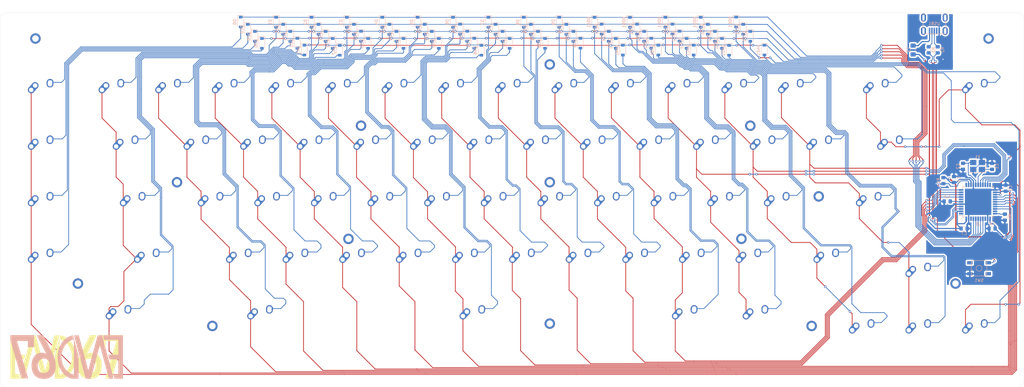
<source format=kicad_pcb>
(kicad_pcb (version 20171130) (host pcbnew "(5.1.4)-1")
  (layers (0 F.Cu signal) (31 B.Cu signal) (34 B.Paste user) (35 F.Paste user) (36 B.SilkS user) (37 F.SilkS user) (38 B.Mask user) (39 F.Mask user) (44 Edge.Cuts user))
  (net 0 "")
  (net 1 GND)
  (net 2 "Net-(C1-Pad1)")
  (net 3 "Net-(C2-Pad1)")
  (net 4 "Net-(C3-Pad1)")
  (net 5 +5V)
  (net 6 "Net-(D0-Pad2)")
  (net 7 ROW0)
  (net 8 "Net-(D1-Pad2)")
  (net 9 "Net-(D2-Pad2)")
  (net 10 "Net-(D3-Pad2)")
  (net 11 "Net-(D4-Pad2)")
  (net 12 "Net-(D5-Pad2)")
  (net 13 "Net-(D6-Pad2)")
  (net 14 "Net-(D7-Pad2)")
  (net 15 "Net-(D8-Pad2)")
  (net 16 "Net-(D9-Pad2)")
  (net 17 "Net-(D10-Pad2)")
  (net 18 ROW1)
  (net 19 "Net-(D11-Pad2)")
  (net 20 "Net-(D12-Pad2)")
  (net 21 "Net-(D13-Pad2)")
  (net 22 "Net-(D14-Pad2)")
  (net 23 "Net-(D15-Pad2)")
  (net 24 "Net-(D16-Pad2)")
  (net 25 "Net-(D17-Pad2)")
  (net 26 "Net-(D18-Pad2)")
  (net 27 "Net-(D19-Pad2)")
  (net 28 "Net-(D20-Pad2)")
  (net 29 ROW2)
  (net 30 "Net-(D21-Pad2)")
  (net 31 "Net-(D22-Pad2)")
  (net 32 "Net-(D23-Pad2)")
  (net 33 "Net-(D24-Pad2)")
  (net 34 "Net-(D25-Pad2)")
  (net 35 "Net-(D26-Pad2)")
  (net 36 "Net-(D27-Pad2)")
  (net 37 "Net-(D28-Pad2)")
  (net 38 "Net-(D29-Pad2)")
  (net 39 "Net-(D30-Pad2)")
  (net 40 ROW3)
  (net 41 "Net-(D31-Pad2)")
  (net 42 "Net-(D32-Pad2)")
  (net 43 "Net-(D33-Pad2)")
  (net 44 "Net-(D34-Pad2)")
  (net 45 "Net-(D35-Pad2)")
  (net 46 "Net-(D36-Pad2)")
  (net 47 "Net-(D37-Pad2)")
  (net 48 "Net-(D38-Pad2)")
  (net 49 "Net-(D39-Pad2)")
  (net 50 "Net-(D41-Pad2)")
  (net 51 ROW4)
  (net 52 "Net-(D42-Pad2)")
  (net 53 "Net-(D46-Pad2)")
  (net 54 "Net-(D0A1-Pad2)")
  (net 55 "Net-(D0B1-Pad2)")
  (net 56 "Net-(D0C1-Pad2)")
  (net 57 "Net-(D0D1-Pad2)")
  (net 58 "Net-(D0E1-Pad2)")
  (net 59 "Net-(D1A1-Pad2)")
  (net 60 "Net-(D1B1-Pad2)")
  (net 61 "Net-(D1C1-Pad2)")
  (net 62 "Net-(D1D1-Pad2)")
  (net 63 "Net-(D1E1-Pad2)")
  (net 64 "Net-(D2A1-Pad2)")
  (net 65 "Net-(D2B1-Pad2)")
  (net 66 "Net-(D2C1-Pad2)")
  (net 67 "Net-(D2D1-Pad2)")
  (net 68 "Net-(D2E1-Pad2)")
  (net 69 "Net-(D3A1-Pad2)")
  (net 70 "Net-(D3B1-Pad2)")
  (net 71 "Net-(D3C1-Pad2)")
  (net 72 "Net-(D3D1-Pad2)")
  (net 73 "Net-(D4A1-Pad2)")
  (net 74 "Net-(D4B1-Pad2)")
  (net 75 "Net-(D4C1-Pad2)")
  (net 76 "Net-(D4D1-Pad2)")
  (net 77 "Net-(D4E1-Pad2)")
  (net 78 VCC)
  (net 79 COL0)
  (net 80 COL1)
  (net 81 COL2)
  (net 82 COL3)
  (net 83 COL4)
  (net 84 COL5)
  (net 85 COL6)
  (net 86 COL7)
  (net 87 COL8)
  (net 88 COL9)
  (net 89 COL10)
  (net 90 COL11)
  (net 91 COL12)
  (net 92 COL13)
  (net 93 COL14)
  (net 94 "Net-(R1-Pad2)")
  (net 95 D+)
  (net 96 "Net-(R2-Pad1)")
  (net 97 D-)
  (net 98 "Net-(R3-Pad1)")
  (net 99 "Net-(R4-Pad2)")
  (net 100 "Net-(U1-Pad42)")
  (net 101 "Net-(U1-Pad36)")
  (net 102 "Net-(U1-Pad32)")
  (net 103 "Net-(U1-Pad22)")
  (net 104 "Net-(U1-Pad12)")
  (net 105 "Net-(U1-Pad1)")
  (net 106 "Net-(USB1-Pad6)")
  (net 107 "Net-(USB1-Pad2)")
  (module "END67 Logo Small" (layer B.Cu) (at 54.1655 200.025 180)
    (fp_text reference G*** hide)
    (fp_text value LOGO hide)
  )
  (module "END67 Logo Small" (layer F.Cu) (at 54.1655 200.025)
    (fp_text reference G*** hide)
    (fp_text value LOGO hide)
  )
  (module random-keyboard-parts:Generic-Mounthole (layer F.Cu) (at 148.971 159.5755)
    (fp_text reference REF**)
    (fp_text value Generic-Mounthole)
    (pad 1 thru_hole circle (at 0 0) (size 3.5 3.5) (drill 2.2) (layers *.Cu *.Mask))
  )
  (module random-keyboard-parts:Generic-Mounthole (layer F.Cu) (at 281.178 159.54375)
    (fp_text reference REF**)
    (fp_text value Generic-Mounthole)
    (pad 1 thru_hole circle (at 0 0) (size 3.5 3.5) (drill 2.2) (layers *.Cu *.Mask))
  )
  (module random-keyboard-parts:Generic-Mounthole (layer F.Cu) (at 216.69375 188.11875)
    (fp_text reference REF**)
    (fp_text value Generic-Mounthole)
    (pad 1 thru_hole circle (at 0 0) (size 3.5 3.5) (drill 2.2) (layers *.Cu *.Mask))
  )
  (module random-keyboard-parts:Generic-Mounthole (layer F.Cu) (at 216.69375 100.80625)
    (fp_text reference REF**)
    (fp_text value Generic-Mounthole)
    (pad 1 thru_hole circle (at 0 0) (size 3.5 3.5) (drill 2.2) (layers *.Cu *.Mask))
  )
  (module random-keyboard-parts:Generic-Mounthole (layer F.Cu) (at 284.1625 121.44375)
    (fp_text reference REF**)
    (fp_text value Generic-Mounthole)
    (pad 1 thru_hole circle (at 0 0) (size 3.5 3.5) (drill 2.2) (layers *.Cu *.Mask))
  )
  (module random-keyboard-parts:Generic-Mounthole (layer F.Cu) (at 307.18125 145.25625)
    (fp_text reference REF**)
    (fp_text value Generic-Mounthole)
    (pad 1 thru_hole circle (at 0 0) (size 3.5 3.5) (drill 2.2) (layers *.Cu *.Mask))
  )
  (module random-keyboard-parts:Generic-Mounthole (layer F.Cu) (at 91.28125 140.49375)
    (fp_text reference REF**)
    (fp_text value Generic-Mounthole)
    (pad 1 thru_hole circle (at 0 0) (size 3.5 3.5) (drill 2.2) (layers *.Cu *.Mask))
  )
  (module random-keyboard-parts:Generic-Mounthole (layer F.Cu) (at 153.19375 121.44375)
    (fp_text reference REF**)
    (fp_text value Generic-Mounthole)
    (pad 1 thru_hole circle (at 0 0) (size 3.5 3.5) (drill 2.2) (layers *.Cu *.Mask))
  )
  (module random-keyboard-parts:Generic-Mounthole (layer F.Cu) (at 216.69375 140.49375)
    (fp_text reference REF**)
    (fp_text value Generic-Mounthole)
    (pad 1 thru_hole circle (at 0 0) (size 3.5 3.5) (drill 2.2) (layers *.Cu *.Mask))
  )
  (module random-keyboard-parts:Generic-Mounthole (layer F.Cu) (at 353.21875 174.625)
    (fp_text reference REF**)
    (fp_text value Generic-Mounthole)
    (pad 1 thru_hole circle (at 0 0) (size 3.5 3.5) (drill 2.2) (layers *.Cu *.Mask))
  )
  (module random-keyboard-parts:Generic-Mounthole (layer F.Cu) (at 364.33125 92.075)
    (fp_text reference REF**)
    (fp_text value Generic-Mounthole)
    (pad 1 thru_hole circle (at 0 0) (size 3.5 3.5) (drill 2.2) (layers *.Cu *.Mask))
  )
  (module random-keyboard-parts:Generic-Mounthole (layer F.Cu) (at 103.1875 188.9125)
    (fp_text reference REF**)
    (fp_text value Generic-Mounthole)
    (pad 1 thru_hole circle (at 0 0) (size 3.5 3.5) (drill 2.2) (layers *.Cu *.Mask))
  )
  (module random-keyboard-parts:Generic-Mounthole (layer F.Cu) (at 57.94375 174.625)
    (fp_text reference REF**)
    (fp_text value Generic-Mounthole)
    (pad 1 thru_hole circle (at 0 0) (size 3.5 3.5) (drill 2.2) (layers *.Cu *.Mask))
  )
  (module random-keyboard-parts:Generic-Mounthole (layer F.Cu) (at 304.8 188.9125)
    (fp_text reference REF**)
    (fp_text value Generic-Mounthole)
    (pad 1 thru_hole circle (at 0 0) (size 3.5 3.5) (drill 2.2) (layers *.Cu *.Mask))
  )
  (module random-keyboard-parts:Generic-Mounthole (layer F.Cu) (at 43.65625 92.075)
    (fp_text reference REF**)
    (fp_text value Generic-Mounthole)
    (pad 1 thru_hole circle (at 0 0) (size 3.5 3.5) (drill 2.2) (layers *.Cu *.Mask))
  )
  (module MX_Alps_Hybrid_SW:MX-1U-NoLED (layer F.Cu) (at 165.1 111.91875)
    (fp_text reference MX6)
    (fp_text value MX-NoLED)
    (pad "" np_thru_hole circle (at 5.08 0 48.0996) (size 1.75 1.75) (drill 1.75) (layers *.Cu *.Mask))
    (pad "" np_thru_hole circle (at -5.08 0 48.0996) (size 1.75 1.75) (drill 1.75) (layers *.Cu *.Mask))
    (pad 1 thru_hole circle (at -2.5 -4) (size 2.25 2.25) (drill 1.47) (layers *.Cu B.Mask) (net 85 COL6))
    (pad "" np_thru_hole circle (at 0 0) (size 3.9878 3.9878) (drill 3.9878) (layers *.Cu *.Mask))
    (pad 1 thru_hole oval (at -3.81 -2.54 48.0996) (size 4.211556 2.25) (drill 1.47 (offset 0.980778 0)) (layers *.Cu B.Mask) (net 85 COL6))
    (pad 2 thru_hole circle (at 2.54 -5.08) (size 2.25 2.25) (drill 1.47) (layers *.Cu B.Mask) (net 13 "Net-(D6-Pad2)"))
    (pad 2 thru_hole oval (at 2.5 -4.5 86.0548) (size 2.831378 2.25) (drill 1.47 (offset 0.290689 0)) (layers *.Cu B.Mask) (net 13 "Net-(D6-Pad2)"))
  )
  (module Crystal:Crystal_SMD_3225-4Pin_3.2x2.5mm_HandSoldering (layer B.Cu) (at 360.627 135.008 180)
    (fp_text reference Y1 (at 0 3.05) (layer B.SilkS) (effects (justify mirror)))
    (fp_text value 16MHz)
    (pad 4 smd rect (at -1.45 1.15 180) (size 2.1 1.8) (layers B.Cu B.Paste B.Mask) (net 1 GND))
    (pad 3 smd rect (at 1.45 1.15 180) (size 2.1 1.8) (layers B.Cu B.Paste B.Mask) (net 3 "Net-(C2-Pad1)"))
    (pad 2 smd rect (at 1.45 -1.15 180) (size 2.1 1.8) (layers B.Cu B.Paste B.Mask) (net 1 GND))
    (pad 1 smd rect (at -1.45 -1.15 180) (size 2.1 1.8) (layers B.Cu B.Paste B.Mask) (net 2 "Net-(C1-Pad1)"))
  )
  (module random-keyboard-parts:Molex-0548190589 (layer B.Cu) (at 346.075 85.0265 270)
    (fp_text reference USB1 (at 2.032 0 180) (layer B.SilkS) (effects (justify mirror)))
    (fp_text value Molex-0548190589)
    (pad 6 thru_hole oval (at 0 3.65 270) (size 2.7 1.7) (drill oval 1.9 0.7) (layers *.Cu *.Mask) (net 106 "Net-(USB1-Pad6)"))
    (pad 6 thru_hole oval (at 0 -3.65 270) (size 2.7 1.7) (drill oval 1.9 0.7) (layers *.Cu *.Mask) (net 106 "Net-(USB1-Pad6)"))
    (pad 6 thru_hole oval (at 4.5 -3.65 270) (size 2.7 1.7) (drill oval 1.9 0.7) (layers *.Cu *.Mask) (net 106 "Net-(USB1-Pad6)"))
    (pad 6 thru_hole oval (at 4.5 3.65 270) (size 2.7 1.7) (drill oval 1.9 0.7) (layers *.Cu *.Mask) (net 106 "Net-(USB1-Pad6)"))
    (pad 5 smd rect (at 4.5 1.6 270) (size 2.25 0.5) (layers B.Cu B.Paste B.Mask) (net 78 VCC))
    (pad 4 smd rect (at 4.5 0.8 270) (size 2.25 0.5) (layers B.Cu B.Paste B.Mask) (net 97 D-))
    (pad 3 smd rect (at 4.5 0 270) (size 2.25 0.5) (layers B.Cu B.Paste B.Mask) (net 95 D+))
    (pad 2 smd rect (at 4.5 -0.8 270) (size 2.25 0.5) (layers B.Cu B.Paste B.Mask) (net 107 "Net-(USB1-Pad2)"))
    (pad 1 smd rect (at 4.5 -1.6 270) (size 2.25 0.5) (layers B.Cu B.Paste B.Mask) (net 1 GND))
  )
  (module Package_QFP:TQFP-44_10x10mm_P0.8mm (layer B.Cu) (at 360.82 147.081)
    (fp_text reference U1 (at 0 7.45) (layer B.SilkS) (effects (justify mirror)))
    (fp_text value ATmega32U4-AU)
    (pad 44 smd rect (at -4 5.7 270) (size 1.5 0.55) (layers B.Cu B.Paste B.Mask) (net 5 +5V))
    (pad 43 smd rect (at -3.2 5.7 270) (size 1.5 0.55) (layers B.Cu B.Paste B.Mask) (net 1 GND))
    (pad 42 smd rect (at -2.4 5.7 270) (size 1.5 0.55) (layers B.Cu B.Paste B.Mask) (net 100 "Net-(U1-Pad42)"))
    (pad 41 smd rect (at -1.6 5.7 270) (size 1.5 0.55) (layers B.Cu B.Paste B.Mask) (net 7 ROW0))
    (pad 40 smd rect (at -0.8 5.7 270) (size 1.5 0.55) (layers B.Cu B.Paste B.Mask) (net 18 ROW1))
    (pad 39 smd rect (at 0 5.7 270) (size 1.5 0.55) (layers B.Cu B.Paste B.Mask) (net 29 ROW2))
    (pad 38 smd rect (at 0.8 5.7 270) (size 1.5 0.55) (layers B.Cu B.Paste B.Mask) (net 40 ROW3))
    (pad 37 smd rect (at 1.6 5.7 270) (size 1.5 0.55) (layers B.Cu B.Paste B.Mask) (net 51 ROW4))
    (pad 36 smd rect (at 2.4 5.7 270) (size 1.5 0.55) (layers B.Cu B.Paste B.Mask) (net 101 "Net-(U1-Pad36)"))
    (pad 35 smd rect (at 3.2 5.7 270) (size 1.5 0.55) (layers B.Cu B.Paste B.Mask) (net 1 GND))
    (pad 34 smd rect (at 4 5.7 270) (size 1.5 0.55) (layers B.Cu B.Paste B.Mask) (net 5 +5V))
    (pad 33 smd rect (at 5.7 4) (size 1.5 0.55) (layers B.Cu B.Paste B.Mask) (net 99 "Net-(R4-Pad2)"))
    (pad 32 smd rect (at 5.7 3.2) (size 1.5 0.55) (layers B.Cu B.Paste B.Mask) (net 102 "Net-(U1-Pad32)"))
    (pad 31 smd rect (at 5.7 2.4) (size 1.5 0.55) (layers B.Cu B.Paste B.Mask) (net 85 COL6))
    (pad 30 smd rect (at 5.7 1.6) (size 1.5 0.55) (layers B.Cu B.Paste B.Mask) (net 84 COL5))
    (pad 29 smd rect (at 5.7 0.8) (size 1.5 0.55) (layers B.Cu B.Paste B.Mask) (net 83 COL4))
    (pad 28 smd rect (at 5.7 0) (size 1.5 0.55) (layers B.Cu B.Paste B.Mask) (net 82 COL3))
    (pad 27 smd rect (at 5.7 -0.8) (size 1.5 0.55) (layers B.Cu B.Paste B.Mask) (net 81 COL2))
    (pad 26 smd rect (at 5.7 -1.6) (size 1.5 0.55) (layers B.Cu B.Paste B.Mask) (net 80 COL1))
    (pad 25 smd rect (at 5.7 -2.4) (size 1.5 0.55) (layers B.Cu B.Paste B.Mask) (net 79 COL0))
    (pad 24 smd rect (at 5.7 -3.2) (size 1.5 0.55) (layers B.Cu B.Paste B.Mask) (net 5 +5V))
    (pad 23 smd rect (at 5.7 -4) (size 1.5 0.55) (layers B.Cu B.Paste B.Mask) (net 1 GND))
    (pad 22 smd rect (at 4 -5.7 270) (size 1.5 0.55) (layers B.Cu B.Paste B.Mask) (net 103 "Net-(U1-Pad22)"))
    (pad 21 smd rect (at 3.2 -5.7 270) (size 1.5 0.55) (layers B.Cu B.Paste B.Mask) (net 93 COL14))
    (pad 20 smd rect (at 2.4 -5.7 270) (size 1.5 0.55) (layers B.Cu B.Paste B.Mask) (net 92 COL13))
    (pad 19 smd rect (at 1.6 -5.7 270) (size 1.5 0.55) (layers B.Cu B.Paste B.Mask) (net 91 COL12))
    (pad 18 smd rect (at 0.8 -5.7 270) (size 1.5 0.55) (layers B.Cu B.Paste B.Mask) (net 90 COL11))
    (pad 17 smd rect (at 0 -5.7 270) (size 1.5 0.55) (layers B.Cu B.Paste B.Mask) (net 2 "Net-(C1-Pad1)"))
    (pad 16 smd rect (at -0.8 -5.7 270) (size 1.5 0.55) (layers B.Cu B.Paste B.Mask) (net 3 "Net-(C2-Pad1)"))
    (pad 15 smd rect (at -1.6 -5.7 270) (size 1.5 0.55) (layers B.Cu B.Paste B.Mask) (net 1 GND))
    (pad 14 smd rect (at -2.4 -5.7 270) (size 1.5 0.55) (layers B.Cu B.Paste B.Mask) (net 5 +5V))
    (pad 13 smd rect (at -3.2 -5.7 270) (size 1.5 0.55) (layers B.Cu B.Paste B.Mask) (net 94 "Net-(R1-Pad2)"))
    (pad 12 smd rect (at -4 -5.7 270) (size 1.5 0.55) (layers B.Cu B.Paste B.Mask) (net 104 "Net-(U1-Pad12)"))
    (pad 11 smd rect (at -5.7 -4) (size 1.5 0.55) (layers B.Cu B.Paste B.Mask) (net 89 COL10))
    (pad 10 smd rect (at -5.7 -3.2) (size 1.5 0.55) (layers B.Cu B.Paste B.Mask) (net 88 COL9))
    (pad 9 smd rect (at -5.7 -2.4) (size 1.5 0.55) (layers B.Cu B.Paste B.Mask) (net 87 COL8))
    (pad 8 smd rect (at -5.7 -1.6) (size 1.5 0.55) (layers B.Cu B.Paste B.Mask) (net 86 COL7))
    (pad 7 smd rect (at -5.7 -0.8) (size 1.5 0.55) (layers B.Cu B.Paste B.Mask) (net 5 +5V))
    (pad 6 smd rect (at -5.7 0) (size 1.5 0.55) (layers B.Cu B.Paste B.Mask) (net 4 "Net-(C3-Pad1)"))
    (pad 5 smd rect (at -5.7 0.8) (size 1.5 0.55) (layers B.Cu B.Paste B.Mask) (net 1 GND))
    (pad 4 smd rect (at -5.7 1.6) (size 1.5 0.55) (layers B.Cu B.Paste B.Mask) (net 96 "Net-(R2-Pad1)"))
    (pad 3 smd rect (at -5.7 2.4) (size 1.5 0.55) (layers B.Cu B.Paste B.Mask) (net 98 "Net-(R3-Pad1)"))
    (pad 2 smd rect (at -5.7 3.2) (size 1.5 0.55) (layers B.Cu B.Paste B.Mask) (net 5 +5V))
    (pad 1 smd rect (at -5.7 4) (size 1.5 0.55) (layers B.Cu B.Paste B.Mask) (net 105 "Net-(U1-Pad1)"))
  )
  (module random-keyboard-parts:SKQG-1155865 (layer B.Cu) (at 361.136 169.473 180)
    (fp_text reference SW1 (at 0 -4.064) (layer B.SilkS) (effects (justify mirror)))
    (fp_text value SW_Push)
    (pad 4 smd rect (at -3.1 -1.85 180) (size 1.8 1.1) (layers B.Cu B.Paste B.Mask))
    (pad 3 smd rect (at 3.1 1.85 180) (size 1.8 1.1) (layers B.Cu B.Paste B.Mask))
    (pad 2 smd rect (at -3.1 1.85 180) (size 1.8 1.1) (layers B.Cu B.Paste B.Mask) (net 94 "Net-(R1-Pad2)"))
    (pad 1 smd rect (at 3.1 -1.85 180) (size 1.8 1.1) (layers B.Cu B.Paste B.Mask) (net 1 GND))
  )
  (module Resistor_SMD:R_0805_2012Metric_Pad1.15x1.40mm_HandSolder (layer B.Cu) (at 369.824 152.273 90)
    (fp_text reference R4 (at 0 1.65 90) (layer B.SilkS) (effects (justify mirror)))
    (fp_text value 10k)
    (pad 2 smd roundrect (at 1.025 0 90) (size 1.15 1.4) (layers B.Cu B.Paste B.Mask) (roundrect_rratio 0.217391) (net 99 "Net-(R4-Pad2)"))
    (pad 1 smd roundrect (at -1.025 0 90) (size 1.15 1.4) (layers B.Cu B.Paste B.Mask) (roundrect_rratio 0.217391) (net 1 GND))
  )
  (module Resistor_SMD:R_0805_2012Metric_Pad1.15x1.40mm_HandSolder (layer B.Cu) (at 344.17 95.885 90)
    (fp_text reference R3 (at 0 1.65 90) (layer B.SilkS) (effects (justify mirror)))
    (fp_text value 22)
    (pad 2 smd roundrect (at 1.025 0 90) (size 1.15 1.4) (layers B.Cu B.Paste B.Mask) (roundrect_rratio 0.217391) (net 97 D-))
    (pad 1 smd roundrect (at -1.025 0 90) (size 1.15 1.4) (layers B.Cu B.Paste B.Mask) (roundrect_rratio 0.217391) (net 98 "Net-(R3-Pad1)"))
  )
  (module Resistor_SMD:R_0805_2012Metric_Pad1.15x1.40mm_HandSolder (layer B.Cu) (at 347.218 95.894 90)
    (fp_text reference R2 (at 0 1.65 90) (layer B.SilkS) (effects (justify mirror)))
    (fp_text value 22)
    (pad 2 smd roundrect (at 1.025 0 90) (size 1.15 1.4) (layers B.Cu B.Paste B.Mask) (roundrect_rratio 0.217391) (net 95 D+))
    (pad 1 smd roundrect (at -1.025 0 90) (size 1.15 1.4) (layers B.Cu B.Paste B.Mask) (roundrect_rratio 0.217391) (net 96 "Net-(R2-Pad1)"))
  )
  (module Resistor_SMD:R_0805_2012Metric_Pad1.15x1.40mm_HandSolder (layer B.Cu) (at 349.123 139.954 270)
    (fp_text reference R1 (at 0 1.65 90) (layer B.SilkS) (effects (justify mirror)))
    (fp_text value 10k)
    (pad 2 smd roundrect (at 1.025 0 270) (size 1.15 1.4) (layers B.Cu B.Paste B.Mask) (roundrect_rratio 0.217391) (net 94 "Net-(R1-Pad2)"))
    (pad 1 smd roundrect (at -1.025 0 270) (size 1.15 1.4) (layers B.Cu B.Paste B.Mask) (roundrect_rratio 0.217391) (net 5 +5V))
  )
  (module MX_Alps_Hybrid_SW:MX-1U-NoLED (layer F.Cu) (at 360.3625 192.88125)
    (fp_text reference MX4E1)
    (fp_text value MX-NoLED)
    (pad "" np_thru_hole circle (at 5.08 0 48.0996) (size 1.75 1.75) (drill 1.75) (layers *.Cu *.Mask))
    (pad "" np_thru_hole circle (at -5.08 0 48.0996) (size 1.75 1.75) (drill 1.75) (layers *.Cu *.Mask))
    (pad 1 thru_hole circle (at -2.5 -4) (size 2.25 2.25) (drill 1.47) (layers *.Cu B.Mask) (net 93 COL14))
    (pad "" np_thru_hole circle (at 0 0) (size 3.9878 3.9878) (drill 3.9878) (layers *.Cu *.Mask))
    (pad 1 thru_hole oval (at -3.81 -2.54 48.0996) (size 4.211556 2.25) (drill 1.47 (offset 0.980778 0)) (layers *.Cu B.Mask) (net 93 COL14))
    (pad 2 thru_hole circle (at 2.54 -5.08) (size 2.25 2.25) (drill 1.47) (layers *.Cu B.Mask) (net 77 "Net-(D4E1-Pad2)"))
    (pad 2 thru_hole oval (at 2.5 -4.5 86.0548) (size 2.831378 2.25) (drill 1.47 (offset 0.290689 0)) (layers *.Cu B.Mask) (net 77 "Net-(D4E1-Pad2)"))
  )
  (module MX_Alps_Hybrid_SW:MX-1U-NoLED (layer F.Cu) (at 341.3125 192.88125)
    (fp_text reference MX4D1)
    (fp_text value MX-NoLED)
    (pad "" np_thru_hole circle (at 5.08 0 48.0996) (size 1.75 1.75) (drill 1.75) (layers *.Cu *.Mask))
    (pad "" np_thru_hole circle (at -5.08 0 48.0996) (size 1.75 1.75) (drill 1.75) (layers *.Cu *.Mask))
    (pad 1 thru_hole circle (at -2.5 -4) (size 2.25 2.25) (drill 1.47) (layers *.Cu B.Mask) (net 92 COL13))
    (pad "" np_thru_hole circle (at 0 0) (size 3.9878 3.9878) (drill 3.9878) (layers *.Cu *.Mask))
    (pad 1 thru_hole oval (at -3.81 -2.54 48.0996) (size 4.211556 2.25) (drill 1.47 (offset 0.980778 0)) (layers *.Cu B.Mask) (net 92 COL13))
    (pad 2 thru_hole circle (at 2.54 -5.08) (size 2.25 2.25) (drill 1.47) (layers *.Cu B.Mask) (net 76 "Net-(D4D1-Pad2)"))
    (pad 2 thru_hole oval (at 2.5 -4.5 86.0548) (size 2.831378 2.25) (drill 1.47 (offset 0.290689 0)) (layers *.Cu B.Mask) (net 76 "Net-(D4D1-Pad2)"))
  )
  (module MX_Alps_Hybrid_SW:MX-1U-NoLED (layer F.Cu) (at 322.2625 192.88125)
    (fp_text reference MX4C1)
    (fp_text value MX-NoLED)
    (pad "" np_thru_hole circle (at 5.08 0 48.0996) (size 1.75 1.75) (drill 1.75) (layers *.Cu *.Mask))
    (pad "" np_thru_hole circle (at -5.08 0 48.0996) (size 1.75 1.75) (drill 1.75) (layers *.Cu *.Mask))
    (pad 1 thru_hole circle (at -2.5 -4) (size 2.25 2.25) (drill 1.47) (layers *.Cu B.Mask) (net 91 COL12))
    (pad "" np_thru_hole circle (at 0 0) (size 3.9878 3.9878) (drill 3.9878) (layers *.Cu *.Mask))
    (pad 1 thru_hole oval (at -3.81 -2.54 48.0996) (size 4.211556 2.25) (drill 1.47 (offset 0.980778 0)) (layers *.Cu B.Mask) (net 91 COL12))
    (pad 2 thru_hole circle (at 2.54 -5.08) (size 2.25 2.25) (drill 1.47) (layers *.Cu B.Mask) (net 75 "Net-(D4C1-Pad2)"))
    (pad 2 thru_hole oval (at 2.5 -4.5 86.0548) (size 2.831378 2.25) (drill 1.47 (offset 0.290689 0)) (layers *.Cu B.Mask) (net 75 "Net-(D4C1-Pad2)"))
  )
  (module MX_Alps_Hybrid_SW:MX-1.25U-NoLED (layer F.Cu) (at 286.54375 188.11875)
    (fp_text reference MX4B1)
    (fp_text value MX-NoLED)
    (pad "" np_thru_hole circle (at 5.08 0 48.0996) (size 1.75 1.75) (drill 1.75) (layers *.Cu *.Mask))
    (pad "" np_thru_hole circle (at -5.08 0 48.0996) (size 1.75 1.75) (drill 1.75) (layers *.Cu *.Mask))
    (pad 1 thru_hole circle (at -2.5 -4) (size 2.25 2.25) (drill 1.47) (layers *.Cu B.Mask) (net 90 COL11))
    (pad "" np_thru_hole circle (at 0 0) (size 3.9878 3.9878) (drill 3.9878) (layers *.Cu *.Mask))
    (pad 1 thru_hole oval (at -3.81 -2.54 48.0996) (size 4.211556 2.25) (drill 1.47 (offset 0.980778 0)) (layers *.Cu B.Mask) (net 90 COL11))
    (pad 2 thru_hole circle (at 2.54 -5.08) (size 2.25 2.25) (drill 1.47) (layers *.Cu B.Mask) (net 74 "Net-(D4B1-Pad2)"))
    (pad 2 thru_hole oval (at 2.5 -4.5 86.0548) (size 2.831378 2.25) (drill 1.47 (offset 0.290689 0)) (layers *.Cu B.Mask) (net 74 "Net-(D4B1-Pad2)"))
  )
  (module MX_Alps_Hybrid_SW:MX-1.25U-NoLED (layer F.Cu) (at 262.73125 188.11875)
    (fp_text reference MX4A1)
    (fp_text value MX-NoLED)
    (pad "" np_thru_hole circle (at 5.08 0 48.0996) (size 1.75 1.75) (drill 1.75) (layers *.Cu *.Mask))
    (pad "" np_thru_hole circle (at -5.08 0 48.0996) (size 1.75 1.75) (drill 1.75) (layers *.Cu *.Mask))
    (pad 1 thru_hole circle (at -2.5 -4) (size 2.25 2.25) (drill 1.47) (layers *.Cu B.Mask) (net 89 COL10))
    (pad "" np_thru_hole circle (at 0 0) (size 3.9878 3.9878) (drill 3.9878) (layers *.Cu *.Mask))
    (pad 1 thru_hole oval (at -3.81 -2.54 48.0996) (size 4.211556 2.25) (drill 1.47 (offset 0.980778 0)) (layers *.Cu B.Mask) (net 89 COL10))
    (pad 2 thru_hole circle (at 2.54 -5.08) (size 2.25 2.25) (drill 1.47) (layers *.Cu B.Mask) (net 73 "Net-(D4A1-Pad2)"))
    (pad 2 thru_hole oval (at 2.5 -4.5 86.0548) (size 2.831378 2.25) (drill 1.47 (offset 0.290689 0)) (layers *.Cu B.Mask) (net 73 "Net-(D4A1-Pad2)"))
  )
  (module MX_Alps_Hybrid_SW:MX-1U-NoLED (layer F.Cu) (at 341.3125 173.83125)
    (fp_text reference MX3D1)
    (fp_text value MX-NoLED)
    (pad "" np_thru_hole circle (at 5.08 0 48.0996) (size 1.75 1.75) (drill 1.75) (layers *.Cu *.Mask))
    (pad "" np_thru_hole circle (at -5.08 0 48.0996) (size 1.75 1.75) (drill 1.75) (layers *.Cu *.Mask))
    (pad 1 thru_hole circle (at -2.5 -4) (size 2.25 2.25) (drill 1.47) (layers *.Cu B.Mask) (net 92 COL13))
    (pad "" np_thru_hole circle (at 0 0) (size 3.9878 3.9878) (drill 3.9878) (layers *.Cu *.Mask))
    (pad 1 thru_hole oval (at -3.81 -2.54 48.0996) (size 4.211556 2.25) (drill 1.47 (offset 0.980778 0)) (layers *.Cu B.Mask) (net 92 COL13))
    (pad 2 thru_hole circle (at 2.54 -5.08) (size 2.25 2.25) (drill 1.47) (layers *.Cu B.Mask) (net 72 "Net-(D3D1-Pad2)"))
    (pad 2 thru_hole oval (at 2.5 -4.5 86.0548) (size 2.831378 2.25) (drill 1.47 (offset 0.290689 0)) (layers *.Cu B.Mask) (net 72 "Net-(D3D1-Pad2)"))
  )
  (module MX_Alps_Hybrid_SW:MX-1.75U-NoLED (layer F.Cu) (at 310.35625 169.06875)
    (fp_text reference MX3C1)
    (fp_text value MX-NoLED)
    (pad "" np_thru_hole circle (at 5.08 0 48.0996) (size 1.75 1.75) (drill 1.75) (layers *.Cu *.Mask))
    (pad "" np_thru_hole circle (at -5.08 0 48.0996) (size 1.75 1.75) (drill 1.75) (layers *.Cu *.Mask))
    (pad 1 thru_hole circle (at -2.5 -4) (size 2.25 2.25) (drill 1.47) (layers *.Cu B.Mask) (net 91 COL12))
    (pad "" np_thru_hole circle (at 0 0) (size 3.9878 3.9878) (drill 3.9878) (layers *.Cu *.Mask))
    (pad 1 thru_hole oval (at -3.81 -2.54 48.0996) (size 4.211556 2.25) (drill 1.47 (offset 0.980778 0)) (layers *.Cu B.Mask) (net 91 COL12))
    (pad 2 thru_hole circle (at 2.54 -5.08) (size 2.25 2.25) (drill 1.47) (layers *.Cu B.Mask) (net 71 "Net-(D3C1-Pad2)"))
    (pad 2 thru_hole oval (at 2.5 -4.5 86.0548) (size 2.831378 2.25) (drill 1.47 (offset 0.290689 0)) (layers *.Cu B.Mask) (net 71 "Net-(D3C1-Pad2)"))
  )
  (module MX_Alps_Hybrid_SW:MX-1U-NoLED (layer F.Cu) (at 284.1625 169.06875)
    (fp_text reference MX3B1)
    (fp_text value MX-NoLED)
    (pad "" np_thru_hole circle (at 5.08 0 48.0996) (size 1.75 1.75) (drill 1.75) (layers *.Cu *.Mask))
    (pad "" np_thru_hole circle (at -5.08 0 48.0996) (size 1.75 1.75) (drill 1.75) (layers *.Cu *.Mask))
    (pad 1 thru_hole circle (at -2.5 -4) (size 2.25 2.25) (drill 1.47) (layers *.Cu B.Mask) (net 90 COL11))
    (pad "" np_thru_hole circle (at 0 0) (size 3.9878 3.9878) (drill 3.9878) (layers *.Cu *.Mask))
    (pad 1 thru_hole oval (at -3.81 -2.54 48.0996) (size 4.211556 2.25) (drill 1.47 (offset 0.980778 0)) (layers *.Cu B.Mask) (net 90 COL11))
    (pad 2 thru_hole circle (at 2.54 -5.08) (size 2.25 2.25) (drill 1.47) (layers *.Cu B.Mask) (net 70 "Net-(D3B1-Pad2)"))
    (pad 2 thru_hole oval (at 2.5 -4.5 86.0548) (size 2.831378 2.25) (drill 1.47 (offset 0.290689 0)) (layers *.Cu B.Mask) (net 70 "Net-(D3B1-Pad2)"))
  )
  (module MX_Alps_Hybrid_SW:MX-1U-NoLED (layer F.Cu) (at 265.1125 169.06875)
    (fp_text reference MX3A1)
    (fp_text value MX-NoLED)
    (pad "" np_thru_hole circle (at 5.08 0 48.0996) (size 1.75 1.75) (drill 1.75) (layers *.Cu *.Mask))
    (pad "" np_thru_hole circle (at -5.08 0 48.0996) (size 1.75 1.75) (drill 1.75) (layers *.Cu *.Mask))
    (pad 1 thru_hole circle (at -2.5 -4) (size 2.25 2.25) (drill 1.47) (layers *.Cu B.Mask) (net 89 COL10))
    (pad "" np_thru_hole circle (at 0 0) (size 3.9878 3.9878) (drill 3.9878) (layers *.Cu *.Mask))
    (pad 1 thru_hole oval (at -3.81 -2.54 48.0996) (size 4.211556 2.25) (drill 1.47 (offset 0.980778 0)) (layers *.Cu B.Mask) (net 89 COL10))
    (pad 2 thru_hole circle (at 2.54 -5.08) (size 2.25 2.25) (drill 1.47) (layers *.Cu B.Mask) (net 69 "Net-(D3A1-Pad2)"))
    (pad 2 thru_hole oval (at 2.5 -4.5 86.0548) (size 2.831378 2.25) (drill 1.47 (offset 0.290689 0)) (layers *.Cu B.Mask) (net 69 "Net-(D3A1-Pad2)"))
  )
  (module MX_Alps_Hybrid_SW:MX-1U-NoLED (layer F.Cu) (at 360.3625 111.91875)
    (fp_text reference MX2E1)
    (fp_text value MX-NoLED)
    (pad "" np_thru_hole circle (at 5.08 0 48.0996) (size 1.75 1.75) (drill 1.75) (layers *.Cu *.Mask))
    (pad "" np_thru_hole circle (at -5.08 0 48.0996) (size 1.75 1.75) (drill 1.75) (layers *.Cu *.Mask))
    (pad 1 thru_hole circle (at -2.5 -4) (size 2.25 2.25) (drill 1.47) (layers *.Cu B.Mask) (net 93 COL14))
    (pad "" np_thru_hole circle (at 0 0) (size 3.9878 3.9878) (drill 3.9878) (layers *.Cu *.Mask))
    (pad 1 thru_hole oval (at -3.81 -2.54 48.0996) (size 4.211556 2.25) (drill 1.47 (offset 0.980778 0)) (layers *.Cu B.Mask) (net 93 COL14))
    (pad 2 thru_hole circle (at 2.54 -5.08) (size 2.25 2.25) (drill 1.47) (layers *.Cu B.Mask) (net 68 "Net-(D2E1-Pad2)"))
    (pad 2 thru_hole oval (at 2.5 -4.5 86.0548) (size 2.831378 2.25) (drill 1.47 (offset 0.290689 0)) (layers *.Cu B.Mask) (net 68 "Net-(D2E1-Pad2)"))
  )
  (module MX_Alps_Hybrid_SW:MX-2.25U-NoLED (layer F.Cu) (at 324.64375 150.01875)
    (fp_text reference MX2D1)
    (fp_text value MX-NoLED)
    (pad "" np_thru_hole circle (at 11.938 8.255) (size 3.9878 3.9878) (drill 3.9878) (layers *.Cu *.Mask))
    (pad "" np_thru_hole circle (at -11.938 8.255) (size 3.9878 3.9878) (drill 3.9878) (layers *.Cu *.Mask))
    (pad "" np_thru_hole circle (at 11.938 -6.985) (size 3.048 3.048) (drill 3.048) (layers *.Cu *.Mask))
    (pad "" np_thru_hole circle (at -11.938 -6.985) (size 3.048 3.048) (drill 3.048) (layers *.Cu *.Mask))
    (pad "" np_thru_hole circle (at 5.08 0 48.0996) (size 1.75 1.75) (drill 1.75) (layers *.Cu *.Mask))
    (pad "" np_thru_hole circle (at -5.08 0 48.0996) (size 1.75 1.75) (drill 1.75) (layers *.Cu *.Mask))
    (pad 1 thru_hole circle (at -2.5 -4) (size 2.25 2.25) (drill 1.47) (layers *.Cu B.Mask) (net 92 COL13))
    (pad "" np_thru_hole circle (at 0 0) (size 3.9878 3.9878) (drill 3.9878) (layers *.Cu *.Mask))
    (pad 1 thru_hole oval (at -3.81 -2.54 48.0996) (size 4.211556 2.25) (drill 1.47 (offset 0.980778 0)) (layers *.Cu B.Mask) (net 92 COL13))
    (pad 2 thru_hole circle (at 2.54 -5.08) (size 2.25 2.25) (drill 1.47) (layers *.Cu B.Mask) (net 67 "Net-(D2D1-Pad2)"))
    (pad 2 thru_hole oval (at 2.5 -4.5 86.0548) (size 2.831378 2.25) (drill 1.47 (offset 0.290689 0)) (layers *.Cu B.Mask) (net 67 "Net-(D2D1-Pad2)"))
  )
  (module MX_Alps_Hybrid_SW:MX-1U-NoLED (layer F.Cu) (at 293.6875 150.01875)
    (fp_text reference MX2C1)
    (fp_text value MX-NoLED)
    (pad "" np_thru_hole circle (at 5.08 0 48.0996) (size 1.75 1.75) (drill 1.75) (layers *.Cu *.Mask))
    (pad "" np_thru_hole circle (at -5.08 0 48.0996) (size 1.75 1.75) (drill 1.75) (layers *.Cu *.Mask))
    (pad 1 thru_hole circle (at -2.5 -4) (size 2.25 2.25) (drill 1.47) (layers *.Cu B.Mask) (net 91 COL12))
    (pad "" np_thru_hole circle (at 0 0) (size 3.9878 3.9878) (drill 3.9878) (layers *.Cu *.Mask))
    (pad 1 thru_hole oval (at -3.81 -2.54 48.0996) (size 4.211556 2.25) (drill 1.47 (offset 0.980778 0)) (layers *.Cu B.Mask) (net 91 COL12))
    (pad 2 thru_hole circle (at 2.54 -5.08) (size 2.25 2.25) (drill 1.47) (layers *.Cu B.Mask) (net 66 "Net-(D2C1-Pad2)"))
    (pad 2 thru_hole oval (at 2.5 -4.5 86.0548) (size 2.831378 2.25) (drill 1.47 (offset 0.290689 0)) (layers *.Cu B.Mask) (net 66 "Net-(D2C1-Pad2)"))
  )
  (module MX_Alps_Hybrid_SW:MX-1U-NoLED (layer F.Cu) (at 274.6375 150.01875)
    (fp_text reference MX2B1)
    (fp_text value MX-NoLED)
    (pad "" np_thru_hole circle (at 5.08 0 48.0996) (size 1.75 1.75) (drill 1.75) (layers *.Cu *.Mask))
    (pad "" np_thru_hole circle (at -5.08 0 48.0996) (size 1.75 1.75) (drill 1.75) (layers *.Cu *.Mask))
    (pad 1 thru_hole circle (at -2.5 -4) (size 2.25 2.25) (drill 1.47) (layers *.Cu B.Mask) (net 90 COL11))
    (pad "" np_thru_hole circle (at 0 0) (size 3.9878 3.9878) (drill 3.9878) (layers *.Cu *.Mask))
    (pad 1 thru_hole oval (at -3.81 -2.54 48.0996) (size 4.211556 2.25) (drill 1.47 (offset 0.980778 0)) (layers *.Cu B.Mask) (net 90 COL11))
    (pad 2 thru_hole circle (at 2.54 -5.08) (size 2.25 2.25) (drill 1.47) (layers *.Cu B.Mask) (net 65 "Net-(D2B1-Pad2)"))
    (pad 2 thru_hole oval (at 2.5 -4.5 86.0548) (size 2.831378 2.25) (drill 1.47 (offset 0.290689 0)) (layers *.Cu B.Mask) (net 65 "Net-(D2B1-Pad2)"))
  )
  (module MX_Alps_Hybrid_SW:MX-1U-NoLED (layer F.Cu) (at 255.5875 150.01875)
    (fp_text reference MX2A1)
    (fp_text value MX-NoLED)
    (pad "" np_thru_hole circle (at 5.08 0 48.0996) (size 1.75 1.75) (drill 1.75) (layers *.Cu *.Mask))
    (pad "" np_thru_hole circle (at -5.08 0 48.0996) (size 1.75 1.75) (drill 1.75) (layers *.Cu *.Mask))
    (pad 1 thru_hole circle (at -2.5 -4) (size 2.25 2.25) (drill 1.47) (layers *.Cu B.Mask) (net 89 COL10))
    (pad "" np_thru_hole circle (at 0 0) (size 3.9878 3.9878) (drill 3.9878) (layers *.Cu *.Mask))
    (pad 1 thru_hole oval (at -3.81 -2.54 48.0996) (size 4.211556 2.25) (drill 1.47 (offset 0.980778 0)) (layers *.Cu B.Mask) (net 89 COL10))
    (pad 2 thru_hole circle (at 2.54 -5.08) (size 2.25 2.25) (drill 1.47) (layers *.Cu B.Mask) (net 64 "Net-(D2A1-Pad2)"))
    (pad 2 thru_hole oval (at 2.5 -4.5 86.0548) (size 2.831378 2.25) (drill 1.47 (offset 0.290689 0)) (layers *.Cu B.Mask) (net 64 "Net-(D2A1-Pad2)"))
  )
  (module MX_Alps_Hybrid_SW:MX-1.5U-NoLED (layer F.Cu) (at 331.7875 130.96875)
    (fp_text reference MX1E1)
    (fp_text value MX-NoLED)
    (pad "" np_thru_hole circle (at 5.08 0 48.0996) (size 1.75 1.75) (drill 1.75) (layers *.Cu *.Mask))
    (pad "" np_thru_hole circle (at -5.08 0 48.0996) (size 1.75 1.75) (drill 1.75) (layers *.Cu *.Mask))
    (pad 1 thru_hole circle (at -2.5 -4) (size 2.25 2.25) (drill 1.47) (layers *.Cu B.Mask) (net 93 COL14))
    (pad "" np_thru_hole circle (at 0 0) (size 3.9878 3.9878) (drill 3.9878) (layers *.Cu *.Mask))
    (pad 1 thru_hole oval (at -3.81 -2.54 48.0996) (size 4.211556 2.25) (drill 1.47 (offset 0.980778 0)) (layers *.Cu B.Mask) (net 93 COL14))
    (pad 2 thru_hole circle (at 2.54 -5.08) (size 2.25 2.25) (drill 1.47) (layers *.Cu B.Mask) (net 63 "Net-(D1E1-Pad2)"))
    (pad 2 thru_hole oval (at 2.5 -4.5 86.0548) (size 2.831378 2.25) (drill 1.47 (offset 0.290689 0)) (layers *.Cu B.Mask) (net 63 "Net-(D1E1-Pad2)"))
  )
  (module MX_Alps_Hybrid_SW:MX-1U-NoLED (layer F.Cu) (at 307.975 130.96875)
    (fp_text reference MX1D1)
    (fp_text value MX-NoLED)
    (pad "" np_thru_hole circle (at 5.08 0 48.0996) (size 1.75 1.75) (drill 1.75) (layers *.Cu *.Mask))
    (pad "" np_thru_hole circle (at -5.08 0 48.0996) (size 1.75 1.75) (drill 1.75) (layers *.Cu *.Mask))
    (pad 1 thru_hole circle (at -2.5 -4) (size 2.25 2.25) (drill 1.47) (layers *.Cu B.Mask) (net 92 COL13))
    (pad "" np_thru_hole circle (at 0 0) (size 3.9878 3.9878) (drill 3.9878) (layers *.Cu *.Mask))
    (pad 1 thru_hole oval (at -3.81 -2.54 48.0996) (size 4.211556 2.25) (drill 1.47 (offset 0.980778 0)) (layers *.Cu B.Mask) (net 92 COL13))
    (pad 2 thru_hole circle (at 2.54 -5.08) (size 2.25 2.25) (drill 1.47) (layers *.Cu B.Mask) (net 62 "Net-(D1D1-Pad2)"))
    (pad 2 thru_hole oval (at 2.5 -4.5 86.0548) (size 2.831378 2.25) (drill 1.47 (offset 0.290689 0)) (layers *.Cu B.Mask) (net 62 "Net-(D1D1-Pad2)"))
  )
  (module MX_Alps_Hybrid_SW:MX-1U-NoLED (layer F.Cu) (at 288.925 130.96875)
    (fp_text reference MX1C1)
    (fp_text value MX-NoLED)
    (pad "" np_thru_hole circle (at 5.08 0 48.0996) (size 1.75 1.75) (drill 1.75) (layers *.Cu *.Mask))
    (pad "" np_thru_hole circle (at -5.08 0 48.0996) (size 1.75 1.75) (drill 1.75) (layers *.Cu *.Mask))
    (pad 1 thru_hole circle (at -2.5 -4) (size 2.25 2.25) (drill 1.47) (layers *.Cu B.Mask) (net 91 COL12))
    (pad "" np_thru_hole circle (at 0 0) (size 3.9878 3.9878) (drill 3.9878) (layers *.Cu *.Mask))
    (pad 1 thru_hole oval (at -3.81 -2.54 48.0996) (size 4.211556 2.25) (drill 1.47 (offset 0.980778 0)) (layers *.Cu B.Mask) (net 91 COL12))
    (pad 2 thru_hole circle (at 2.54 -5.08) (size 2.25 2.25) (drill 1.47) (layers *.Cu B.Mask) (net 61 "Net-(D1C1-Pad2)"))
    (pad 2 thru_hole oval (at 2.5 -4.5 86.0548) (size 2.831378 2.25) (drill 1.47 (offset 0.290689 0)) (layers *.Cu B.Mask) (net 61 "Net-(D1C1-Pad2)"))
  )
  (module MX_Alps_Hybrid_SW:MX-1U-NoLED (layer F.Cu) (at 269.875 130.96875)
    (fp_text reference MX1B1)
    (fp_text value MX-NoLED)
    (pad "" np_thru_hole circle (at 5.08 0 48.0996) (size 1.75 1.75) (drill 1.75) (layers *.Cu *.Mask))
    (pad "" np_thru_hole circle (at -5.08 0 48.0996) (size 1.75 1.75) (drill 1.75) (layers *.Cu *.Mask))
    (pad 1 thru_hole circle (at -2.5 -4) (size 2.25 2.25) (drill 1.47) (layers *.Cu B.Mask) (net 90 COL11))
    (pad "" np_thru_hole circle (at 0 0) (size 3.9878 3.9878) (drill 3.9878) (layers *.Cu *.Mask))
    (pad 1 thru_hole oval (at -3.81 -2.54 48.0996) (size 4.211556 2.25) (drill 1.47 (offset 0.980778 0)) (layers *.Cu B.Mask) (net 90 COL11))
    (pad 2 thru_hole circle (at 2.54 -5.08) (size 2.25 2.25) (drill 1.47) (layers *.Cu B.Mask) (net 60 "Net-(D1B1-Pad2)"))
    (pad 2 thru_hole oval (at 2.5 -4.5 86.0548) (size 2.831378 2.25) (drill 1.47 (offset 0.290689 0)) (layers *.Cu B.Mask) (net 60 "Net-(D1B1-Pad2)"))
  )
  (module MX_Alps_Hybrid_SW:MX-1U-NoLED (layer F.Cu) (at 250.825 130.96875)
    (fp_text reference MX1A1)
    (fp_text value MX-NoLED)
    (pad "" np_thru_hole circle (at 5.08 0 48.0996) (size 1.75 1.75) (drill 1.75) (layers *.Cu *.Mask))
    (pad "" np_thru_hole circle (at -5.08 0 48.0996) (size 1.75 1.75) (drill 1.75) (layers *.Cu *.Mask))
    (pad 1 thru_hole circle (at -2.5 -4) (size 2.25 2.25) (drill 1.47) (layers *.Cu B.Mask) (net 89 COL10))
    (pad "" np_thru_hole circle (at 0 0) (size 3.9878 3.9878) (drill 3.9878) (layers *.Cu *.Mask))
    (pad 1 thru_hole oval (at -3.81 -2.54 48.0996) (size 4.211556 2.25) (drill 1.47 (offset 0.980778 0)) (layers *.Cu B.Mask) (net 89 COL10))
    (pad 2 thru_hole circle (at 2.54 -5.08) (size 2.25 2.25) (drill 1.47) (layers *.Cu B.Mask) (net 59 "Net-(D1A1-Pad2)"))
    (pad 2 thru_hole oval (at 2.5 -4.5 86.0548) (size 2.831378 2.25) (drill 1.47 (offset 0.290689 0)) (layers *.Cu B.Mask) (net 59 "Net-(D1A1-Pad2)"))
  )
  (module MX_Alps_Hybrid_SW:MX-2U-NoLED (layer F.Cu) (at 327.025 111.91875)
    (fp_text reference MX0E1)
    (fp_text value MX-NoLED)
    (pad "" np_thru_hole circle (at 11.938 8.255) (size 3.9878 3.9878) (drill 3.9878) (layers *.Cu *.Mask))
    (pad "" np_thru_hole circle (at -11.938 8.255) (size 3.9878 3.9878) (drill 3.9878) (layers *.Cu *.Mask))
    (pad "" np_thru_hole circle (at 11.938 -6.985) (size 3.048 3.048) (drill 3.048) (layers *.Cu *.Mask))
    (pad "" np_thru_hole circle (at -11.938 -6.985) (size 3.048 3.048) (drill 3.048) (layers *.Cu *.Mask))
    (pad "" np_thru_hole circle (at 5.08 0 48.0996) (size 1.75 1.75) (drill 1.75) (layers *.Cu *.Mask))
    (pad "" np_thru_hole circle (at -5.08 0 48.0996) (size 1.75 1.75) (drill 1.75) (layers *.Cu *.Mask))
    (pad 1 thru_hole circle (at -2.5 -4) (size 2.25 2.25) (drill 1.47) (layers *.Cu B.Mask) (net 93 COL14))
    (pad "" np_thru_hole circle (at 0 0) (size 3.9878 3.9878) (drill 3.9878) (layers *.Cu *.Mask))
    (pad 1 thru_hole oval (at -3.81 -2.54 48.0996) (size 4.211556 2.25) (drill 1.47 (offset 0.980778 0)) (layers *.Cu B.Mask) (net 93 COL14))
    (pad 2 thru_hole circle (at 2.54 -5.08) (size 2.25 2.25) (drill 1.47) (layers *.Cu B.Mask) (net 58 "Net-(D0E1-Pad2)"))
    (pad 2 thru_hole oval (at 2.5 -4.5 86.0548) (size 2.831378 2.25) (drill 1.47 (offset 0.290689 0)) (layers *.Cu B.Mask) (net 58 "Net-(D0E1-Pad2)"))
  )
  (module MX_Alps_Hybrid_SW:MX-1U-NoLED (layer F.Cu) (at 298.45 111.91875)
    (fp_text reference MX0D1)
    (fp_text value MX-NoLED)
    (pad "" np_thru_hole circle (at 5.08 0 48.0996) (size 1.75 1.75) (drill 1.75) (layers *.Cu *.Mask))
    (pad "" np_thru_hole circle (at -5.08 0 48.0996) (size 1.75 1.75) (drill 1.75) (layers *.Cu *.Mask))
    (pad 1 thru_hole circle (at -2.5 -4) (size 2.25 2.25) (drill 1.47) (layers *.Cu B.Mask) (net 92 COL13))
    (pad "" np_thru_hole circle (at 0 0) (size 3.9878 3.9878) (drill 3.9878) (layers *.Cu *.Mask))
    (pad 1 thru_hole oval (at -3.81 -2.54 48.0996) (size 4.211556 2.25) (drill 1.47 (offset 0.980778 0)) (layers *.Cu B.Mask) (net 92 COL13))
    (pad 2 thru_hole circle (at 2.54 -5.08) (size 2.25 2.25) (drill 1.47) (layers *.Cu B.Mask) (net 57 "Net-(D0D1-Pad2)"))
    (pad 2 thru_hole oval (at 2.5 -4.5 86.0548) (size 2.831378 2.25) (drill 1.47 (offset 0.290689 0)) (layers *.Cu B.Mask) (net 57 "Net-(D0D1-Pad2)"))
  )
  (module MX_Alps_Hybrid_SW:MX-1U-NoLED (layer F.Cu) (at 279.4 111.91875)
    (fp_text reference MX0C1)
    (fp_text value MX-NoLED)
    (pad "" np_thru_hole circle (at 5.08 0 48.0996) (size 1.75 1.75) (drill 1.75) (layers *.Cu *.Mask))
    (pad "" np_thru_hole circle (at -5.08 0 48.0996) (size 1.75 1.75) (drill 1.75) (layers *.Cu *.Mask))
    (pad 1 thru_hole circle (at -2.5 -4) (size 2.25 2.25) (drill 1.47) (layers *.Cu B.Mask) (net 91 COL12))
    (pad "" np_thru_hole circle (at 0 0) (size 3.9878 3.9878) (drill 3.9878) (layers *.Cu *.Mask))
    (pad 1 thru_hole oval (at -3.81 -2.54 48.0996) (size 4.211556 2.25) (drill 1.47 (offset 0.980778 0)) (layers *.Cu B.Mask) (net 91 COL12))
    (pad 2 thru_hole circle (at 2.54 -5.08) (size 2.25 2.25) (drill 1.47) (layers *.Cu B.Mask) (net 56 "Net-(D0C1-Pad2)"))
    (pad 2 thru_hole oval (at 2.5 -4.5 86.0548) (size 2.831378 2.25) (drill 1.47 (offset 0.290689 0)) (layers *.Cu B.Mask) (net 56 "Net-(D0C1-Pad2)"))
  )
  (module MX_Alps_Hybrid_SW:MX-1U-NoLED (layer F.Cu) (at 260.35 111.91875)
    (fp_text reference MX0B1)
    (fp_text value MX-NoLED)
    (pad "" np_thru_hole circle (at 5.08 0 48.0996) (size 1.75 1.75) (drill 1.75) (layers *.Cu *.Mask))
    (pad "" np_thru_hole circle (at -5.08 0 48.0996) (size 1.75 1.75) (drill 1.75) (layers *.Cu *.Mask))
    (pad 1 thru_hole circle (at -2.5 -4) (size 2.25 2.25) (drill 1.47) (layers *.Cu B.Mask) (net 90 COL11))
    (pad "" np_thru_hole circle (at 0 0) (size 3.9878 3.9878) (drill 3.9878) (layers *.Cu *.Mask))
    (pad 1 thru_hole oval (at -3.81 -2.54 48.0996) (size 4.211556 2.25) (drill 1.47 (offset 0.980778 0)) (layers *.Cu B.Mask) (net 90 COL11))
    (pad 2 thru_hole circle (at 2.54 -5.08) (size 2.25 2.25) (drill 1.47) (layers *.Cu B.Mask) (net 55 "Net-(D0B1-Pad2)"))
    (pad 2 thru_hole oval (at 2.5 -4.5 86.0548) (size 2.831378 2.25) (drill 1.47 (offset 0.290689 0)) (layers *.Cu B.Mask) (net 55 "Net-(D0B1-Pad2)"))
  )
  (module MX_Alps_Hybrid_SW:MX-1U-NoLED (layer F.Cu) (at 241.3 111.91875)
    (fp_text reference MX0A1)
    (fp_text value MX-NoLED)
    (pad "" np_thru_hole circle (at 5.08 0 48.0996) (size 1.75 1.75) (drill 1.75) (layers *.Cu *.Mask))
    (pad "" np_thru_hole circle (at -5.08 0 48.0996) (size 1.75 1.75) (drill 1.75) (layers *.Cu *.Mask))
    (pad 1 thru_hole circle (at -2.5 -4) (size 2.25 2.25) (drill 1.47) (layers *.Cu B.Mask) (net 89 COL10))
    (pad "" np_thru_hole circle (at 0 0) (size 3.9878 3.9878) (drill 3.9878) (layers *.Cu *.Mask))
    (pad 1 thru_hole oval (at -3.81 -2.54 48.0996) (size 4.211556 2.25) (drill 1.47 (offset 0.980778 0)) (layers *.Cu B.Mask) (net 89 COL10))
    (pad 2 thru_hole circle (at 2.54 -5.08) (size 2.25 2.25) (drill 1.47) (layers *.Cu B.Mask) (net 54 "Net-(D0A1-Pad2)"))
    (pad 2 thru_hole oval (at 2.5 -4.5 86.0548) (size 2.831378 2.25) (drill 1.47 (offset 0.290689 0)) (layers *.Cu B.Mask) (net 54 "Net-(D0A1-Pad2)"))
  )
  (module MX_Alps_Hybrid_SW:MX-6.25U-NoLED (layer F.Cu) (at 191.29375 188.11875)
    (fp_text reference MX46)
    (fp_text value MX-NoLED)
    (pad "" np_thru_hole circle (at 49.9999 8.255) (size 3.9878 3.9878) (drill 3.9878) (layers *.Cu *.Mask))
    (pad "" np_thru_hole circle (at -49.9999 8.255) (size 3.9878 3.9878) (drill 3.9878) (layers *.Cu *.Mask))
    (pad "" np_thru_hole circle (at 49.9999 -6.985) (size 3.048 3.048) (drill 3.048) (layers *.Cu *.Mask))
    (pad "" np_thru_hole circle (at -49.9999 -6.985) (size 3.048 3.048) (drill 3.048) (layers *.Cu *.Mask))
    (pad "" np_thru_hole circle (at 5.08 0 48.0996) (size 1.75 1.75) (drill 1.75) (layers *.Cu *.Mask))
    (pad "" np_thru_hole circle (at -5.08 0 48.0996) (size 1.75 1.75) (drill 1.75) (layers *.Cu *.Mask))
    (pad 1 thru_hole circle (at -2.5 -4) (size 2.25 2.25) (drill 1.47) (layers *.Cu B.Mask) (net 85 COL6))
    (pad "" np_thru_hole circle (at 0 0) (size 3.9878 3.9878) (drill 3.9878) (layers *.Cu *.Mask))
    (pad 1 thru_hole oval (at -3.81 -2.54 48.0996) (size 4.211556 2.25) (drill 1.47 (offset 0.980778 0)) (layers *.Cu B.Mask) (net 85 COL6))
    (pad 2 thru_hole circle (at 2.54 -5.08) (size 2.25 2.25) (drill 1.47) (layers *.Cu B.Mask) (net 53 "Net-(D46-Pad2)"))
    (pad 2 thru_hole oval (at 2.5 -4.5 86.0548) (size 2.831378 2.25) (drill 1.47 (offset 0.290689 0)) (layers *.Cu B.Mask) (net 53 "Net-(D46-Pad2)"))
  )
  (module MX_Alps_Hybrid_SW:MX-1.25U-NoLED (layer F.Cu) (at 119.85625 188.11875)
    (fp_text reference MX42)
    (fp_text value MX-NoLED)
    (pad "" np_thru_hole circle (at 5.08 0 48.0996) (size 1.75 1.75) (drill 1.75) (layers *.Cu *.Mask))
    (pad "" np_thru_hole circle (at -5.08 0 48.0996) (size 1.75 1.75) (drill 1.75) (layers *.Cu *.Mask))
    (pad 1 thru_hole circle (at -2.5 -4) (size 2.25 2.25) (drill 1.47) (layers *.Cu B.Mask) (net 81 COL2))
    (pad "" np_thru_hole circle (at 0 0) (size 3.9878 3.9878) (drill 3.9878) (layers *.Cu *.Mask))
    (pad 1 thru_hole oval (at -3.81 -2.54 48.0996) (size 4.211556 2.25) (drill 1.47 (offset 0.980778 0)) (layers *.Cu B.Mask) (net 81 COL2))
    (pad 2 thru_hole circle (at 2.54 -5.08) (size 2.25 2.25) (drill 1.47) (layers *.Cu B.Mask) (net 52 "Net-(D42-Pad2)"))
    (pad 2 thru_hole oval (at 2.5 -4.5 86.0548) (size 2.831378 2.25) (drill 1.47 (offset 0.290689 0)) (layers *.Cu B.Mask) (net 52 "Net-(D42-Pad2)"))
  )
  (module MX_Alps_Hybrid_SW:MX-1.25U-NoLED (layer F.Cu) (at 72.23125 188.11875)
    (fp_text reference MX41)
    (fp_text value MX-NoLED)
    (pad "" np_thru_hole circle (at 5.08 0 48.0996) (size 1.75 1.75) (drill 1.75) (layers *.Cu *.Mask))
    (pad "" np_thru_hole circle (at -5.08 0 48.0996) (size 1.75 1.75) (drill 1.75) (layers *.Cu *.Mask))
    (pad 1 thru_hole circle (at -2.5 -4) (size 2.25 2.25) (drill 1.47) (layers *.Cu B.Mask) (net 80 COL1))
    (pad "" np_thru_hole circle (at 0 0) (size 3.9878 3.9878) (drill 3.9878) (layers *.Cu *.Mask))
    (pad 1 thru_hole oval (at -3.81 -2.54 48.0996) (size 4.211556 2.25) (drill 1.47 (offset 0.980778 0)) (layers *.Cu B.Mask) (net 80 COL1))
    (pad 2 thru_hole circle (at 2.54 -5.08) (size 2.25 2.25) (drill 1.47) (layers *.Cu B.Mask) (net 50 "Net-(D41-Pad2)"))
    (pad 2 thru_hole oval (at 2.5 -4.5 86.0548) (size 2.831378 2.25) (drill 1.47 (offset 0.290689 0)) (layers *.Cu B.Mask) (net 50 "Net-(D41-Pad2)"))
  )
  (module MX_Alps_Hybrid_SW:MX-1U-NoLED (layer F.Cu) (at 246.0625 169.06875)
    (fp_text reference MX39)
    (fp_text value MX-NoLED)
    (pad "" np_thru_hole circle (at 5.08 0 48.0996) (size 1.75 1.75) (drill 1.75) (layers *.Cu *.Mask))
    (pad "" np_thru_hole circle (at -5.08 0 48.0996) (size 1.75 1.75) (drill 1.75) (layers *.Cu *.Mask))
    (pad 1 thru_hole circle (at -2.5 -4) (size 2.25 2.25) (drill 1.47) (layers *.Cu B.Mask) (net 88 COL9))
    (pad "" np_thru_hole circle (at 0 0) (size 3.9878 3.9878) (drill 3.9878) (layers *.Cu *.Mask))
    (pad 1 thru_hole oval (at -3.81 -2.54 48.0996) (size 4.211556 2.25) (drill 1.47 (offset 0.980778 0)) (layers *.Cu B.Mask) (net 88 COL9))
    (pad 2 thru_hole circle (at 2.54 -5.08) (size 2.25 2.25) (drill 1.47) (layers *.Cu B.Mask) (net 49 "Net-(D39-Pad2)"))
    (pad 2 thru_hole oval (at 2.5 -4.5 86.0548) (size 2.831378 2.25) (drill 1.47 (offset 0.290689 0)) (layers *.Cu B.Mask) (net 49 "Net-(D39-Pad2)"))
  )
  (module MX_Alps_Hybrid_SW:MX-1U-NoLED (layer F.Cu) (at 227.0125 169.06875)
    (fp_text reference MX38)
    (fp_text value MX-NoLED)
    (pad "" np_thru_hole circle (at 5.08 0 48.0996) (size 1.75 1.75) (drill 1.75) (layers *.Cu *.Mask))
    (pad "" np_thru_hole circle (at -5.08 0 48.0996) (size 1.75 1.75) (drill 1.75) (layers *.Cu *.Mask))
    (pad 1 thru_hole circle (at -2.5 -4) (size 2.25 2.25) (drill 1.47) (layers *.Cu B.Mask) (net 87 COL8))
    (pad "" np_thru_hole circle (at 0 0) (size 3.9878 3.9878) (drill 3.9878) (layers *.Cu *.Mask))
    (pad 1 thru_hole oval (at -3.81 -2.54 48.0996) (size 4.211556 2.25) (drill 1.47 (offset 0.980778 0)) (layers *.Cu B.Mask) (net 87 COL8))
    (pad 2 thru_hole circle (at 2.54 -5.08) (size 2.25 2.25) (drill 1.47) (layers *.Cu B.Mask) (net 48 "Net-(D38-Pad2)"))
    (pad 2 thru_hole oval (at 2.5 -4.5 86.0548) (size 2.831378 2.25) (drill 1.47 (offset 0.290689 0)) (layers *.Cu B.Mask) (net 48 "Net-(D38-Pad2)"))
  )
  (module MX_Alps_Hybrid_SW:MX-1U-NoLED (layer F.Cu) (at 207.9625 169.06875)
    (fp_text reference MX37)
    (fp_text value MX-NoLED)
    (pad "" np_thru_hole circle (at 5.08 0 48.0996) (size 1.75 1.75) (drill 1.75) (layers *.Cu *.Mask))
    (pad "" np_thru_hole circle (at -5.08 0 48.0996) (size 1.75 1.75) (drill 1.75) (layers *.Cu *.Mask))
    (pad 1 thru_hole circle (at -2.5 -4) (size 2.25 2.25) (drill 1.47) (layers *.Cu B.Mask) (net 86 COL7))
    (pad "" np_thru_hole circle (at 0 0) (size 3.9878 3.9878) (drill 3.9878) (layers *.Cu *.Mask))
    (pad 1 thru_hole oval (at -3.81 -2.54 48.0996) (size 4.211556 2.25) (drill 1.47 (offset 0.980778 0)) (layers *.Cu B.Mask) (net 86 COL7))
    (pad 2 thru_hole circle (at 2.54 -5.08) (size 2.25 2.25) (drill 1.47) (layers *.Cu B.Mask) (net 47 "Net-(D37-Pad2)"))
    (pad 2 thru_hole oval (at 2.5 -4.5 86.0548) (size 2.831378 2.25) (drill 1.47 (offset 0.290689 0)) (layers *.Cu B.Mask) (net 47 "Net-(D37-Pad2)"))
  )
  (module MX_Alps_Hybrid_SW:MX-1U-NoLED (layer F.Cu) (at 188.79875 169.0825)
    (fp_text reference MX36)
    (fp_text value MX-NoLED)
    (pad "" np_thru_hole circle (at 5.08 0 48.0996) (size 1.75 1.75) (drill 1.75) (layers *.Cu *.Mask))
    (pad "" np_thru_hole circle (at -5.08 0 48.0996) (size 1.75 1.75) (drill 1.75) (layers *.Cu *.Mask))
    (pad 1 thru_hole circle (at -2.5 -4) (size 2.25 2.25) (drill 1.47) (layers *.Cu B.Mask) (net 85 COL6))
    (pad "" np_thru_hole circle (at 0 0) (size 3.9878 3.9878) (drill 3.9878) (layers *.Cu *.Mask))
    (pad 1 thru_hole oval (at -3.81 -2.54 48.0996) (size 4.211556 2.25) (drill 1.47 (offset 0.980778 0)) (layers *.Cu B.Mask) (net 85 COL6))
    (pad 2 thru_hole circle (at 2.54 -5.08) (size 2.25 2.25) (drill 1.47) (layers *.Cu B.Mask) (net 46 "Net-(D36-Pad2)"))
    (pad 2 thru_hole oval (at 2.5 -4.5 86.0548) (size 2.831378 2.25) (drill 1.47 (offset 0.290689 0)) (layers *.Cu B.Mask) (net 46 "Net-(D36-Pad2)"))
  )
  (module MX_Alps_Hybrid_SW:MX-1U-NoLED (layer F.Cu) (at 169.8625 169.06875)
    (fp_text reference MX35)
    (fp_text value MX-NoLED)
    (pad "" np_thru_hole circle (at 5.08 0 48.0996) (size 1.75 1.75) (drill 1.75) (layers *.Cu *.Mask))
    (pad "" np_thru_hole circle (at -5.08 0 48.0996) (size 1.75 1.75) (drill 1.75) (layers *.Cu *.Mask))
    (pad 1 thru_hole circle (at -2.5 -4) (size 2.25 2.25) (drill 1.47) (layers *.Cu B.Mask) (net 84 COL5))
    (pad "" np_thru_hole circle (at 0 0) (size 3.9878 3.9878) (drill 3.9878) (layers *.Cu *.Mask))
    (pad 1 thru_hole oval (at -3.81 -2.54 48.0996) (size 4.211556 2.25) (drill 1.47 (offset 0.980778 0)) (layers *.Cu B.Mask) (net 84 COL5))
    (pad 2 thru_hole circle (at 2.54 -5.08) (size 2.25 2.25) (drill 1.47) (layers *.Cu B.Mask) (net 45 "Net-(D35-Pad2)"))
    (pad 2 thru_hole oval (at 2.5 -4.5 86.0548) (size 2.831378 2.25) (drill 1.47 (offset 0.290689 0)) (layers *.Cu B.Mask) (net 45 "Net-(D35-Pad2)"))
  )
  (module MX_Alps_Hybrid_SW:MX-1U-NoLED (layer F.Cu) (at 150.8125 169.06875)
    (fp_text reference MX34)
    (fp_text value MX-NoLED)
    (pad "" np_thru_hole circle (at 5.08 0 48.0996) (size 1.75 1.75) (drill 1.75) (layers *.Cu *.Mask))
    (pad "" np_thru_hole circle (at -5.08 0 48.0996) (size 1.75 1.75) (drill 1.75) (layers *.Cu *.Mask))
    (pad 1 thru_hole circle (at -2.5 -4) (size 2.25 2.25) (drill 1.47) (layers *.Cu B.Mask) (net 83 COL4))
    (pad "" np_thru_hole circle (at 0 0) (size 3.9878 3.9878) (drill 3.9878) (layers *.Cu *.Mask))
    (pad 1 thru_hole oval (at -3.81 -2.54 48.0996) (size 4.211556 2.25) (drill 1.47 (offset 0.980778 0)) (layers *.Cu B.Mask) (net 83 COL4))
    (pad 2 thru_hole circle (at 2.54 -5.08) (size 2.25 2.25) (drill 1.47) (layers *.Cu B.Mask) (net 44 "Net-(D34-Pad2)"))
    (pad 2 thru_hole oval (at 2.5 -4.5 86.0548) (size 2.831378 2.25) (drill 1.47 (offset 0.290689 0)) (layers *.Cu B.Mask) (net 44 "Net-(D34-Pad2)"))
  )
  (module MX_Alps_Hybrid_SW:MX-1U-NoLED (layer F.Cu) (at 131.7625 169.06875)
    (fp_text reference MX33)
    (fp_text value MX-NoLED)
    (pad "" np_thru_hole circle (at 5.08 0 48.0996) (size 1.75 1.75) (drill 1.75) (layers *.Cu *.Mask))
    (pad "" np_thru_hole circle (at -5.08 0 48.0996) (size 1.75 1.75) (drill 1.75) (layers *.Cu *.Mask))
    (pad 1 thru_hole circle (at -2.5 -4) (size 2.25 2.25) (drill 1.47) (layers *.Cu B.Mask) (net 82 COL3))
    (pad "" np_thru_hole circle (at 0 0) (size 3.9878 3.9878) (drill 3.9878) (layers *.Cu *.Mask))
    (pad 1 thru_hole oval (at -3.81 -2.54 48.0996) (size 4.211556 2.25) (drill 1.47 (offset 0.980778 0)) (layers *.Cu B.Mask) (net 82 COL3))
    (pad 2 thru_hole circle (at 2.54 -5.08) (size 2.25 2.25) (drill 1.47) (layers *.Cu B.Mask) (net 43 "Net-(D33-Pad2)"))
    (pad 2 thru_hole oval (at 2.5 -4.5 86.0548) (size 2.831378 2.25) (drill 1.47 (offset 0.290689 0)) (layers *.Cu B.Mask) (net 43 "Net-(D33-Pad2)"))
  )
  (module MX_Alps_Hybrid_SW:MX-1U-NoLED (layer F.Cu) (at 112.7125 169.06875)
    (fp_text reference MX32)
    (fp_text value MX-NoLED)
    (pad "" np_thru_hole circle (at 5.08 0 48.0996) (size 1.75 1.75) (drill 1.75) (layers *.Cu *.Mask))
    (pad "" np_thru_hole circle (at -5.08 0 48.0996) (size 1.75 1.75) (drill 1.75) (layers *.Cu *.Mask))
    (pad 1 thru_hole circle (at -2.5 -4) (size 2.25 2.25) (drill 1.47) (layers *.Cu B.Mask) (net 81 COL2))
    (pad "" np_thru_hole circle (at 0 0) (size 3.9878 3.9878) (drill 3.9878) (layers *.Cu *.Mask))
    (pad 1 thru_hole oval (at -3.81 -2.54 48.0996) (size 4.211556 2.25) (drill 1.47 (offset 0.980778 0)) (layers *.Cu B.Mask) (net 81 COL2))
    (pad 2 thru_hole circle (at 2.54 -5.08) (size 2.25 2.25) (drill 1.47) (layers *.Cu B.Mask) (net 42 "Net-(D32-Pad2)"))
    (pad 2 thru_hole oval (at 2.5 -4.5 86.0548) (size 2.831378 2.25) (drill 1.47 (offset 0.290689 0)) (layers *.Cu B.Mask) (net 42 "Net-(D32-Pad2)"))
  )
  (module MX_Alps_Hybrid_SW:MX-2.25U-NoLED (layer F.Cu) (at 81.75625 169.06875)
    (fp_text reference MX31)
    (fp_text value MX-NoLED)
    (pad "" np_thru_hole circle (at 11.938 8.255) (size 3.9878 3.9878) (drill 3.9878) (layers *.Cu *.Mask))
    (pad "" np_thru_hole circle (at -11.938 8.255) (size 3.9878 3.9878) (drill 3.9878) (layers *.Cu *.Mask))
    (pad "" np_thru_hole circle (at 11.938 -6.985) (size 3.048 3.048) (drill 3.048) (layers *.Cu *.Mask))
    (pad "" np_thru_hole circle (at -11.938 -6.985) (size 3.048 3.048) (drill 3.048) (layers *.Cu *.Mask))
    (pad "" np_thru_hole circle (at 5.08 0 48.0996) (size 1.75 1.75) (drill 1.75) (layers *.Cu *.Mask))
    (pad "" np_thru_hole circle (at -5.08 0 48.0996) (size 1.75 1.75) (drill 1.75) (layers *.Cu *.Mask))
    (pad 1 thru_hole circle (at -2.5 -4) (size 2.25 2.25) (drill 1.47) (layers *.Cu B.Mask) (net 80 COL1))
    (pad "" np_thru_hole circle (at 0 0) (size 3.9878 3.9878) (drill 3.9878) (layers *.Cu *.Mask))
    (pad 1 thru_hole oval (at -3.81 -2.54 48.0996) (size 4.211556 2.25) (drill 1.47 (offset 0.980778 0)) (layers *.Cu B.Mask) (net 80 COL1))
    (pad 2 thru_hole circle (at 2.54 -5.08) (size 2.25 2.25) (drill 1.47) (layers *.Cu B.Mask) (net 41 "Net-(D31-Pad2)"))
    (pad 2 thru_hole oval (at 2.5 -4.5 86.0548) (size 2.831378 2.25) (drill 1.47 (offset 0.290689 0)) (layers *.Cu B.Mask) (net 41 "Net-(D31-Pad2)"))
  )
  (module MX_Alps_Hybrid_SW:MX-1U-NoLED (layer F.Cu) (at 46.0375 169.06875)
    (fp_text reference MX30)
    (fp_text value MX-NoLED)
    (pad "" np_thru_hole circle (at 5.08 0 48.0996) (size 1.75 1.75) (drill 1.75) (layers *.Cu *.Mask))
    (pad "" np_thru_hole circle (at -5.08 0 48.0996) (size 1.75 1.75) (drill 1.75) (layers *.Cu *.Mask))
    (pad 1 thru_hole circle (at -2.5 -4) (size 2.25 2.25) (drill 1.47) (layers *.Cu B.Mask) (net 79 COL0))
    (pad "" np_thru_hole circle (at 0 0) (size 3.9878 3.9878) (drill 3.9878) (layers *.Cu *.Mask))
    (pad 1 thru_hole oval (at -3.81 -2.54 48.0996) (size 4.211556 2.25) (drill 1.47 (offset 0.980778 0)) (layers *.Cu B.Mask) (net 79 COL0))
    (pad 2 thru_hole circle (at 2.54 -5.08) (size 2.25 2.25) (drill 1.47) (layers *.Cu B.Mask) (net 39 "Net-(D30-Pad2)"))
    (pad 2 thru_hole oval (at 2.5 -4.5 86.0548) (size 2.831378 2.25) (drill 1.47 (offset 0.290689 0)) (layers *.Cu B.Mask) (net 39 "Net-(D30-Pad2)"))
  )
  (module MX_Alps_Hybrid_SW:MX-1U-NoLED (layer F.Cu) (at 236.5375 150.01875)
    (fp_text reference MX29)
    (fp_text value MX-NoLED)
    (pad "" np_thru_hole circle (at 5.08 0 48.0996) (size 1.75 1.75) (drill 1.75) (layers *.Cu *.Mask))
    (pad "" np_thru_hole circle (at -5.08 0 48.0996) (size 1.75 1.75) (drill 1.75) (layers *.Cu *.Mask))
    (pad 1 thru_hole circle (at -2.5 -4) (size 2.25 2.25) (drill 1.47) (layers *.Cu B.Mask) (net 88 COL9))
    (pad "" np_thru_hole circle (at 0 0) (size 3.9878 3.9878) (drill 3.9878) (layers *.Cu *.Mask))
    (pad 1 thru_hole oval (at -3.81 -2.54 48.0996) (size 4.211556 2.25) (drill 1.47 (offset 0.980778 0)) (layers *.Cu B.Mask) (net 88 COL9))
    (pad 2 thru_hole circle (at 2.54 -5.08) (size 2.25 2.25) (drill 1.47) (layers *.Cu B.Mask) (net 38 "Net-(D29-Pad2)"))
    (pad 2 thru_hole oval (at 2.5 -4.5 86.0548) (size 2.831378 2.25) (drill 1.47 (offset 0.290689 0)) (layers *.Cu B.Mask) (net 38 "Net-(D29-Pad2)"))
  )
  (module MX_Alps_Hybrid_SW:MX-1U-NoLED (layer F.Cu) (at 217.4875 150.01875)
    (fp_text reference MX28)
    (fp_text value MX-NoLED)
    (pad "" np_thru_hole circle (at 5.08 0 48.0996) (size 1.75 1.75) (drill 1.75) (layers *.Cu *.Mask))
    (pad "" np_thru_hole circle (at -5.08 0 48.0996) (size 1.75 1.75) (drill 1.75) (layers *.Cu *.Mask))
    (pad 1 thru_hole circle (at -2.5 -4) (size 2.25 2.25) (drill 1.47) (layers *.Cu B.Mask) (net 87 COL8))
    (pad "" np_thru_hole circle (at 0 0) (size 3.9878 3.9878) (drill 3.9878) (layers *.Cu *.Mask))
    (pad 1 thru_hole oval (at -3.81 -2.54 48.0996) (size 4.211556 2.25) (drill 1.47 (offset 0.980778 0)) (layers *.Cu B.Mask) (net 87 COL8))
    (pad 2 thru_hole circle (at 2.54 -5.08) (size 2.25 2.25) (drill 1.47) (layers *.Cu B.Mask) (net 37 "Net-(D28-Pad2)"))
    (pad 2 thru_hole oval (at 2.5 -4.5 86.0548) (size 2.831378 2.25) (drill 1.47 (offset 0.290689 0)) (layers *.Cu B.Mask) (net 37 "Net-(D28-Pad2)"))
  )
  (module MX_Alps_Hybrid_SW:MX-1U-NoLED (layer F.Cu) (at 198.4375 150.01875)
    (fp_text reference MX27)
    (fp_text value MX-NoLED)
    (pad "" np_thru_hole circle (at 5.08 0 48.0996) (size 1.75 1.75) (drill 1.75) (layers *.Cu *.Mask))
    (pad "" np_thru_hole circle (at -5.08 0 48.0996) (size 1.75 1.75) (drill 1.75) (layers *.Cu *.Mask))
    (pad 1 thru_hole circle (at -2.5 -4) (size 2.25 2.25) (drill 1.47) (layers *.Cu B.Mask) (net 86 COL7))
    (pad "" np_thru_hole circle (at 0 0) (size 3.9878 3.9878) (drill 3.9878) (layers *.Cu *.Mask))
    (pad 1 thru_hole oval (at -3.81 -2.54 48.0996) (size 4.211556 2.25) (drill 1.47 (offset 0.980778 0)) (layers *.Cu B.Mask) (net 86 COL7))
    (pad 2 thru_hole circle (at 2.54 -5.08) (size 2.25 2.25) (drill 1.47) (layers *.Cu B.Mask) (net 36 "Net-(D27-Pad2)"))
    (pad 2 thru_hole oval (at 2.5 -4.5 86.0548) (size 2.831378 2.25) (drill 1.47 (offset 0.290689 0)) (layers *.Cu B.Mask) (net 36 "Net-(D27-Pad2)"))
  )
  (module MX_Alps_Hybrid_SW:MX-1U-NoLED (layer F.Cu) (at 179.3875 150.01875)
    (fp_text reference MX26)
    (fp_text value MX-NoLED)
    (pad "" np_thru_hole circle (at 5.08 0 48.0996) (size 1.75 1.75) (drill 1.75) (layers *.Cu *.Mask))
    (pad "" np_thru_hole circle (at -5.08 0 48.0996) (size 1.75 1.75) (drill 1.75) (layers *.Cu *.Mask))
    (pad 1 thru_hole circle (at -2.5 -4) (size 2.25 2.25) (drill 1.47) (layers *.Cu B.Mask) (net 85 COL6))
    (pad "" np_thru_hole circle (at 0 0) (size 3.9878 3.9878) (drill 3.9878) (layers *.Cu *.Mask))
    (pad 1 thru_hole oval (at -3.81 -2.54 48.0996) (size 4.211556 2.25) (drill 1.47 (offset 0.980778 0)) (layers *.Cu B.Mask) (net 85 COL6))
    (pad 2 thru_hole circle (at 2.54 -5.08) (size 2.25 2.25) (drill 1.47) (layers *.Cu B.Mask) (net 35 "Net-(D26-Pad2)"))
    (pad 2 thru_hole oval (at 2.5 -4.5 86.0548) (size 2.831378 2.25) (drill 1.47 (offset 0.290689 0)) (layers *.Cu B.Mask) (net 35 "Net-(D26-Pad2)"))
  )
  (module MX_Alps_Hybrid_SW:MX-1U-NoLED (layer F.Cu) (at 160.3375 150.01875)
    (fp_text reference MX25)
    (fp_text value MX-NoLED)
    (pad "" np_thru_hole circle (at 5.08 0 48.0996) (size 1.75 1.75) (drill 1.75) (layers *.Cu *.Mask))
    (pad "" np_thru_hole circle (at -5.08 0 48.0996) (size 1.75 1.75) (drill 1.75) (layers *.Cu *.Mask))
    (pad 1 thru_hole circle (at -2.5 -4) (size 2.25 2.25) (drill 1.47) (layers *.Cu B.Mask) (net 84 COL5))
    (pad "" np_thru_hole circle (at 0 0) (size 3.9878 3.9878) (drill 3.9878) (layers *.Cu *.Mask))
    (pad 1 thru_hole oval (at -3.81 -2.54 48.0996) (size 4.211556 2.25) (drill 1.47 (offset 0.980778 0)) (layers *.Cu B.Mask) (net 84 COL5))
    (pad 2 thru_hole circle (at 2.54 -5.08) (size 2.25 2.25) (drill 1.47) (layers *.Cu B.Mask) (net 34 "Net-(D25-Pad2)"))
    (pad 2 thru_hole oval (at 2.5 -4.5 86.0548) (size 2.831378 2.25) (drill 1.47 (offset 0.290689 0)) (layers *.Cu B.Mask) (net 34 "Net-(D25-Pad2)"))
  )
  (module MX_Alps_Hybrid_SW:MX-1U-NoLED (layer F.Cu) (at 141.2875 150.01875)
    (fp_text reference MX24)
    (fp_text value MX-NoLED)
    (pad "" np_thru_hole circle (at 5.08 0 48.0996) (size 1.75 1.75) (drill 1.75) (layers *.Cu *.Mask))
    (pad "" np_thru_hole circle (at -5.08 0 48.0996) (size 1.75 1.75) (drill 1.75) (layers *.Cu *.Mask))
    (pad 1 thru_hole circle (at -2.5 -4) (size 2.25 2.25) (drill 1.47) (layers *.Cu B.Mask) (net 83 COL4))
    (pad "" np_thru_hole circle (at 0 0) (size 3.9878 3.9878) (drill 3.9878) (layers *.Cu *.Mask))
    (pad 1 thru_hole oval (at -3.81 -2.54 48.0996) (size 4.211556 2.25) (drill 1.47 (offset 0.980778 0)) (layers *.Cu B.Mask) (net 83 COL4))
    (pad 2 thru_hole circle (at 2.54 -5.08) (size 2.25 2.25) (drill 1.47) (layers *.Cu B.Mask) (net 33 "Net-(D24-Pad2)"))
    (pad 2 thru_hole oval (at 2.5 -4.5 86.0548) (size 2.831378 2.25) (drill 1.47 (offset 0.290689 0)) (layers *.Cu B.Mask) (net 33 "Net-(D24-Pad2)"))
  )
  (module MX_Alps_Hybrid_SW:MX-1U-NoLED (layer F.Cu) (at 122.2375 150.01875)
    (fp_text reference MX23)
    (fp_text value MX-NoLED)
    (pad "" np_thru_hole circle (at 5.08 0 48.0996) (size 1.75 1.75) (drill 1.75) (layers *.Cu *.Mask))
    (pad "" np_thru_hole circle (at -5.08 0 48.0996) (size 1.75 1.75) (drill 1.75) (layers *.Cu *.Mask))
    (pad 1 thru_hole circle (at -2.5 -4) (size 2.25 2.25) (drill 1.47) (layers *.Cu B.Mask) (net 82 COL3))
    (pad "" np_thru_hole circle (at 0 0) (size 3.9878 3.9878) (drill 3.9878) (layers *.Cu *.Mask))
    (pad 1 thru_hole oval (at -3.81 -2.54 48.0996) (size 4.211556 2.25) (drill 1.47 (offset 0.980778 0)) (layers *.Cu B.Mask) (net 82 COL3))
    (pad 2 thru_hole circle (at 2.54 -5.08) (size 2.25 2.25) (drill 1.47) (layers *.Cu B.Mask) (net 32 "Net-(D23-Pad2)"))
    (pad 2 thru_hole oval (at 2.5 -4.5 86.0548) (size 2.831378 2.25) (drill 1.47 (offset 0.290689 0)) (layers *.Cu B.Mask) (net 32 "Net-(D23-Pad2)"))
  )
  (module MX_Alps_Hybrid_SW:MX-1U-NoLED (layer F.Cu) (at 103.1875 150.01875)
    (fp_text reference MX22)
    (fp_text value MX-NoLED)
    (pad "" np_thru_hole circle (at 5.08 0 48.0996) (size 1.75 1.75) (drill 1.75) (layers *.Cu *.Mask))
    (pad "" np_thru_hole circle (at -5.08 0 48.0996) (size 1.75 1.75) (drill 1.75) (layers *.Cu *.Mask))
    (pad 1 thru_hole circle (at -2.5 -4) (size 2.25 2.25) (drill 1.47) (layers *.Cu B.Mask) (net 81 COL2))
    (pad "" np_thru_hole circle (at 0 0) (size 3.9878 3.9878) (drill 3.9878) (layers *.Cu *.Mask))
    (pad 1 thru_hole oval (at -3.81 -2.54 48.0996) (size 4.211556 2.25) (drill 1.47 (offset 0.980778 0)) (layers *.Cu B.Mask) (net 81 COL2))
    (pad 2 thru_hole circle (at 2.54 -5.08) (size 2.25 2.25) (drill 1.47) (layers *.Cu B.Mask) (net 31 "Net-(D22-Pad2)"))
    (pad 2 thru_hole oval (at 2.5 -4.5 86.0548) (size 2.831378 2.25) (drill 1.47 (offset 0.290689 0)) (layers *.Cu B.Mask) (net 31 "Net-(D22-Pad2)"))
  )
  (module MX_Alps_Hybrid_SW:MX-1.75U-NoLED (layer F.Cu) (at 76.99375 150.01875)
    (fp_text reference MX21)
    (fp_text value MX-NoLED)
    (pad "" np_thru_hole circle (at 5.08 0 48.0996) (size 1.75 1.75) (drill 1.75) (layers *.Cu *.Mask))
    (pad "" np_thru_hole circle (at -5.08 0 48.0996) (size 1.75 1.75) (drill 1.75) (layers *.Cu *.Mask))
    (pad 1 thru_hole circle (at -2.5 -4) (size 2.25 2.25) (drill 1.47) (layers *.Cu B.Mask) (net 80 COL1))
    (pad "" np_thru_hole circle (at 0 0) (size 3.9878 3.9878) (drill 3.9878) (layers *.Cu *.Mask))
    (pad 1 thru_hole oval (at -3.81 -2.54 48.0996) (size 4.211556 2.25) (drill 1.47 (offset 0.980778 0)) (layers *.Cu B.Mask) (net 80 COL1))
    (pad 2 thru_hole circle (at 2.54 -5.08) (size 2.25 2.25) (drill 1.47) (layers *.Cu B.Mask) (net 30 "Net-(D21-Pad2)"))
    (pad 2 thru_hole oval (at 2.5 -4.5 86.0548) (size 2.831378 2.25) (drill 1.47 (offset 0.290689 0)) (layers *.Cu B.Mask) (net 30 "Net-(D21-Pad2)"))
  )
  (module MX_Alps_Hybrid_SW:MX-1U-NoLED (layer F.Cu) (at 46.0375 150.01875)
    (fp_text reference MX20)
    (fp_text value MX-NoLED)
    (pad "" np_thru_hole circle (at 5.08 0 48.0996) (size 1.75 1.75) (drill 1.75) (layers *.Cu *.Mask))
    (pad "" np_thru_hole circle (at -5.08 0 48.0996) (size 1.75 1.75) (drill 1.75) (layers *.Cu *.Mask))
    (pad 1 thru_hole circle (at -2.5 -4) (size 2.25 2.25) (drill 1.47) (layers *.Cu B.Mask) (net 79 COL0))
    (pad "" np_thru_hole circle (at 0 0) (size 3.9878 3.9878) (drill 3.9878) (layers *.Cu *.Mask))
    (pad 1 thru_hole oval (at -3.81 -2.54 48.0996) (size 4.211556 2.25) (drill 1.47 (offset 0.980778 0)) (layers *.Cu B.Mask) (net 79 COL0))
    (pad 2 thru_hole circle (at 2.54 -5.08) (size 2.25 2.25) (drill 1.47) (layers *.Cu B.Mask) (net 28 "Net-(D20-Pad2)"))
    (pad 2 thru_hole oval (at 2.5 -4.5 86.0548) (size 2.831378 2.25) (drill 1.47 (offset 0.290689 0)) (layers *.Cu B.Mask) (net 28 "Net-(D20-Pad2)"))
  )
  (module MX_Alps_Hybrid_SW:MX-1U-NoLED (layer F.Cu) (at 231.775 130.96875)
    (fp_text reference MX19)
    (fp_text value MX-NoLED)
    (pad "" np_thru_hole circle (at 5.08 0 48.0996) (size 1.75 1.75) (drill 1.75) (layers *.Cu *.Mask))
    (pad "" np_thru_hole circle (at -5.08 0 48.0996) (size 1.75 1.75) (drill 1.75) (layers *.Cu *.Mask))
    (pad 1 thru_hole circle (at -2.5 -4) (size 2.25 2.25) (drill 1.47) (layers *.Cu B.Mask) (net 88 COL9))
    (pad "" np_thru_hole circle (at 0 0) (size 3.9878 3.9878) (drill 3.9878) (layers *.Cu *.Mask))
    (pad 1 thru_hole oval (at -3.81 -2.54 48.0996) (size 4.211556 2.25) (drill 1.47 (offset 0.980778 0)) (layers *.Cu B.Mask) (net 88 COL9))
    (pad 2 thru_hole circle (at 2.54 -5.08) (size 2.25 2.25) (drill 1.47) (layers *.Cu B.Mask) (net 27 "Net-(D19-Pad2)"))
    (pad 2 thru_hole oval (at 2.5 -4.5 86.0548) (size 2.831378 2.25) (drill 1.47 (offset 0.290689 0)) (layers *.Cu B.Mask) (net 27 "Net-(D19-Pad2)"))
  )
  (module MX_Alps_Hybrid_SW:MX-1U-NoLED (layer F.Cu) (at 212.725 130.96875)
    (fp_text reference MX18)
    (fp_text value MX-NoLED)
    (pad "" np_thru_hole circle (at 5.08 0 48.0996) (size 1.75 1.75) (drill 1.75) (layers *.Cu *.Mask))
    (pad "" np_thru_hole circle (at -5.08 0 48.0996) (size 1.75 1.75) (drill 1.75) (layers *.Cu *.Mask))
    (pad 1 thru_hole circle (at -2.5 -4) (size 2.25 2.25) (drill 1.47) (layers *.Cu B.Mask) (net 87 COL8))
    (pad "" np_thru_hole circle (at 0 0) (size 3.9878 3.9878) (drill 3.9878) (layers *.Cu *.Mask))
    (pad 1 thru_hole oval (at -3.81 -2.54 48.0996) (size 4.211556 2.25) (drill 1.47 (offset 0.980778 0)) (layers *.Cu B.Mask) (net 87 COL8))
    (pad 2 thru_hole circle (at 2.54 -5.08) (size 2.25 2.25) (drill 1.47) (layers *.Cu B.Mask) (net 26 "Net-(D18-Pad2)"))
    (pad 2 thru_hole oval (at 2.5 -4.5 86.0548) (size 2.831378 2.25) (drill 1.47 (offset 0.290689 0)) (layers *.Cu B.Mask) (net 26 "Net-(D18-Pad2)"))
  )
  (module MX_Alps_Hybrid_SW:MX-1U-NoLED (layer F.Cu) (at 193.675 130.96875)
    (fp_text reference MX17)
    (fp_text value MX-NoLED)
    (pad "" np_thru_hole circle (at 5.08 0 48.0996) (size 1.75 1.75) (drill 1.75) (layers *.Cu *.Mask))
    (pad "" np_thru_hole circle (at -5.08 0 48.0996) (size 1.75 1.75) (drill 1.75) (layers *.Cu *.Mask))
    (pad 1 thru_hole circle (at -2.5 -4) (size 2.25 2.25) (drill 1.47) (layers *.Cu B.Mask) (net 86 COL7))
    (pad "" np_thru_hole circle (at 0 0) (size 3.9878 3.9878) (drill 3.9878) (layers *.Cu *.Mask))
    (pad 1 thru_hole oval (at -3.81 -2.54 48.0996) (size 4.211556 2.25) (drill 1.47 (offset 0.980778 0)) (layers *.Cu B.Mask) (net 86 COL7))
    (pad 2 thru_hole circle (at 2.54 -5.08) (size 2.25 2.25) (drill 1.47) (layers *.Cu B.Mask) (net 25 "Net-(D17-Pad2)"))
    (pad 2 thru_hole oval (at 2.5 -4.5 86.0548) (size 2.831378 2.25) (drill 1.47 (offset 0.290689 0)) (layers *.Cu B.Mask) (net 25 "Net-(D17-Pad2)"))
  )
  (module MX_Alps_Hybrid_SW:MX-1U-NoLED (layer F.Cu) (at 174.625 130.96875)
    (fp_text reference MX16)
    (fp_text value MX-NoLED)
    (pad "" np_thru_hole circle (at 5.08 0 48.0996) (size 1.75 1.75) (drill 1.75) (layers *.Cu *.Mask))
    (pad "" np_thru_hole circle (at -5.08 0 48.0996) (size 1.75 1.75) (drill 1.75) (layers *.Cu *.Mask))
    (pad 1 thru_hole circle (at -2.5 -4) (size 2.25 2.25) (drill 1.47) (layers *.Cu B.Mask) (net 85 COL6))
    (pad "" np_thru_hole circle (at 0 0) (size 3.9878 3.9878) (drill 3.9878) (layers *.Cu *.Mask))
    (pad 1 thru_hole oval (at -3.81 -2.54 48.0996) (size 4.211556 2.25) (drill 1.47 (offset 0.980778 0)) (layers *.Cu B.Mask) (net 85 COL6))
    (pad 2 thru_hole circle (at 2.54 -5.08) (size 2.25 2.25) (drill 1.47) (layers *.Cu B.Mask) (net 24 "Net-(D16-Pad2)"))
    (pad 2 thru_hole oval (at 2.5 -4.5 86.0548) (size 2.831378 2.25) (drill 1.47 (offset 0.290689 0)) (layers *.Cu B.Mask) (net 24 "Net-(D16-Pad2)"))
  )
  (module MX_Alps_Hybrid_SW:MX-1U-NoLED (layer F.Cu) (at 155.575 130.96875)
    (fp_text reference MX15)
    (fp_text value MX-NoLED)
    (pad "" np_thru_hole circle (at 5.08 0 48.0996) (size 1.75 1.75) (drill 1.75) (layers *.Cu *.Mask))
    (pad "" np_thru_hole circle (at -5.08 0 48.0996) (size 1.75 1.75) (drill 1.75) (layers *.Cu *.Mask))
    (pad 1 thru_hole circle (at -2.5 -4) (size 2.25 2.25) (drill 1.47) (layers *.Cu B.Mask) (net 84 COL5))
    (pad "" np_thru_hole circle (at 0 0) (size 3.9878 3.9878) (drill 3.9878) (layers *.Cu *.Mask))
    (pad 1 thru_hole oval (at -3.81 -2.54 48.0996) (size 4.211556 2.25) (drill 1.47 (offset 0.980778 0)) (layers *.Cu B.Mask) (net 84 COL5))
    (pad 2 thru_hole circle (at 2.54 -5.08) (size 2.25 2.25) (drill 1.47) (layers *.Cu B.Mask) (net 23 "Net-(D15-Pad2)"))
    (pad 2 thru_hole oval (at 2.5 -4.5 86.0548) (size 2.831378 2.25) (drill 1.47 (offset 0.290689 0)) (layers *.Cu B.Mask) (net 23 "Net-(D15-Pad2)"))
  )
  (module MX_Alps_Hybrid_SW:MX-1U-NoLED (layer F.Cu) (at 136.525 130.96875)
    (fp_text reference MX14)
    (fp_text value MX-NoLED)
    (pad "" np_thru_hole circle (at 5.08 0 48.0996) (size 1.75 1.75) (drill 1.75) (layers *.Cu *.Mask))
    (pad "" np_thru_hole circle (at -5.08 0 48.0996) (size 1.75 1.75) (drill 1.75) (layers *.Cu *.Mask))
    (pad 1 thru_hole circle (at -2.5 -4) (size 2.25 2.25) (drill 1.47) (layers *.Cu B.Mask) (net 83 COL4))
    (pad "" np_thru_hole circle (at 0 0) (size 3.9878 3.9878) (drill 3.9878) (layers *.Cu *.Mask))
    (pad 1 thru_hole oval (at -3.81 -2.54 48.0996) (size 4.211556 2.25) (drill 1.47 (offset 0.980778 0)) (layers *.Cu B.Mask) (net 83 COL4))
    (pad 2 thru_hole circle (at 2.54 -5.08) (size 2.25 2.25) (drill 1.47) (layers *.Cu B.Mask) (net 22 "Net-(D14-Pad2)"))
    (pad 2 thru_hole oval (at 2.5 -4.5 86.0548) (size 2.831378 2.25) (drill 1.47 (offset 0.290689 0)) (layers *.Cu B.Mask) (net 22 "Net-(D14-Pad2)"))
  )
  (module MX_Alps_Hybrid_SW:MX-1U-NoLED (layer F.Cu) (at 117.475 130.96875)
    (fp_text reference MX13)
    (fp_text value MX-NoLED)
    (pad "" np_thru_hole circle (at 5.08 0 48.0996) (size 1.75 1.75) (drill 1.75) (layers *.Cu *.Mask))
    (pad "" np_thru_hole circle (at -5.08 0 48.0996) (size 1.75 1.75) (drill 1.75) (layers *.Cu *.Mask))
    (pad 1 thru_hole circle (at -2.5 -4) (size 2.25 2.25) (drill 1.47) (layers *.Cu B.Mask) (net 82 COL3))
    (pad "" np_thru_hole circle (at 0 0) (size 3.9878 3.9878) (drill 3.9878) (layers *.Cu *.Mask))
    (pad 1 thru_hole oval (at -3.81 -2.54 48.0996) (size 4.211556 2.25) (drill 1.47 (offset 0.980778 0)) (layers *.Cu B.Mask) (net 82 COL3))
    (pad 2 thru_hole circle (at 2.54 -5.08) (size 2.25 2.25) (drill 1.47) (layers *.Cu B.Mask) (net 21 "Net-(D13-Pad2)"))
    (pad 2 thru_hole oval (at 2.5 -4.5 86.0548) (size 2.831378 2.25) (drill 1.47 (offset 0.290689 0)) (layers *.Cu B.Mask) (net 21 "Net-(D13-Pad2)"))
  )
  (module MX_Alps_Hybrid_SW:MX-1U-NoLED (layer F.Cu) (at 98.425 130.96875)
    (fp_text reference MX12)
    (fp_text value MX-NoLED)
    (pad "" np_thru_hole circle (at 5.08 0 48.0996) (size 1.75 1.75) (drill 1.75) (layers *.Cu *.Mask))
    (pad "" np_thru_hole circle (at -5.08 0 48.0996) (size 1.75 1.75) (drill 1.75) (layers *.Cu *.Mask))
    (pad 1 thru_hole circle (at -2.5 -4) (size 2.25 2.25) (drill 1.47) (layers *.Cu B.Mask) (net 81 COL2))
    (pad "" np_thru_hole circle (at 0 0) (size 3.9878 3.9878) (drill 3.9878) (layers *.Cu *.Mask))
    (pad 1 thru_hole oval (at -3.81 -2.54 48.0996) (size 4.211556 2.25) (drill 1.47 (offset 0.980778 0)) (layers *.Cu B.Mask) (net 81 COL2))
    (pad 2 thru_hole circle (at 2.54 -5.08) (size 2.25 2.25) (drill 1.47) (layers *.Cu B.Mask) (net 20 "Net-(D12-Pad2)"))
    (pad 2 thru_hole oval (at 2.5 -4.5 86.0548) (size 2.831378 2.25) (drill 1.47 (offset 0.290689 0)) (layers *.Cu B.Mask) (net 20 "Net-(D12-Pad2)"))
  )
  (module MX_Alps_Hybrid_SW:MX-1.5U-NoLED (layer F.Cu) (at 74.6125 130.96875)
    (fp_text reference MX11)
    (fp_text value MX-NoLED)
    (pad "" np_thru_hole circle (at 5.08 0 48.0996) (size 1.75 1.75) (drill 1.75) (layers *.Cu *.Mask))
    (pad "" np_thru_hole circle (at -5.08 0 48.0996) (size 1.75 1.75) (drill 1.75) (layers *.Cu *.Mask))
    (pad 1 thru_hole circle (at -2.5 -4) (size 2.25 2.25) (drill 1.47) (layers *.Cu B.Mask) (net 80 COL1))
    (pad "" np_thru_hole circle (at 0 0) (size 3.9878 3.9878) (drill 3.9878) (layers *.Cu *.Mask))
    (pad 1 thru_hole oval (at -3.81 -2.54 48.0996) (size 4.211556 2.25) (drill 1.47 (offset 0.980778 0)) (layers *.Cu B.Mask) (net 80 COL1))
    (pad 2 thru_hole circle (at 2.54 -5.08) (size 2.25 2.25) (drill 1.47) (layers *.Cu B.Mask) (net 19 "Net-(D11-Pad2)"))
    (pad 2 thru_hole oval (at 2.5 -4.5 86.0548) (size 2.831378 2.25) (drill 1.47 (offset 0.290689 0)) (layers *.Cu B.Mask) (net 19 "Net-(D11-Pad2)"))
  )
  (module MX_Alps_Hybrid_SW:MX-1U-NoLED (layer F.Cu) (at 46.0375 130.96875)
    (fp_text reference MX10)
    (fp_text value MX-NoLED)
    (pad "" np_thru_hole circle (at 5.08 0 48.0996) (size 1.75 1.75) (drill 1.75) (layers *.Cu *.Mask))
    (pad "" np_thru_hole circle (at -5.08 0 48.0996) (size 1.75 1.75) (drill 1.75) (layers *.Cu *.Mask))
    (pad 1 thru_hole circle (at -2.5 -4) (size 2.25 2.25) (drill 1.47) (layers *.Cu B.Mask) (net 79 COL0))
    (pad "" np_thru_hole circle (at 0 0) (size 3.9878 3.9878) (drill 3.9878) (layers *.Cu *.Mask))
    (pad 1 thru_hole oval (at -3.81 -2.54 48.0996) (size 4.211556 2.25) (drill 1.47 (offset 0.980778 0)) (layers *.Cu B.Mask) (net 79 COL0))
    (pad 2 thru_hole circle (at 2.54 -5.08) (size 2.25 2.25) (drill 1.47) (layers *.Cu B.Mask) (net 17 "Net-(D10-Pad2)"))
    (pad 2 thru_hole oval (at 2.5 -4.5 86.0548) (size 2.831378 2.25) (drill 1.47 (offset 0.290689 0)) (layers *.Cu B.Mask) (net 17 "Net-(D10-Pad2)"))
  )
  (module MX_Alps_Hybrid_SW:MX-1U-NoLED (layer F.Cu) (at 222.25 111.91875)
    (fp_text reference MX9)
    (fp_text value MX-NoLED)
    (pad "" np_thru_hole circle (at 5.08 0 48.0996) (size 1.75 1.75) (drill 1.75) (layers *.Cu *.Mask))
    (pad "" np_thru_hole circle (at -5.08 0 48.0996) (size 1.75 1.75) (drill 1.75) (layers *.Cu *.Mask))
    (pad 1 thru_hole circle (at -2.5 -4) (size 2.25 2.25) (drill 1.47) (layers *.Cu B.Mask) (net 88 COL9))
    (pad "" np_thru_hole circle (at 0 0) (size 3.9878 3.9878) (drill 3.9878) (layers *.Cu *.Mask))
    (pad 1 thru_hole oval (at -3.81 -2.54 48.0996) (size 4.211556 2.25) (drill 1.47 (offset 0.980778 0)) (layers *.Cu B.Mask) (net 88 COL9))
    (pad 2 thru_hole circle (at 2.54 -5.08) (size 2.25 2.25) (drill 1.47) (layers *.Cu B.Mask) (net 16 "Net-(D9-Pad2)"))
    (pad 2 thru_hole oval (at 2.5 -4.5 86.0548) (size 2.831378 2.25) (drill 1.47 (offset 0.290689 0)) (layers *.Cu B.Mask) (net 16 "Net-(D9-Pad2)"))
  )
  (module MX_Alps_Hybrid_SW:MX-1U-NoLED (layer F.Cu) (at 203.2 111.91875)
    (fp_text reference MX8)
    (fp_text value MX-NoLED)
    (pad "" np_thru_hole circle (at 5.08 0 48.0996) (size 1.75 1.75) (drill 1.75) (layers *.Cu *.Mask))
    (pad "" np_thru_hole circle (at -5.08 0 48.0996) (size 1.75 1.75) (drill 1.75) (layers *.Cu *.Mask))
    (pad 1 thru_hole circle (at -2.5 -4) (size 2.25 2.25) (drill 1.47) (layers *.Cu B.Mask) (net 87 COL8))
    (pad "" np_thru_hole circle (at 0 0) (size 3.9878 3.9878) (drill 3.9878) (layers *.Cu *.Mask))
    (pad 1 thru_hole oval (at -3.81 -2.54 48.0996) (size 4.211556 2.25) (drill 1.47 (offset 0.980778 0)) (layers *.Cu B.Mask) (net 87 COL8))
    (pad 2 thru_hole circle (at 2.54 -5.08) (size 2.25 2.25) (drill 1.47) (layers *.Cu B.Mask) (net 15 "Net-(D8-Pad2)"))
    (pad 2 thru_hole oval (at 2.5 -4.5 86.0548) (size 2.831378 2.25) (drill 1.47 (offset 0.290689 0)) (layers *.Cu B.Mask) (net 15 "Net-(D8-Pad2)"))
  )
  (module MX_Alps_Hybrid_SW:MX-1U-NoLED (layer F.Cu) (at 184.15 111.91875)
    (fp_text reference MX7)
    (fp_text value MX-NoLED)
    (pad "" np_thru_hole circle (at 5.08 0 48.0996) (size 1.75 1.75) (drill 1.75) (layers *.Cu *.Mask))
    (pad "" np_thru_hole circle (at -5.08 0 48.0996) (size 1.75 1.75) (drill 1.75) (layers *.Cu *.Mask))
    (pad 1 thru_hole circle (at -2.5 -4) (size 2.25 2.25) (drill 1.47) (layers *.Cu B.Mask) (net 86 COL7))
    (pad "" np_thru_hole circle (at 0 0) (size 3.9878 3.9878) (drill 3.9878) (layers *.Cu *.Mask))
    (pad 1 thru_hole oval (at -3.81 -2.54 48.0996) (size 4.211556 2.25) (drill 1.47 (offset 0.980778 0)) (layers *.Cu B.Mask) (net 86 COL7))
    (pad 2 thru_hole circle (at 2.54 -5.08) (size 2.25 2.25) (drill 1.47) (layers *.Cu B.Mask) (net 14 "Net-(D7-Pad2)"))
    (pad 2 thru_hole oval (at 2.5 -4.5 86.0548) (size 2.831378 2.25) (drill 1.47 (offset 0.290689 0)) (layers *.Cu B.Mask) (net 14 "Net-(D7-Pad2)"))
  )
  (module MX_Alps_Hybrid_SW:MX-1U-NoLED (layer F.Cu) (at 146.05 111.91875)
    (fp_text reference MX5)
    (fp_text value MX-NoLED)
    (pad "" np_thru_hole circle (at 5.08 0 48.0996) (size 1.75 1.75) (drill 1.75) (layers *.Cu *.Mask))
    (pad "" np_thru_hole circle (at -5.08 0 48.0996) (size 1.75 1.75) (drill 1.75) (layers *.Cu *.Mask))
    (pad 1 thru_hole circle (at -2.5 -4) (size 2.25 2.25) (drill 1.47) (layers *.Cu B.Mask) (net 84 COL5))
    (pad "" np_thru_hole circle (at 0 0) (size 3.9878 3.9878) (drill 3.9878) (layers *.Cu *.Mask))
    (pad 1 thru_hole oval (at -3.81 -2.54 48.0996) (size 4.211556 2.25) (drill 1.47 (offset 0.980778 0)) (layers *.Cu B.Mask) (net 84 COL5))
    (pad 2 thru_hole circle (at 2.54 -5.08) (size 2.25 2.25) (drill 1.47) (layers *.Cu B.Mask) (net 12 "Net-(D5-Pad2)"))
    (pad 2 thru_hole oval (at 2.5 -4.5 86.0548) (size 2.831378 2.25) (drill 1.47 (offset 0.290689 0)) (layers *.Cu B.Mask) (net 12 "Net-(D5-Pad2)"))
  )
  (module MX_Alps_Hybrid_SW:MX-1U-NoLED (layer F.Cu) (at 127 111.91875)
    (fp_text reference MX4)
    (fp_text value MX-NoLED)
    (pad "" np_thru_hole circle (at 5.08 0 48.0996) (size 1.75 1.75) (drill 1.75) (layers *.Cu *.Mask))
    (pad "" np_thru_hole circle (at -5.08 0 48.0996) (size 1.75 1.75) (drill 1.75) (layers *.Cu *.Mask))
    (pad 1 thru_hole circle (at -2.5 -4) (size 2.25 2.25) (drill 1.47) (layers *.Cu B.Mask) (net 83 COL4))
    (pad "" np_thru_hole circle (at 0 0) (size 3.9878 3.9878) (drill 3.9878) (layers *.Cu *.Mask))
    (pad 1 thru_hole oval (at -3.81 -2.54 48.0996) (size 4.211556 2.25) (drill 1.47 (offset 0.980778 0)) (layers *.Cu B.Mask) (net 83 COL4))
    (pad 2 thru_hole circle (at 2.54 -5.08) (size 2.25 2.25) (drill 1.47) (layers *.Cu B.Mask) (net 11 "Net-(D4-Pad2)"))
    (pad 2 thru_hole oval (at 2.5 -4.5 86.0548) (size 2.831378 2.25) (drill 1.47 (offset 0.290689 0)) (layers *.Cu B.Mask) (net 11 "Net-(D4-Pad2)"))
  )
  (module MX_Alps_Hybrid_SW:MX-1U-NoLED (layer F.Cu) (at 107.95 111.91875)
    (fp_text reference MX3)
    (fp_text value MX-NoLED)
    (pad "" np_thru_hole circle (at 5.08 0 48.0996) (size 1.75 1.75) (drill 1.75) (layers *.Cu *.Mask))
    (pad "" np_thru_hole circle (at -5.08 0 48.0996) (size 1.75 1.75) (drill 1.75) (layers *.Cu *.Mask))
    (pad 1 thru_hole circle (at -2.5 -4) (size 2.25 2.25) (drill 1.47) (layers *.Cu B.Mask) (net 82 COL3))
    (pad "" np_thru_hole circle (at 0 0) (size 3.9878 3.9878) (drill 3.9878) (layers *.Cu *.Mask))
    (pad 1 thru_hole oval (at -3.81 -2.54 48.0996) (size 4.211556 2.25) (drill 1.47 (offset 0.980778 0)) (layers *.Cu B.Mask) (net 82 COL3))
    (pad 2 thru_hole circle (at 2.54 -5.08) (size 2.25 2.25) (drill 1.47) (layers *.Cu B.Mask) (net 10 "Net-(D3-Pad2)"))
    (pad 2 thru_hole oval (at 2.5 -4.5 86.0548) (size 2.831378 2.25) (drill 1.47 (offset 0.290689 0)) (layers *.Cu B.Mask) (net 10 "Net-(D3-Pad2)"))
  )
  (module MX_Alps_Hybrid_SW:MX-1U-NoLED (layer F.Cu) (at 88.9 111.91875)
    (fp_text reference MX2)
    (fp_text value MX-NoLED)
    (pad "" np_thru_hole circle (at 5.08 0 48.0996) (size 1.75 1.75) (drill 1.75) (layers *.Cu *.Mask))
    (pad "" np_thru_hole circle (at -5.08 0 48.0996) (size 1.75 1.75) (drill 1.75) (layers *.Cu *.Mask))
    (pad 1 thru_hole circle (at -2.5 -4) (size 2.25 2.25) (drill 1.47) (layers *.Cu B.Mask) (net 81 COL2))
    (pad "" np_thru_hole circle (at 0 0) (size 3.9878 3.9878) (drill 3.9878) (layers *.Cu *.Mask))
    (pad 1 thru_hole oval (at -3.81 -2.54 48.0996) (size 4.211556 2.25) (drill 1.47 (offset 0.980778 0)) (layers *.Cu B.Mask) (net 81 COL2))
    (pad 2 thru_hole circle (at 2.54 -5.08) (size 2.25 2.25) (drill 1.47) (layers *.Cu B.Mask) (net 9 "Net-(D2-Pad2)"))
    (pad 2 thru_hole oval (at 2.5 -4.5 86.0548) (size 2.831378 2.25) (drill 1.47 (offset 0.290689 0)) (layers *.Cu B.Mask) (net 9 "Net-(D2-Pad2)"))
  )
  (module MX_Alps_Hybrid_SW:MX-1U-NoLED (layer F.Cu) (at 69.85 111.91875)
    (fp_text reference MX1)
    (fp_text value MX-NoLED)
    (pad "" np_thru_hole circle (at 5.08 0 48.0996) (size 1.75 1.75) (drill 1.75) (layers *.Cu *.Mask))
    (pad "" np_thru_hole circle (at -5.08 0 48.0996) (size 1.75 1.75) (drill 1.75) (layers *.Cu *.Mask))
    (pad 1 thru_hole circle (at -2.5 -4) (size 2.25 2.25) (drill 1.47) (layers *.Cu B.Mask) (net 80 COL1))
    (pad "" np_thru_hole circle (at 0 0) (size 3.9878 3.9878) (drill 3.9878) (layers *.Cu *.Mask))
    (pad 1 thru_hole oval (at -3.81 -2.54 48.0996) (size 4.211556 2.25) (drill 1.47 (offset 0.980778 0)) (layers *.Cu B.Mask) (net 80 COL1))
    (pad 2 thru_hole circle (at 2.54 -5.08) (size 2.25 2.25) (drill 1.47) (layers *.Cu B.Mask) (net 8 "Net-(D1-Pad2)"))
    (pad 2 thru_hole oval (at 2.5 -4.5 86.0548) (size 2.831378 2.25) (drill 1.47 (offset 0.290689 0)) (layers *.Cu B.Mask) (net 8 "Net-(D1-Pad2)"))
  )
  (module MX_Alps_Hybrid_SW:MX-1U-NoLED (layer F.Cu) (at 46.0375 111.91875)
    (fp_text reference MX0)
    (fp_text value MX-NoLED)
    (pad "" np_thru_hole circle (at 5.08 0 48.0996) (size 1.75 1.75) (drill 1.75) (layers *.Cu *.Mask))
    (pad "" np_thru_hole circle (at -5.08 0 48.0996) (size 1.75 1.75) (drill 1.75) (layers *.Cu *.Mask))
    (pad 1 thru_hole circle (at -2.5 -4) (size 2.25 2.25) (drill 1.47) (layers *.Cu B.Mask) (net 79 COL0))
    (pad "" np_thru_hole circle (at 0 0) (size 3.9878 3.9878) (drill 3.9878) (layers *.Cu *.Mask))
    (pad 1 thru_hole oval (at -3.81 -2.54 48.0996) (size 4.211556 2.25) (drill 1.47 (offset 0.980778 0)) (layers *.Cu B.Mask) (net 79 COL0))
    (pad 2 thru_hole circle (at 2.54 -5.08) (size 2.25 2.25) (drill 1.47) (layers *.Cu B.Mask) (net 6 "Net-(D0-Pad2)"))
    (pad 2 thru_hole oval (at 2.5 -4.5 86.0548) (size 2.831378 2.25) (drill 1.47 (offset 0.290689 0)) (layers *.Cu B.Mask) (net 6 "Net-(D0-Pad2)"))
  )
  (module Fuse:Fuse_1206_3216Metric_Pad1.42x1.75mm_HandSolder (layer B.Cu) (at 338.93125 95.94375 270)
    (fp_text reference F1 (at 0 1.82 90) (layer B.SilkS) (effects (justify mirror)))
    (fp_text value 500mA)
    (pad 2 smd roundrect (at 1.4875 0 270) (size 1.425 1.75) (layers B.Cu B.Paste B.Mask) (roundrect_rratio 0.175439) (net 5 +5V))
    (pad 1 smd roundrect (at -1.4875 0 270) (size 1.425 1.75) (layers B.Cu B.Paste B.Mask) (roundrect_rratio 0.175439) (net 78 VCC))
  )
  (module Diode_SMD:D_SOD-123 (layer B.Cu) (at 288.925 95.98125 270)
    (fp_text reference D4E1 (at 0 2 90) (layer B.SilkS) (effects (justify mirror)))
    (fp_text value D_Small)
    (pad 2 smd rect (at 1.65 0 270) (size 0.9 1.2) (layers B.Cu B.Paste B.Mask) (net 77 "Net-(D4E1-Pad2)"))
    (pad 1 smd rect (at -1.65 0 270) (size 0.9 1.2) (layers B.Cu B.Paste B.Mask) (net 51 ROW4))
  )
  (module Diode_SMD:D_SOD-123 (layer B.Cu) (at 277.01875 96.04375 270)
    (fp_text reference D4D1 (at 0 2 90) (layer B.SilkS) (effects (justify mirror)))
    (fp_text value D_Small)
    (pad 2 smd rect (at 1.65 0 270) (size 0.9 1.2) (layers B.Cu B.Paste B.Mask) (net 76 "Net-(D4D1-Pad2)"))
    (pad 1 smd rect (at -1.65 0 270) (size 0.9 1.2) (layers B.Cu B.Paste B.Mask) (net 51 ROW4))
  )
  (module Diode_SMD:D_SOD-123 (layer B.Cu) (at 265.1125 95.98125 270)
    (fp_text reference D4C1 (at 0 2 90) (layer B.SilkS) (effects (justify mirror)))
    (fp_text value D_Small)
    (pad 2 smd rect (at 1.65 0 270) (size 0.9 1.2) (layers B.Cu B.Paste B.Mask) (net 75 "Net-(D4C1-Pad2)"))
    (pad 1 smd rect (at -1.65 0 270) (size 0.9 1.2) (layers B.Cu B.Paste B.Mask) (net 51 ROW4))
  )
  (module Diode_SMD:D_SOD-123 (layer B.Cu) (at 253.20625 95.98125 270)
    (fp_text reference D4B1 (at 0 2 90) (layer B.SilkS) (effects (justify mirror)))
    (fp_text value D_Small)
    (pad 2 smd rect (at 1.65 0 270) (size 0.9 1.2) (layers B.Cu B.Paste B.Mask) (net 74 "Net-(D4B1-Pad2)"))
    (pad 1 smd rect (at -1.65 0 270) (size 0.9 1.2) (layers B.Cu B.Paste B.Mask) (net 51 ROW4))
  )
  (module Diode_SMD:D_SOD-123 (layer B.Cu) (at 241.3 95.98125 270)
    (fp_text reference D4A1 (at 0 2 90) (layer B.SilkS) (effects (justify mirror)))
    (fp_text value D_Small)
    (pad 2 smd rect (at 1.65 0 270) (size 0.9 1.2) (layers B.Cu B.Paste B.Mask) (net 73 "Net-(D4A1-Pad2)"))
    (pad 1 smd rect (at -1.65 0 270) (size 0.9 1.2) (layers B.Cu B.Paste B.Mask) (net 51 ROW4))
  )
  (module Diode_SMD:D_SOD-123 (layer B.Cu) (at 274.6375 93.725 270)
    (fp_text reference D3D1 (at 0 2 90) (layer B.SilkS) (effects (justify mirror)))
    (fp_text value D_Small)
    (pad 2 smd rect (at 1.65 0 270) (size 0.9 1.2) (layers B.Cu B.Paste B.Mask) (net 72 "Net-(D3D1-Pad2)"))
    (pad 1 smd rect (at -1.65 0 270) (size 0.9 1.2) (layers B.Cu B.Paste B.Mask) (net 40 ROW3))
  )
  (module Diode_SMD:D_SOD-123 (layer B.Cu) (at 262.73125 93.725 270)
    (fp_text reference D3C1 (at 0 2 90) (layer B.SilkS) (effects (justify mirror)))
    (fp_text value D_Small)
    (pad 2 smd rect (at 1.65 0 270) (size 0.9 1.2) (layers B.Cu B.Paste B.Mask) (net 71 "Net-(D3C1-Pad2)"))
    (pad 1 smd rect (at -1.65 0 270) (size 0.9 1.2) (layers B.Cu B.Paste B.Mask) (net 40 ROW3))
  )
  (module Diode_SMD:D_SOD-123 (layer B.Cu) (at 250.825 93.6625 270)
    (fp_text reference D3B1 (at 0 2 90) (layer B.SilkS) (effects (justify mirror)))
    (fp_text value D_Small)
    (pad 2 smd rect (at 1.65 0 270) (size 0.9 1.2) (layers B.Cu B.Paste B.Mask) (net 70 "Net-(D3B1-Pad2)"))
    (pad 1 smd rect (at -1.65 0 270) (size 0.9 1.2) (layers B.Cu B.Paste B.Mask) (net 40 ROW3))
  )
  (module Diode_SMD:D_SOD-123 (layer B.Cu) (at 238.91875 93.725 270)
    (fp_text reference D3A1 (at 0 2 90) (layer B.SilkS) (effects (justify mirror)))
    (fp_text value D_Small)
    (pad 2 smd rect (at 1.65 0 270) (size 0.9 1.2) (layers B.Cu B.Paste B.Mask) (net 69 "Net-(D3A1-Pad2)"))
    (pad 1 smd rect (at -1.65 0 270) (size 0.9 1.2) (layers B.Cu B.Paste B.Mask) (net 40 ROW3))
  )
  (module Diode_SMD:D_SOD-123 (layer B.Cu) (at 284.1625 91.34375 270)
    (fp_text reference D2E1 (at 0 2 90) (layer B.SilkS) (effects (justify mirror)))
    (fp_text value D_Small)
    (pad 2 smd rect (at 1.65 0 270) (size 0.9 1.2) (layers B.Cu B.Paste B.Mask) (net 68 "Net-(D2E1-Pad2)"))
    (pad 1 smd rect (at -1.65 0 270) (size 0.9 1.2) (layers B.Cu B.Paste B.Mask) (net 29 ROW2))
  )
  (module Diode_SMD:D_SOD-123 (layer B.Cu) (at 272.25625 91.34375 270)
    (fp_text reference D2D1 (at 0 2 90) (layer B.SilkS) (effects (justify mirror)))
    (fp_text value D_Small)
    (pad 2 smd rect (at 1.65 0 270) (size 0.9 1.2) (layers B.Cu B.Paste B.Mask) (net 67 "Net-(D2D1-Pad2)"))
    (pad 1 smd rect (at -1.65 0 270) (size 0.9 1.2) (layers B.Cu B.Paste B.Mask) (net 29 ROW2))
  )
  (module Diode_SMD:D_SOD-123 (layer B.Cu) (at 260.35 91.28125 270)
    (fp_text reference D2C1 (at 0 2 90) (layer B.SilkS) (effects (justify mirror)))
    (fp_text value D_Small)
    (pad 2 smd rect (at 1.65 0 270) (size 0.9 1.2) (layers B.Cu B.Paste B.Mask) (net 66 "Net-(D2C1-Pad2)"))
    (pad 1 smd rect (at -1.65 0 270) (size 0.9 1.2) (layers B.Cu B.Paste B.Mask) (net 29 ROW2))
  )
  (module Diode_SMD:D_SOD-123 (layer B.Cu) (at 248.44375 91.34375 270)
    (fp_text reference D2B1 (at 0 2 90) (layer B.SilkS) (effects (justify mirror)))
    (fp_text value D_Small)
    (pad 2 smd rect (at 1.65 0 270) (size 0.9 1.2) (layers B.Cu B.Paste B.Mask) (net 65 "Net-(D2B1-Pad2)"))
    (pad 1 smd rect (at -1.65 0 270) (size 0.9 1.2) (layers B.Cu B.Paste B.Mask) (net 29 ROW2))
  )
  (module Diode_SMD:D_SOD-123 (layer B.Cu) (at 236.5375 91.34375 270)
    (fp_text reference D2A1 (at 0 2 90) (layer B.SilkS) (effects (justify mirror)))
    (fp_text value D_Small)
    (pad 2 smd rect (at 1.65 0 270) (size 0.9 1.2) (layers B.Cu B.Paste B.Mask) (net 64 "Net-(D2A1-Pad2)"))
    (pad 1 smd rect (at -1.65 0 270) (size 0.9 1.2) (layers B.Cu B.Paste B.Mask) (net 29 ROW2))
  )
  (module Diode_SMD:D_SOD-123 (layer B.Cu) (at 281.78125 88.9625 270)
    (fp_text reference D1E1 (at 0 2 90) (layer B.SilkS) (effects (justify mirror)))
    (fp_text value D_Small)
    (pad 2 smd rect (at 1.65 0 270) (size 0.9 1.2) (layers B.Cu B.Paste B.Mask) (net 63 "Net-(D1E1-Pad2)"))
    (pad 1 smd rect (at -1.65 0 270) (size 0.9 1.2) (layers B.Cu B.Paste B.Mask) (net 18 ROW1))
  )
  (module Diode_SMD:D_SOD-123 (layer B.Cu) (at 269.875 88.9625 270)
    (fp_text reference D1D1 (at 0 2 90) (layer B.SilkS) (effects (justify mirror)))
    (fp_text value D_Small)
    (pad 2 smd rect (at 1.65 0 270) (size 0.9 1.2) (layers B.Cu B.Paste B.Mask) (net 62 "Net-(D1D1-Pad2)"))
    (pad 1 smd rect (at -1.65 0 270) (size 0.9 1.2) (layers B.Cu B.Paste B.Mask) (net 18 ROW1))
  )
  (module Diode_SMD:D_SOD-123 (layer B.Cu) (at 257.96875 88.9 270)
    (fp_text reference D1C1 (at 0 2 90) (layer B.SilkS) (effects (justify mirror)))
    (fp_text value D_Small)
    (pad 2 smd rect (at 1.65 0 270) (size 0.9 1.2) (layers B.Cu B.Paste B.Mask) (net 61 "Net-(D1C1-Pad2)"))
    (pad 1 smd rect (at -1.65 0 270) (size 0.9 1.2) (layers B.Cu B.Paste B.Mask) (net 18 ROW1))
  )
  (module Diode_SMD:D_SOD-123 (layer B.Cu) (at 246.0625 88.9 270)
    (fp_text reference D1B1 (at 0 2 90) (layer B.SilkS) (effects (justify mirror)))
    (fp_text value D_Small)
    (pad 2 smd rect (at 1.65 0 270) (size 0.9 1.2) (layers B.Cu B.Paste B.Mask) (net 60 "Net-(D1B1-Pad2)"))
    (pad 1 smd rect (at -1.65 0 270) (size 0.9 1.2) (layers B.Cu B.Paste B.Mask) (net 18 ROW1))
  )
  (module Diode_SMD:D_SOD-123 (layer B.Cu) (at 234.15625 88.9 270)
    (fp_text reference D1A1 (at 0 2 90) (layer B.SilkS) (effects (justify mirror)))
    (fp_text value D_Small)
    (pad 2 smd rect (at 1.65 0 270) (size 0.9 1.2) (layers B.Cu B.Paste B.Mask) (net 59 "Net-(D1A1-Pad2)"))
    (pad 1 smd rect (at -1.65 0 270) (size 0.9 1.2) (layers B.Cu B.Paste B.Mask) (net 18 ROW1))
  )
  (module Diode_SMD:D_SOD-123 (layer B.Cu) (at 279.4 86.51875 270)
    (fp_text reference D0E1 (at 0 2 90) (layer B.SilkS) (effects (justify mirror)))
    (fp_text value D_Small)
    (pad 2 smd rect (at 1.65 0 270) (size 0.9 1.2) (layers B.Cu B.Paste B.Mask) (net 58 "Net-(D0E1-Pad2)"))
    (pad 1 smd rect (at -1.65 0 270) (size 0.9 1.2) (layers B.Cu B.Paste B.Mask) (net 7 ROW0))
  )
  (module Diode_SMD:D_SOD-123 (layer B.Cu) (at 267.49375 86.58125 270)
    (fp_text reference D0D1 (at 0 2 90) (layer B.SilkS) (effects (justify mirror)))
    (fp_text value D_Small)
    (pad 2 smd rect (at 1.65 0 270) (size 0.9 1.2) (layers B.Cu B.Paste B.Mask) (net 57 "Net-(D0D1-Pad2)"))
    (pad 1 smd rect (at -1.65 0 270) (size 0.9 1.2) (layers B.Cu B.Paste B.Mask) (net 7 ROW0))
  )
  (module Diode_SMD:D_SOD-123 (layer B.Cu) (at 255.5875 86.58125 270)
    (fp_text reference D0C1 (at 0 2 90) (layer B.SilkS) (effects (justify mirror)))
    (fp_text value D_Small)
    (pad 2 smd rect (at 1.65 0 270) (size 0.9 1.2) (layers B.Cu B.Paste B.Mask) (net 56 "Net-(D0C1-Pad2)"))
    (pad 1 smd rect (at -1.65 0 270) (size 0.9 1.2) (layers B.Cu B.Paste B.Mask) (net 7 ROW0))
  )
  (module Diode_SMD:D_SOD-123 (layer B.Cu) (at 243.68125 86.613 270)
    (fp_text reference D0B1 (at 0 2 90) (layer B.SilkS) (effects (justify mirror)))
    (fp_text value D_Small)
    (pad 2 smd rect (at 1.65 0 270) (size 0.9 1.2) (layers B.Cu B.Paste B.Mask) (net 55 "Net-(D0B1-Pad2)"))
    (pad 1 smd rect (at -1.65 0 270) (size 0.9 1.2) (layers B.Cu B.Paste B.Mask) (net 7 ROW0))
  )
  (module Diode_SMD:D_SOD-123 (layer B.Cu) (at 231.775 86.58125 270)
    (fp_text reference D0A1 (at 0 2 90) (layer B.SilkS) (effects (justify mirror)))
    (fp_text value D_Small)
    (pad 2 smd rect (at 1.65 0 270) (size 0.9 1.2) (layers B.Cu B.Paste B.Mask) (net 54 "Net-(D0A1-Pad2)"))
    (pad 1 smd rect (at -1.65 0 270) (size 0.9 1.2) (layers B.Cu B.Paste B.Mask) (net 7 ROW0))
  )
  (module Diode_SMD:D_SOD-123 (layer B.Cu) (at 193.675 96.04375 270)
    (fp_text reference D46 (at 0 2 90) (layer B.SilkS) (effects (justify mirror)))
    (fp_text value D_Small)
    (pad 2 smd rect (at 1.65 0 270) (size 0.9 1.2) (layers B.Cu B.Paste B.Mask) (net 53 "Net-(D46-Pad2)"))
    (pad 1 smd rect (at -1.65 0 270) (size 0.9 1.2) (layers B.Cu B.Paste B.Mask) (net 51 ROW4))
  )
  (module Diode_SMD:D_SOD-123 (layer B.Cu) (at 146.05 96.04375 270)
    (fp_text reference D42 (at 0 2 90) (layer B.SilkS) (effects (justify mirror)))
    (fp_text value D_Small)
    (pad 2 smd rect (at 1.65 0 270) (size 0.9 1.2) (layers B.Cu B.Paste B.Mask) (net 52 "Net-(D42-Pad2)"))
    (pad 1 smd rect (at -1.65 0 270) (size 0.9 1.2) (layers B.Cu B.Paste B.Mask) (net 51 ROW4))
  )
  (module Diode_SMD:D_SOD-123 (layer B.Cu) (at 134.14375 95.98125 270)
    (fp_text reference D41 (at 0 2 90) (layer B.SilkS) (effects (justify mirror)))
    (fp_text value D_Small)
    (pad 2 smd rect (at 1.65 0 270) (size 0.9 1.2) (layers B.Cu B.Paste B.Mask) (net 50 "Net-(D41-Pad2)"))
    (pad 1 smd rect (at -1.65 0 270) (size 0.9 1.2) (layers B.Cu B.Paste B.Mask) (net 51 ROW4))
  )
  (module Diode_SMD:D_SOD-123 (layer B.Cu) (at 227.0125 93.6625 270)
    (fp_text reference D39 (at 0 2 90) (layer B.SilkS) (effects (justify mirror)))
    (fp_text value D_Small)
    (pad 2 smd rect (at 1.65 0 270) (size 0.9 1.2) (layers B.Cu B.Paste B.Mask) (net 49 "Net-(D39-Pad2)"))
    (pad 1 smd rect (at -1.65 0 270) (size 0.9 1.2) (layers B.Cu B.Paste B.Mask) (net 40 ROW3))
  )
  (module Diode_SMD:D_SOD-123 (layer B.Cu) (at 215.10625 93.725 270)
    (fp_text reference D38 (at 0 2 90) (layer B.SilkS) (effects (justify mirror)))
    (fp_text value D_Small)
    (pad 2 smd rect (at 1.65 0 270) (size 0.9 1.2) (layers B.Cu B.Paste B.Mask) (net 48 "Net-(D38-Pad2)"))
    (pad 1 smd rect (at -1.65 0 270) (size 0.9 1.2) (layers B.Cu B.Paste B.Mask) (net 40 ROW3))
  )
  (module Diode_SMD:D_SOD-123 (layer B.Cu) (at 203.2 93.725 270)
    (fp_text reference D37 (at 0 2 90) (layer B.SilkS) (effects (justify mirror)))
    (fp_text value D_Small)
    (pad 2 smd rect (at 1.65 0 270) (size 0.9 1.2) (layers B.Cu B.Paste B.Mask) (net 47 "Net-(D37-Pad2)"))
    (pad 1 smd rect (at -1.65 0 270) (size 0.9 1.2) (layers B.Cu B.Paste B.Mask) (net 40 ROW3))
  )
  (module Diode_SMD:D_SOD-123 (layer B.Cu) (at 191.29375 93.6625 270)
    (fp_text reference D36 (at 0 2 90) (layer B.SilkS) (effects (justify mirror)))
    (fp_text value D_Small)
    (pad 2 smd rect (at 1.65 0 270) (size 0.9 1.2) (layers B.Cu B.Paste B.Mask) (net 46 "Net-(D36-Pad2)"))
    (pad 1 smd rect (at -1.65 0 270) (size 0.9 1.2) (layers B.Cu B.Paste B.Mask) (net 40 ROW3))
  )
  (module Diode_SMD:D_SOD-123 (layer B.Cu) (at 179.3875 93.725 270)
    (fp_text reference D35 (at 0 2 90) (layer B.SilkS) (effects (justify mirror)))
    (fp_text value D_Small)
    (pad 2 smd rect (at 1.65 0 270) (size 0.9 1.2) (layers B.Cu B.Paste B.Mask) (net 45 "Net-(D35-Pad2)"))
    (pad 1 smd rect (at -1.65 0 270) (size 0.9 1.2) (layers B.Cu B.Paste B.Mask) (net 40 ROW3))
  )
  (module Diode_SMD:D_SOD-123 (layer B.Cu) (at 167.48125 93.725 270)
    (fp_text reference D34 (at 0 2 90) (layer B.SilkS) (effects (justify mirror)))
    (fp_text value D_Small)
    (pad 2 smd rect (at 1.65 0 270) (size 0.9 1.2) (layers B.Cu B.Paste B.Mask) (net 44 "Net-(D34-Pad2)"))
    (pad 1 smd rect (at -1.65 0 270) (size 0.9 1.2) (layers B.Cu B.Paste B.Mask) (net 40 ROW3))
  )
  (module Diode_SMD:D_SOD-123 (layer B.Cu) (at 155.575 93.725 270)
    (fp_text reference D33 (at 0 2 90) (layer B.SilkS) (effects (justify mirror)))
    (fp_text value D_Small)
    (pad 2 smd rect (at 1.65 0 270) (size 0.9 1.2) (layers B.Cu B.Paste B.Mask) (net 43 "Net-(D33-Pad2)"))
    (pad 1 smd rect (at -1.65 0 270) (size 0.9 1.2) (layers B.Cu B.Paste B.Mask) (net 40 ROW3))
  )
  (module Diode_SMD:D_SOD-123 (layer B.Cu) (at 143.66875 93.725 270)
    (fp_text reference D32 (at 0 2 90) (layer B.SilkS) (effects (justify mirror)))
    (fp_text value D_Small)
    (pad 2 smd rect (at 1.65 0 270) (size 0.9 1.2) (layers B.Cu B.Paste B.Mask) (net 42 "Net-(D32-Pad2)"))
    (pad 1 smd rect (at -1.65 0 270) (size 0.9 1.2) (layers B.Cu B.Paste B.Mask) (net 40 ROW3))
  )
  (module Diode_SMD:D_SOD-123 (layer B.Cu) (at 131.7625 93.6625 270)
    (fp_text reference D31 (at 0 2 90) (layer B.SilkS) (effects (justify mirror)))
    (fp_text value D_Small)
    (pad 2 smd rect (at 1.65 0 270) (size 0.9 1.2) (layers B.Cu B.Paste B.Mask) (net 41 "Net-(D31-Pad2)"))
    (pad 1 smd rect (at -1.65 0 270) (size 0.9 1.2) (layers B.Cu B.Paste B.Mask) (net 40 ROW3))
  )
  (module Diode_SMD:D_SOD-123 (layer B.Cu) (at 119.85625 93.725 270)
    (fp_text reference D30 (at 0 2 90) (layer B.SilkS) (effects (justify mirror)))
    (fp_text value D_Small)
    (pad 2 smd rect (at 1.65 0 270) (size 0.9 1.2) (layers B.Cu B.Paste B.Mask) (net 39 "Net-(D30-Pad2)"))
    (pad 1 smd rect (at -1.65 0 270) (size 0.9 1.2) (layers B.Cu B.Paste B.Mask) (net 40 ROW3))
  )
  (module Diode_SMD:D_SOD-123 (layer B.Cu) (at 224.63125 91.34375 270)
    (fp_text reference D29 (at 0 2 90) (layer B.SilkS) (effects (justify mirror)))
    (fp_text value D_Small)
    (pad 2 smd rect (at 1.65 0 270) (size 0.9 1.2) (layers B.Cu B.Paste B.Mask) (net 38 "Net-(D29-Pad2)"))
    (pad 1 smd rect (at -1.65 0 270) (size 0.9 1.2) (layers B.Cu B.Paste B.Mask) (net 29 ROW2))
  )
  (module Diode_SMD:D_SOD-123 (layer B.Cu) (at 212.725 91.34375 270)
    (fp_text reference D28 (at 0 2 90) (layer B.SilkS) (effects (justify mirror)))
    (fp_text value D_Small)
    (pad 2 smd rect (at 1.65 0 270) (size 0.9 1.2) (layers B.Cu B.Paste B.Mask) (net 37 "Net-(D28-Pad2)"))
    (pad 1 smd rect (at -1.65 0 270) (size 0.9 1.2) (layers B.Cu B.Paste B.Mask) (net 29 ROW2))
  )
  (module Diode_SMD:D_SOD-123 (layer B.Cu) (at 200.81875 91.34375 270)
    (fp_text reference D27 (at 0 2 90) (layer B.SilkS) (effects (justify mirror)))
    (fp_text value D_Small)
    (pad 2 smd rect (at 1.65 0 270) (size 0.9 1.2) (layers B.Cu B.Paste B.Mask) (net 36 "Net-(D27-Pad2)"))
    (pad 1 smd rect (at -1.65 0 270) (size 0.9 1.2) (layers B.Cu B.Paste B.Mask) (net 29 ROW2))
  )
  (module Diode_SMD:D_SOD-123 (layer B.Cu) (at 188.9125 91.28125 270)
    (fp_text reference D26 (at 0 2 90) (layer B.SilkS) (effects (justify mirror)))
    (fp_text value D_Small)
    (pad 2 smd rect (at 1.65 0 270) (size 0.9 1.2) (layers B.Cu B.Paste B.Mask) (net 35 "Net-(D26-Pad2)"))
    (pad 1 smd rect (at -1.65 0 270) (size 0.9 1.2) (layers B.Cu B.Paste B.Mask) (net 29 ROW2))
  )
  (module Diode_SMD:D_SOD-123 (layer B.Cu) (at 177.00625 91.34375 270)
    (fp_text reference D25 (at 0 2 90) (layer B.SilkS) (effects (justify mirror)))
    (fp_text value D_Small)
    (pad 2 smd rect (at 1.65 0 270) (size 0.9 1.2) (layers B.Cu B.Paste B.Mask) (net 34 "Net-(D25-Pad2)"))
    (pad 1 smd rect (at -1.65 0 270) (size 0.9 1.2) (layers B.Cu B.Paste B.Mask) (net 29 ROW2))
  )
  (module Diode_SMD:D_SOD-123 (layer B.Cu) (at 165.1 91.34375 270)
    (fp_text reference D24 (at 0 2 90) (layer B.SilkS) (effects (justify mirror)))
    (fp_text value D_Small)
    (pad 2 smd rect (at 1.65 0 270) (size 0.9 1.2) (layers B.Cu B.Paste B.Mask) (net 33 "Net-(D24-Pad2)"))
    (pad 1 smd rect (at -1.65 0 270) (size 0.9 1.2) (layers B.Cu B.Paste B.Mask) (net 29 ROW2))
  )
  (module Diode_SMD:D_SOD-123 (layer B.Cu) (at 153.19375 91.28125 270)
    (fp_text reference D23 (at 0 2 90) (layer B.SilkS) (effects (justify mirror)))
    (fp_text value D_Small)
    (pad 2 smd rect (at 1.65 0 270) (size 0.9 1.2) (layers B.Cu B.Paste B.Mask) (net 32 "Net-(D23-Pad2)"))
    (pad 1 smd rect (at -1.65 0 270) (size 0.9 1.2) (layers B.Cu B.Paste B.Mask) (net 29 ROW2))
  )
  (module Diode_SMD:D_SOD-123 (layer B.Cu) (at 141.2875 91.34375 270)
    (fp_text reference D22 (at 0 2 90) (layer B.SilkS) (effects (justify mirror)))
    (fp_text value D_Small)
    (pad 2 smd rect (at 1.65 0 270) (size 0.9 1.2) (layers B.Cu B.Paste B.Mask) (net 31 "Net-(D22-Pad2)"))
    (pad 1 smd rect (at -1.65 0 270) (size 0.9 1.2) (layers B.Cu B.Paste B.Mask) (net 29 ROW2))
  )
  (module Diode_SMD:D_SOD-123 (layer B.Cu) (at 129.38125 91.34375 270)
    (fp_text reference D21 (at 0 2 90) (layer B.SilkS) (effects (justify mirror)))
    (fp_text value D_Small)
    (pad 2 smd rect (at 1.65 0 270) (size 0.9 1.2) (layers B.Cu B.Paste B.Mask) (net 30 "Net-(D21-Pad2)"))
    (pad 1 smd rect (at -1.65 0 270) (size 0.9 1.2) (layers B.Cu B.Paste B.Mask) (net 29 ROW2))
  )
  (module Diode_SMD:D_SOD-123 (layer B.Cu) (at 117.475 91.34375 270)
    (fp_text reference D20 (at 0 2 90) (layer B.SilkS) (effects (justify mirror)))
    (fp_text value D_Small)
    (pad 2 smd rect (at 1.65 0 270) (size 0.9 1.2) (layers B.Cu B.Paste B.Mask) (net 28 "Net-(D20-Pad2)"))
    (pad 1 smd rect (at -1.65 0 270) (size 0.9 1.2) (layers B.Cu B.Paste B.Mask) (net 29 ROW2))
  )
  (module Diode_SMD:D_SOD-123 (layer B.Cu) (at 222.25 88.9625 270)
    (fp_text reference D19 (at 0 2 90) (layer B.SilkS) (effects (justify mirror)))
    (fp_text value D_Small)
    (pad 2 smd rect (at 1.65 0 270) (size 0.9 1.2) (layers B.Cu B.Paste B.Mask) (net 27 "Net-(D19-Pad2)"))
    (pad 1 smd rect (at -1.65 0 270) (size 0.9 1.2) (layers B.Cu B.Paste B.Mask) (net 18 ROW1))
  )
  (module Diode_SMD:D_SOD-123 (layer B.Cu) (at 210.34375 88.9625 270)
    (fp_text reference D18 (at 0 2 90) (layer B.SilkS) (effects (justify mirror)))
    (fp_text value D_Small)
    (pad 2 smd rect (at 1.65 0 270) (size 0.9 1.2) (layers B.Cu B.Paste B.Mask) (net 26 "Net-(D18-Pad2)"))
    (pad 1 smd rect (at -1.65 0 270) (size 0.9 1.2) (layers B.Cu B.Paste B.Mask) (net 18 ROW1))
  )
  (module Diode_SMD:D_SOD-123 (layer B.Cu) (at 198.4375 88.9625 270)
    (fp_text reference D17 (at 0 2 90) (layer B.SilkS) (effects (justify mirror)))
    (fp_text value D_Small)
    (pad 2 smd rect (at 1.65 0 270) (size 0.9 1.2) (layers B.Cu B.Paste B.Mask) (net 25 "Net-(D17-Pad2)"))
    (pad 1 smd rect (at -1.65 0 270) (size 0.9 1.2) (layers B.Cu B.Paste B.Mask) (net 18 ROW1))
  )
  (module Diode_SMD:D_SOD-123 (layer B.Cu) (at 186.53125 88.9 270)
    (fp_text reference D16 (at 0 2 90) (layer B.SilkS) (effects (justify mirror)))
    (fp_text value D_Small)
    (pad 2 smd rect (at 1.65 0 270) (size 0.9 1.2) (layers B.Cu B.Paste B.Mask) (net 24 "Net-(D16-Pad2)"))
    (pad 1 smd rect (at -1.65 0 270) (size 0.9 1.2) (layers B.Cu B.Paste B.Mask) (net 18 ROW1))
  )
  (module Diode_SMD:D_SOD-123 (layer B.Cu) (at 174.625 88.9625 270)
    (fp_text reference D15 (at 0 2 90) (layer B.SilkS) (effects (justify mirror)))
    (fp_text value D_Small)
    (pad 2 smd rect (at 1.65 0 270) (size 0.9 1.2) (layers B.Cu B.Paste B.Mask) (net 23 "Net-(D15-Pad2)"))
    (pad 1 smd rect (at -1.65 0 270) (size 0.9 1.2) (layers B.Cu B.Paste B.Mask) (net 18 ROW1))
  )
  (module Diode_SMD:D_SOD-123 (layer B.Cu) (at 162.71875 88.9625 270)
    (fp_text reference D14 (at 0 2 90) (layer B.SilkS) (effects (justify mirror)))
    (fp_text value D_Small)
    (pad 2 smd rect (at 1.65 0 270) (size 0.9 1.2) (layers B.Cu B.Paste B.Mask) (net 22 "Net-(D14-Pad2)"))
    (pad 1 smd rect (at -1.65 0 270) (size 0.9 1.2) (layers B.Cu B.Paste B.Mask) (net 18 ROW1))
  )
  (module Diode_SMD:D_SOD-123 (layer B.Cu) (at 150.8125 88.9625 270)
    (fp_text reference D13 (at 0 2 90) (layer B.SilkS) (effects (justify mirror)))
    (fp_text value D_Small)
    (pad 2 smd rect (at 1.65 0 270) (size 0.9 1.2) (layers B.Cu B.Paste B.Mask) (net 21 "Net-(D13-Pad2)"))
    (pad 1 smd rect (at -1.65 0 270) (size 0.9 1.2) (layers B.Cu B.Paste B.Mask) (net 18 ROW1))
  )
  (module Diode_SMD:D_SOD-123 (layer B.Cu) (at 138.90625 88.9625 270)
    (fp_text reference D12 (at 0 2 90) (layer B.SilkS) (effects (justify mirror)))
    (fp_text value D_Small)
    (pad 2 smd rect (at 1.65 0 270) (size 0.9 1.2) (layers B.Cu B.Paste B.Mask) (net 20 "Net-(D12-Pad2)"))
    (pad 1 smd rect (at -1.65 0 270) (size 0.9 1.2) (layers B.Cu B.Paste B.Mask) (net 18 ROW1))
  )
  (module Diode_SMD:D_SOD-123 (layer B.Cu) (at 127 88.9625 270)
    (fp_text reference D11 (at 0 2 90) (layer B.SilkS) (effects (justify mirror)))
    (fp_text value D_Small)
    (pad 2 smd rect (at 1.65 0 270) (size 0.9 1.2) (layers B.Cu B.Paste B.Mask) (net 19 "Net-(D11-Pad2)"))
    (pad 1 smd rect (at -1.65 0 270) (size 0.9 1.2) (layers B.Cu B.Paste B.Mask) (net 18 ROW1))
  )
  (module Diode_SMD:D_SOD-123 (layer B.Cu) (at 115.09375 88.9625 270)
    (fp_text reference D10 (at 0 2 90) (layer B.SilkS) (effects (justify mirror)))
    (fp_text value D_Small)
    (pad 2 smd rect (at 1.65 0 270) (size 0.9 1.2) (layers B.Cu B.Paste B.Mask) (net 17 "Net-(D10-Pad2)"))
    (pad 1 smd rect (at -1.65 0 270) (size 0.9 1.2) (layers B.Cu B.Paste B.Mask) (net 18 ROW1))
  )
  (module Diode_SMD:D_SOD-123 (layer B.Cu) (at 219.86875 86.58125 270)
    (fp_text reference D9 (at 0 2 90) (layer B.SilkS) (effects (justify mirror)))
    (fp_text value D_Small)
    (pad 2 smd rect (at 1.65 0 270) (size 0.9 1.2) (layers B.Cu B.Paste B.Mask) (net 16 "Net-(D9-Pad2)"))
    (pad 1 smd rect (at -1.65 0 270) (size 0.9 1.2) (layers B.Cu B.Paste B.Mask) (net 7 ROW0))
  )
  (module Diode_SMD:D_SOD-123 (layer B.Cu) (at 207.9625 86.58125 270)
    (fp_text reference D8 (at 0 2 90) (layer B.SilkS) (effects (justify mirror)))
    (fp_text value D_Small)
    (pad 2 smd rect (at 1.65 0 270) (size 0.9 1.2) (layers B.Cu B.Paste B.Mask) (net 15 "Net-(D8-Pad2)"))
    (pad 1 smd rect (at -1.65 0 270) (size 0.9 1.2) (layers B.Cu B.Paste B.Mask) (net 7 ROW0))
  )
  (module Diode_SMD:D_SOD-123 (layer B.Cu) (at 196.05625 86.58125 270)
    (fp_text reference D7 (at 0 2 90) (layer B.SilkS) (effects (justify mirror)))
    (fp_text value D_Small)
    (pad 2 smd rect (at 1.65 0 270) (size 0.9 1.2) (layers B.Cu B.Paste B.Mask) (net 14 "Net-(D7-Pad2)"))
    (pad 1 smd rect (at -1.65 0 270) (size 0.9 1.2) (layers B.Cu B.Paste B.Mask) (net 7 ROW0))
  )
  (module Diode_SMD:D_SOD-123 (layer B.Cu) (at 184.15 86.58125 270)
    (fp_text reference D6 (at 0 2 90) (layer B.SilkS) (effects (justify mirror)))
    (fp_text value D_Small)
    (pad 2 smd rect (at 1.65 0 270) (size 0.9 1.2) (layers B.Cu B.Paste B.Mask) (net 13 "Net-(D6-Pad2)"))
    (pad 1 smd rect (at -1.65 0 270) (size 0.9 1.2) (layers B.Cu B.Paste B.Mask) (net 7 ROW0))
  )
  (module Diode_SMD:D_SOD-123 (layer B.Cu) (at 172.24375 86.58125 270)
    (fp_text reference D5 (at 0 2 90) (layer B.SilkS) (effects (justify mirror)))
    (fp_text value D_Small)
    (pad 2 smd rect (at 1.65 0 270) (size 0.9 1.2) (layers B.Cu B.Paste B.Mask) (net 12 "Net-(D5-Pad2)"))
    (pad 1 smd rect (at -1.65 0 270) (size 0.9 1.2) (layers B.Cu B.Paste B.Mask) (net 7 ROW0))
  )
  (module Diode_SMD:D_SOD-123 (layer B.Cu) (at 160.3375 86.58125 270)
    (fp_text reference D4 (at 0 2 90) (layer B.SilkS) (effects (justify mirror)))
    (fp_text value D_Small)
    (pad 2 smd rect (at 1.65 0 270) (size 0.9 1.2) (layers B.Cu B.Paste B.Mask) (net 11 "Net-(D4-Pad2)"))
    (pad 1 smd rect (at -1.65 0 270) (size 0.9 1.2) (layers B.Cu B.Paste B.Mask) (net 7 ROW0))
  )
  (module Diode_SMD:D_SOD-123 (layer B.Cu) (at 148.43125 86.58125 270)
    (fp_text reference D3 (at 0 2 90) (layer B.SilkS) (effects (justify mirror)))
    (fp_text value D_Small)
    (pad 2 smd rect (at 1.65 0 270) (size 0.9 1.2) (layers B.Cu B.Paste B.Mask) (net 10 "Net-(D3-Pad2)"))
    (pad 1 smd rect (at -1.65 0 270) (size 0.9 1.2) (layers B.Cu B.Paste B.Mask) (net 7 ROW0))
  )
  (module Diode_SMD:D_SOD-123 (layer B.Cu) (at 136.525 86.58125 270)
    (fp_text reference D2 (at 0 2 90) (layer B.SilkS) (effects (justify mirror)))
    (fp_text value D_Small)
    (pad 2 smd rect (at 1.65 0 270) (size 0.9 1.2) (layers B.Cu B.Paste B.Mask) (net 9 "Net-(D2-Pad2)"))
    (pad 1 smd rect (at -1.65 0 270) (size 0.9 1.2) (layers B.Cu B.Paste B.Mask) (net 7 ROW0))
  )
  (module Diode_SMD:D_SOD-123 (layer B.Cu) (at 124.61875 86.58125 270)
    (fp_text reference D1 (at 0 2 90) (layer B.SilkS) (effects (justify mirror)))
    (fp_text value D_Small)
    (pad 2 smd rect (at 1.65 0 270) (size 0.9 1.2) (layers B.Cu B.Paste B.Mask) (net 8 "Net-(D1-Pad2)"))
    (pad 1 smd rect (at -1.65 0 270) (size 0.9 1.2) (layers B.Cu B.Paste B.Mask) (net 7 ROW0))
  )
  (module Diode_SMD:D_SOD-123 (layer B.Cu) (at 112.7125 86.51875 270)
    (fp_text reference D0 (at 0 2 90) (layer B.SilkS) (effects (justify mirror)))
    (fp_text value D_Small)
    (pad 2 smd rect (at 1.65 0 270) (size 0.9 1.2) (layers B.Cu B.Paste B.Mask) (net 6 "Net-(D0-Pad2)"))
    (pad 1 smd rect (at -1.65 0 270) (size 0.9 1.2) (layers B.Cu B.Paste B.Mask) (net 7 ROW0))
  )
  (module Capacitor_SMD:C_0805_2012Metric_Pad1.15x1.40mm_HandSolder (layer B.Cu) (at 356.099 156.083)
    (fp_text reference C7 (at 0 1.65) (layer B.SilkS) (effects (justify mirror)))
    (fp_text value 10uF)
    (pad 2 smd roundrect (at 1.025 0) (size 1.15 1.4) (layers B.Cu B.Paste B.Mask) (roundrect_rratio 0.217391) (net 1 GND))
    (pad 1 smd roundrect (at -1.025 0) (size 1.15 1.4) (layers B.Cu B.Paste B.Mask) (roundrect_rratio 0.217391) (net 5 +5V))
  )
  (module Capacitor_SMD:C_0805_2012Metric_Pad1.15x1.40mm_HandSolder (layer B.Cu) (at 365.515 156.083 180)
    (fp_text reference C6 (at 0 1.65) (layer B.SilkS) (effects (justify mirror)))
    (fp_text value 0.1uF)
    (pad 2 smd roundrect (at 1.025 0 180) (size 1.15 1.4) (layers B.Cu B.Paste B.Mask) (roundrect_rratio 0.217391) (net 1 GND))
    (pad 1 smd roundrect (at -1.025 0 180) (size 1.15 1.4) (layers B.Cu B.Paste B.Mask) (roundrect_rratio 0.217391) (net 5 +5V))
  )
  (module Capacitor_SMD:C_0805_2012Metric_Pad1.15x1.40mm_HandSolder (layer B.Cu) (at 370.078 142.503 90)
    (fp_text reference C5 (at 0 1.65 90) (layer B.SilkS) (effects (justify mirror)))
    (fp_text value 0.1uF)
    (pad 2 smd roundrect (at 1.025 0 90) (size 1.15 1.4) (layers B.Cu B.Paste B.Mask) (roundrect_rratio 0.217391) (net 1 GND))
    (pad 1 smd roundrect (at -1.025 0 90) (size 1.15 1.4) (layers B.Cu B.Paste B.Mask) (roundrect_rratio 0.217391) (net 5 +5V))
  )
  (module Capacitor_SMD:C_0805_2012Metric_Pad1.15x1.40mm_HandSolder (layer B.Cu) (at 352.679 139.582 90)
    (fp_text reference C4 (at 0 1.65 90) (layer B.SilkS) (effects (justify mirror)))
    (fp_text value 0.1uF)
    (pad 2 smd roundrect (at 1.025 0 90) (size 1.15 1.4) (layers B.Cu B.Paste B.Mask) (roundrect_rratio 0.217391) (net 1 GND))
    (pad 1 smd roundrect (at -1.025 0 90) (size 1.15 1.4) (layers B.Cu B.Paste B.Mask) (roundrect_rratio 0.217391) (net 5 +5V))
  )
  (module Capacitor_SMD:C_0805_2012Metric_Pad1.15x1.40mm_HandSolder (layer B.Cu) (at 350.402 146.939 180)
    (fp_text reference C3 (at 0 1.65) (layer B.SilkS) (effects (justify mirror)))
    (fp_text value 1uF)
    (pad 2 smd roundrect (at 1.025 0 180) (size 1.15 1.4) (layers B.Cu B.Paste B.Mask) (roundrect_rratio 0.217391) (net 1 GND))
    (pad 1 smd roundrect (at -1.025 0 180) (size 1.15 1.4) (layers B.Cu B.Paste B.Mask) (roundrect_rratio 0.217391) (net 4 "Net-(C3-Pad1)"))
  )
  (module Capacitor_SMD:C_0805_2012Metric_Pad1.15x1.40mm_HandSolder (layer B.Cu) (at 355.727 135.128 270)
    (fp_text reference C2 (at 0 1.65 90) (layer B.SilkS) (effects (justify mirror)))
    (fp_text value 22pF)
    (pad 2 smd roundrect (at 1.025 0 270) (size 1.15 1.4) (layers B.Cu B.Paste B.Mask) (roundrect_rratio 0.217391) (net 1 GND))
    (pad 1 smd roundrect (at -1.025 0 270) (size 1.15 1.4) (layers B.Cu B.Paste B.Mask) (roundrect_rratio 0.217391) (net 3 "Net-(C2-Pad1)"))
  )
  (module Capacitor_SMD:C_0805_2012Metric_Pad1.15x1.40mm_HandSolder (layer B.Cu) (at 365.506 135.128 90)
    (fp_text reference C1 (at 0 1.65 90) (layer B.SilkS) (effects (justify mirror)))
    (fp_text value 22pF)
    (pad 2 smd roundrect (at 1.025 0 90) (size 1.15 1.4) (layers B.Cu B.Paste B.Mask) (roundrect_rratio 0.217391) (net 1 GND))
    (pad 1 smd roundrect (at -1.025 0 90) (size 1.15 1.4) (layers B.Cu B.Paste B.Mask) (roundrect_rratio 0.217391) (net 2 "Net-(C1-Pad1)"))
  )
  (gr_line (start 373.0625 83.34375) (end 373.85625 83.34375) (layer Edge.Cuts) (width 0.05))
  (gr_line (start 373.0625 209.55) (end 373.85625 209.55) (layer Edge.Cuts) (width 0.05))
  (gr_line (start 376.2375 207.16875) (end 376.2375 203.99375) (layer Edge.Cuts) (width 0.05))
  (gr_line (start 34.13125 209.55) (end 373.0625 209.55) (layer Edge.Cuts) (width 0.05))
  (gr_line (start 31.75 203.99375) (end 31.75 207.16875) (layer Edge.Cuts) (width 0.05))
  (gr_line (start 31.75 85.725) (end 31.75 203.99375) (layer Edge.Cuts) (width 0.05))
  (gr_line (start 373.0625 83.34375) (end 34.13125 83.34375) (layer Edge.Cuts) (width 0.05))
  (gr_line (start 376.2375 203.99375) (end 376.2375 85.725) (layer Edge.Cuts) (width 0.05))
  (gr_arc (start 34.13125 207.16875) (end 31.75 207.16875) (angle -90) (layer Edge.Cuts) (width 0.05))
  (gr_arc (start 34.13125 85.725) (end 34.13125 83.34375) (angle -90) (layer Edge.Cuts) (width 0.05))
  (gr_arc (start 373.85625 207.16875) (end 373.85625 209.55) (angle -90) (layer Edge.Cuts) (width 0.05))
  (gr_arc (start 373.85625 85.725) (end 376.2375 85.725) (angle -90) (layer Edge.Cuts) (width 0.05))
  (segment (start 359.22 140.018) (end 359.22 141.381) (width 0.381) (layer B.Cu) (net 1))
  (segment (start 358.14 138.938) (end 359.22 140.018) (width 0.381) (layer B.Cu) (net 1))
  (segment (start 355.727 136.153) (end 355.727 137.922) (width 0.381) (layer B.Cu) (net 1))
  (segment (start 356.743 138.938) (end 358.14 138.938) (width 0.381) (layer B.Cu) (net 1))
  (segment (start 361.823 133.604) (end 362.077 133.858) (width 0.381) (layer B.Cu) (net 1))
  (segment (start 361.823 132.842) (end 361.823 133.604) (width 0.381) (layer B.Cu) (net 1))
  (segment (start 354.339 136.153) (end 354.203 136.017) (width 0.381) (layer B.Cu) (net 1))
  (segment (start 355.727 136.153) (end 354.339 136.153) (width 0.381) (layer B.Cu) (net 1))
  (segment (start 354.203 136.017) (end 354.203 133.096) (width 0.381) (layer B.Cu) (net 1))
  (segment (start 354.203 133.096) (end 355.092 132.207) (width 0.381) (layer B.Cu) (net 1))
  (segment (start 355.092 132.207) (end 361.188 132.207) (width 0.381) (layer B.Cu) (net 1))
  (segment (start 361.188 132.207) (end 361.823 132.842) (width 0.381) (layer B.Cu) (net 1))
  (segment (start 365.261 133.858) (end 365.506 134.103) (width 0.381) (layer B.Cu) (net 1))
  (segment (start 362.077 133.858) (end 365.261 133.858) (width 0.381) (layer B.Cu) (net 1))
  (segment (start 359.529902 136.158) (end 359.177 136.158) (width 0.381) (layer B.Cu) (net 1))
  (segment (start 361.829902 133.858) (end 359.529902 136.158) (width 0.2032) (layer B.Cu) (net 1))
  (segment (start 362.077 133.858) (end 361.829902 133.858) (width 0.381) (layer B.Cu) (net 1))
  (segment (start 364.49 156.083) (end 364.49 154.94) (width 0.381) (layer B.Cu) (net 1))
  (segment (start 364.02 154.47) (end 364.02 152.781) (width 0.381) (layer B.Cu) (net 1))
  (segment (start 364.49 154.94) (end 364.02 154.47) (width 0.381) (layer B.Cu) (net 1))
  (segment (start 364.49 156.883) (end 364.744 157.137) (width 0.381) (layer B.Cu) (net 1))
  (segment (start 364.49 156.083) (end 364.49 156.883) (width 0.381) (layer B.Cu) (net 1))
  (segment (start 364.744 157.137) (end 364.782 157.137) (width 0.381) (layer B.Cu) (net 1))
  (segment (start 364.782 157.137) (end 365.125 157.48) (width 0.381) (layer B.Cu) (net 1))
  (segment (start 365.125 157.48) (end 367.115328 157.48) (width 0.381) (layer B.Cu) (net 1))
  (segment (start 367.115328 157.48) (end 369.302829 159.667501) (width 0.381) (layer B.Cu) (net 1))
  (segment (start 370.614501 159.256441) (end 370.614501 158.524501) (width 0.381) (layer B.Cu) (net 1))
  (segment (start 370.203441 159.667501) (end 370.614501 159.256441) (width 0.381) (layer B.Cu) (net 1))
  (segment (start 369.824 157.734) (end 369.824 153.298) (width 0.381) (layer B.Cu) (net 1))
  (segment (start 370.614501 158.524501) (end 369.824 157.734) (width 0.381) (layer B.Cu) (net 1))
  (segment (start 366.52 143.081) (end 367.998 143.081) (width 0.381) (layer B.Cu) (net 1))
  (segment (start 367.998 143.081) (end 368.458 142.621) (width 0.381) (layer B.Cu) (net 1))
  (segment (start 368.458 142.621) (end 368.458 141.955) (width 0.381) (layer B.Cu) (net 1))
  (segment (start 368.935 141.478) (end 370.078 141.478) (width 0.381) (layer B.Cu) (net 1))
  (segment (start 368.458 141.955) (end 368.935 141.478) (width 0.381) (layer B.Cu) (net 1))
  (segment (start 359.22 142.512) (end 361.361 144.653) (width 0.381) (layer B.Cu) (net 1))
  (segment (start 359.22 141.381) (end 359.22 142.512) (width 0.381) (layer B.Cu) (net 1))
  (segment (start 364.411 143.081) (end 366.52 143.081) (width 0.381) (layer B.Cu) (net 1))
  (segment (start 362.839 144.653) (end 364.411 143.081) (width 0.381) (layer B.Cu) (net 1))
  (segment (start 362.585 144.653) (end 362.839 144.653) (width 0.381) (layer B.Cu) (net 1))
  (segment (start 361.361 144.653) (end 362.585 144.653) (width 0.381) (layer B.Cu) (net 1))
  (segment (start 364.02 149.517) (end 364.02 152.781) (width 0.381) (layer B.Cu) (net 1))
  (segment (start 362.585 148.082) (end 364.02 149.517) (width 0.381) (layer B.Cu) (net 1))
  (segment (start 362.405 147.881) (end 362.585 147.701) (width 0.381) (layer B.Cu) (net 1))
  (segment (start 362.585 144.653) (end 362.585 147.701) (width 0.381) (layer B.Cu) (net 1))
  (segment (start 362.585 147.701) (end 362.585 148.082) (width 0.381) (layer B.Cu) (net 1))
  (segment (start 357.62 147.943) (end 357.62 152.781) (width 0.381) (layer B.Cu) (net 1))
  (segment (start 357.558 147.881) (end 357.62 147.943) (width 0.381) (layer B.Cu) (net 1))
  (segment (start 357.558 147.881) (end 362.405 147.881) (width 0.381) (layer B.Cu) (net 1))
  (segment (start 355.12 147.881) (end 357.558 147.881) (width 0.381) (layer B.Cu) (net 1))
  (segment (start 357.62 154.063) (end 357.62 152.781) (width 0.381) (layer B.Cu) (net 1))
  (segment (start 357.124 156.083) (end 357.124 154.559) (width 0.381) (layer B.Cu) (net 1))
  (segment (start 357.124 154.559) (end 357.62 154.063) (width 0.381) (layer B.Cu) (net 1))
  (segment (start 349.377 147.955) (end 349.377 146.939) (width 0.381) (layer B.Cu) (net 1))
  (segment (start 349.758 148.336) (end 349.377 147.955) (width 0.381) (layer B.Cu) (net 1))
  (segment (start 352.171 148.336) (end 349.758 148.336) (width 0.381) (layer B.Cu) (net 1))
  (segment (start 355.12 147.881) (end 352.626 147.881) (width 0.381) (layer B.Cu) (net 1))
  (segment (start 352.626 147.881) (end 352.171 148.336) (width 0.381) (layer B.Cu) (net 1))
  (segment (start 347.675 90.348) (end 347.726 90.399) (width 0.381) (layer B.Cu) (net 1))
  (segment (start 347.675 90.225) (end 347.675 90.348) (width 0.381) (layer B.Cu) (net 1))
  (via (at 348.996 99.06) (size 0.8) (drill 0.4) (layers F.Cu B.Cu) (net 1))
  (segment (start 348.996 99.06) (end 348.596001 99.459999) (width 0.381) (layer F.Cu) (net 1))
  (segment (start 348.596001 99.459999) (end 346.837 101.219) (width 0.381) (layer F.Cu) (net 1))
  (segment (start 346.837 101.219) (end 346.71 101.346) (width 0.381) (layer F.Cu) (net 1))
  (segment (start 346.71 101.346) (end 346.71 112.014) (width 0.381) (layer F.Cu) (net 1))
  (segment (start 346.71 112.014) (end 346.71 136.525) (width 0.381) (layer F.Cu) (net 1))
  (via (at 346.71 140.97) (size 0.8) (drill 0.4) (layers F.Cu B.Cu) (net 1))
  (segment (start 346.71 136.525) (end 346.71 140.97) (width 0.381) (layer F.Cu) (net 1))
  (segment (start 346.71 141.535685) (end 347.541315 142.367) (width 0.381) (layer B.Cu) (net 1))
  (segment (start 346.71 140.97) (end 346.71 141.535685) (width 0.381) (layer B.Cu) (net 1))
  (segment (start 352.679 138.557) (end 355.854 138.557) (width 0.381) (layer B.Cu) (net 1))
  (segment (start 355.981 138.43) (end 356.235 138.43) (width 0.381) (layer B.Cu) (net 1))
  (segment (start 355.854 138.557) (end 355.981 138.43) (width 0.381) (layer B.Cu) (net 1))
  (segment (start 355.727 137.922) (end 356.235 138.43) (width 0.381) (layer B.Cu) (net 1))
  (segment (start 356.235 138.43) (end 356.743 138.938) (width 0.381) (layer B.Cu) (net 1))
  (via (at 348.107 142.367) (size 0.8) (drill 0.4) (layers F.Cu B.Cu) (net 1))
  (segment (start 347.541315 142.367) (end 348.107 142.367) (width 0.381) (layer B.Cu) (net 1))
  (via (at 347.853 147.066) (size 0.8) (drill 0.4) (layers F.Cu B.Cu) (net 1))
  (segment (start 348.107 142.367) (end 348.107 146.812) (width 0.381) (layer F.Cu) (net 1))
  (segment (start 348.107 146.812) (end 347.853 147.066) (width 0.381) (layer F.Cu) (net 1))
  (segment (start 349.25 147.066) (end 349.377 146.939) (width 0.381) (layer B.Cu) (net 1))
  (segment (start 347.853 147.066) (end 349.25 147.066) (width 0.381) (layer B.Cu) (net 1))
  (segment (start 370.176499 170.081501) (end 370.176499 159.667501) (width 0.381) (layer B.Cu) (net 1))
  (segment (start 366.776 173.482) (end 370.176499 170.081501) (width 0.381) (layer B.Cu) (net 1))
  (segment (start 370.176499 159.667501) (end 370.203441 159.667501) (width 0.381) (layer B.Cu) (net 1))
  (segment (start 369.302829 159.667501) (end 370.176499 159.667501) (width 0.381) (layer B.Cu) (net 1))
  (segment (start 347.675 92.532) (end 347.675 89.43125) (width 0.381) (layer B.Cu) (net 1))
  (segment (start 348.996 99.06) (end 348.996 93.853) (width 0.381) (layer B.Cu) (net 1))
  (segment (start 348.996 93.853) (end 347.675 92.532) (width 0.381) (layer B.Cu) (net 1))
  (segment (start 358.036 172.39375) (end 359.12425 173.482) (width 0.381) (layer B.Cu) (net 1))
  (segment (start 358.036 171.323) (end 358.036 172.39375) (width 0.381) (layer B.Cu) (net 1))
  (segment (start 359.12425 173.482) (end 366.776 173.482) (width 0.381) (layer B.Cu) (net 1))
  (segment (start 365.501 136.158) (end 365.506 136.153) (width 0.254) (layer B.Cu) (net 2))
  (segment (start 362.077 136.158) (end 365.501 136.158) (width 0.254) (layer B.Cu) (net 2))
  (segment (start 362.077 136.158) (end 362.077 137.312) (width 0.254) (layer B.Cu) (net 2))
  (segment (start 362.077 137.312) (end 362.052 137.312) (width 0.254) (layer B.Cu) (net 2))
  (segment (start 360.82 138.544) (end 360.82 141.381) (width 0.254) (layer B.Cu) (net 2))
  (segment (start 362.052 137.312) (end 360.82 138.544) (width 0.254) (layer B.Cu) (net 2))
  (segment (start 358.932 134.103) (end 359.177 133.858) (width 0.254) (layer B.Cu) (net 3))
  (segment (start 359.177 133.858) (end 357.873 133.858) (width 0.254) (layer B.Cu) (net 3))
  (segment (start 357.505 134.226) (end 357.505 137.922) (width 0.254) (layer B.Cu) (net 3))
  (segment (start 357.505 137.922) (end 357.759 138.176) (width 0.254) (layer B.Cu) (net 3))
  (segment (start 357.759 138.176) (end 358.267 138.176) (width 0.254) (layer B.Cu) (net 3))
  (segment (start 360.02 139.929) (end 360.02 141.381) (width 0.254) (layer B.Cu) (net 3))
  (segment (start 358.267 138.176) (end 360.02 139.929) (width 0.254) (layer B.Cu) (net 3))
  (segment (start 356.5295 134.1055) (end 357.6255 134.1055) (width 0.254) (layer B.Cu) (net 3))
  (segment (start 356.527 134.103) (end 356.5295 134.1055) (width 0.254) (layer B.Cu) (net 3))
  (segment (start 355.727 134.103) (end 356.527 134.103) (width 0.254) (layer B.Cu) (net 3))
  (segment (start 357.873 133.858) (end 357.6255 134.1055) (width 0.254) (layer B.Cu) (net 3))
  (segment (start 357.6255 134.1055) (end 357.505 134.226) (width 0.254) (layer B.Cu) (net 3))
  (segment (start 351.427 146.939) (end 353.695 146.939) (width 0.254) (layer B.Cu) (net 4))
  (segment (start 353.837 147.081) (end 355.12 147.081) (width 0.254) (layer B.Cu) (net 4))
  (segment (start 353.695 146.939) (end 353.837 147.081) (width 0.254) (layer B.Cu) (net 4))
  (segment (start 349.123 138.929) (end 349.923 138.929) (width 0.381) (layer B.Cu) (net 5))
  (via (at 351.155 139.319) (size 0.8) (drill 0.4) (layers F.Cu B.Cu) (net 5))
  (segment (start 350.7975 139.6765) (end 351.155 139.319) (width 0.381) (layer B.Cu) (net 5))
  (segment (start 350.6705 139.6765) (end 350.7975 139.6765) (width 0.381) (layer B.Cu) (net 5))
  (segment (start 349.923 138.929) (end 350.6705 139.6765) (width 0.381) (layer B.Cu) (net 5))
  (segment (start 351.554999 139.718999) (end 351.681999 139.718999) (width 0.381) (layer F.Cu) (net 5))
  (segment (start 351.155 139.319) (end 351.554999 139.718999) (width 0.381) (layer F.Cu) (net 5))
  (segment (start 351.681999 139.718999) (end 353.314 141.351) (width 0.381) (layer F.Cu) (net 5))
  (segment (start 353.314 158.369) (end 353.822 158.877) (width 0.381) (layer F.Cu) (net 5))
  (segment (start 353.822 158.877) (end 369.824 158.877) (width 0.381) (layer F.Cu) (net 5))
  (segment (start 353.314 150.241) (end 353.314 158.369) (width 0.381) (layer F.Cu) (net 5))
  (segment (start 353.314 141.351) (end 353.314 150.241) (width 0.381) (layer F.Cu) (net 5))
  (segment (start 355.08 150.241) (end 355.12 150.281) (width 0.381) (layer B.Cu) (net 5))
  (via (at 353.406105 150.295095) (size 0.8) (drill 0.4) (layers F.Cu B.Cu) (net 5))
  (segment (start 353.314 150.241) (end 353.35201 150.241) (width 0.381) (layer F.Cu) (net 5))
  (segment (start 353.35201 150.241) (end 353.406105 150.295095) (width 0.381) (layer F.Cu) (net 5))
  (segment (start 353.4202 150.281) (end 353.406105 150.295095) (width 0.381) (layer B.Cu) (net 5))
  (segment (start 355.12 150.281) (end 353.4202 150.281) (width 0.381) (layer B.Cu) (net 5))
  (segment (start 354.450628 155.459628) (end 355.074 156.083) (width 0.381) (layer B.Cu) (net 5))
  (segment (start 353.806104 154.815104) (end 354.450628 155.459628) (width 0.381) (layer B.Cu) (net 5))
  (segment (start 353.406105 150.295095) (end 353.806104 150.695094) (width 0.381) (layer B.Cu) (net 5))
  (via (at 369.824 158.877) (size 0.8) (drill 0.4) (layers F.Cu B.Cu) (net 5))
  (segment (start 366.54 156.083) (end 369.334 158.877) (width 0.381) (layer B.Cu) (net 5))
  (segment (start 369.334 158.877) (end 369.824 158.877) (width 0.381) (layer B.Cu) (net 5))
  (segment (start 366.54 156.083) (end 366.54 155.212) (width 0.381) (layer B.Cu) (net 5))
  (segment (start 366.54 155.212) (end 365.76 154.432) (width 0.381) (layer B.Cu) (net 5))
  (segment (start 365.76 154.432) (end 365.125 154.432) (width 0.381) (layer B.Cu) (net 5))
  (segment (start 364.82 154.127) (end 364.82 152.781) (width 0.381) (layer B.Cu) (net 5))
  (segment (start 365.125 154.432) (end 364.82 154.127) (width 0.381) (layer B.Cu) (net 5))
  (segment (start 367.651 143.881) (end 367.661 143.891) (width 0.381) (layer B.Cu) (net 5))
  (segment (start 366.52 143.881) (end 367.651 143.881) (width 0.381) (layer B.Cu) (net 5))
  (segment (start 367.661 143.891) (end 368.3 143.891) (width 0.381) (layer B.Cu) (net 5))
  (segment (start 368.663 143.528) (end 370.078 143.528) (width 0.381) (layer B.Cu) (net 5))
  (segment (start 368.3 143.891) (end 368.663 143.528) (width 0.381) (layer B.Cu) (net 5))
  (segment (start 353.806104 154.447896) (end 353.806104 154.815104) (width 0.381) (layer B.Cu) (net 5))
  (segment (start 353.806104 150.695094) (end 353.806104 154.447896) (width 0.381) (layer B.Cu) (net 5))
  (segment (start 356.82 153.72) (end 356.82 152.781) (width 0.381) (layer B.Cu) (net 5))
  (segment (start 353.806104 154.447896) (end 356.092104 154.447896) (width 0.381) (layer B.Cu) (net 5))
  (segment (start 356.092104 154.447896) (end 356.82 153.72) (width 0.381) (layer B.Cu) (net 5))
  (segment (start 350.6705 139.6765) (end 350.6705 139.7235) (width 0.381) (layer B.Cu) (net 5))
  (segment (start 351.554 140.607) (end 352.679 140.607) (width 0.381) (layer B.Cu) (net 5))
  (segment (start 350.6705 139.7235) (end 351.554 140.607) (width 0.381) (layer B.Cu) (net 5))
  (segment (start 358.42 140.25) (end 358.42 141.381) (width 0.381) (layer B.Cu) (net 5))
  (segment (start 358.42 140.107) (end 358.42 140.25) (width 0.381) (layer B.Cu) (net 5))
  (segment (start 357.83201 139.51901) (end 358.42 140.107) (width 0.381) (layer B.Cu) (net 5))
  (segment (start 354.56699 139.51901) (end 357.83201 139.51901) (width 0.381) (layer B.Cu) (net 5))
  (segment (start 353.479 140.607) (end 354.56699 139.51901) (width 0.381) (layer B.Cu) (net 5))
  (segment (start 352.679 140.607) (end 353.479 140.607) (width 0.381) (layer B.Cu) (net 5))
  (via (at 342.646 99.187) (size 0.8) (drill 0.4) (layers F.Cu B.Cu) (net 5))
  (segment (start 338.93125 97.43125) (end 340.89025 97.43125) (width 0.381) (layer B.Cu) (net 5))
  (segment (start 340.89025 97.43125) (end 342.646 99.187) (width 0.381) (layer B.Cu) (net 5))
  (segment (start 343.045999 99.586999) (end 343.045999 99.840999) (width 0.381) (layer F.Cu) (net 5))
  (segment (start 342.646 99.187) (end 343.045999 99.586999) (width 0.381) (layer F.Cu) (net 5))
  (segment (start 343.045999 99.840999) (end 344.424 101.219) (width 0.381) (layer F.Cu) (net 5))
  (segment (start 344.424 101.219) (end 344.424 151.13) (width 0.381) (layer F.Cu) (net 5))
  (via (at 344.424 152.146) (size 0.8) (drill 0.4) (layers F.Cu B.Cu) (net 5))
  (segment (start 344.424 151.13) (end 344.424 152.146) (width 0.381) (layer F.Cu) (net 5))
  (segment (start 344.024001 152.545999) (end 344.024001 153.651001) (width 0.381) (layer B.Cu) (net 5))
  (segment (start 344.424 152.146) (end 344.024001 152.545999) (width 0.381) (layer B.Cu) (net 5))
  (segment (start 346.456 156.083) (end 355.074 156.083) (width 0.381) (layer B.Cu) (net 5))
  (segment (start 344.024001 153.651001) (end 346.456 156.083) (width 0.381) (layer B.Cu) (net 5))
  (segment (start 370.096 143.51) (end 370.078 143.528) (width 0.381) (layer B.Cu) (net 5))
  (via (at 371.475 143.51) (size 0.8) (drill 0.4) (layers F.Cu B.Cu) (net 5))
  (segment (start 370.078 143.528) (end 371.457 143.528) (width 0.381) (layer B.Cu) (net 5))
  (segment (start 371.457 143.528) (end 371.475 143.51) (width 0.381) (layer B.Cu) (net 5))
  (segment (start 371.475 144.075685) (end 371.475 157.226) (width 0.381) (layer F.Cu) (net 5))
  (segment (start 371.475 143.51) (end 371.475 144.075685) (width 0.381) (layer F.Cu) (net 5))
  (segment (start 369.824 158.877) (end 371.475 157.226) (width 0.381) (layer F.Cu) (net 5))
  (segment (start 52.41925 106.83875) (end 48.5775 106.83875) (width 0.254) (layer B.Cu) (net 6))
  (segment (start 112.7125 92.04775) (end 109.85628 94.90397) (width 0.254) (layer B.Cu) (net 6))
  (segment (start 112.7125 91.34375) (end 112.7125 92.04775) (width 0.254) (layer B.Cu) (net 6))
  (segment (start 109.85628 94.90397) (end 58.89303 94.90397) (width 0.254) (layer B.Cu) (net 6))
  (segment (start 58.89303 94.90397) (end 53.467 100.33) (width 0.254) (layer B.Cu) (net 6))
  (segment (start 53.467 100.33) (end 53.467 105.791) (width 0.254) (layer B.Cu) (net 6))
  (segment (start 53.467 105.791) (end 52.41925 106.83875) (width 0.254) (layer B.Cu) (net 6))
  (segment (start 112.7125 91.34375) (end 112.7125 88.16875) (width 0.254) (layer B.Cu) (net 6))
  (segment (start 124.55625 84.86875) (end 124.61875 84.93125) (width 0.2032) (layer B.Cu) (net 7))
  (segment (start 112.7125 84.86875) (end 124.55625 84.86875) (width 0.2032) (layer B.Cu) (net 7))
  (segment (start 125.42195 84.93125) (end 136.525 84.93125) (width 0.2032) (layer B.Cu) (net 7))
  (segment (start 124.61875 84.93125) (end 125.42195 84.93125) (width 0.2032) (layer B.Cu) (net 7))
  (segment (start 136.525 84.93125) (end 148.43125 84.93125) (width 0.2032) (layer B.Cu) (net 7))
  (segment (start 148.43125 84.93125) (end 160.3375 84.93125) (width 0.2032) (layer B.Cu) (net 7))
  (segment (start 161.1407 84.93125) (end 172.24375 84.93125) (width 0.2032) (layer B.Cu) (net 7))
  (segment (start 160.3375 84.93125) (end 161.1407 84.93125) (width 0.2032) (layer B.Cu) (net 7))
  (segment (start 173.04695 84.93125) (end 184.15 84.93125) (width 0.2032) (layer B.Cu) (net 7))
  (segment (start 172.24375 84.93125) (end 173.04695 84.93125) (width 0.2032) (layer B.Cu) (net 7))
  (segment (start 184.15 84.93125) (end 196.05625 84.93125) (width 0.2032) (layer B.Cu) (net 7))
  (segment (start 196.85945 84.93125) (end 207.9625 84.93125) (width 0.2032) (layer B.Cu) (net 7))
  (segment (start 196.05625 84.93125) (end 196.85945 84.93125) (width 0.2032) (layer B.Cu) (net 7))
  (segment (start 208.7657 84.93125) (end 219.86875 84.93125) (width 0.2032) (layer B.Cu) (net 7))
  (segment (start 207.9625 84.93125) (end 208.7657 84.93125) (width 0.2032) (layer B.Cu) (net 7))
  (segment (start 219.86875 84.93125) (end 231.775 84.93125) (width 0.2032) (layer B.Cu) (net 7))
  (segment (start 243.6495 84.93125) (end 243.68125 84.963) (width 0.2032) (layer B.Cu) (net 7))
  (segment (start 231.775 84.93125) (end 243.6495 84.93125) (width 0.2032) (layer B.Cu) (net 7))
  (segment (start 255.55575 84.963) (end 255.5875 84.93125) (width 0.2032) (layer B.Cu) (net 7))
  (segment (start 243.68125 84.963) (end 255.55575 84.963) (width 0.2032) (layer B.Cu) (net 7))
  (segment (start 256.3907 84.93125) (end 267.49375 84.93125) (width 0.2032) (layer B.Cu) (net 7))
  (segment (start 255.5875 84.93125) (end 256.3907 84.93125) (width 0.2032) (layer B.Cu) (net 7))
  (segment (start 279.3375 84.93125) (end 279.4 84.86875) (width 0.2032) (layer B.Cu) (net 7))
  (segment (start 267.49375 84.93125) (end 279.3375 84.93125) (width 0.2032) (layer B.Cu) (net 7))
  (segment (start 279.4 84.86875) (end 290.03081 84.86875) (width 0.254) (layer B.Cu) (net 7))
  (segment (start 290.03081 84.86875) (end 303.149 97.98694) (width 0.254) (layer B.Cu) (net 7))
  (segment (start 303.149 97.98694) (end 306.324 97.98694) (width 0.254) (layer B.Cu) (net 7))
  (segment (start 306.324 97.98694) (end 324.894796 97.98694) (width 0.254) (layer B.Cu) (net 7))
  (segment (start 326.018772 96.86296) (end 326.401954 96.86296) (width 0.254) (layer B.Cu) (net 7))
  (segment (start 324.894796 97.98694) (end 326.018772 96.86296) (width 0.254) (layer B.Cu) (net 7))
  (via (at 328.295 94.361) (size 0.8) (drill 0.4) (layers F.Cu B.Cu) (net 7))
  (segment (start 328.295 94.428038) (end 328.295 94.361) (width 0.254) (layer B.Cu) (net 7))
  (segment (start 326.401954 96.86296) (end 326.401954 96.321084) (width 0.254) (layer B.Cu) (net 7))
  (segment (start 326.401954 96.321084) (end 328.295 94.428038) (width 0.254) (layer B.Cu) (net 7))
  (segment (start 328.295 94.361) (end 328.860685 94.361) (width 0.254) (layer F.Cu) (net 7))
  (segment (start 328.860685 94.361) (end 333.629 94.361) (width 0.254) (layer F.Cu) (net 7))
  (segment (start 333.629 94.361) (end 336.931 97.663) (width 0.254) (layer F.Cu) (net 7))
  (segment (start 336.931 97.663) (end 336.931 98.806) (width 0.254) (layer F.Cu) (net 7))
  (segment (start 336.931 98.806) (end 336.931 99.441) (width 0.254) (layer F.Cu) (net 7))
  (segment (start 336.931 99.441) (end 337.566 100.076) (width 0.254) (layer F.Cu) (net 7))
  (segment (start 337.566 100.076) (end 341.63 100.076) (width 0.254) (layer F.Cu) (net 7))
  (segment (start 341.63 100.076) (end 342.138 100.076) (width 0.254) (layer F.Cu) (net 7))
  (segment (start 342.138 100.076) (end 343.662 101.6) (width 0.254) (layer F.Cu) (net 7))
  (segment (start 343.662 101.6) (end 343.662 103.759) (width 0.254) (layer F.Cu) (net 7))
  (segment (start 343.662 103.759) (end 343.662 114.935) (width 0.254) (layer F.Cu) (net 7))
  (segment (start 343.662 114.935) (end 343.662 124.206) (width 0.254) (layer F.Cu) (net 7))
  (segment (start 343.662 124.206) (end 340.868 127) (width 0.254) (layer F.Cu) (net 7))
  (segment (start 340.868 127) (end 340.868 129.667) (width 0.254) (layer F.Cu) (net 7))
  (segment (start 340.868 131.437934) (end 342.265 132.834934) (width 0.254) (layer F.Cu) (net 7))
  (segment (start 340.868 129.667) (end 340.868 131.437934) (width 0.254) (layer F.Cu) (net 7))
  (via (at 342.265 133.4135) (size 0.8) (drill 0.4) (layers F.Cu B.Cu) (net 7))
  (segment (start 342.265 132.834934) (end 342.265 133.4135) (width 0.254) (layer F.Cu) (net 7))
  (segment (start 357.446388 159.81048) (end 359.22 158.036868) (width 0.254) (layer B.Cu) (net 7))
  (segment (start 346.832112 159.81048) (end 357.446388 159.81048) (width 0.254) (layer B.Cu) (net 7))
  (segment (start 342.265 134.1755) (end 340.88702 135.55348) (width 0.254) (layer B.Cu) (net 7))
  (segment (start 342.265 133.4135) (end 342.265 134.1755) (width 0.254) (layer B.Cu) (net 7))
  (segment (start 359.22 158.036868) (end 359.22 152.781) (width 0.254) (layer B.Cu) (net 7))
  (segment (start 340.88702 135.55348) (end 340.88702 139.577887) (width 0.254) (layer B.Cu) (net 7))
  (segment (start 340.88702 139.577887) (end 341.64902 140.339886) (width 0.254) (layer B.Cu) (net 7))
  (segment (start 341.64902 140.339886) (end 341.64902 154.627388) (width 0.254) (layer B.Cu) (net 7))
  (segment (start 341.64902 154.627388) (end 346.832112 159.81048) (width 0.254) (layer B.Cu) (net 7))
  (segment (start 77.47 105.156) (end 75.78725 106.83875) (width 0.254) (layer B.Cu) (net 8))
  (segment (start 79.42899 96.72001) (end 77.47 98.679) (width 0.254) (layer B.Cu) (net 8))
  (segment (start 116.15101 96.72001) (end 79.42899 96.72001) (width 0.254) (layer B.Cu) (net 8))
  (segment (start 124.61875 91.98525) (end 122.301 94.303) (width 0.254) (layer B.Cu) (net 8))
  (segment (start 75.78725 106.83875) (end 72.39 106.83875) (width 0.254) (layer B.Cu) (net 8))
  (segment (start 124.61875 88.23125) (end 124.61875 91.98525) (width 0.254) (layer B.Cu) (net 8))
  (segment (start 122.301 94.303) (end 122.301 96.52) (width 0.254) (layer B.Cu) (net 8))
  (segment (start 77.47 98.679) (end 77.47 105.156) (width 0.254) (layer B.Cu) (net 8))
  (segment (start 122.301 96.52) (end 121.412 97.409) (width 0.254) (layer B.Cu) (net 8))
  (segment (start 121.412 97.409) (end 116.84 97.409) (width 0.254) (layer B.Cu) (net 8))
  (segment (start 116.84 97.409) (end 116.15101 96.72001) (width 0.254) (layer B.Cu) (net 8))
  (segment (start 95.21825 106.83875) (end 91.44 106.83875) (width 0.254) (layer B.Cu) (net 9))
  (segment (start 96.774 105.283) (end 95.21825 106.83875) (width 0.254) (layer B.Cu) (net 9))
  (segment (start 132.334 98.806) (end 131.26401 97.73601) (width 0.254) (layer B.Cu) (net 9))
  (segment (start 135.509 98.806) (end 132.334 98.806) (width 0.254) (layer B.Cu) (net 9))
  (segment (start 124.67596 96.81204) (end 124.57105 96.91695) (width 0.254) (layer B.Cu) (net 9))
  (segment (start 135.89 98.425) (end 135.509 98.806) (width 0.254) (layer B.Cu) (net 9))
  (segment (start 135.89 96.378867) (end 135.89 98.425) (width 0.254) (layer B.Cu) (net 9))
  (segment (start 136.525 95.743867) (end 135.89 96.378867) (width 0.254) (layer B.Cu) (net 9))
  (segment (start 136.525 88.23125) (end 136.525 95.743867) (width 0.254) (layer B.Cu) (net 9))
  (segment (start 131.26401 97.73601) (end 130.240943 97.73601) (width 0.254) (layer B.Cu) (net 9))
  (segment (start 124.57105 97.460285) (end 122.352285 99.67905) (width 0.254) (layer B.Cu) (net 9))
  (segment (start 130.240943 97.73601) (end 129.316973 96.81204) (width 0.254) (layer B.Cu) (net 9))
  (segment (start 124.57105 96.91695) (end 124.57105 97.460285) (width 0.254) (layer B.Cu) (net 9))
  (segment (start 129.316973 96.81204) (end 124.67596 96.81204) (width 0.254) (layer B.Cu) (net 9))
  (segment (start 122.352285 99.67905) (end 115.899715 99.67905) (width 0.254) (layer B.Cu) (net 9))
  (segment (start 99.00294 98.99006) (end 96.774 101.219) (width 0.254) (layer B.Cu) (net 9))
  (segment (start 96.774 101.219) (end 96.774 105.283) (width 0.254) (layer B.Cu) (net 9))
  (segment (start 115.899715 99.67905) (end 115.210725 98.99006) (width 0.254) (layer B.Cu) (net 9))
  (segment (start 115.210725 98.99006) (end 99.00294 98.99006) (width 0.254) (layer B.Cu) (net 9))
  (segment (start 122.3329 101.9491) (end 122.301 101.9491) (width 0.254) (layer B.Cu) (net 10))
  (segment (start 113.88725 106.83875) (end 110.49 106.83875) (width 0.254) (layer B.Cu) (net 10))
  (segment (start 115.824 104.902) (end 113.88725 106.83875) (width 0.254) (layer B.Cu) (net 10))
  (segment (start 115.824 103.251) (end 115.824 104.902) (width 0.254) (layer B.Cu) (net 10))
  (segment (start 122.3329 101.9491) (end 117.1259 101.9491) (width 0.254) (layer B.Cu) (net 10))
  (segment (start 117.1259 101.9491) (end 115.824 103.251) (width 0.254) (layer B.Cu) (net 10))
  (segment (start 126.159579 99.08209) (end 123.29257 101.9491) (width 0.254) (layer B.Cu) (net 10))
  (segment (start 128.376691 99.08209) (end 126.159579 99.08209) (width 0.254) (layer B.Cu) (net 10))
  (segment (start 129.300659 100.006058) (end 128.376691 99.08209) (width 0.254) (layer B.Cu) (net 10))
  (segment (start 130.323727 100.006058) (end 129.300659 100.006058) (width 0.254) (layer B.Cu) (net 10))
  (segment (start 123.29257 101.9491) (end 122.3329 101.9491) (width 0.254) (layer B.Cu) (net 10))
  (segment (start 136.449237 101.076096) (end 131.393734 101.076065) (width 0.254) (layer B.Cu) (net 10))
  (segment (start 148.43125 88.23125) (end 148.43125 95.775617) (width 0.254) (layer B.Cu) (net 10))
  (segment (start 148.43125 95.775617) (end 147.701 96.505867) (width 0.254) (layer B.Cu) (net 10))
  (segment (start 147.701 96.505867) (end 147.701 98.679) (width 0.254) (layer B.Cu) (net 10))
  (segment (start 131.393734 101.076065) (end 130.323727 100.006058) (width 0.254) (layer B.Cu) (net 10))
  (segment (start 147.32 99.06) (end 138.465334 99.06) (width 0.254) (layer B.Cu) (net 10))
  (segment (start 147.701 98.679) (end 147.32 99.06) (width 0.254) (layer B.Cu) (net 10))
  (segment (start 138.465334 99.06) (end 136.449237 101.076096) (width 0.254) (layer B.Cu) (net 10))
  (segment (start 135.001 104.902) (end 133.06425 106.83875) (width 0.254) (layer B.Cu) (net 11))
  (segment (start 135.994864 102.892136) (end 135.001 103.886) (width 0.254) (layer B.Cu) (net 11))
  (segment (start 139.202336 100.891262) (end 138.842799 101.250798) (width 0.254) (layer B.Cu) (net 11))
  (segment (start 149.51704 99.431228) (end 148.057006 100.891262) (width 0.254) (layer B.Cu) (net 11))
  (segment (start 133.06425 106.83875) (end 129.54 106.83875) (width 0.254) (layer B.Cu) (net 11))
  (segment (start 149.51704 98.140026) (end 149.51704 99.431228) (width 0.254) (layer B.Cu) (net 11))
  (segment (start 138.842799 101.250798) (end 137.201462 102.892136) (width 0.254) (layer B.Cu) (net 11))
  (segment (start 160.3375 92.11025) (end 157.226 95.22175) (width 0.254) (layer B.Cu) (net 11))
  (segment (start 135.001 103.886) (end 135.001 104.902) (width 0.254) (layer B.Cu) (net 11))
  (segment (start 148.057006 100.891262) (end 139.202336 100.891262) (width 0.254) (layer B.Cu) (net 11))
  (segment (start 157.226 95.22175) (end 157.226 97.155) (width 0.254) (layer B.Cu) (net 11))
  (segment (start 157.226 97.155) (end 156.64499 97.73601) (width 0.254) (layer B.Cu) (net 11))
  (segment (start 137.201462 102.892136) (end 135.994864 102.892136) (width 0.254) (layer B.Cu) (net 11))
  (segment (start 156.64499 97.73601) (end 149.921056 97.73601) (width 0.254) (layer B.Cu) (net 11))
  (segment (start 149.921056 97.73601) (end 149.51704 98.140026) (width 0.254) (layer B.Cu) (net 11))
  (segment (start 160.3375 88.23125) (end 160.3375 91.5035) (width 0.254) (layer B.Cu) (net 11))
  (segment (start 160.3375 91.40625) (end 160.3375 91.5035) (width 0.254) (layer B.Cu) (net 11))
  (segment (start 160.3375 91.5035) (end 160.3375 92.11025) (width 0.254) (layer B.Cu) (net 11))
  (segment (start 151.86025 106.83875) (end 148.59 106.83875) (width 0.254) (layer B.Cu) (net 12))
  (segment (start 154.305 104.394) (end 151.86025 106.83875) (width 0.254) (layer B.Cu) (net 12))
  (segment (start 156.22595 99.55205) (end 154.305 101.473) (width 0.254) (layer B.Cu) (net 12))
  (segment (start 157.397218 99.55205) (end 156.22595 99.55205) (width 0.254) (layer B.Cu) (net 12))
  (segment (start 172.24375 92.11025) (end 169.418 94.936) (width 0.254) (layer B.Cu) (net 12))
  (segment (start 154.305 101.473) (end 154.305 104.394) (width 0.254) (layer B.Cu) (net 12))
  (segment (start 169.418 94.936) (end 169.418 96.901) (width 0.254) (layer B.Cu) (net 12))
  (segment (start 169.418 96.901) (end 167.64 98.679) (width 0.254) (layer B.Cu) (net 12))
  (segment (start 167.64 98.679) (end 158.270267 98.679) (width 0.254) (layer B.Cu) (net 12))
  (segment (start 158.270267 98.679) (end 157.397218 99.55205) (width 0.254) (layer B.Cu) (net 12))
  (segment (start 172.24375 88.93525) (end 172.24375 91.66225) (width 0.254) (layer B.Cu) (net 12))
  (segment (start 172.24375 88.23125) (end 172.24375 88.93525) (width 0.254) (layer B.Cu) (net 12))
  (segment (start 172.24375 91.40625) (end 172.24375 91.66225) (width 0.254) (layer B.Cu) (net 12))
  (segment (start 172.24375 91.66225) (end 172.24375 92.11025) (width 0.254) (layer B.Cu) (net 12))
  (segment (start 170.91025 106.83875) (end 167.64 106.83875) (width 0.254) (layer B.Cu) (net 13))
  (segment (start 173.355 99.568) (end 173.355 104.394) (width 0.254) (layer B.Cu) (net 13))
  (segment (start 184.15 92.04775) (end 181.61 94.58775) (width 0.254) (layer B.Cu) (net 13))
  (segment (start 173.355 104.394) (end 170.91025 106.83875) (width 0.254) (layer B.Cu) (net 13))
  (segment (start 181.61 97.663) (end 181.195846 98.077154) (width 0.254) (layer B.Cu) (net 13))
  (segment (start 181.195846 98.077154) (end 174.845846 98.077154) (width 0.254) (layer B.Cu) (net 13))
  (segment (start 181.61 94.58775) (end 181.61 97.663) (width 0.254) (layer B.Cu) (net 13))
  (segment (start 174.845846 98.077154) (end 173.355 99.568) (width 0.254) (layer B.Cu) (net 13))
  (segment (start 184.15 88.23125) (end 184.15 91.567) (width 0.254) (layer B.Cu) (net 13))
  (segment (start 184.15 91.34375) (end 184.15 91.567) (width 0.254) (layer B.Cu) (net 13))
  (segment (start 184.15 91.567) (end 184.15 92.04775) (width 0.254) (layer B.Cu) (net 13))
  (segment (start 190.34125 106.83875) (end 186.69 106.83875) (width 0.254) (layer B.Cu) (net 14))
  (segment (start 195.453 98.933) (end 192.278 102.108) (width 0.254) (layer B.Cu) (net 14))
  (segment (start 192.278 102.108) (end 192.278 104.902) (width 0.254) (layer B.Cu) (net 14))
  (segment (start 192.278 104.902) (end 190.34125 106.83875) (width 0.254) (layer B.Cu) (net 14))
  (segment (start 196.05625 88.23125) (end 196.05625 92.04325) (width 0.254) (layer B.Cu) (net 14))
  (segment (start 196.05625 91.40625) (end 196.05625 92.04325) (width 0.254) (layer B.Cu) (net 14))
  (segment (start 196.05625 92.04325) (end 196.05625 92.11025) (width 0.254) (layer B.Cu) (net 14))
  (segment (start 196.05625 95.436934) (end 195.453001 96.040183) (width 0.254) (layer B.Cu) (net 14))
  (segment (start 196.05625 92.04325) (end 196.05625 95.436934) (width 0.254) (layer B.Cu) (net 14))
  (segment (start 195.453001 96.040183) (end 195.453001 98.933) (width 0.254) (layer B.Cu) (net 14))
  (segment (start 207.9625 101.4095) (end 211.201 104.648) (width 0.254) (layer B.Cu) (net 15))
  (segment (start 211.201 104.648) (end 211.201 105.029) (width 0.254) (layer B.Cu) (net 15))
  (segment (start 209.39125 106.83875) (end 205.74 106.83875) (width 0.254) (layer B.Cu) (net 15))
  (segment (start 211.201 105.029) (end 209.39125 106.83875) (width 0.254) (layer B.Cu) (net 15))
  (segment (start 207.9625 88.23125) (end 207.9625 92.0115) (width 0.254) (layer B.Cu) (net 15))
  (segment (start 207.9625 91.40625) (end 207.9625 92.0115) (width 0.254) (layer B.Cu) (net 15))
  (segment (start 207.9625 92.0115) (end 207.9625 101.4095) (width 0.254) (layer B.Cu) (net 15))
  (segment (start 219.86875 98.20275) (end 225.171 103.505) (width 0.254) (layer B.Cu) (net 16))
  (segment (start 225.171 103.505) (end 228.6 103.505) (width 0.254) (layer B.Cu) (net 16))
  (segment (start 228.6 103.505) (end 229.997 104.902) (width 0.254) (layer B.Cu) (net 16))
  (segment (start 229.997 104.902) (end 229.997 105.029) (width 0.254) (layer B.Cu) (net 16))
  (segment (start 228.18725 106.83875) (end 224.79 106.83875) (width 0.254) (layer B.Cu) (net 16))
  (segment (start 229.997 105.029) (end 228.18725 106.83875) (width 0.254) (layer B.Cu) (net 16))
  (segment (start 219.86875 88.23125) (end 219.86875 92.29725) (width 0.254) (layer B.Cu) (net 16))
  (segment (start 219.86875 91.40625) (end 219.86875 92.29725) (width 0.254) (layer B.Cu) (net 16))
  (segment (start 219.86875 92.29725) (end 219.86875 98.20275) (width 0.254) (layer B.Cu) (net 16))
  (segment (start 52.67325 125.88875) (end 48.5775 125.88875) (width 0.254) (layer B.Cu) (net 17))
  (segment (start 115.09375 93.63525) (end 113.37102 95.35798) (width 0.254) (layer B.Cu) (net 17))
  (segment (start 115.09375 92.93125) (end 115.09375 93.63525) (width 0.254) (layer B.Cu) (net 17))
  (segment (start 113.37102 95.35798) (end 59.081086 95.35798) (width 0.254) (layer B.Cu) (net 17))
  (segment (start 59.081086 95.35798) (end 53.92101 100.518056) (width 0.254) (layer B.Cu) (net 17))
  (segment (start 53.92101 100.518056) (end 53.92101 124.64099) (width 0.254) (layer B.Cu) (net 17))
  (segment (start 53.92101 124.64099) (end 52.67325 125.88875) (width 0.254) (layer B.Cu) (net 17))
  (segment (start 115.09375 90.6125) (end 115.09375 93.63525) (width 0.254) (layer B.Cu) (net 17))
  (segment (start 115.09375 87.3125) (end 127 87.3125) (width 0.2032) (layer B.Cu) (net 18))
  (segment (start 127 87.3125) (end 138.90625 87.3125) (width 0.2032) (layer B.Cu) (net 18))
  (segment (start 138.90625 87.3125) (end 150.8125 87.3125) (width 0.2032) (layer B.Cu) (net 18))
  (segment (start 151.6157 87.3125) (end 162.71875 87.3125) (width 0.2032) (layer B.Cu) (net 18))
  (segment (start 150.8125 87.3125) (end 151.6157 87.3125) (width 0.2032) (layer B.Cu) (net 18))
  (segment (start 163.52195 87.3125) (end 174.625 87.3125) (width 0.2032) (layer B.Cu) (net 18))
  (segment (start 162.71875 87.3125) (end 163.52195 87.3125) (width 0.2032) (layer B.Cu) (net 18))
  (segment (start 186.46875 87.3125) (end 186.53125 87.25) (width 0.2032) (layer B.Cu) (net 18))
  (segment (start 174.625 87.3125) (end 186.46875 87.3125) (width 0.2032) (layer B.Cu) (net 18))
  (segment (start 198.375 87.25) (end 198.4375 87.3125) (width 0.2032) (layer B.Cu) (net 18))
  (segment (start 186.53125 87.25) (end 198.375 87.25) (width 0.2032) (layer B.Cu) (net 18))
  (segment (start 199.2407 87.3125) (end 210.34375 87.3125) (width 0.2032) (layer B.Cu) (net 18))
  (segment (start 198.4375 87.3125) (end 199.2407 87.3125) (width 0.2032) (layer B.Cu) (net 18))
  (segment (start 211.14695 87.3125) (end 222.25 87.3125) (width 0.2032) (layer B.Cu) (net 18))
  (segment (start 210.34375 87.3125) (end 211.14695 87.3125) (width 0.2032) (layer B.Cu) (net 18))
  (segment (start 234.09375 87.3125) (end 234.15625 87.25) (width 0.2032) (layer B.Cu) (net 18))
  (segment (start 222.25 87.3125) (end 234.09375 87.3125) (width 0.2032) (layer B.Cu) (net 18))
  (segment (start 234.95945 87.25) (end 246.0625 87.25) (width 0.2032) (layer B.Cu) (net 18))
  (segment (start 234.15625 87.25) (end 234.95945 87.25) (width 0.2032) (layer B.Cu) (net 18))
  (segment (start 246.0625 87.25) (end 257.96875 87.25) (width 0.2032) (layer B.Cu) (net 18))
  (segment (start 269.8125 87.25) (end 269.875 87.3125) (width 0.2032) (layer B.Cu) (net 18))
  (segment (start 257.96875 87.25) (end 269.8125 87.25) (width 0.2032) (layer B.Cu) (net 18))
  (segment (start 270.6782 87.3125) (end 281.78125 87.3125) (width 0.2032) (layer B.Cu) (net 18))
  (segment (start 269.875 87.3125) (end 270.6782 87.3125) (width 0.2032) (layer B.Cu) (net 18))
  (segment (start 281.78125 87.3125) (end 289.8775 87.3125) (width 0.254) (layer B.Cu) (net 18))
  (segment (start 289.8775 87.3125) (end 301.00595 98.44095) (width 0.254) (layer B.Cu) (net 18))
  (segment (start 301.00595 98.44095) (end 307.086 98.44095) (width 0.254) (layer B.Cu) (net 18))
  (segment (start 307.086 98.44095) (end 325.082852 98.44095) (width 0.254) (layer B.Cu) (net 18))
  (segment (start 325.082852 98.44095) (end 326.206829 97.31697) (width 0.254) (layer B.Cu) (net 18))
  (segment (start 326.206829 97.31697) (end 326.855964 97.31697) (width 0.254) (layer B.Cu) (net 18))
  (via (at 328.295 95.504) (size 0.8) (drill 0.4) (layers F.Cu B.Cu) (net 18))
  (segment (start 328.235038 95.504) (end 328.295 95.504) (width 0.254) (layer B.Cu) (net 18))
  (segment (start 326.855964 97.31697) (end 326.855964 96.883074) (width 0.254) (layer B.Cu) (net 18))
  (segment (start 326.855964 96.883074) (end 328.235038 95.504) (width 0.254) (layer B.Cu) (net 18))
  (segment (start 328.295 95.504) (end 334.129934 95.504) (width 0.254) (layer F.Cu) (net 18))
  (segment (start 334.129934 95.504) (end 336.47699 97.851056) (width 0.254) (layer F.Cu) (net 18))
  (segment (start 336.47699 97.851056) (end 336.47699 98.552) (width 0.254) (layer F.Cu) (net 18))
  (segment (start 336.47699 99.629057) (end 337.377943 100.53001) (width 0.254) (layer F.Cu) (net 18))
  (segment (start 336.47699 98.552) (end 336.47699 99.629057) (width 0.254) (layer F.Cu) (net 18))
  (segment (start 337.377943 100.53001) (end 341.376 100.53001) (width 0.254) (layer F.Cu) (net 18))
  (segment (start 341.376 100.53001) (end 341.949944 100.53001) (width 0.254) (layer F.Cu) (net 18))
  (segment (start 341.949944 100.53001) (end 343.20799 101.788056) (width 0.254) (layer F.Cu) (net 18))
  (segment (start 343.20799 101.788056) (end 343.20799 103.124) (width 0.254) (layer F.Cu) (net 18))
  (segment (start 343.20799 103.124) (end 343.20799 114.746943) (width 0.254) (layer F.Cu) (net 18))
  (segment (start 343.20799 114.746943) (end 343.20799 124.017944) (width 0.254) (layer F.Cu) (net 18))
  (segment (start 343.20799 124.017944) (end 340.41399 126.811943) (width 0.254) (layer F.Cu) (net 18))
  (segment (start 340.41399 126.811943) (end 340.41399 129.159) (width 0.254) (layer F.Cu) (net 18))
  (segment (start 340.41399 129.159) (end 340.41399 131.62599) (width 0.254) (layer F.Cu) (net 18))
  (via (at 341.122 133.4135) (size 0.8) (drill 0.4) (layers F.Cu B.Cu) (net 18))
  (segment (start 340.41399 131.62599) (end 341.122 132.334) (width 0.254) (layer F.Cu) (net 18))
  (segment (start 341.122 132.334) (end 341.122 133.4135) (width 0.254) (layer F.Cu) (net 18))
  (segment (start 360.02 157.878934) (end 360.02 152.781) (width 0.254) (layer B.Cu) (net 18))
  (segment (start 346.644056 160.26449) (end 357.634444 160.26449) (width 0.254) (layer B.Cu) (net 18))
  (segment (start 341.122 133.979185) (end 340.43301 134.668175) (width 0.254) (layer B.Cu) (net 18))
  (segment (start 341.122 133.4135) (end 341.122 133.979185) (width 0.254) (layer B.Cu) (net 18))
  (segment (start 357.634444 160.26449) (end 360.02 157.878934) (width 0.254) (layer B.Cu) (net 18))
  (segment (start 340.43301 134.668175) (end 340.43301 139.765944) (width 0.254) (layer B.Cu) (net 18))
  (segment (start 340.43301 139.765944) (end 341.19501 140.527943) (width 0.254) (layer B.Cu) (net 18))
  (segment (start 341.19501 140.527943) (end 341.19501 154.815444) (width 0.254) (layer B.Cu) (net 18))
  (segment (start 341.19501 154.815444) (end 346.644056 160.26449) (width 0.254) (layer B.Cu) (net 18))
  (segment (start 80.74025 125.88875) (end 77.1525 125.88875) (width 0.254) (layer B.Cu) (net 19))
  (segment (start 122.75501 96.708057) (end 121.600057 97.86301) (width 0.254) (layer B.Cu) (net 19))
  (segment (start 122.75501 95.93899) (end 122.75501 96.708057) (width 0.254) (layer B.Cu) (net 19))
  (segment (start 123.698 94.996) (end 122.75501 95.93899) (width 0.254) (layer B.Cu) (net 19))
  (segment (start 125.57675 94.996) (end 123.698 94.996) (width 0.254) (layer B.Cu) (net 19))
  (segment (start 127 93.57275) (end 125.57675 94.996) (width 0.254) (layer B.Cu) (net 19))
  (segment (start 127 90.6125) (end 127 93.57275) (width 0.254) (layer B.Cu) (net 19))
  (segment (start 77.981533 98.809533) (end 77.981533 105.286534) (width 0.254) (layer B.Cu) (net 19))
  (segment (start 77.978 118.745) (end 82.296 123.063) (width 0.254) (layer B.Cu) (net 19))
  (segment (start 82.296 124.333) (end 80.74025 125.88875) (width 0.254) (layer B.Cu) (net 19))
  (segment (start 121.600057 97.86301) (end 116.651943 97.86301) (width 0.254) (layer B.Cu) (net 19))
  (segment (start 116.651943 97.86301) (end 115.962953 97.17402) (width 0.254) (layer B.Cu) (net 19))
  (segment (start 115.962953 97.17402) (end 79.617046 97.17402) (width 0.254) (layer B.Cu) (net 19))
  (segment (start 79.617046 97.17402) (end 77.981533 98.809533) (width 0.254) (layer B.Cu) (net 19))
  (segment (start 77.981533 105.286534) (end 77.978 105.290067) (width 0.254) (layer B.Cu) (net 19))
  (segment (start 77.978 105.290067) (end 77.978 118.745) (width 0.254) (layer B.Cu) (net 19))
  (segment (start 82.296 123.063) (end 82.296 124.333) (width 0.254) (layer B.Cu) (net 19))
  (segment (start 104.61625 125.88875) (end 100.965 125.88875) (width 0.254) (layer B.Cu) (net 20))
  (segment (start 106.299 124.206) (end 104.61625 125.88875) (width 0.254) (layer B.Cu) (net 20))
  (segment (start 106.299 123.317) (end 106.299 124.206) (width 0.254) (layer B.Cu) (net 20))
  (segment (start 104.775 121.793) (end 106.299 123.317) (width 0.254) (layer B.Cu) (net 20))
  (segment (start 98.679 121.793) (end 104.775 121.793) (width 0.254) (layer B.Cu) (net 20))
  (segment (start 97.22801 101.407056) (end 97.22801 120.34201) (width 0.254) (layer B.Cu) (net 20))
  (segment (start 99.190996 99.44407) (end 97.22801 101.407056) (width 0.254) (layer B.Cu) (net 20))
  (segment (start 115.711658 100.13306) (end 115.022668 99.44407) (width 0.254) (layer B.Cu) (net 20))
  (segment (start 136.34401 98.613057) (end 135.697057 99.26001) (width 0.254) (layer B.Cu) (net 20))
  (segment (start 131.87999 98.994056) (end 131.075954 98.19002) (width 0.254) (layer B.Cu) (net 20))
  (segment (start 97.22801 120.34201) (end 98.679 121.793) (width 0.254) (layer B.Cu) (net 20))
  (segment (start 136.34401 96.566923) (end 136.34401 98.613057) (width 0.254) (layer B.Cu) (net 20))
  (segment (start 138.3075 94.603433) (end 136.34401 96.566923) (width 0.254) (layer B.Cu) (net 20))
  (segment (start 138.90625 90.6125) (end 138.90625 93.63525) (width 0.254) (layer B.Cu) (net 20))
  (segment (start 138.3075 94.234) (end 138.3075 94.603433) (width 0.254) (layer B.Cu) (net 20))
  (segment (start 138.90625 93.63525) (end 138.3075 94.234) (width 0.254) (layer B.Cu) (net 20))
  (segment (start 135.697057 99.26001) (end 132.145943 99.26001) (width 0.254) (layer B.Cu) (net 20))
  (segment (start 132.145943 99.26001) (end 131.87999 98.994056) (width 0.254) (layer B.Cu) (net 20))
  (segment (start 131.075954 98.19002) (end 130.052886 98.19002) (width 0.254) (layer B.Cu) (net 20))
  (segment (start 130.052886 98.19002) (end 129.128916 97.26605) (width 0.254) (layer B.Cu) (net 20))
  (segment (start 129.128916 97.26605) (end 125.11095 97.26605) (width 0.254) (layer B.Cu) (net 20))
  (segment (start 115.022668 99.44407) (end 99.190996 99.44407) (width 0.254) (layer B.Cu) (net 20))
  (segment (start 125.02506 97.35194) (end 125.02506 97.648342) (width 0.254) (layer B.Cu) (net 20))
  (segment (start 125.02506 97.648342) (end 122.540342 100.13306) (width 0.254) (layer B.Cu) (net 20))
  (segment (start 125.11095 97.26605) (end 125.02506 97.35194) (width 0.254) (layer B.Cu) (net 20))
  (segment (start 122.540342 100.13306) (end 115.711658 100.13306) (width 0.254) (layer B.Cu) (net 20))
  (segment (start 123.66625 125.88875) (end 120.015 125.88875) (width 0.254) (layer B.Cu) (net 21))
  (segment (start 125.476 123.571) (end 125.476 124.079) (width 0.254) (layer B.Cu) (net 21))
  (segment (start 123.952 122.047) (end 125.476 123.571) (width 0.254) (layer B.Cu) (net 21))
  (segment (start 118.745 122.047) (end 123.952 122.047) (width 0.254) (layer B.Cu) (net 21))
  (segment (start 138.65339 99.51401) (end 136.637291 101.530106) (width 0.254) (layer B.Cu) (net 21))
  (segment (start 128.188634 99.5361) (end 126.347636 99.5361) (width 0.254) (layer B.Cu) (net 21))
  (segment (start 147.508057 99.51401) (end 138.65339 99.51401) (width 0.254) (layer B.Cu) (net 21))
  (segment (start 148.15501 98.867057) (end 147.508057 99.51401) (width 0.254) (layer B.Cu) (net 21))
  (segment (start 148.15501 96.693923) (end 148.15501 98.867057) (width 0.254) (layer B.Cu) (net 21))
  (segment (start 125.476 124.079) (end 123.66625 125.88875) (width 0.254) (layer B.Cu) (net 21))
  (segment (start 150.8125 90.6125) (end 150.8125 94.036433) (width 0.254) (layer B.Cu) (net 21))
  (segment (start 150.8125 94.036433) (end 148.15501 96.693923) (width 0.254) (layer B.Cu) (net 21))
  (segment (start 126.347636 99.5361) (end 123.480627 102.40311) (width 0.254) (layer B.Cu) (net 21))
  (segment (start 136.637291 101.530106) (end 131.205709 101.530106) (width 0.254) (layer B.Cu) (net 21))
  (segment (start 117.313956 102.40311) (end 116.27801 103.439056) (width 0.254) (layer B.Cu) (net 21))
  (segment (start 131.205709 101.530106) (end 130.135671 100.460068) (width 0.254) (layer B.Cu) (net 21))
  (segment (start 129.112602 100.460068) (end 128.188634 99.5361) (width 0.254) (layer B.Cu) (net 21))
  (segment (start 130.135671 100.460068) (end 129.112602 100.460068) (width 0.254) (layer B.Cu) (net 21))
  (segment (start 123.480627 102.40311) (end 117.313956 102.40311) (width 0.254) (layer B.Cu) (net 21))
  (segment (start 116.27801 119.58001) (end 118.745 122.047) (width 0.254) (layer B.Cu) (net 21))
  (segment (start 116.27801 103.439056) (end 116.27801 119.58001) (width 0.254) (layer B.Cu) (net 21))
  (segment (start 142.46225 125.88875) (end 139.065 125.88875) (width 0.254) (layer B.Cu) (net 22))
  (segment (start 144.526 123.825) (end 142.46225 125.88875) (width 0.254) (layer B.Cu) (net 22))
  (segment (start 144.526 123.571) (end 144.526 123.825) (width 0.254) (layer B.Cu) (net 22))
  (segment (start 143.383 122.428) (end 144.526 123.571) (width 0.254) (layer B.Cu) (net 22))
  (segment (start 139.7 122.428) (end 143.383 122.428) (width 0.254) (layer B.Cu) (net 22))
  (segment (start 157.68001 95.81199) (end 157.68001 97.343057) (width 0.254) (layer B.Cu) (net 22))
  (segment (start 157.988 95.504) (end 157.68001 95.81199) (width 0.254) (layer B.Cu) (net 22))
  (segment (start 157.68001 97.343057) (end 156.833047 98.19002) (width 0.254) (layer B.Cu) (net 22))
  (segment (start 136.18292 103.346146) (end 135.45501 104.074056) (width 0.254) (layer B.Cu) (net 22))
  (segment (start 159.9335 95.504) (end 157.988 95.504) (width 0.254) (layer B.Cu) (net 22))
  (segment (start 156.833047 98.19002) (end 150.109112 98.19002) (width 0.254) (layer B.Cu) (net 22))
  (segment (start 150.109112 98.19002) (end 149.97105 98.328082) (width 0.254) (layer B.Cu) (net 22))
  (segment (start 149.97105 98.328082) (end 149.97105 99.619285) (width 0.254) (layer B.Cu) (net 22))
  (segment (start 135.45501 104.074056) (end 135.45501 118.18301) (width 0.254) (layer B.Cu) (net 22))
  (segment (start 149.97105 99.619285) (end 148.245063 101.345272) (width 0.254) (layer B.Cu) (net 22))
  (segment (start 148.245063 101.345272) (end 139.390392 101.345272) (width 0.254) (layer B.Cu) (net 22))
  (segment (start 135.45501 118.18301) (end 139.7 122.428) (width 0.254) (layer B.Cu) (net 22))
  (segment (start 139.390392 101.345272) (end 137.389519 103.346146) (width 0.254) (layer B.Cu) (net 22))
  (segment (start 137.389519 103.346146) (end 136.18292 103.346146) (width 0.254) (layer B.Cu) (net 22))
  (segment (start 162.71875 92.71875) (end 162.38975 93.04775) (width 0.254) (layer B.Cu) (net 22))
  (segment (start 162.71875 90.6125) (end 162.71875 92.71875) (width 0.254) (layer B.Cu) (net 22))
  (segment (start 162.56875 92.86875) (end 162.38975 93.04775) (width 0.254) (layer B.Cu) (net 22))
  (segment (start 162.38975 93.04775) (end 159.9335 95.504) (width 0.254) (layer B.Cu) (net 22))
  (segment (start 161.63925 125.88875) (end 158.115 125.88875) (width 0.254) (layer B.Cu) (net 23))
  (segment (start 160.02 122.301) (end 162.179 122.301) (width 0.254) (layer B.Cu) (net 23))
  (segment (start 169.899533 95.096533) (end 169.899533 97.061533) (width 0.254) (layer B.Cu) (net 23))
  (segment (start 174.34475 93.853) (end 171.143066 93.853) (width 0.254) (layer B.Cu) (net 23))
  (segment (start 171.143066 93.853) (end 169.899533 95.096533) (width 0.254) (layer B.Cu) (net 23))
  (segment (start 174.625 93.57275) (end 174.34475 93.853) (width 0.254) (layer B.Cu) (net 23))
  (segment (start 167.828057 99.13301) (end 158.458324 99.13301) (width 0.254) (layer B.Cu) (net 23))
  (segment (start 158.458324 99.13301) (end 157.585275 100.00606) (width 0.254) (layer B.Cu) (net 23))
  (segment (start 157.585275 100.00606) (end 156.414006 100.00606) (width 0.254) (layer B.Cu) (net 23))
  (segment (start 156.414006 100.00606) (end 154.75901 101.661056) (width 0.254) (layer B.Cu) (net 23))
  (segment (start 154.75901 101.661056) (end 154.75901 117.04001) (width 0.254) (layer B.Cu) (net 23))
  (segment (start 169.899533 97.061533) (end 167.828057 99.13301) (width 0.254) (layer B.Cu) (net 23))
  (segment (start 154.75901 117.04001) (end 160.02 122.301) (width 0.254) (layer B.Cu) (net 23))
  (segment (start 162.179 122.301) (end 163.322 123.444) (width 0.254) (layer B.Cu) (net 23))
  (segment (start 163.322 123.444) (end 163.322 124.206) (width 0.254) (layer B.Cu) (net 23))
  (segment (start 163.322 124.206) (end 161.63925 125.88875) (width 0.254) (layer B.Cu) (net 23))
  (segment (start 174.625 90.6125) (end 174.625 92.964) (width 0.254) (layer B.Cu) (net 23))
  (segment (start 174.625 92.86875) (end 174.625 92.964) (width 0.254) (layer B.Cu) (net 23))
  (segment (start 174.625 92.964) (end 174.625 93.57275) (width 0.254) (layer B.Cu) (net 23))
  (segment (start 182.499 123.952) (end 180.56225 125.88875) (width 0.254) (layer B.Cu) (net 24))
  (segment (start 181.356 122.555) (end 182.499 123.698) (width 0.254) (layer B.Cu) (net 24))
  (segment (start 176.911 122.555) (end 181.356 122.555) (width 0.254) (layer B.Cu) (net 24))
  (segment (start 173.80901 119.45301) (end 176.911 122.555) (width 0.254) (layer B.Cu) (net 24))
  (segment (start 173.80901 99.756056) (end 173.80901 119.45301) (width 0.254) (layer B.Cu) (net 24))
  (segment (start 175.013066 98.552) (end 173.80901 99.756056) (width 0.254) (layer B.Cu) (net 24))
  (segment (start 181.363067 98.552) (end 175.013066 98.552) (width 0.254) (layer B.Cu) (net 24))
  (segment (start 182.499 123.698) (end 182.499 123.952) (width 0.254) (layer B.Cu) (net 24))
  (segment (start 186.53125 93.69775) (end 186.249 93.98) (width 0.254) (layer B.Cu) (net 24))
  (segment (start 186.249 93.98) (end 182.88 93.98) (width 0.254) (layer B.Cu) (net 24))
  (segment (start 182.88 93.98) (end 182.06401 94.79599) (width 0.254) (layer B.Cu) (net 24))
  (segment (start 182.06401 94.79599) (end 182.06401 97.851057) (width 0.254) (layer B.Cu) (net 24))
  (segment (start 180.56225 125.88875) (end 177.165 125.88875) (width 0.254) (layer B.Cu) (net 24))
  (segment (start 182.06401 97.851057) (end 181.363067 98.552) (width 0.254) (layer B.Cu) (net 24))
  (segment (start 186.53125 91.254) (end 186.53125 93.24975) (width 0.254) (layer B.Cu) (net 24))
  (segment (start 186.53125 90.55) (end 186.53125 91.254) (width 0.254) (layer B.Cu) (net 24))
  (segment (start 186.53125 92.99375) (end 186.53125 93.24975) (width 0.254) (layer B.Cu) (net 24))
  (segment (start 186.53125 93.24975) (end 186.53125 93.69775) (width 0.254) (layer B.Cu) (net 24))
  (segment (start 199.86625 125.88875) (end 196.215 125.88875) (width 0.254) (layer B.Cu) (net 25))
  (segment (start 201.549 124.206) (end 199.86625 125.88875) (width 0.254) (layer B.Cu) (net 25))
  (segment (start 200.406 122.301) (end 201.549 123.444) (width 0.254) (layer B.Cu) (net 25))
  (segment (start 196.215 122.301) (end 200.406 122.301) (width 0.254) (layer B.Cu) (net 25))
  (segment (start 198.4375 93.69775) (end 195.90701 96.22824) (width 0.254) (layer B.Cu) (net 25))
  (segment (start 201.549 123.444) (end 201.549 124.206) (width 0.254) (layer B.Cu) (net 25))
  (segment (start 195.90701 96.22824) (end 195.90701 99.121057) (width 0.254) (layer B.Cu) (net 25))
  (segment (start 195.90701 99.121057) (end 192.73201 102.296056) (width 0.254) (layer B.Cu) (net 25))
  (segment (start 192.73201 102.296056) (end 192.73201 118.81801) (width 0.254) (layer B.Cu) (net 25))
  (segment (start 192.73201 118.81801) (end 196.215 122.301) (width 0.254) (layer B.Cu) (net 25))
  (segment (start 198.4375 90.6125) (end 198.4375 93.5355) (width 0.254) (layer B.Cu) (net 25))
  (segment (start 198.4375 92.99375) (end 198.4375 93.5355) (width 0.254) (layer B.Cu) (net 25))
  (segment (start 198.4375 93.5355) (end 198.4375 93.69775) (width 0.254) (layer B.Cu) (net 25))
  (segment (start 218.78925 125.88875) (end 215.265 125.88875) (width 0.254) (layer B.Cu) (net 26))
  (segment (start 220.599 124.079) (end 218.78925 125.88875) (width 0.254) (layer B.Cu) (net 26))
  (segment (start 220.599 123.698) (end 220.599 124.079) (width 0.254) (layer B.Cu) (net 26))
  (segment (start 210.34375 103.148684) (end 211.655009 104.459943) (width 0.254) (layer B.Cu) (net 26))
  (segment (start 211.655009 104.459943) (end 211.655009 120.596009) (width 0.254) (layer B.Cu) (net 26))
  (segment (start 211.655009 120.596009) (end 213.487 122.428) (width 0.254) (layer B.Cu) (net 26))
  (segment (start 213.487 122.428) (end 219.329 122.428) (width 0.254) (layer B.Cu) (net 26))
  (segment (start 219.329 122.428) (end 220.599 123.698) (width 0.254) (layer B.Cu) (net 26))
  (segment (start 210.34375 91.3165) (end 210.34375 93.63075) (width 0.254) (layer B.Cu) (net 26))
  (segment (start 210.34375 90.6125) (end 210.34375 91.3165) (width 0.254) (layer B.Cu) (net 26))
  (segment (start 210.34375 92.93125) (end 210.34375 93.63075) (width 0.254) (layer B.Cu) (net 26))
  (segment (start 210.34375 93.63075) (end 210.34375 103.148684) (width 0.254) (layer B.Cu) (net 26))
  (segment (start 237.96625 125.88875) (end 234.315 125.88875) (width 0.254) (layer B.Cu) (net 27))
  (segment (start 239.522 124.333) (end 237.96625 125.88875) (width 0.254) (layer B.Cu) (net 27))
  (segment (start 239.522 123.825) (end 239.522 124.333) (width 0.254) (layer B.Cu) (net 27))
  (segment (start 237.998 122.301) (end 239.522 123.825) (width 0.254) (layer B.Cu) (net 27))
  (segment (start 222.25 99.941934) (end 225.359056 103.05099) (width 0.254) (layer B.Cu) (net 27))
  (segment (start 225.359056 103.05099) (end 228.788057 103.05099) (width 0.254) (layer B.Cu) (net 27))
  (segment (start 233.045 122.301) (end 237.998 122.301) (width 0.254) (layer B.Cu) (net 27))
  (segment (start 228.788057 103.05099) (end 230.45101 104.713943) (width 0.254) (layer B.Cu) (net 27))
  (segment (start 230.45101 104.713943) (end 230.45101 119.70701) (width 0.254) (layer B.Cu) (net 27))
  (segment (start 230.45101 119.70701) (end 233.045 122.301) (width 0.254) (layer B.Cu) (net 27))
  (segment (start 222.25 90.6125) (end 222.25 93.345) (width 0.254) (layer B.Cu) (net 27))
  (segment (start 222.25 92.99375) (end 222.25 93.345) (width 0.254) (layer B.Cu) (net 27))
  (segment (start 222.25 93.345) (end 222.25 99.941934) (width 0.254) (layer B.Cu) (net 27))
  (segment (start 54.871066 100.210066) (end 54.744066 100.337066) (width 0.254) (layer B.Cu) (net 28))
  (segment (start 52.54625 144.93875) (end 48.5775 144.93875) (width 0.254) (layer B.Cu) (net 28))
  (segment (start 54.37502 143.10998) (end 52.54625 144.93875) (width 0.254) (layer B.Cu) (net 28))
  (segment (start 54.871066 100.210066) (end 54.37502 100.706112) (width 0.254) (layer B.Cu) (net 28))
  (segment (start 54.37502 100.706112) (end 54.37502 143.10998) (width 0.254) (layer B.Cu) (net 28))
  (segment (start 55.137018 99.944114) (end 54.871066 100.210066) (width 0.254) (layer B.Cu) (net 28))
  (segment (start 59.269142 95.81199) (end 55.137018 99.944114) (width 0.254) (layer B.Cu) (net 28))
  (segment (start 116.03176 95.81199) (end 59.269142 95.81199) (width 0.254) (layer B.Cu) (net 28))
  (segment (start 117.475 92.99375) (end 117.475 94.36875) (width 0.254) (layer B.Cu) (net 28))
  (segment (start 117.475 94.36875) (end 116.03176 95.81199) (width 0.254) (layer B.Cu) (net 28))
  (segment (start 118.2782 89.69375) (end 118.30995 89.662) (width 0.2032) (layer B.Cu) (net 29))
  (segment (start 117.475 89.69375) (end 118.2782 89.69375) (width 0.2032) (layer B.Cu) (net 29))
  (via (at 123.89175 89.662) (size 0.8) (drill 0.4) (layers F.Cu B.Cu) (net 29))
  (segment (start 118.30995 89.662) (end 123.89175 89.662) (width 0.2032) (layer B.Cu) (net 29))
  (via (at 125.476 89.662) (size 0.8) (drill 0.4) (layers F.Cu B.Cu) (net 29))
  (segment (start 123.89175 89.662) (end 125.476 89.662) (width 0.2032) (layer F.Cu) (net 29))
  (segment (start 129.3495 89.662) (end 129.38125 89.69375) (width 0.2032) (layer B.Cu) (net 29))
  (segment (start 125.476 89.662) (end 129.3495 89.662) (width 0.2032) (layer B.Cu) (net 29))
  (via (at 135.636 89.662) (size 0.8) (drill 0.4) (layers F.Cu B.Cu) (net 29))
  (segment (start 129.38125 89.69375) (end 135.60425 89.69375) (width 0.2032) (layer B.Cu) (net 29))
  (segment (start 135.60425 89.69375) (end 135.636 89.662) (width 0.2032) (layer B.Cu) (net 29))
  (segment (start 135.636 89.662) (end 136.201685 89.662) (width 0.2032) (layer F.Cu) (net 29))
  (via (at 137.252 89.662) (size 0.8) (drill 0.4) (layers F.Cu B.Cu) (net 29))
  (segment (start 136.201685 89.662) (end 137.252 89.662) (width 0.2032) (layer F.Cu) (net 29))
  (segment (start 141.25575 89.662) (end 141.2875 89.69375) (width 0.2032) (layer B.Cu) (net 29))
  (segment (start 137.252 89.662) (end 141.25575 89.662) (width 0.2032) (layer B.Cu) (net 29))
  (via (at 147.70425 89.662) (size 0.8) (drill 0.4) (layers F.Cu B.Cu) (net 29))
  (segment (start 141.2875 89.69375) (end 147.6725 89.69375) (width 0.2032) (layer B.Cu) (net 29))
  (segment (start 147.6725 89.69375) (end 147.70425 89.662) (width 0.2032) (layer B.Cu) (net 29))
  (via (at 149.15825 89.662) (size 0.8) (drill 0.4) (layers F.Cu B.Cu) (net 29))
  (segment (start 147.70425 89.662) (end 149.15825 89.662) (width 0.2032) (layer F.Cu) (net 29))
  (segment (start 153.163 89.662) (end 153.19375 89.63125) (width 0.2032) (layer B.Cu) (net 29))
  (segment (start 149.15825 89.662) (end 153.163 89.662) (width 0.2032) (layer B.Cu) (net 29))
  (via (at 159.512 89.662) (size 0.8) (drill 0.4) (layers F.Cu B.Cu) (net 29))
  (segment (start 153.19375 89.63125) (end 159.48125 89.63125) (width 0.2032) (layer B.Cu) (net 29))
  (segment (start 159.48125 89.63125) (end 159.512 89.662) (width 0.2032) (layer B.Cu) (net 29))
  (via (at 161.0645 89.662) (size 0.8) (drill 0.4) (layers F.Cu B.Cu) (net 29))
  (segment (start 159.512 89.662) (end 161.0645 89.662) (width 0.2032) (layer F.Cu) (net 29))
  (segment (start 165.06825 89.662) (end 165.1 89.69375) (width 0.2032) (layer B.Cu) (net 29))
  (segment (start 161.0645 89.662) (end 165.06825 89.662) (width 0.2032) (layer B.Cu) (net 29))
  (via (at 171.45 89.662) (size 0.8) (drill 0.4) (layers F.Cu B.Cu) (net 29))
  (segment (start 165.1 89.69375) (end 171.41825 89.69375) (width 0.2032) (layer B.Cu) (net 29))
  (segment (start 171.41825 89.69375) (end 171.45 89.662) (width 0.2032) (layer B.Cu) (net 29))
  (via (at 172.97075 89.662) (size 0.8) (drill 0.4) (layers F.Cu B.Cu) (net 29))
  (segment (start 171.45 89.662) (end 172.97075 89.662) (width 0.2032) (layer F.Cu) (net 29))
  (segment (start 176.9745 89.662) (end 177.00625 89.69375) (width 0.2032) (layer B.Cu) (net 29))
  (segment (start 172.97075 89.662) (end 176.9745 89.662) (width 0.2032) (layer B.Cu) (net 29))
  (via (at 183.261 89.662) (size 0.8) (drill 0.4) (layers F.Cu B.Cu) (net 29))
  (segment (start 177.00625 89.69375) (end 183.22925 89.69375) (width 0.2032) (layer B.Cu) (net 29))
  (segment (start 183.22925 89.69375) (end 183.261 89.662) (width 0.2032) (layer B.Cu) (net 29))
  (segment (start 183.261 89.662) (end 183.826685 89.662) (width 0.2032) (layer F.Cu) (net 29))
  (via (at 184.877 89.662) (size 0.8) (drill 0.4) (layers F.Cu B.Cu) (net 29))
  (segment (start 183.826685 89.662) (end 184.877 89.662) (width 0.2032) (layer F.Cu) (net 29))
  (segment (start 188.88175 89.662) (end 188.9125 89.63125) (width 0.2032) (layer B.Cu) (net 29))
  (segment (start 184.877 89.662) (end 188.88175 89.662) (width 0.2032) (layer B.Cu) (net 29))
  (via (at 195.326 89.662) (size 0.8) (drill 0.4) (layers F.Cu B.Cu) (net 29))
  (segment (start 188.9125 89.63125) (end 195.29525 89.63125) (width 0.2032) (layer B.Cu) (net 29))
  (segment (start 195.29525 89.63125) (end 195.326 89.662) (width 0.2032) (layer B.Cu) (net 29))
  (via (at 196.78325 89.662) (size 0.8) (drill 0.4) (layers F.Cu B.Cu) (net 29))
  (segment (start 195.326 89.662) (end 196.78325 89.662) (width 0.2032) (layer F.Cu) (net 29))
  (segment (start 200.787 89.662) (end 200.81875 89.69375) (width 0.2032) (layer B.Cu) (net 29))
  (segment (start 196.78325 89.662) (end 200.787 89.662) (width 0.2032) (layer B.Cu) (net 29))
  (via (at 207.2355 89.662) (size 0.8) (drill 0.4) (layers F.Cu B.Cu) (net 29))
  (segment (start 200.81875 89.69375) (end 207.20375 89.69375) (width 0.2032) (layer B.Cu) (net 29))
  (segment (start 207.20375 89.69375) (end 207.2355 89.662) (width 0.2032) (layer B.Cu) (net 29))
  (via (at 208.6895 89.662) (size 0.8) (drill 0.4) (layers F.Cu B.Cu) (net 29))
  (segment (start 207.2355 89.662) (end 208.6895 89.662) (width 0.2032) (layer F.Cu) (net 29))
  (segment (start 212.69325 89.662) (end 212.725 89.69375) (width 0.2032) (layer B.Cu) (net 29))
  (segment (start 208.6895 89.662) (end 212.69325 89.662) (width 0.2032) (layer B.Cu) (net 29))
  (via (at 219.075 89.662) (size 0.8) (drill 0.4) (layers F.Cu B.Cu) (net 29))
  (segment (start 212.725 89.69375) (end 219.04325 89.69375) (width 0.2032) (layer B.Cu) (net 29))
  (segment (start 219.04325 89.69375) (end 219.075 89.662) (width 0.2032) (layer B.Cu) (net 29))
  (via (at 220.59575 89.662) (size 0.8) (drill 0.4) (layers F.Cu B.Cu) (net 29))
  (segment (start 219.075 89.662) (end 220.59575 89.662) (width 0.2032) (layer F.Cu) (net 29))
  (segment (start 224.5995 89.662) (end 224.63125 89.69375) (width 0.2032) (layer B.Cu) (net 29))
  (segment (start 220.59575 89.662) (end 224.5995 89.662) (width 0.2032) (layer B.Cu) (net 29))
  (via (at 231.048 89.662) (size 0.8) (drill 0.4) (layers F.Cu B.Cu) (net 29))
  (segment (start 224.63125 89.69375) (end 231.01625 89.69375) (width 0.2032) (layer B.Cu) (net 29))
  (segment (start 231.01625 89.69375) (end 231.048 89.662) (width 0.2032) (layer B.Cu) (net 29))
  (via (at 232.502 89.662) (size 0.8) (drill 0.4) (layers F.Cu B.Cu) (net 29))
  (segment (start 231.048 89.662) (end 232.502 89.662) (width 0.2032) (layer F.Cu) (net 29))
  (segment (start 236.50575 89.662) (end 236.5375 89.69375) (width 0.2032) (layer B.Cu) (net 29))
  (segment (start 232.502 89.662) (end 236.50575 89.662) (width 0.2032) (layer B.Cu) (net 29))
  (via (at 242.95425 89.662) (size 0.8) (drill 0.4) (layers F.Cu B.Cu) (net 29))
  (segment (start 236.5375 89.69375) (end 242.9225 89.69375) (width 0.2032) (layer B.Cu) (net 29))
  (segment (start 242.9225 89.69375) (end 242.95425 89.662) (width 0.2032) (layer B.Cu) (net 29))
  (via (at 244.40825 89.662) (size 0.8) (drill 0.4) (layers F.Cu B.Cu) (net 29))
  (segment (start 242.95425 89.662) (end 244.40825 89.662) (width 0.2032) (layer F.Cu) (net 29))
  (segment (start 248.412 89.662) (end 248.44375 89.69375) (width 0.2032) (layer B.Cu) (net 29))
  (segment (start 244.40825 89.662) (end 248.412 89.662) (width 0.2032) (layer B.Cu) (net 29))
  (via (at 254.8605 89.662) (size 0.8) (drill 0.4) (layers F.Cu B.Cu) (net 29))
  (segment (start 248.44375 89.69375) (end 254.82875 89.69375) (width 0.2032) (layer B.Cu) (net 29))
  (segment (start 254.82875 89.69375) (end 254.8605 89.662) (width 0.2032) (layer B.Cu) (net 29))
  (via (at 256.3145 89.662) (size 0.8) (drill 0.4) (layers F.Cu B.Cu) (net 29))
  (segment (start 254.8605 89.662) (end 256.3145 89.662) (width 0.2032) (layer F.Cu) (net 29))
  (segment (start 260.31925 89.662) (end 260.35 89.63125) (width 0.2032) (layer B.Cu) (net 29))
  (segment (start 256.3145 89.662) (end 260.31925 89.662) (width 0.2032) (layer B.Cu) (net 29))
  (via (at 266.76675 89.535) (size 0.8) (drill 0.4) (layers F.Cu B.Cu) (net 29))
  (segment (start 260.35 89.63125) (end 266.6705 89.63125) (width 0.2032) (layer B.Cu) (net 29))
  (segment (start 266.6705 89.63125) (end 266.76675 89.535) (width 0.2032) (layer B.Cu) (net 29))
  (via (at 268.22075 89.535) (size 0.8) (drill 0.4) (layers F.Cu B.Cu) (net 29))
  (segment (start 266.76675 89.535) (end 268.22075 89.535) (width 0.2032) (layer F.Cu) (net 29))
  (segment (start 272.0975 89.535) (end 272.25625 89.69375) (width 0.2032) (layer B.Cu) (net 29))
  (segment (start 268.22075 89.535) (end 272.0975 89.535) (width 0.2032) (layer B.Cu) (net 29))
  (via (at 278.673 89.662) (size 0.8) (drill 0.4) (layers F.Cu B.Cu) (net 29))
  (segment (start 272.25625 89.69375) (end 278.64125 89.69375) (width 0.2032) (layer B.Cu) (net 29))
  (segment (start 278.64125 89.69375) (end 278.673 89.662) (width 0.2032) (layer B.Cu) (net 29))
  (via (at 280.127 89.662) (size 0.8) (drill 0.4) (layers F.Cu B.Cu) (net 29))
  (segment (start 278.673 89.662) (end 280.127 89.662) (width 0.2032) (layer F.Cu) (net 29))
  (segment (start 284.13075 89.662) (end 284.1625 89.69375) (width 0.2032) (layer B.Cu) (net 29))
  (segment (start 280.127 89.662) (end 284.13075 89.662) (width 0.2032) (layer B.Cu) (net 29))
  (via (at 328.295 96.52) (size 0.8) (drill 0.4) (layers F.Cu B.Cu) (net 29))
  (segment (start 327.111058 97.703942) (end 328.295 96.52) (width 0.254) (layer B.Cu) (net 29))
  (segment (start 289.75679 89.69375) (end 298.958 98.89496) (width 0.254) (layer B.Cu) (net 29))
  (segment (start 284.1625 89.69375) (end 289.75679 89.69375) (width 0.254) (layer B.Cu) (net 29))
  (segment (start 298.958 98.89496) (end 325.270908 98.89496) (width 0.254) (layer B.Cu) (net 29))
  (segment (start 325.270908 98.89496) (end 326.394886 97.77098) (width 0.254) (layer B.Cu) (net 29))
  (segment (start 326.394886 97.77098) (end 327.04402 97.77098) (width 0.254) (layer B.Cu) (net 29))
  (segment (start 327.04402 97.77098) (end 327.111058 97.703942) (width 0.254) (layer B.Cu) (net 29))
  (segment (start 334.503868 96.52) (end 328.295 96.52) (width 0.254) (layer F.Cu) (net 29))
  (segment (start 336.02298 98.039112) (end 334.503868 96.52) (width 0.254) (layer F.Cu) (net 29))
  (segment (start 337.189886 100.98402) (end 336.02298 99.817114) (width 0.254) (layer F.Cu) (net 29))
  (segment (start 339.95998 129.347057) (end 339.95998 126.623886) (width 0.254) (layer F.Cu) (net 29))
  (segment (start 336.02298 99.817114) (end 336.02298 98.039112) (width 0.254) (layer F.Cu) (net 29))
  (segment (start 339.95998 126.623886) (end 340.472868 126.111) (width 0.254) (layer F.Cu) (net 29))
  (segment (start 340.472868 126.111) (end 342.75398 123.829888) (width 0.254) (layer F.Cu) (net 29))
  (segment (start 342.75398 123.829888) (end 342.75398 101.976112) (width 0.254) (layer F.Cu) (net 29))
  (segment (start 342.75398 101.976112) (end 341.761888 100.98402) (width 0.254) (layer F.Cu) (net 29))
  (segment (start 341.761888 100.98402) (end 337.189886 100.98402) (width 0.254) (layer F.Cu) (net 29))
  (via (at 339.979 133.4135) (size 0.8) (drill 0.4) (layers F.Cu B.Cu) (net 29))
  (segment (start 339.95998 129.347057) (end 339.95998 133.39448) (width 0.254) (layer F.Cu) (net 29))
  (segment (start 339.95998 133.39448) (end 339.979 133.4135) (width 0.254) (layer F.Cu) (net 29))
  (segment (start 360.82 157.721) (end 360.82 152.781) (width 0.254) (layer B.Cu) (net 29))
  (segment (start 339.979 139.954) (end 340.741 140.716) (width 0.254) (layer B.Cu) (net 29))
  (segment (start 340.741 140.716) (end 340.741 155.0035) (width 0.254) (layer B.Cu) (net 29))
  (segment (start 340.741 155.0035) (end 346.456 160.7185) (width 0.254) (layer B.Cu) (net 29))
  (segment (start 339.979 133.4135) (end 339.979 139.954) (width 0.254) (layer B.Cu) (net 29))
  (segment (start 346.456 160.7185) (end 357.8225 160.7185) (width 0.254) (layer B.Cu) (net 29))
  (segment (start 357.8225 160.7185) (end 360.82 157.721) (width 0.254) (layer B.Cu) (net 29))
  (segment (start 128.52725 94.51875) (end 129.38125 94.51875) (width 0.254) (layer B.Cu) (net 30))
  (segment (start 127.59599 95.45001) (end 128.52725 94.51875) (width 0.254) (layer B.Cu) (net 30))
  (segment (start 123.886056 95.45001) (end 127.59599 95.45001) (width 0.254) (layer B.Cu) (net 30))
  (segment (start 123.20902 96.896114) (end 123.20902 96.127046) (width 0.254) (layer B.Cu) (net 30))
  (segment (start 121.788114 98.31702) (end 123.20902 96.896114) (width 0.254) (layer B.Cu) (net 30))
  (segment (start 116.463886 98.31702) (end 121.788114 98.31702) (width 0.254) (layer B.Cu) (net 30))
  (segment (start 82.750009 122.874943) (end 78.435543 118.560477) (width 0.254) (layer B.Cu) (net 30))
  (segment (start 123.20902 96.127046) (end 123.886056 95.45001) (width 0.254) (layer B.Cu) (net 30))
  (segment (start 82.750009 122.882009) (end 82.750009 122.874943) (width 0.254) (layer B.Cu) (net 30))
  (segment (start 78.435543 118.560477) (end 78.435543 98.997589) (width 0.254) (layer B.Cu) (net 30))
  (segment (start 78.435543 98.997589) (end 79.805102 97.62803) (width 0.254) (layer B.Cu) (net 30))
  (segment (start 79.805102 97.62803) (end 115.774896 97.62803) (width 0.254) (layer B.Cu) (net 30))
  (segment (start 115.774896 97.62803) (end 116.463886 98.31702) (width 0.254) (layer B.Cu) (net 30))
  (segment (start 83.78825 144.93875) (end 79.53375 144.93875) (width 0.254) (layer B.Cu) (net 30))
  (segment (start 85.217 143.51) (end 83.78825 144.93875) (width 0.254) (layer B.Cu) (net 30))
  (segment (start 85.217 142.748) (end 85.217 143.51) (width 0.254) (layer B.Cu) (net 30))
  (segment (start 82.750009 122.874943) (end 82.750009 140.281009) (width 0.254) (layer B.Cu) (net 30))
  (segment (start 82.750009 140.281009) (end 85.217 142.748) (width 0.254) (layer B.Cu) (net 30))
  (segment (start 129.38125 92.99375) (end 129.38125 94.45625) (width 0.254) (layer B.Cu) (net 30))
  (segment (start 109.44225 144.93875) (end 105.7275 144.93875) (width 0.254) (layer B.Cu) (net 31))
  (segment (start 110.998 142.113) (end 110.998 143.383) (width 0.254) (layer B.Cu) (net 31))
  (segment (start 106.75301 137.86801) (end 110.998 142.113) (width 0.254) (layer B.Cu) (net 31))
  (segment (start 106.75301 123.128943) (end 106.75301 137.86801) (width 0.254) (layer B.Cu) (net 31))
  (segment (start 98.867056 121.33899) (end 104.963057 121.33899) (width 0.254) (layer B.Cu) (net 31))
  (segment (start 97.68202 120.153954) (end 98.867056 121.33899) (width 0.254) (layer B.Cu) (net 31))
  (segment (start 97.68202 101.595112) (end 97.68202 120.153954) (width 0.254) (layer B.Cu) (net 31))
  (segment (start 99.379052 99.89808) (end 97.68202 101.595112) (width 0.254) (layer B.Cu) (net 31))
  (segment (start 114.834611 99.89808) (end 99.379052 99.89808) (width 0.254) (layer B.Cu) (net 31))
  (segment (start 135.885095 99.714038) (end 131.957906 99.714038) (width 0.254) (layer B.Cu) (net 31))
  (segment (start 136.79802 96.75498) (end 136.79802 98.801114) (width 0.254) (layer B.Cu) (net 31))
  (segment (start 128.94086 97.72006) (end 125.47907 97.72006) (width 0.254) (layer B.Cu) (net 31))
  (segment (start 137.668 95.885) (end 136.79802 96.75498) (width 0.254) (layer B.Cu) (net 31))
  (segment (start 141.2875 95.28525) (end 140.68775 95.885) (width 0.254) (layer B.Cu) (net 31))
  (segment (start 136.79802 98.801114) (end 135.885095 99.714038) (width 0.254) (layer B.Cu) (net 31))
  (segment (start 140.68775 95.885) (end 137.668 95.885) (width 0.254) (layer B.Cu) (net 31))
  (segment (start 131.957906 99.714038) (end 130.887898 98.64403) (width 0.254) (layer B.Cu) (net 31))
  (segment (start 104.963057 121.33899) (end 106.75301 123.128943) (width 0.254) (layer B.Cu) (net 31))
  (segment (start 130.887898 98.64403) (end 129.864829 98.64403) (width 0.254) (layer B.Cu) (net 31))
  (segment (start 115.523601 100.58707) (end 114.834611 99.89808) (width 0.254) (layer B.Cu) (net 31))
  (segment (start 129.864829 98.64403) (end 128.94086 97.72006) (width 0.254) (layer B.Cu) (net 31))
  (segment (start 125.47907 97.72006) (end 125.47907 97.836399) (width 0.254) (layer B.Cu) (net 31))
  (segment (start 110.998 143.383) (end 109.44225 144.93875) (width 0.254) (layer B.Cu) (net 31))
  (segment (start 125.47907 97.836399) (end 125.213116 98.102352) (width 0.254) (layer B.Cu) (net 31))
  (segment (start 125.213116 98.102352) (end 122.728399 100.58707) (width 0.254) (layer B.Cu) (net 31))
  (segment (start 122.728399 100.58707) (end 115.523601 100.58707) (width 0.254) (layer B.Cu) (net 31))
  (segment (start 141.2875 92.99375) (end 141.2875 95.25) (width 0.254) (layer B.Cu) (net 31))
  (segment (start 141.2875 94.58125) (end 141.2875 95.25) (width 0.254) (layer B.Cu) (net 31))
  (segment (start 141.2875 95.25) (end 141.2875 95.28525) (width 0.254) (layer B.Cu) (net 31))
  (segment (start 125.3175 144.93875) (end 124.7375 145.51875) (width 0.254) (layer B.Cu) (net 32))
  (segment (start 130.175 143.256) (end 128.49225 144.93875) (width 0.254) (layer B.Cu) (net 32))
  (segment (start 125.93001 138.37601) (end 130.175 142.621) (width 0.254) (layer B.Cu) (net 32))
  (segment (start 118.933056 121.59299) (end 124.140057 121.59299) (width 0.254) (layer B.Cu) (net 32))
  (segment (start 116.73202 119.391954) (end 118.933056 121.59299) (width 0.254) (layer B.Cu) (net 32))
  (segment (start 116.73202 103.627112) (end 116.73202 119.391954) (width 0.254) (layer B.Cu) (net 32))
  (segment (start 117.502012 102.85712) (end 116.73202 103.627112) (width 0.254) (layer B.Cu) (net 32))
  (segment (start 126.535693 99.99011) (end 123.668684 102.85712) (width 0.254) (layer B.Cu) (net 32))
  (segment (start 148.60902 99.055114) (end 147.680892 99.983242) (width 0.254) (layer B.Cu) (net 32))
  (segment (start 148.60902 96.88198) (end 148.60902 99.055114) (width 0.254) (layer B.Cu) (net 32))
  (segment (start 136.825348 101.984116) (end 131.017652 101.984116) (width 0.254) (layer B.Cu) (net 32))
  (segment (start 124.140057 121.59299) (end 125.93001 123.382943) (width 0.254) (layer B.Cu) (net 32))
  (segment (start 149.733 95.758) (end 148.60902 96.88198) (width 0.254) (layer B.Cu) (net 32))
  (segment (start 152.721 95.758) (end 149.733 95.758) (width 0.254) (layer B.Cu) (net 32))
  (segment (start 153.19375 92.93125) (end 153.19375 95.28525) (width 0.254) (layer B.Cu) (net 32))
  (segment (start 130.175 142.621) (end 130.175 143.256) (width 0.254) (layer B.Cu) (net 32))
  (segment (start 153.19375 95.28525) (end 152.721 95.758) (width 0.254) (layer B.Cu) (net 32))
  (segment (start 140.750242 99.983242) (end 140.73502 99.96802) (width 0.254) (layer B.Cu) (net 32))
  (segment (start 123.668684 102.85712) (end 117.502012 102.85712) (width 0.254) (layer B.Cu) (net 32))
  (segment (start 129.947615 100.914078) (end 128.924545 100.914078) (width 0.254) (layer B.Cu) (net 32))
  (segment (start 140.73502 99.96802) (end 138.841446 99.96802) (width 0.254) (layer B.Cu) (net 32))
  (segment (start 125.93001 123.382943) (end 125.93001 138.37601) (width 0.254) (layer B.Cu) (net 32))
  (segment (start 138.841446 99.96802) (end 136.825348 101.984116) (width 0.254) (layer B.Cu) (net 32))
  (segment (start 131.017652 101.984116) (end 130.150269 101.116732) (width 0.254) (layer B.Cu) (net 32))
  (segment (start 128.49225 144.93875) (end 125.3175 144.93875) (width 0.254) (layer B.Cu) (net 32))
  (segment (start 147.680892 99.983242) (end 140.750242 99.983242) (width 0.254) (layer B.Cu) (net 32))
  (segment (start 128.000578 99.99011) (end 126.535693 99.99011) (width 0.254) (layer B.Cu) (net 32))
  (segment (start 130.150269 101.116732) (end 129.947615 100.914078) (width 0.254) (layer B.Cu) (net 32))
  (segment (start 128.924545 100.914078) (end 128.000578 99.99011) (width 0.254) (layer B.Cu) (net 32))
  (segment (start 150.42506 98.74894) (end 150.42506 98.64403) (width 0.254) (layer B.Cu) (net 33))
  (segment (start 164.37525 95.885) (end 165.1 95.16025) (width 0.254) (layer B.Cu) (net 33))
  (segment (start 164.338 95.885) (end 164.37525 95.885) (width 0.254) (layer B.Cu) (net 33))
  (segment (start 163.957 96.266) (end 164.338 95.885) (width 0.254) (layer B.Cu) (net 33))
  (segment (start 150.52997 98.64403) (end 157.021104 98.64403) (width 0.254) (layer B.Cu) (net 33))
  (segment (start 150.42506 98.74894) (end 150.52997 98.64403) (width 0.254) (layer B.Cu) (net 33))
  (segment (start 157.021104 98.64403) (end 158.13402 97.531114) (width 0.254) (layer B.Cu) (net 33))
  (segment (start 158.13402 97.531114) (end 158.13402 96.75498) (width 0.254) (layer B.Cu) (net 33))
  (segment (start 158.13402 96.75498) (end 158.623 96.266) (width 0.254) (layer B.Cu) (net 33))
  (segment (start 158.623 96.266) (end 163.957 96.266) (width 0.254) (layer B.Cu) (net 33))
  (segment (start 149.225 143.129) (end 147.41525 144.93875) (width 0.254) (layer B.Cu) (net 33))
  (segment (start 149.225 142.113) (end 149.225 143.129) (width 0.254) (layer B.Cu) (net 33))
  (segment (start 144.98001 137.86801) (end 149.225 142.113) (width 0.254) (layer B.Cu) (net 33))
  (segment (start 143.571057 121.97399) (end 144.98001 123.382943) (width 0.254) (layer B.Cu) (net 33))
  (segment (start 139.888056 121.97399) (end 143.571057 121.97399) (width 0.254) (layer B.Cu) (net 33))
  (segment (start 135.90902 117.994954) (end 139.888056 121.97399) (width 0.254) (layer B.Cu) (net 33))
  (segment (start 150.42506 99.807342) (end 148.43312 101.799282) (width 0.254) (layer B.Cu) (net 33))
  (segment (start 135.90902 104.262112) (end 135.90902 117.994954) (width 0.254) (layer B.Cu) (net 33))
  (segment (start 148.43312 101.799282) (end 139.578449 101.799282) (width 0.254) (layer B.Cu) (net 33))
  (segment (start 150.42506 98.74894) (end 150.42506 99.807342) (width 0.254) (layer B.Cu) (net 33))
  (segment (start 139.578449 101.799282) (end 137.577576 103.800156) (width 0.254) (layer B.Cu) (net 33))
  (segment (start 137.577576 103.800156) (end 136.370976 103.800156) (width 0.254) (layer B.Cu) (net 33))
  (segment (start 147.41525 144.93875) (end 143.8275 144.93875) (width 0.254) (layer B.Cu) (net 33))
  (segment (start 144.98001 123.382943) (end 144.98001 137.86801) (width 0.254) (layer B.Cu) (net 33))
  (segment (start 136.370976 103.800156) (end 135.90902 104.262112) (width 0.254) (layer B.Cu) (net 33))
  (segment (start 165.1 93.69775) (end 165.1 94.615) (width 0.254) (layer B.Cu) (net 33))
  (segment (start 165.1 92.99375) (end 165.1 93.69775) (width 0.254) (layer B.Cu) (net 33))
  (segment (start 165.1 95.16025) (end 165.1 94.615) (width 0.254) (layer B.Cu) (net 33))
  (segment (start 165.1 94.615) (end 165.1 94.45625) (width 0.254) (layer B.Cu) (net 33))
  (segment (start 166.59225 144.93875) (end 162.8775 144.93875) (width 0.254) (layer B.Cu) (net 34))
  (segment (start 168.148 143.383) (end 166.59225 144.93875) (width 0.254) (layer B.Cu) (net 34))
  (segment (start 168.148 142.494) (end 168.148 143.383) (width 0.254) (layer B.Cu) (net 34))
  (segment (start 163.77601 138.12201) (end 168.148 142.494) (width 0.254) (layer B.Cu) (net 34))
  (segment (start 170.434 97.169134) (end 168.016114 99.58702) (width 0.254) (layer B.Cu) (net 34))
  (segment (start 170.434 96.52) (end 170.434 97.169134) (width 0.254) (layer B.Cu) (net 34))
  (segment (start 171.196 95.758) (end 170.434 96.52) (width 0.254) (layer B.Cu) (net 34))
  (segment (start 177.00625 95.22275) (end 176.471 95.758) (width 0.254) (layer B.Cu) (net 34))
  (segment (start 176.471 95.758) (end 171.196 95.758) (width 0.254) (layer B.Cu) (net 34))
  (segment (start 158.646381 99.58702) (end 157.773332 100.46007) (width 0.254) (layer B.Cu) (net 34))
  (segment (start 160.208056 121.84699) (end 162.367057 121.84699) (width 0.254) (layer B.Cu) (net 34))
  (segment (start 168.016114 99.58702) (end 158.646381 99.58702) (width 0.254) (layer B.Cu) (net 34))
  (segment (start 157.773332 100.46007) (end 156.602062 100.46007) (width 0.254) (layer B.Cu) (net 34))
  (segment (start 156.602062 100.46007) (end 155.21302 101.849112) (width 0.254) (layer B.Cu) (net 34))
  (segment (start 162.367057 121.84699) (end 162.63301 122.112944) (width 0.254) (layer B.Cu) (net 34))
  (segment (start 155.21302 101.849112) (end 155.21302 116.851954) (width 0.254) (layer B.Cu) (net 34))
  (segment (start 155.21302 116.851954) (end 160.208056 121.84699) (width 0.254) (layer B.Cu) (net 34))
  (segment (start 162.63301 122.112944) (end 163.77601 123.255943) (width 0.254) (layer B.Cu) (net 34))
  (segment (start 163.77601 123.255943) (end 163.77601 138.12201) (width 0.254) (layer B.Cu) (net 34))
  (segment (start 177.00625 93.69775) (end 177.00625 94.71025) (width 0.254) (layer B.Cu) (net 34))
  (segment (start 177.00625 92.99375) (end 177.00625 93.69775) (width 0.254) (layer B.Cu) (net 34))
  (segment (start 177.00625 94.51875) (end 177.00625 94.71025) (width 0.254) (layer B.Cu) (net 34))
  (segment (start 177.00625 94.71025) (end 177.00625 95.22275) (width 0.254) (layer B.Cu) (net 34))
  (segment (start 188.9125 95.28525) (end 188.31275 95.885) (width 0.254) (layer B.Cu) (net 35))
  (segment (start 183.134 95.885) (end 182.51802 96.50098) (width 0.254) (layer B.Cu) (net 35))
  (segment (start 188.31275 95.885) (end 183.134 95.885) (width 0.254) (layer B.Cu) (net 35))
  (segment (start 182.51802 98.039114) (end 181.551124 99.00601) (width 0.254) (layer B.Cu) (net 35))
  (segment (start 182.51802 96.50098) (end 182.51802 98.039114) (width 0.254) (layer B.Cu) (net 35))
  (segment (start 181.551124 99.00601) (end 175.768 99.00601) (width 0.254) (layer B.Cu) (net 35))
  (segment (start 175.768 99.00601) (end 175.201122 99.00601) (width 0.254) (layer B.Cu) (net 35))
  (segment (start 175.201122 99.00601) (end 174.26302 99.944112) (width 0.254) (layer B.Cu) (net 35))
  (segment (start 174.26302 99.944112) (end 174.26302 102.87) (width 0.254) (layer B.Cu) (net 35))
  (segment (start 174.26302 102.87) (end 174.26302 119.264954) (width 0.254) (layer B.Cu) (net 35))
  (segment (start 174.26302 119.264954) (end 177.099056 122.10099) (width 0.254) (layer B.Cu) (net 35))
  (segment (start 181.544057 122.10099) (end 181.81001 122.366944) (width 0.254) (layer B.Cu) (net 35))
  (segment (start 177.099056 122.10099) (end 181.544057 122.10099) (width 0.254) (layer B.Cu) (net 35))
  (segment (start 181.81001 122.366944) (end 182.95301 123.509943) (width 0.254) (layer B.Cu) (net 35))
  (segment (start 182.95301 126.18401) (end 182.95301 126.31101) (width 0.254) (layer B.Cu) (net 35))
  (segment (start 182.95301 123.509943) (end 182.95301 126.18401) (width 0.254) (layer B.Cu) (net 35))
  (segment (start 185.76925 144.93875) (end 181.9275 144.93875) (width 0.254) (layer B.Cu) (net 35))
  (segment (start 187.325 143.383) (end 185.76925 144.93875) (width 0.254) (layer B.Cu) (net 35))
  (segment (start 187.325 142.367) (end 187.325 143.383) (width 0.254) (layer B.Cu) (net 35))
  (segment (start 182.95301 126.18401) (end 182.95301 137.99501) (width 0.254) (layer B.Cu) (net 35))
  (segment (start 182.95301 137.99501) (end 187.325 142.367) (width 0.254) (layer B.Cu) (net 35))
  (segment (start 188.9125 92.93125) (end 188.9125 94.8055) (width 0.254) (layer B.Cu) (net 35))
  (segment (start 188.9125 94.58125) (end 188.9125 94.8055) (width 0.254) (layer B.Cu) (net 35))
  (segment (start 188.9125 94.8055) (end 188.9125 95.28525) (width 0.254) (layer B.Cu) (net 35))
  (segment (start 206.248 142.875) (end 206.248 143.383) (width 0.254) (layer B.Cu) (net 36))
  (segment (start 196.36102 99.309114) (end 196.095066 99.575067) (width 0.254) (layer B.Cu) (net 36))
  (segment (start 196.403056 121.84699) (end 200.594057 121.84699) (width 0.254) (layer B.Cu) (net 36))
  (segment (start 196.85 96.774) (end 196.36102 97.26298) (width 0.254) (layer B.Cu) (net 36))
  (segment (start 199.33 96.774) (end 196.85 96.774) (width 0.254) (layer B.Cu) (net 36))
  (segment (start 202.00301 139.64601) (end 204.216 141.859) (width 0.254) (layer B.Cu) (net 36))
  (segment (start 204.69225 144.93875) (end 200.9775 144.93875) (width 0.254) (layer B.Cu) (net 36))
  (segment (start 196.095066 99.575067) (end 193.18602 102.484113) (width 0.254) (layer B.Cu) (net 36))
  (segment (start 206.248 143.383) (end 204.69225 144.93875) (width 0.254) (layer B.Cu) (net 36))
  (segment (start 193.18602 102.484113) (end 193.18602 118.629954) (width 0.254) (layer B.Cu) (net 36))
  (segment (start 204.216 141.859) (end 205.232 141.859) (width 0.254) (layer B.Cu) (net 36))
  (segment (start 200.81875 95.28525) (end 199.33 96.774) (width 0.254) (layer B.Cu) (net 36))
  (segment (start 193.18602 118.629954) (end 196.403056 121.84699) (width 0.254) (layer B.Cu) (net 36))
  (segment (start 196.36102 97.26298) (end 196.36102 99.309114) (width 0.254) (layer B.Cu) (net 36))
  (segment (start 200.594057 121.84699) (end 200.86001 122.112944) (width 0.254) (layer B.Cu) (net 36))
  (segment (start 200.86001 122.112944) (end 202.00301 123.255943) (width 0.254) (layer B.Cu) (net 36))
  (segment (start 202.00301 123.255943) (end 202.00301 139.64601) (width 0.254) (layer B.Cu) (net 36))
  (segment (start 205.232 141.859) (end 206.248 142.875) (width 0.254) (layer B.Cu) (net 36))
  (segment (start 200.81875 93.69775) (end 200.81875 94.83725) (width 0.254) (layer B.Cu) (net 36))
  (segment (start 200.81875 92.99375) (end 200.81875 93.69775) (width 0.254) (layer B.Cu) (net 36))
  (segment (start 200.81875 94.58125) (end 200.81875 94.83725) (width 0.254) (layer B.Cu) (net 36))
  (segment (start 200.81875 94.83725) (end 200.81875 95.28525) (width 0.254) (layer B.Cu) (net 36))
  (segment (start 223.61525 144.93875) (end 220.0275 144.93875) (width 0.254) (layer B.Cu) (net 37))
  (segment (start 225.425 143.129) (end 223.61525 144.93875) (width 0.254) (layer B.Cu) (net 37))
  (segment (start 222.123 141.351) (end 223.901 141.351) (width 0.254) (layer B.Cu) (net 37))
  (segment (start 221.05301 123.509943) (end 221.05301 140.28101) (width 0.254) (layer B.Cu) (net 37))
  (segment (start 212.725 95.28525) (end 212.109019 95.901231) (width 0.254) (layer B.Cu) (net 37))
  (segment (start 223.901 141.351) (end 225.425 142.875) (width 0.254) (layer B.Cu) (net 37))
  (segment (start 212.109019 95.901231) (end 212.109019 120.407953) (width 0.254) (layer B.Cu) (net 37))
  (segment (start 212.109019 120.407953) (end 213.675056 121.97399) (width 0.254) (layer B.Cu) (net 37))
  (segment (start 225.425 142.875) (end 225.425 143.129) (width 0.254) (layer B.Cu) (net 37))
  (segment (start 213.675056 121.97399) (end 219.517057 121.97399) (width 0.254) (layer B.Cu) (net 37))
  (segment (start 221.05301 140.28101) (end 222.123 141.351) (width 0.254) (layer B.Cu) (net 37))
  (segment (start 219.517057 121.97399) (end 221.05301 123.509943) (width 0.254) (layer B.Cu) (net 37))
  (segment (start 212.725 92.99375) (end 212.725 94.869) (width 0.254) (layer B.Cu) (net 37))
  (segment (start 212.725 94.58125) (end 212.725 94.869) (width 0.254) (layer B.Cu) (net 37))
  (segment (start 212.725 94.869) (end 212.725 95.28525) (width 0.254) (layer B.Cu) (net 37))
  (segment (start 244.475 142.875) (end 244.475 143.129) (width 0.254) (layer B.Cu) (net 38))
  (segment (start 242.66525 144.93875) (end 239.0775 144.93875) (width 0.254) (layer B.Cu) (net 38))
  (segment (start 241.046 141.351) (end 242.951 141.351) (width 0.254) (layer B.Cu) (net 38))
  (segment (start 242.951 141.351) (end 244.475 142.875) (width 0.254) (layer B.Cu) (net 38))
  (segment (start 239.97601 140.28101) (end 241.046 141.351) (width 0.254) (layer B.Cu) (net 38))
  (segment (start 239.97601 123.636943) (end 239.97601 140.28101) (width 0.254) (layer B.Cu) (net 38))
  (segment (start 238.186057 121.84699) (end 239.97601 123.636943) (width 0.254) (layer B.Cu) (net 38))
  (segment (start 224.63125 101.681118) (end 225.547112 102.59698) (width 0.254) (layer B.Cu) (net 38))
  (segment (start 225.547112 102.59698) (end 228.976114 102.59698) (width 0.254) (layer B.Cu) (net 38))
  (segment (start 228.976114 102.59698) (end 230.90502 104.525886) (width 0.254) (layer B.Cu) (net 38))
  (segment (start 244.475 143.129) (end 242.66525 144.93875) (width 0.254) (layer B.Cu) (net 38))
  (segment (start 233.233056 121.84699) (end 238.186057 121.84699) (width 0.254) (layer B.Cu) (net 38))
  (segment (start 230.90502 104.525886) (end 230.90502 119.518954) (width 0.254) (layer B.Cu) (net 38))
  (segment (start 230.90502 119.518954) (end 233.233056 121.84699) (width 0.254) (layer B.Cu) (net 38))
  (segment (start 224.63125 93.69775) (end 224.63125 94.83725) (width 0.254) (layer B.Cu) (net 38))
  (segment (start 224.63125 92.99375) (end 224.63125 93.69775) (width 0.254) (layer B.Cu) (net 38))
  (segment (start 224.63125 94.45625) (end 224.63125 94.83725) (width 0.254) (layer B.Cu) (net 38))
  (segment (start 224.63125 94.83725) (end 224.63125 101.681118) (width 0.254) (layer B.Cu) (net 38))
  (segment (start 52.29225 163.98875) (end 48.5775 163.98875) (width 0.254) (layer B.Cu) (net 39))
  (segment (start 118.8425 96.266) (end 59.457198 96.266) (width 0.254) (layer B.Cu) (net 39))
  (segment (start 59.457198 96.266) (end 54.82903 100.894168) (width 0.254) (layer B.Cu) (net 39))
  (segment (start 54.82903 100.894168) (end 54.82903 161.45197) (width 0.254) (layer B.Cu) (net 39))
  (segment (start 54.82903 161.45197) (end 52.29225 163.98875) (width 0.254) (layer B.Cu) (net 39))
  (segment (start 119.85625 95.375) (end 119.85625 96.04375) (width 0.254) (layer B.Cu) (net 39))
  (segment (start 118.8425 96.266) (end 119.634 96.266) (width 0.254) (layer B.Cu) (net 39))
  (segment (start 119.634 96.266) (end 119.85625 96.04375) (width 0.254) (layer B.Cu) (net 39))
  (via (at 123.063 92.075) (size 0.8) (drill 0.4) (layers F.Cu B.Cu) (net 40))
  (segment (start 119.85625 92.075) (end 123.063 92.075) (width 0.2032) (layer B.Cu) (net 40))
  (via (at 127.727 92.075) (size 0.8) (drill 0.4) (layers F.Cu B.Cu) (net 40))
  (segment (start 123.063 92.075) (end 127.727 92.075) (width 0.2032) (layer F.Cu) (net 40))
  (segment (start 131.7 92.075) (end 131.7625 92.0125) (width 0.2032) (layer B.Cu) (net 40))
  (segment (start 127.727 92.075) (end 131.7 92.075) (width 0.2032) (layer B.Cu) (net 40))
  (via (at 135.798 91.948) (size 0.8) (drill 0.4) (layers F.Cu B.Cu) (net 40))
  (segment (start 131.7625 92.0125) (end 135.7335 92.0125) (width 0.2032) (layer B.Cu) (net 40))
  (segment (start 135.7335 92.0125) (end 135.798 91.948) (width 0.2032) (layer B.Cu) (net 40))
  (via (at 139.63325 91.948) (size 0.8) (drill 0.4) (layers F.Cu B.Cu) (net 40))
  (segment (start 135.798 91.948) (end 139.63325 91.948) (width 0.2032) (layer F.Cu) (net 40))
  (segment (start 143.54175 91.948) (end 143.66875 92.075) (width 0.2032) (layer B.Cu) (net 40))
  (segment (start 139.63325 91.948) (end 143.54175 91.948) (width 0.2032) (layer B.Cu) (net 40))
  (via (at 147.70425 91.948) (size 0.8) (drill 0.4) (layers F.Cu B.Cu) (net 40))
  (segment (start 143.66875 92.075) (end 147.57725 92.075) (width 0.2032) (layer B.Cu) (net 40))
  (segment (start 147.57725 92.075) (end 147.70425 91.948) (width 0.2032) (layer B.Cu) (net 40))
  (via (at 151.5395 91.948) (size 0.8) (drill 0.4) (layers F.Cu B.Cu) (net 40))
  (segment (start 147.70425 91.948) (end 151.5395 91.948) (width 0.2032) (layer F.Cu) (net 40))
  (segment (start 155.448 91.948) (end 155.575 92.075) (width 0.2032) (layer B.Cu) (net 40))
  (segment (start 151.5395 91.948) (end 155.448 91.948) (width 0.2032) (layer B.Cu) (net 40))
  (via (at 159.428308 91.991308) (size 0.8) (drill 0.4) (layers F.Cu B.Cu) (net 40))
  (segment (start 155.575 92.075) (end 159.344616 92.075) (width 0.2032) (layer B.Cu) (net 40))
  (segment (start 159.344616 92.075) (end 159.428308 91.991308) (width 0.2032) (layer B.Cu) (net 40))
  (via (at 163.44575 91.948) (size 0.8) (drill 0.4) (layers F.Cu B.Cu) (net 40))
  (segment (start 159.428308 91.991308) (end 163.402442 91.991308) (width 0.2032) (layer F.Cu) (net 40))
  (segment (start 163.402442 91.991308) (end 163.44575 91.948) (width 0.2032) (layer F.Cu) (net 40))
  (segment (start 167.35425 91.948) (end 167.48125 92.075) (width 0.2032) (layer B.Cu) (net 40))
  (segment (start 163.44575 91.948) (end 167.35425 91.948) (width 0.2032) (layer B.Cu) (net 40))
  (via (at 171.286933 92.038933) (size 0.8) (drill 0.4) (layers F.Cu B.Cu) (net 40))
  (segment (start 167.48125 92.075) (end 171.250866 92.075) (width 0.2032) (layer B.Cu) (net 40))
  (segment (start 171.250866 92.075) (end 171.286933 92.038933) (width 0.2032) (layer B.Cu) (net 40))
  (via (at 175.387 92.075) (size 0.8) (drill 0.4) (layers F.Cu B.Cu) (net 40))
  (segment (start 171.286933 92.038933) (end 175.350933 92.038933) (width 0.2032) (layer F.Cu) (net 40))
  (segment (start 175.350933 92.038933) (end 175.387 92.075) (width 0.2032) (layer F.Cu) (net 40))
  (segment (start 175.952685 92.075) (end 179.3875 92.075) (width 0.2032) (layer B.Cu) (net 40))
  (segment (start 175.387 92.075) (end 175.952685 92.075) (width 0.2032) (layer B.Cu) (net 40))
  (via (at 183.114308 92.055308) (size 0.8) (drill 0.4) (layers F.Cu B.Cu) (net 40))
  (segment (start 179.3875 92.075) (end 183.094616 92.075) (width 0.2032) (layer B.Cu) (net 40))
  (segment (start 183.094616 92.075) (end 183.114308 92.055308) (width 0.2032) (layer B.Cu) (net 40))
  (via (at 187.25825 91.948) (size 0.8) (drill 0.4) (layers F.Cu B.Cu) (net 40))
  (segment (start 183.114308 92.055308) (end 187.150942 92.055308) (width 0.2032) (layer F.Cu) (net 40))
  (segment (start 187.150942 92.055308) (end 187.25825 91.948) (width 0.2032) (layer F.Cu) (net 40))
  (segment (start 191.22925 91.948) (end 191.29375 92.0125) (width 0.2032) (layer B.Cu) (net 40))
  (segment (start 187.25825 91.948) (end 191.22925 91.948) (width 0.2032) (layer B.Cu) (net 40))
  (via (at 195.32925 91.948) (size 0.8) (drill 0.4) (layers F.Cu B.Cu) (net 40))
  (segment (start 191.29375 92.0125) (end 195.26475 92.0125) (width 0.2032) (layer B.Cu) (net 40))
  (segment (start 195.26475 92.0125) (end 195.32925 91.948) (width 0.2032) (layer B.Cu) (net 40))
  (via (at 199.1645 91.948) (size 0.8) (drill 0.4) (layers F.Cu B.Cu) (net 40))
  (segment (start 195.32925 91.948) (end 199.1645 91.948) (width 0.2032) (layer F.Cu) (net 40))
  (segment (start 203.073 91.948) (end 203.2 92.075) (width 0.2032) (layer B.Cu) (net 40))
  (segment (start 199.1645 91.948) (end 203.073 91.948) (width 0.2032) (layer B.Cu) (net 40))
  (via (at 207.2355 91.948) (size 0.8) (drill 0.4) (layers F.Cu B.Cu) (net 40))
  (segment (start 203.2 92.075) (end 207.1085 92.075) (width 0.2032) (layer B.Cu) (net 40))
  (segment (start 207.1085 92.075) (end 207.2355 91.948) (width 0.2032) (layer B.Cu) (net 40))
  (via (at 211.07075 91.948) (size 0.8) (drill 0.4) (layers F.Cu B.Cu) (net 40))
  (segment (start 207.2355 91.948) (end 211.07075 91.948) (width 0.2032) (layer F.Cu) (net 40))
  (segment (start 214.97925 91.948) (end 215.10625 92.075) (width 0.2032) (layer B.Cu) (net 40))
  (segment (start 211.07075 91.948) (end 214.97925 91.948) (width 0.2032) (layer B.Cu) (net 40))
  (via (at 219.14175 91.948) (size 0.8) (drill 0.4) (layers F.Cu B.Cu) (net 40))
  (segment (start 215.10625 92.075) (end 219.01475 92.075) (width 0.2032) (layer B.Cu) (net 40))
  (segment (start 219.01475 92.075) (end 219.14175 91.948) (width 0.2032) (layer B.Cu) (net 40))
  (via (at 222.977 91.948) (size 0.8) (drill 0.4) (layers F.Cu B.Cu) (net 40))
  (segment (start 219.14175 91.948) (end 222.977 91.948) (width 0.2032) (layer F.Cu) (net 40))
  (segment (start 226.948 91.948) (end 227.0125 92.0125) (width 0.2032) (layer B.Cu) (net 40))
  (segment (start 222.977 91.948) (end 226.948 91.948) (width 0.2032) (layer B.Cu) (net 40))
  (via (at 231.048 91.948) (size 0.8) (drill 0.4) (layers F.Cu B.Cu) (net 40))
  (segment (start 227.0125 92.0125) (end 230.9835 92.0125) (width 0.2032) (layer B.Cu) (net 40))
  (segment (start 230.9835 92.0125) (end 231.048 91.948) (width 0.2032) (layer B.Cu) (net 40))
  (via (at 234.88325 91.948) (size 0.8) (drill 0.4) (layers F.Cu B.Cu) (net 40))
  (segment (start 231.048 91.948) (end 234.88325 91.948) (width 0.2032) (layer F.Cu) (net 40))
  (segment (start 238.79175 91.948) (end 238.91875 92.075) (width 0.2032) (layer B.Cu) (net 40))
  (segment (start 234.88325 91.948) (end 238.79175 91.948) (width 0.2032) (layer B.Cu) (net 40))
  (via (at 242.95425 92.028672) (size 0.8) (drill 0.4) (layers F.Cu B.Cu) (net 40))
  (segment (start 238.91875 92.075) (end 242.907922 92.075) (width 0.2032) (layer B.Cu) (net 40))
  (segment (start 242.907922 92.075) (end 242.95425 92.028672) (width 0.2032) (layer B.Cu) (net 40))
  (via (at 246.7895 91.948) (size 0.8) (drill 0.4) (layers F.Cu B.Cu) (net 40))
  (segment (start 242.95425 92.028672) (end 246.708828 92.028672) (width 0.2032) (layer F.Cu) (net 40))
  (segment (start 246.708828 92.028672) (end 246.7895 91.948) (width 0.2032) (layer F.Cu) (net 40))
  (segment (start 250.7605 91.948) (end 250.825 92.0125) (width 0.2032) (layer B.Cu) (net 40))
  (segment (start 246.7895 91.948) (end 250.7605 91.948) (width 0.2032) (layer B.Cu) (net 40))
  (via (at 254.8605 91.948) (size 0.8) (drill 0.4) (layers F.Cu B.Cu) (net 40))
  (segment (start 250.825 92.0125) (end 254.796 92.0125) (width 0.2032) (layer B.Cu) (net 40))
  (segment (start 254.796 92.0125) (end 254.8605 91.948) (width 0.2032) (layer B.Cu) (net 40))
  (via (at 258.69575 91.948) (size 0.8) (drill 0.4) (layers F.Cu B.Cu) (net 40))
  (segment (start 254.8605 91.948) (end 258.69575 91.948) (width 0.2032) (layer F.Cu) (net 40))
  (segment (start 262.60425 91.948) (end 262.73125 92.075) (width 0.2032) (layer B.Cu) (net 40))
  (segment (start 258.69575 91.948) (end 262.60425 91.948) (width 0.2032) (layer B.Cu) (net 40))
  (via (at 266.76675 91.948) (size 0.8) (drill 0.4) (layers F.Cu B.Cu) (net 40))
  (segment (start 262.73125 92.075) (end 266.63975 92.075) (width 0.2032) (layer B.Cu) (net 40))
  (segment (start 266.63975 92.075) (end 266.76675 91.948) (width 0.2032) (layer B.Cu) (net 40))
  (via (at 270.602 91.948) (size 0.8) (drill 0.4) (layers F.Cu B.Cu) (net 40))
  (segment (start 266.76675 91.948) (end 270.602 91.948) (width 0.2032) (layer F.Cu) (net 40))
  (segment (start 274.5105 91.948) (end 274.6375 92.075) (width 0.2032) (layer B.Cu) (net 40))
  (segment (start 270.602 91.948) (end 274.5105 91.948) (width 0.2032) (layer B.Cu) (net 40))
  (via (at 278.673 92.075) (size 0.8) (drill 0.4) (layers F.Cu B.Cu) (net 40))
  (segment (start 274.6375 92.075) (end 278.673 92.075) (width 0.2032) (layer B.Cu) (net 40))
  (via (at 282.50825 92.075) (size 0.8) (drill 0.4) (layers F.Cu B.Cu) (net 40))
  (segment (start 278.673 92.075) (end 282.50825 92.075) (width 0.2032) (layer F.Cu) (net 40))
  (segment (start 282.50825 92.075) (end 287.147 92.075) (width 0.2032) (layer B.Cu) (net 40))
  (segment (start 287.147 92.075) (end 289.814 92.075) (width 0.254) (layer B.Cu) (net 40))
  (segment (start 289.814 92.075) (end 297.08797 99.34897) (width 0.254) (layer B.Cu) (net 40))
  (segment (start 297.08797 99.34897) (end 300.159876 99.34897) (width 0.254) (layer B.Cu) (net 40))
  (segment (start 300.159876 99.34897) (end 301.055943 99.34897) (width 0.254) (layer B.Cu) (net 40))
  (segment (start 301.055943 99.34897) (end 308.102 99.34897) (width 0.254) (layer B.Cu) (net 40))
  (segment (start 308.102 99.34897) (end 323.94203 99.34897) (width 0.254) (layer B.Cu) (net 40))
  (segment (start 323.94203 99.34897) (end 325.458964 99.34897) (width 0.254) (layer B.Cu) (net 40))
  (segment (start 326.582943 98.22499) (end 327.47901 98.22499) (width 0.254) (layer B.Cu) (net 40))
  (segment (start 325.458964 99.34897) (end 326.582943 98.22499) (width 0.254) (layer B.Cu) (net 40))
  (via (at 328.295 97.663) (size 0.8) (drill 0.4) (layers F.Cu B.Cu) (net 40))
  (segment (start 327.47901 98.22499) (end 328.041 97.663) (width 0.254) (layer B.Cu) (net 40))
  (segment (start 328.041 97.663) (end 328.295 97.663) (width 0.254) (layer B.Cu) (net 40))
  (segment (start 328.295 97.663) (end 335.004802 97.663) (width 0.254) (layer F.Cu) (net 40))
  (segment (start 335.004802 97.663) (end 335.396401 98.054599) (width 0.254) (layer F.Cu) (net 40))
  (segment (start 335.396401 98.054599) (end 335.56897 98.227168) (width 0.254) (layer F.Cu) (net 40))
  (segment (start 335.56897 100.005171) (end 337.001829 101.43803) (width 0.254) (layer F.Cu) (net 40))
  (segment (start 335.56897 98.227168) (end 335.56897 100.005171) (width 0.254) (layer F.Cu) (net 40))
  (segment (start 337.001829 101.43803) (end 340.487 101.43803) (width 0.254) (layer F.Cu) (net 40))
  (segment (start 340.487 101.43803) (end 341.573832 101.43803) (width 0.254) (layer F.Cu) (net 40))
  (segment (start 341.573832 101.43803) (end 342.29997 102.164168) (width 0.254) (layer F.Cu) (net 40))
  (segment (start 342.29997 102.164168) (end 342.29997 102.743) (width 0.254) (layer F.Cu) (net 40))
  (segment (start 342.29997 102.743) (end 342.29997 123.641832) (width 0.254) (layer F.Cu) (net 40))
  (segment (start 342.29997 123.641832) (end 340.846802 125.095) (width 0.254) (layer F.Cu) (net 40))
  (segment (start 340.846802 125.095) (end 339.50597 126.435829) (width 0.254) (layer F.Cu) (net 40))
  (segment (start 339.50597 126.435829) (end 339.50597 128.524) (width 0.254) (layer F.Cu) (net 40))
  (segment (start 339.50597 131.671097) (end 339.240016 131.93705) (width 0.254) (layer F.Cu) (net 40))
  (segment (start 339.50597 128.524) (end 339.50597 131.671097) (width 0.254) (layer F.Cu) (net 40))
  (via (at 338.836 133.4135) (size 0.8) (drill 0.4) (layers F.Cu B.Cu) (net 40))
  (segment (start 339.240016 131.93705) (end 338.836 132.341066) (width 0.254) (layer F.Cu) (net 40))
  (segment (start 338.836 132.341066) (end 338.836 133.4135) (width 0.254) (layer F.Cu) (net 40))
  (segment (start 361.62 157.556) (end 361.62 152.781) (width 0.254) (layer B.Cu) (net 40))
  (segment (start 361.274009 157.901991) (end 361.62 157.556) (width 0.254) (layer B.Cu) (net 40))
  (segment (start 346.267943 161.17251) (end 358.010557 161.17251) (width 0.254) (layer B.Cu) (net 40))
  (segment (start 338.836 133.979185) (end 339.52499 134.668175) (width 0.254) (layer B.Cu) (net 40))
  (segment (start 358.010557 161.17251) (end 358.27651 160.906556) (width 0.254) (layer B.Cu) (net 40))
  (segment (start 338.836 133.4135) (end 338.836 133.979185) (width 0.254) (layer B.Cu) (net 40))
  (segment (start 339.52499 134.668175) (end 339.52499 140.142057) (width 0.254) (layer B.Cu) (net 40))
  (segment (start 339.52499 140.142057) (end 340.28699 140.904056) (width 0.254) (layer B.Cu) (net 40))
  (segment (start 340.28699 140.904056) (end 340.28699 155.191557) (width 0.254) (layer B.Cu) (net 40))
  (segment (start 361.274009 157.909057) (end 361.274009 157.901991) (width 0.254) (layer B.Cu) (net 40))
  (segment (start 358.27651 160.906556) (end 361.274009 157.909057) (width 0.254) (layer B.Cu) (net 40))
  (segment (start 340.28699 155.191557) (end 346.267943 161.17251) (width 0.254) (layer B.Cu) (net 40))
  (segment (start 83.204019 140.092953) (end 85.67101 142.559943) (width 0.254) (layer B.Cu) (net 41))
  (segment (start 121.976171 98.77103) (end 116.275829 98.77103) (width 0.254) (layer B.Cu) (net 41))
  (segment (start 83.204019 122.686886) (end 83.204019 140.092953) (width 0.254) (layer B.Cu) (net 41))
  (segment (start 85.67101 142.559943) (end 85.67101 158.31501) (width 0.254) (layer B.Cu) (net 41))
  (segment (start 115.586839 98.08204) (end 79.993158 98.08204) (width 0.254) (layer B.Cu) (net 41))
  (segment (start 116.275829 98.77103) (end 115.586839 98.08204) (width 0.254) (layer B.Cu) (net 41))
  (segment (start 78.889553 118.372421) (end 83.204019 122.686886) (width 0.254) (layer B.Cu) (net 41))
  (segment (start 85.67101 158.31501) (end 89.535 162.179) (width 0.254) (layer B.Cu) (net 41))
  (segment (start 89.535 162.179) (end 89.535 162.941) (width 0.254) (layer B.Cu) (net 41))
  (segment (start 123.66303 97.084171) (end 121.976171 98.77103) (width 0.254) (layer B.Cu) (net 41))
  (segment (start 78.889553 99.185645) (end 78.889553 118.372421) (width 0.254) (layer B.Cu) (net 41))
  (segment (start 79.993158 98.08204) (end 78.889553 99.185645) (width 0.254) (layer B.Cu) (net 41))
  (segment (start 124.074112 95.90402) (end 123.66303 96.315102) (width 0.254) (layer B.Cu) (net 41))
  (segment (start 123.66303 96.315102) (end 123.66303 97.084171) (width 0.254) (layer B.Cu) (net 41))
  (segment (start 89.535 162.941) (end 88.48725 163.98875) (width 0.254) (layer B.Cu) (net 41))
  (segment (start 88.48725 163.98875) (end 84.29625 163.98875) (width 0.254) (layer B.Cu) (net 41))
  (segment (start 129.693087 95.90402) (end 130.617057 96.82799) (width 0.254) (layer B.Cu) (net 41))
  (segment (start 124.074112 95.90402) (end 129.693087 95.90402) (width 0.254) (layer B.Cu) (net 41))
  (segment (start 130.617057 96.82799) (end 131.26401 96.82799) (width 0.254) (layer B.Cu) (net 41))
  (segment (start 131.7625 96.3295) (end 131.7625 95.3125) (width 0.254) (layer B.Cu) (net 41))
  (segment (start 131.26401 96.82799) (end 131.7625 96.3295) (width 0.254) (layer B.Cu) (net 41))
  (segment (start 120.523 162.56) (end 119.09425 163.98875) (width 0.254) (layer B.Cu) (net 42))
  (segment (start 119.09425 163.98875) (end 115.2525 163.98875) (width 0.254) (layer B.Cu) (net 42))
  (segment (start 120.523 161.798) (end 120.523 162.56) (width 0.254) (layer B.Cu) (net 42))
  (segment (start 107.20702 137.679954) (end 111.45201 141.924943) (width 0.254) (layer B.Cu) (net 42))
  (segment (start 107.20702 122.940886) (end 107.20702 137.679954) (width 0.254) (layer B.Cu) (net 42))
  (segment (start 105.151114 120.88498) (end 107.20702 122.940886) (width 0.254) (layer B.Cu) (net 42))
  (segment (start 99.055112 120.88498) (end 105.151114 120.88498) (width 0.254) (layer B.Cu) (net 42))
  (segment (start 99.567108 100.35209) (end 98.13603 101.783168) (width 0.254) (layer B.Cu) (net 42))
  (segment (start 114.646554 100.35209) (end 99.567108 100.35209) (width 0.254) (layer B.Cu) (net 42))
  (segment (start 111.45201 155.64801) (end 116.459 160.655) (width 0.254) (layer B.Cu) (net 42))
  (segment (start 137.25203 98.989171) (end 136.073152 100.168048) (width 0.254) (layer B.Cu) (net 42))
  (segment (start 111.45201 141.924943) (end 111.45201 155.64801) (width 0.254) (layer B.Cu) (net 42))
  (segment (start 136.073152 100.168048) (end 131.769849 100.168048) (width 0.254) (layer B.Cu) (net 42))
  (segment (start 130.699842 99.09804) (end 129.676772 99.098039) (width 0.254) (layer B.Cu) (net 42))
  (segment (start 137.541 97.155) (end 137.25203 97.44397) (width 0.254) (layer B.Cu) (net 42))
  (segment (start 98.13603 101.783168) (end 98.13603 119.965898) (width 0.254) (layer B.Cu) (net 42))
  (segment (start 119.38 160.655) (end 120.523 161.798) (width 0.254) (layer B.Cu) (net 42))
  (segment (start 122.916456 101.04108) (end 115.335544 101.04108) (width 0.254) (layer B.Cu) (net 42))
  (segment (start 116.459 160.655) (end 119.38 160.655) (width 0.254) (layer B.Cu) (net 42))
  (segment (start 115.335544 101.04108) (end 114.646554 100.35209) (width 0.254) (layer B.Cu) (net 42))
  (segment (start 131.769849 100.168048) (end 131.503896 99.902094) (width 0.254) (layer B.Cu) (net 42))
  (segment (start 131.503896 99.902094) (end 130.699842 99.09804) (width 0.254) (layer B.Cu) (net 42))
  (segment (start 137.25203 97.44397) (end 137.25203 98.989171) (width 0.254) (layer B.Cu) (net 42))
  (segment (start 129.676772 99.098039) (end 128.752803 98.17407) (width 0.254) (layer B.Cu) (net 42))
  (segment (start 98.13603 119.965898) (end 99.055112 120.88498) (width 0.254) (layer B.Cu) (net 42))
  (segment (start 128.752803 98.17407) (end 125.783466 98.17407) (width 0.254) (layer B.Cu) (net 42))
  (segment (start 125.783466 98.17407) (end 125.151535 98.806) (width 0.254) (layer B.Cu) (net 42))
  (segment (start 125.151535 98.806) (end 122.916456 101.04108) (width 0.254) (layer B.Cu) (net 42))
  (segment (start 143.66875 95.375) (end 143.54375 95.375) (width 0.254) (layer B.Cu) (net 42))
  (segment (start 143.66875 96.079) (end 143.66875 95.375) (width 0.254) (layer B.Cu) (net 42))
  (segment (start 142.59275 97.155) (end 143.66875 96.079) (width 0.254) (layer B.Cu) (net 42))
  (segment (start 141.605 97.155) (end 142.59275 97.155) (width 0.254) (layer B.Cu) (net 42))
  (segment (start 141.605 97.155) (end 137.541 97.155) (width 0.254) (layer B.Cu) (net 42))
  (segment (start 141.8285 97.155) (end 141.605 97.155) (width 0.254) (layer B.Cu) (net 42))
  (segment (start 149.733 97.282) (end 149.06303 97.95197) (width 0.254) (layer B.Cu) (net 43))
  (segment (start 149.06303 99.243171) (end 147.868949 100.437252) (width 0.254) (layer B.Cu) (net 43))
  (segment (start 149.06303 97.95197) (end 149.06303 99.243171) (width 0.254) (layer B.Cu) (net 43))
  (segment (start 147.868949 100.437252) (end 140.481748 100.437252) (width 0.254) (layer B.Cu) (net 43))
  (segment (start 140.466526 100.42203) (end 139.029502 100.42203) (width 0.254) (layer B.Cu) (net 43))
  (segment (start 140.481748 100.437252) (end 140.466526 100.42203) (width 0.254) (layer B.Cu) (net 43))
  (segment (start 130.829597 102.438126) (end 129.892736 101.501265) (width 0.254) (layer B.Cu) (net 43))
  (segment (start 139.029502 100.42203) (end 137.013405 102.438126) (width 0.254) (layer B.Cu) (net 43))
  (segment (start 137.013405 102.438126) (end 130.829597 102.438126) (width 0.254) (layer B.Cu) (net 43))
  (segment (start 129.892736 101.501265) (end 129.759559 101.368088) (width 0.254) (layer B.Cu) (net 43))
  (segment (start 128.736488 101.368088) (end 128.470535 101.102134) (width 0.254) (layer B.Cu) (net 43))
  (segment (start 129.759559 101.368088) (end 128.736488 101.368088) (width 0.254) (layer B.Cu) (net 43))
  (segment (start 128.470535 101.102134) (end 127.920701 100.5523) (width 0.254) (layer B.Cu) (net 43))
  (segment (start 127.920701 100.5523) (end 127.812521 100.44412) (width 0.254) (layer B.Cu) (net 43))
  (segment (start 127.812521 100.44412) (end 127.508 100.44412) (width 0.254) (layer B.Cu) (net 43))
  (segment (start 127.508 100.44412) (end 126.72375 100.44412) (width 0.254) (layer B.Cu) (net 43))
  (segment (start 123.856741 103.31113) (end 122.239943 103.31113) (width 0.254) (layer B.Cu) (net 43))
  (segment (start 126.72375 100.44412) (end 123.856741 103.31113) (width 0.254) (layer B.Cu) (net 43))
  (segment (start 122.239943 103.31113) (end 122.555 103.31113) (width 0.254) (layer B.Cu) (net 43))
  (segment (start 134.8425 163.98875) (end 134.2625 164.56875) (width 0.254) (layer B.Cu) (net 43))
  (segment (start 138.39825 163.98875) (end 134.8425 163.98875) (width 0.254) (layer B.Cu) (net 43))
  (segment (start 139.7 162.687) (end 138.39825 163.98875) (width 0.254) (layer B.Cu) (net 43))
  (segment (start 139.7 161.544) (end 139.7 162.687) (width 0.254) (layer B.Cu) (net 43))
  (segment (start 138.43 160.274) (end 139.7 161.544) (width 0.254) (layer B.Cu) (net 43))
  (segment (start 130.62901 156.53701) (end 134.366 160.274) (width 0.254) (layer B.Cu) (net 43))
  (segment (start 126.38402 138.187954) (end 130.62901 142.432943) (width 0.254) (layer B.Cu) (net 43))
  (segment (start 134.366 160.274) (end 138.43 160.274) (width 0.254) (layer B.Cu) (net 43))
  (segment (start 126.38402 123.194886) (end 126.38402 138.187954) (width 0.254) (layer B.Cu) (net 43))
  (segment (start 122.239943 103.31113) (end 117.690068 103.31113) (width 0.254) (layer B.Cu) (net 43))
  (segment (start 117.690068 103.31113) (end 117.18603 103.815168) (width 0.254) (layer B.Cu) (net 43))
  (segment (start 117.18603 103.815168) (end 117.18603 119.203898) (width 0.254) (layer B.Cu) (net 43))
  (segment (start 130.62901 142.432943) (end 130.62901 156.53701) (width 0.254) (layer B.Cu) (net 43))
  (segment (start 117.18603 119.203898) (end 119.121112 121.13898) (width 0.254) (layer B.Cu) (net 43))
  (segment (start 119.121112 121.13898) (end 124.328114 121.13898) (width 0.254) (layer B.Cu) (net 43))
  (segment (start 124.328114 121.13898) (end 126.38402 123.194886) (width 0.254) (layer B.Cu) (net 43))
  (segment (start 154.372 97.282) (end 153.924 97.282) (width 0.254) (layer B.Cu) (net 43))
  (segment (start 155.575 96.079) (end 154.372 97.282) (width 0.254) (layer B.Cu) (net 43))
  (segment (start 155.575 95.375) (end 155.575 96.079) (width 0.254) (layer B.Cu) (net 43))
  (segment (start 154.24925 97.282) (end 153.924 97.282) (width 0.254) (layer B.Cu) (net 43))
  (segment (start 153.924 97.282) (end 149.733 97.282) (width 0.254) (layer B.Cu) (net 43))
  (segment (start 158.75 161.798) (end 158.75 162.179) (width 0.254) (layer B.Cu) (net 44))
  (segment (start 157.226 160.274) (end 158.75 161.798) (width 0.254) (layer B.Cu) (net 44))
  (segment (start 153.67 160.274) (end 157.226 160.274) (width 0.254) (layer B.Cu) (net 44))
  (segment (start 149.67901 156.28301) (end 153.67 160.274) (width 0.254) (layer B.Cu) (net 44))
  (segment (start 149.67901 141.924943) (end 149.67901 156.28301) (width 0.254) (layer B.Cu) (net 44))
  (segment (start 145.43402 137.679954) (end 149.67901 141.924943) (width 0.254) (layer B.Cu) (net 44))
  (segment (start 145.43402 123.194886) (end 145.43402 137.679954) (width 0.254) (layer B.Cu) (net 44))
  (segment (start 158.58803 97.719171) (end 157.209161 99.09804) (width 0.254) (layer B.Cu) (net 44))
  (segment (start 153.8925 163.98875) (end 153.3125 164.56875) (width 0.254) (layer B.Cu) (net 44))
  (segment (start 156.94025 163.98875) (end 153.8925 163.98875) (width 0.254) (layer B.Cu) (net 44))
  (segment (start 150.87907 99.09804) (end 150.87907 99.995399) (width 0.254) (layer B.Cu) (net 44))
  (segment (start 136.36303 117.806898) (end 140.076112 121.51998) (width 0.254) (layer B.Cu) (net 44))
  (segment (start 158.58803 97.18997) (end 158.58803 97.719171) (width 0.254) (layer B.Cu) (net 44))
  (segment (start 158.75 97.028) (end 158.58803 97.18997) (width 0.254) (layer B.Cu) (net 44))
  (segment (start 136.36303 104.450168) (end 136.36303 117.806898) (width 0.254) (layer B.Cu) (net 44))
  (segment (start 158.75 162.179) (end 156.94025 163.98875) (width 0.254) (layer B.Cu) (net 44))
  (segment (start 167.2635 97.028) (end 158.75 97.028) (width 0.254) (layer B.Cu) (net 44))
  (segment (start 167.48125 95.375) (end 167.48125 96.81025) (width 0.254) (layer B.Cu) (net 44))
  (segment (start 167.48125 96.81025) (end 167.2635 97.028) (width 0.254) (layer B.Cu) (net 44))
  (segment (start 157.209161 99.09804) (end 150.87907 99.09804) (width 0.254) (layer B.Cu) (net 44))
  (segment (start 137.765633 104.254166) (end 136.559032 104.254166) (width 0.254) (layer B.Cu) (net 44))
  (segment (start 136.559032 104.254166) (end 136.36303 104.450168) (width 0.254) (layer B.Cu) (net 44))
  (segment (start 150.87907 99.995399) (end 148.621177 102.253292) (width 0.254) (layer B.Cu) (net 44))
  (segment (start 148.621177 102.253292) (end 139.766506 102.253292) (width 0.254) (layer B.Cu) (net 44))
  (segment (start 143.759114 121.51998) (end 145.43402 123.194886) (width 0.254) (layer B.Cu) (net 44))
  (segment (start 139.766506 102.253292) (end 137.765633 104.254166) (width 0.254) (layer B.Cu) (net 44))
  (segment (start 140.076112 121.51998) (end 143.759114 121.51998) (width 0.254) (layer B.Cu) (net 44))
  (segment (start 177.927 162.433) (end 176.37125 163.98875) (width 0.254) (layer B.Cu) (net 45))
  (segment (start 168.60201 156.02901) (end 172.847 160.274) (width 0.254) (layer B.Cu) (net 45))
  (segment (start 158.834438 100.04103) (end 157.961389 100.91408) (width 0.254) (layer B.Cu) (net 45))
  (segment (start 176.403 160.274) (end 177.927 161.798) (width 0.254) (layer B.Cu) (net 45))
  (segment (start 162.555115 121.392982) (end 164.23002 123.067886) (width 0.254) (layer B.Cu) (net 45))
  (segment (start 168.204171 100.04103) (end 158.834438 100.04103) (width 0.254) (layer B.Cu) (net 45))
  (segment (start 172.847 160.274) (end 176.403 160.274) (width 0.254) (layer B.Cu) (net 45))
  (segment (start 155.66703 102.037168) (end 155.66703 116.663898) (width 0.254) (layer B.Cu) (net 45))
  (segment (start 170.622056 97.623144) (end 168.204171 100.04103) (width 0.254) (layer B.Cu) (net 45))
  (segment (start 176.37125 163.98875) (end 172.4025 163.98875) (width 0.254) (layer B.Cu) (net 45))
  (segment (start 155.66703 116.663898) (end 160.396112 121.39298) (width 0.254) (layer B.Cu) (net 45))
  (segment (start 157.961389 100.91408) (end 156.790118 100.91408) (width 0.254) (layer B.Cu) (net 45))
  (segment (start 156.790118 100.91408) (end 155.66703 102.037168) (width 0.254) (layer B.Cu) (net 45))
  (segment (start 162.179001 121.39298) (end 162.555115 121.392982) (width 0.254) (layer B.Cu) (net 45))
  (segment (start 160.396112 121.39298) (end 162.179001 121.39298) (width 0.254) (layer B.Cu) (net 45))
  (segment (start 164.23002 123.067886) (end 164.23002 137.933954) (width 0.254) (layer B.Cu) (net 45))
  (segment (start 177.927 161.798) (end 177.927 162.433) (width 0.254) (layer B.Cu) (net 45))
  (segment (start 164.23002 137.933954) (end 168.60201 142.305943) (width 0.254) (layer B.Cu) (net 45))
  (segment (start 168.60201 142.305943) (end 168.60201 156.02901) (width 0.254) (layer B.Cu) (net 45))
  (segment (start 177.843356 97.623144) (end 176.823856 97.623144) (width 0.254) (layer B.Cu) (net 45))
  (segment (start 179.3875 96.079) (end 177.843356 97.623144) (width 0.254) (layer B.Cu) (net 45))
  (segment (start 179.3875 95.375) (end 179.3875 96.079) (width 0.254) (layer B.Cu) (net 45))
  (segment (start 177.016606 97.623144) (end 176.823856 97.623144) (width 0.254) (layer B.Cu) (net 45))
  (segment (start 176.823856 97.623144) (end 170.622056 97.623144) (width 0.254) (layer B.Cu) (net 45))
  (segment (start 191.29375 96.0165) (end 191.29375 95.3125) (width 0.254) (layer B.Cu) (net 46))
  (segment (start 190.53625 96.774) (end 191.29375 96.0165) (width 0.254) (layer B.Cu) (net 46))
  (segment (start 183.515 96.774) (end 190.53625 96.774) (width 0.254) (layer B.Cu) (net 46))
  (segment (start 182.97203 97.31697) (end 183.515 96.774) (width 0.254) (layer B.Cu) (net 46))
  (segment (start 182.97203 98.227171) (end 182.97203 97.31697) (width 0.254) (layer B.Cu) (net 46))
  (segment (start 181.739181 99.46002) (end 182.97203 98.227171) (width 0.254) (layer B.Cu) (net 46))
  (segment (start 192.532 160.528) (end 187.77901 155.77501) (width 0.254) (layer B.Cu) (net 46))
  (segment (start 195.453 160.528) (end 192.532 160.528) (width 0.254) (layer B.Cu) (net 46))
  (segment (start 181.732115 121.646982) (end 181.356001 121.64698) (width 0.254) (layer B.Cu) (net 46))
  (segment (start 196.596 161.671) (end 195.453 160.528) (width 0.254) (layer B.Cu) (net 46))
  (segment (start 196.596 162.179) (end 196.596 161.671) (width 0.254) (layer B.Cu) (net 46))
  (segment (start 191.33875 164.0025) (end 194.7725 164.0025) (width 0.254) (layer B.Cu) (net 46))
  (segment (start 194.7725 164.0025) (end 196.596 162.179) (width 0.254) (layer B.Cu) (net 46))
  (segment (start 183.40702 137.806954) (end 183.40702 123.321886) (width 0.254) (layer B.Cu) (net 46))
  (segment (start 183.40702 123.321886) (end 181.732115 121.646982) (width 0.254) (layer B.Cu) (net 46))
  (segment (start 187.77901 155.77501) (end 187.77901 142.178943) (width 0.254) (layer B.Cu) (net 46))
  (segment (start 187.77901 142.178943) (end 183.40702 137.806954) (width 0.254) (layer B.Cu) (net 46))
  (segment (start 174.71703 119.076898) (end 174.71703 100.132168) (width 0.254) (layer B.Cu) (net 46))
  (segment (start 177.287112 121.64698) (end 174.71703 119.076898) (width 0.254) (layer B.Cu) (net 46))
  (segment (start 181.356001 121.64698) (end 177.287112 121.64698) (width 0.254) (layer B.Cu) (net 46))
  (segment (start 174.71703 100.132168) (end 175.389178 99.46002) (width 0.254) (layer B.Cu) (net 46))
  (segment (start 175.389178 99.46002) (end 181.739181 99.46002) (width 0.254) (layer B.Cu) (net 46))
  (segment (start 215.9 161.925) (end 213.83625 163.98875) (width 0.254) (layer B.Cu) (net 47))
  (segment (start 215.9 161.544) (end 215.9 161.925) (width 0.254) (layer B.Cu) (net 47))
  (segment (start 215.011 160.655) (end 215.9 161.544) (width 0.254) (layer B.Cu) (net 47))
  (segment (start 210.566 160.655) (end 215.011 160.655) (width 0.254) (layer B.Cu) (net 47))
  (segment (start 206.70201 156.79101) (end 210.566 160.655) (width 0.254) (layer B.Cu) (net 47))
  (segment (start 206.70201 142.686943) (end 206.70201 156.79101) (width 0.254) (layer B.Cu) (net 47))
  (segment (start 196.81503 99.121058) (end 196.815028 99.497172) (width 0.254) (layer B.Cu) (net 47))
  (segment (start 196.81503 98.33297) (end 196.81503 99.121058) (width 0.254) (layer B.Cu) (net 47))
  (segment (start 202.457019 139.457953) (end 204.404056 141.40499) (width 0.254) (layer B.Cu) (net 47))
  (segment (start 213.83625 163.98875) (end 210.5025 163.98875) (width 0.254) (layer B.Cu) (net 47))
  (segment (start 197.358 97.79) (end 196.81503 98.33297) (width 0.254) (layer B.Cu) (net 47))
  (segment (start 202.15775 97.79) (end 197.358 97.79) (width 0.254) (layer B.Cu) (net 47))
  (segment (start 196.591112 121.39298) (end 200.406001 121.39298) (width 0.254) (layer B.Cu) (net 47))
  (segment (start 203.2 96.74775) (end 202.15775 97.79) (width 0.254) (layer B.Cu) (net 47))
  (segment (start 202.457019 123.067886) (end 202.457019 139.457953) (width 0.254) (layer B.Cu) (net 47))
  (segment (start 196.815028 99.497172) (end 193.64003 102.672169) (width 0.254) (layer B.Cu) (net 47))
  (segment (start 204.404056 141.40499) (end 205.420057 141.40499) (width 0.254) (layer B.Cu) (net 47))
  (segment (start 193.64003 102.672169) (end 193.64003 118.441898) (width 0.254) (layer B.Cu) (net 47))
  (segment (start 193.64003 118.441898) (end 196.591112 121.39298) (width 0.254) (layer B.Cu) (net 47))
  (segment (start 205.420057 141.40499) (end 206.70201 142.686943) (width 0.254) (layer B.Cu) (net 47))
  (segment (start 200.406001 121.39298) (end 200.782115 121.392982) (width 0.254) (layer B.Cu) (net 47))
  (segment (start 200.782115 121.392982) (end 202.457019 123.067886) (width 0.254) (layer B.Cu) (net 47))
  (segment (start 203.2 96.079) (end 203.2 96.52) (width 0.254) (layer B.Cu) (net 47))
  (segment (start 203.2 95.375) (end 203.2 96.079) (width 0.254) (layer B.Cu) (net 47))
  (segment (start 203.2 96.04375) (end 203.2 96.52) (width 0.254) (layer B.Cu) (net 47))
  (segment (start 203.2 96.52) (end 203.2 96.74775) (width 0.254) (layer B.Cu) (net 47))
  (segment (start 215.10625 96.74775) (end 212.563029 99.290971) (width 0.254) (layer B.Cu) (net 48))
  (segment (start 212.563029 99.290971) (end 212.563029 120.219897) (width 0.254) (layer B.Cu) (net 48))
  (segment (start 212.563029 120.219897) (end 213.863112 121.51998) (width 0.254) (layer B.Cu) (net 48))
  (segment (start 219.705114 121.51998) (end 219.971067 121.785934) (width 0.254) (layer B.Cu) (net 48))
  (segment (start 213.863112 121.51998) (end 219.705114 121.51998) (width 0.254) (layer B.Cu) (net 48))
  (segment (start 219.971067 121.785934) (end 221.50702 123.321886) (width 0.254) (layer B.Cu) (net 48))
  (segment (start 221.50702 123.321886) (end 221.50702 140.092954) (width 0.254) (layer B.Cu) (net 48))
  (segment (start 221.50702 140.092954) (end 222.311056 140.89699) (width 0.254) (layer B.Cu) (net 48))
  (segment (start 224.089057 140.89699) (end 225.933 142.740933) (width 0.254) (layer B.Cu) (net 48))
  (segment (start 222.311056 140.89699) (end 224.089057 140.89699) (width 0.254) (layer B.Cu) (net 48))
  (segment (start 225.933 142.740933) (end 225.933 159.004) (width 0.254) (layer B.Cu) (net 48))
  (segment (start 225.933 159.004) (end 227.584 160.655) (width 0.254) (layer B.Cu) (net 48))
  (segment (start 227.584 160.655) (end 233.68 160.655) (width 0.254) (layer B.Cu) (net 48))
  (segment (start 233.68 160.655) (end 234.95 161.925) (width 0.254) (layer B.Cu) (net 48))
  (segment (start 234.95 161.925) (end 234.95 162.306) (width 0.254) (layer B.Cu) (net 48))
  (segment (start 233.26725 163.98875) (end 229.5525 163.98875) (width 0.254) (layer B.Cu) (net 48))
  (segment (start 234.95 162.306) (end 233.26725 163.98875) (width 0.254) (layer B.Cu) (net 48))
  (segment (start 215.10625 95.375) (end 215.10625 96.36125) (width 0.254) (layer B.Cu) (net 48))
  (segment (start 215.10625 96.04375) (end 215.10625 96.36125) (width 0.254) (layer B.Cu) (net 48))
  (segment (start 215.10625 96.36125) (end 215.10625 96.74775) (width 0.254) (layer B.Cu) (net 48))
  (segment (start 252.19025 163.98875) (end 248.6025 163.98875) (width 0.254) (layer B.Cu) (net 49))
  (segment (start 253.873 162.306) (end 252.19025 163.98875) (width 0.254) (layer B.Cu) (net 49))
  (segment (start 253.873 161.798) (end 253.873 162.306) (width 0.254) (layer B.Cu) (net 49))
  (segment (start 231.35903 119.330898) (end 233.421112 121.39298) (width 0.254) (layer B.Cu) (net 49))
  (segment (start 231.35903 104.337829) (end 231.35903 119.330898) (width 0.254) (layer B.Cu) (net 49))
  (segment (start 238.640067 121.658934) (end 240.43002 123.448887) (width 0.254) (layer B.Cu) (net 49))
  (segment (start 227.0125 95.3125) (end 227.0125 99.991299) (width 0.254) (layer B.Cu) (net 49))
  (segment (start 233.421112 121.39298) (end 238.374114 121.39298) (width 0.254) (layer B.Cu) (net 49))
  (segment (start 227.0125 99.991299) (end 231.35903 104.337829) (width 0.254) (layer B.Cu) (net 49))
  (segment (start 244.929009 142.686943) (end 244.929009 157.934009) (width 0.254) (layer B.Cu) (net 49))
  (segment (start 241.234056 140.89699) (end 243.139057 140.89699) (width 0.254) (layer B.Cu) (net 49))
  (segment (start 244.929009 157.934009) (end 247.65 160.655) (width 0.254) (layer B.Cu) (net 49))
  (segment (start 240.43002 140.092954) (end 241.234056 140.89699) (width 0.254) (layer B.Cu) (net 49))
  (segment (start 238.374114 121.39298) (end 238.640067 121.658934) (width 0.254) (layer B.Cu) (net 49))
  (segment (start 243.139057 140.89699) (end 243.40501 141.162944) (width 0.254) (layer B.Cu) (net 49))
  (segment (start 243.40501 141.162944) (end 244.929009 142.686943) (width 0.254) (layer B.Cu) (net 49))
  (segment (start 240.43002 123.448887) (end 240.43002 140.092954) (width 0.254) (layer B.Cu) (net 49))
  (segment (start 247.65 160.655) (end 252.73 160.655) (width 0.254) (layer B.Cu) (net 49))
  (segment (start 252.73 160.655) (end 253.873 161.798) (width 0.254) (layer B.Cu) (net 49))
  (segment (start 132.9405 97.282) (end 133.28975 97.63125) (width 0.254) (layer B.Cu) (net 50))
  (segment (start 130.429 97.282) (end 132.9405 97.282) (width 0.254) (layer B.Cu) (net 50))
  (segment (start 133.28975 97.63125) (end 134.14375 97.63125) (width 0.254) (layer B.Cu) (net 50))
  (segment (start 119.699943 99.22504) (end 122.164228 99.22504) (width 0.254) (layer B.Cu) (net 50))
  (segment (start 124.11704 97.272228) (end 124.11704 96.503158) (width 0.254) (layer B.Cu) (net 50))
  (segment (start 122.164228 99.22504) (end 124.11704 97.272228) (width 0.254) (layer B.Cu) (net 50))
  (segment (start 124.11704 96.503158) (end 124.262168 96.35803) (width 0.254) (layer B.Cu) (net 50))
  (segment (start 124.262168 96.35803) (end 129.50503 96.35803) (width 0.254) (layer B.Cu) (net 50))
  (segment (start 129.50503 96.35803) (end 130.429 97.282) (width 0.254) (layer B.Cu) (net 50))
  (segment (start 116.087772 99.22504) (end 115.398782 98.53605) (width 0.254) (layer B.Cu) (net 50))
  (segment (start 119.699943 99.22504) (end 116.087772 99.22504) (width 0.254) (layer B.Cu) (net 50))
  (segment (start 115.398782 98.53605) (end 115.189 98.53605) (width 0.254) (layer B.Cu) (net 50))
  (segment (start 115.398782 98.53605) (end 115.250057 98.53605) (width 0.254) (layer B.Cu) (net 50))
  (segment (start 115.250057 98.53605) (end 80.181214 98.53605) (width 0.254) (layer B.Cu) (net 50))
  (segment (start 80.181214 98.53605) (end 79.833632 98.883632) (width 0.254) (layer B.Cu) (net 50))
  (segment (start 79.833632 98.883632) (end 79.343563 99.373701) (width 0.254) (layer B.Cu) (net 50))
  (segment (start 79.343563 99.373701) (end 79.343563 109.031943) (width 0.254) (layer B.Cu) (net 50))
  (segment (start 79.343563 118.184365) (end 82.757075 121.597877) (width 0.254) (layer B.Cu) (net 50))
  (segment (start 79.343563 109.031943) (end 79.343563 118.184365) (width 0.254) (layer B.Cu) (net 50))
  (segment (start 82.757075 121.597877) (end 83.693 122.533802) (width 0.254) (layer B.Cu) (net 50))
  (segment (start 83.693 122.533802) (end 83.693 139.939868) (width 0.254) (layer B.Cu) (net 50))
  (segment (start 83.693 139.939868) (end 85.351066 141.597934) (width 0.254) (layer B.Cu) (net 50))
  (segment (start 85.351066 141.597934) (end 86.12502 142.371886) (width 0.254) (layer B.Cu) (net 50))
  (segment (start 86.12502 142.371886) (end 86.12502 145.56102) (width 0.254) (layer B.Cu) (net 50))
  (segment (start 86.12502 145.56102) (end 86.12502 145.796) (width 0.254) (layer B.Cu) (net 50))
  (segment (start 80.264 181.483) (end 78.70825 183.03875) (width 0.254) (layer B.Cu) (net 50))
  (segment (start 78.70825 183.03875) (end 74.77125 183.03875) (width 0.254) (layer B.Cu) (net 50))
  (segment (start 80.264 180.213) (end 80.264 181.483) (width 0.254) (layer B.Cu) (net 50))
  (segment (start 86.12502 145.56102) (end 86.12502 158.126954) (width 0.254) (layer B.Cu) (net 50))
  (segment (start 86.12502 158.126954) (end 89.989009 161.990943) (width 0.254) (layer B.Cu) (net 50))
  (segment (start 82.296 178.181) (end 80.264 180.213) (width 0.254) (layer B.Cu) (net 50))
  (segment (start 88.519 178.181) (end 89.989009 176.710991) (width 0.254) (layer B.Cu) (net 50))
  (segment (start 88.392 178.181) (end 88.519 178.181) (width 0.254) (layer B.Cu) (net 50))
  (segment (start 89.989009 161.990943) (end 89.989009 176.710991) (width 0.254) (layer B.Cu) (net 50))
  (segment (start 88.392 178.181) (end 82.296 178.181) (width 0.254) (layer B.Cu) (net 50))
  (via (at 135.798 94.234) (size 0.8) (drill 0.4) (layers F.Cu B.Cu) (net 51))
  (segment (start 134.14375 94.33125) (end 135.70075 94.33125) (width 0.2032) (layer B.Cu) (net 51))
  (segment (start 135.70075 94.33125) (end 135.798 94.234) (width 0.2032) (layer B.Cu) (net 51))
  (via (at 142.0145 94.361) (size 0.8) (drill 0.4) (layers F.Cu B.Cu) (net 51))
  (segment (start 135.798 94.234) (end 141.8875 94.234) (width 0.2032) (layer F.Cu) (net 51))
  (segment (start 141.8875 94.234) (end 142.0145 94.361) (width 0.2032) (layer F.Cu) (net 51))
  (segment (start 146.01725 94.361) (end 146.05 94.39375) (width 0.2032) (layer B.Cu) (net 51))
  (segment (start 142.0145 94.361) (end 146.01725 94.361) (width 0.2032) (layer B.Cu) (net 51))
  (via (at 147.70425 94.361) (size 0.8) (drill 0.4) (layers F.Cu B.Cu) (net 51))
  (segment (start 146.05 94.39375) (end 147.6715 94.39375) (width 0.2032) (layer B.Cu) (net 51))
  (segment (start 147.6715 94.39375) (end 147.70425 94.361) (width 0.2032) (layer B.Cu) (net 51))
  (via (at 189.6395 94.234) (size 0.8) (drill 0.4) (layers F.Cu B.Cu) (net 51))
  (segment (start 147.70425 94.361) (end 189.5125 94.361) (width 0.2032) (layer F.Cu) (net 51))
  (segment (start 189.5125 94.361) (end 189.6395 94.234) (width 0.2032) (layer F.Cu) (net 51))
  (segment (start 193.51525 94.234) (end 193.675 94.39375) (width 0.2032) (layer B.Cu) (net 51))
  (segment (start 189.6395 94.234) (end 193.51525 94.234) (width 0.2032) (layer B.Cu) (net 51))
  (via (at 195.326 94.361) (size 0.8) (drill 0.4) (layers F.Cu B.Cu) (net 51))
  (segment (start 193.675 94.39375) (end 195.29325 94.39375) (width 0.2032) (layer B.Cu) (net 51))
  (segment (start 195.29325 94.39375) (end 195.326 94.361) (width 0.2032) (layer B.Cu) (net 51))
  (via (at 237.2645 94.361) (size 0.8) (drill 0.4) (layers F.Cu B.Cu) (net 51))
  (segment (start 195.326 94.361) (end 237.2645 94.361) (width 0.2032) (layer F.Cu) (net 51))
  (segment (start 241.27025 94.361) (end 241.3 94.33125) (width 0.2032) (layer B.Cu) (net 51))
  (segment (start 237.2645 94.361) (end 241.27025 94.361) (width 0.2032) (layer B.Cu) (net 51))
  (via (at 243.621 94.234) (size 0.8) (drill 0.4) (layers F.Cu B.Cu) (net 51))
  (segment (start 241.3 94.33125) (end 243.52375 94.33125) (width 0.2032) (layer B.Cu) (net 51))
  (segment (start 243.52375 94.33125) (end 243.621 94.234) (width 0.2032) (layer B.Cu) (net 51))
  (via (at 249.17075 94.234) (size 0.8) (drill 0.4) (layers F.Cu B.Cu) (net 51))
  (segment (start 243.621 94.234) (end 249.17075 94.234) (width 0.2032) (layer F.Cu) (net 51))
  (segment (start 253.109 94.234) (end 253.20625 94.33125) (width 0.2032) (layer B.Cu) (net 51))
  (segment (start 249.17075 94.234) (end 253.109 94.234) (width 0.2032) (layer B.Cu) (net 51))
  (via (at 254.8605 94.234) (size 0.8) (drill 0.4) (layers F.Cu B.Cu) (net 51))
  (segment (start 253.20625 94.33125) (end 254.76325 94.33125) (width 0.2032) (layer B.Cu) (net 51))
  (segment (start 254.76325 94.33125) (end 254.8605 94.234) (width 0.2032) (layer B.Cu) (net 51))
  (via (at 261.077 94.216085) (size 0.8) (drill 0.4) (layers F.Cu B.Cu) (net 51))
  (segment (start 254.8605 94.234) (end 261.059085 94.234) (width 0.2032) (layer F.Cu) (net 51))
  (segment (start 261.059085 94.234) (end 261.077 94.216085) (width 0.2032) (layer F.Cu) (net 51))
  (segment (start 264.997335 94.216085) (end 265.1125 94.33125) (width 0.2032) (layer B.Cu) (net 51))
  (segment (start 261.077 94.216085) (end 264.997335 94.216085) (width 0.2032) (layer B.Cu) (net 51))
  (via (at 266.76675 94.234) (size 0.8) (drill 0.4) (layers F.Cu B.Cu) (net 51))
  (segment (start 265.1125 94.33125) (end 266.6695 94.33125) (width 0.2032) (layer B.Cu) (net 51))
  (segment (start 266.6695 94.33125) (end 266.76675 94.234) (width 0.2032) (layer B.Cu) (net 51))
  (via (at 272.98325 94.233218) (size 0.8) (drill 0.4) (layers F.Cu B.Cu) (net 51))
  (segment (start 266.76675 94.234) (end 272.982468 94.234) (width 0.2032) (layer F.Cu) (net 51))
  (segment (start 272.982468 94.234) (end 272.98325 94.233218) (width 0.2032) (layer F.Cu) (net 51))
  (segment (start 276.858218 94.233218) (end 277.01875 94.39375) (width 0.2032) (layer B.Cu) (net 51))
  (segment (start 272.98325 94.233218) (end 276.858218 94.233218) (width 0.2032) (layer B.Cu) (net 51))
  (via (at 279.580899 94.307101) (size 0.8) (drill 0.4) (layers F.Cu B.Cu) (net 51))
  (segment (start 277.01875 94.39375) (end 279.49425 94.39375) (width 0.2032) (layer B.Cu) (net 51))
  (segment (start 279.49425 94.39375) (end 279.580899 94.307101) (width 0.2032) (layer B.Cu) (net 51))
  (via (at 284.988 94.361) (size 0.8) (drill 0.4) (layers F.Cu B.Cu) (net 51))
  (segment (start 279.580899 94.307101) (end 284.934101 94.307101) (width 0.2032) (layer F.Cu) (net 51))
  (segment (start 284.934101 94.307101) (end 284.988 94.361) (width 0.2032) (layer F.Cu) (net 51))
  (segment (start 288.89525 94.361) (end 288.925 94.33125) (width 0.2032) (layer B.Cu) (net 51))
  (segment (start 284.988 94.361) (end 288.89525 94.361) (width 0.2032) (layer B.Cu) (net 51))
  (segment (start 295.25073 99.80298) (end 300.347933 99.80298) (width 0.254) (layer B.Cu) (net 51))
  (segment (start 288.925 94.33125) (end 289.779 94.33125) (width 0.254) (layer B.Cu) (net 51))
  (segment (start 289.779 94.33125) (end 295.25073 99.80298) (width 0.254) (layer B.Cu) (net 51))
  (segment (start 300.347933 99.80298) (end 301.244 99.80298) (width 0.254) (layer B.Cu) (net 51))
  (segment (start 301.244 99.80298) (end 309.499 99.80298) (width 0.254) (layer B.Cu) (net 51))
  (segment (start 309.499 99.80298) (end 325.64702 99.80298) (width 0.254) (layer B.Cu) (net 51))
  (segment (start 325.64702 99.80298) (end 326.771 98.679) (width 0.254) (layer B.Cu) (net 51))
  (via (at 328.295 98.679) (size 0.8) (drill 0.4) (layers F.Cu B.Cu) (net 51))
  (segment (start 326.771 98.679) (end 328.295 98.679) (width 0.254) (layer B.Cu) (net 51))
  (segment (start 328.295 98.679) (end 328.860685 98.679) (width 0.254) (layer F.Cu) (net 51))
  (segment (start 335.026 98.679) (end 335.11496 98.76796) (width 0.254) (layer F.Cu) (net 51))
  (segment (start 328.860685 98.679) (end 335.026 98.679) (width 0.254) (layer F.Cu) (net 51))
  (segment (start 335.11496 100.193228) (end 336.813772 101.89204) (width 0.254) (layer F.Cu) (net 51))
  (segment (start 335.11496 98.76796) (end 335.11496 100.193228) (width 0.254) (layer F.Cu) (net 51))
  (segment (start 336.813772 101.89204) (end 338.963 101.89204) (width 0.254) (layer F.Cu) (net 51))
  (segment (start 338.963 101.89204) (end 340.298943 101.89204) (width 0.254) (layer F.Cu) (net 51))
  (segment (start 340.298943 101.89204) (end 341.385776 101.89204) (width 0.254) (layer F.Cu) (net 51))
  (segment (start 341.385776 101.89204) (end 341.84596 102.352224) (width 0.254) (layer F.Cu) (net 51))
  (segment (start 341.84596 102.352224) (end 341.84596 102.743) (width 0.254) (layer F.Cu) (net 51))
  (segment (start 341.84596 102.743) (end 341.84596 123.453776) (width 0.254) (layer F.Cu) (net 51))
  (segment (start 341.84596 123.453776) (end 340.658745 124.640991) (width 0.254) (layer F.Cu) (net 51))
  (segment (start 340.658745 124.640991) (end 339.05196 126.247772) (width 0.254) (layer F.Cu) (net 51))
  (segment (start 339.05196 126.247772) (end 339.05196 127.762) (width 0.254) (layer F.Cu) (net 51))
  (segment (start 339.05196 127.762) (end 339.05196 131.48304) (width 0.254) (layer F.Cu) (net 51))
  (segment (start 339.05196 131.48304) (end 337.8835 132.6515) (width 0.254) (layer F.Cu) (net 51))
  (via (at 337.693 133.4135) (size 0.8) (drill 0.4) (layers F.Cu B.Cu) (net 51))
  (segment (start 337.8835 132.6515) (end 337.693 132.842) (width 0.254) (layer F.Cu) (net 51))
  (segment (start 337.693 132.842) (end 337.693 133.4135) (width 0.254) (layer F.Cu) (net 51))
  (segment (start 361.728018 158.090048) (end 362.42 157.398066) (width 0.254) (layer B.Cu) (net 51))
  (segment (start 361.728018 158.097114) (end 361.728018 158.090048) (width 0.254) (layer B.Cu) (net 51))
  (segment (start 358.198615 161.626518) (end 361.728018 158.097114) (width 0.254) (layer B.Cu) (net 51))
  (segment (start 337.693 133.4135) (end 337.693 134.1755) (width 0.254) (layer B.Cu) (net 51))
  (segment (start 337.693 134.1755) (end 339.07098 135.55348) (width 0.254) (layer B.Cu) (net 51))
  (segment (start 339.83298 155.379614) (end 340.098934 155.645567) (width 0.254) (layer B.Cu) (net 51))
  (segment (start 339.07098 135.55348) (end 339.07098 139.954001) (width 0.254) (layer B.Cu) (net 51))
  (segment (start 340.098934 155.645567) (end 346.079886 161.62652) (width 0.254) (layer B.Cu) (net 51))
  (segment (start 339.07098 139.954001) (end 339.070982 140.330115) (width 0.254) (layer B.Cu) (net 51))
  (segment (start 362.42 157.398066) (end 362.42 153.785) (width 0.254) (layer B.Cu) (net 51))
  (segment (start 346.079886 161.62652) (end 357.822501 161.62652) (width 0.254) (layer B.Cu) (net 51))
  (segment (start 339.070982 140.330115) (end 339.83298 141.092113) (width 0.254) (layer B.Cu) (net 51))
  (segment (start 362.42 153.785) (end 362.42 152.781) (width 0.254) (layer B.Cu) (net 51))
  (segment (start 357.822501 161.62652) (end 358.198615 161.626518) (width 0.254) (layer B.Cu) (net 51))
  (segment (start 339.83298 141.092113) (end 339.83298 155.379614) (width 0.254) (layer B.Cu) (net 51))
  (segment (start 119.568057 160.20099) (end 120.97701 161.609943) (width 0.254) (layer B.Cu) (net 52))
  (segment (start 116.647056 160.20099) (end 119.568057 160.20099) (width 0.254) (layer B.Cu) (net 52))
  (segment (start 111.90602 141.736886) (end 111.90602 155.459954) (width 0.254) (layer B.Cu) (net 52))
  (segment (start 107.66103 137.491897) (end 111.90602 141.736886) (width 0.254) (layer B.Cu) (net 52))
  (segment (start 107.66103 122.752829) (end 107.66103 137.491897) (width 0.254) (layer B.Cu) (net 52))
  (segment (start 98.59004 119.777842) (end 99.243168 120.43097) (width 0.254) (layer B.Cu) (net 52))
  (segment (start 99.755164 100.8061) (end 98.59004 101.971224) (width 0.254) (layer B.Cu) (net 52))
  (segment (start 137.70604 99.177228) (end 136.261209 100.622058) (width 0.254) (layer B.Cu) (net 52))
  (segment (start 137.70604 98.64096) (end 137.70604 99.177228) (width 0.254) (layer B.Cu) (net 52))
  (segment (start 137.922 98.425) (end 137.70604 98.64096) (width 0.254) (layer B.Cu) (net 52))
  (segment (start 144.46475 98.425) (end 137.922 98.425) (width 0.254) (layer B.Cu) (net 52))
  (segment (start 146.05 97.69375) (end 145.196 97.69375) (width 0.254) (layer B.Cu) (net 52))
  (segment (start 145.196 97.69375) (end 144.46475 98.425) (width 0.254) (layer B.Cu) (net 52))
  (segment (start 136.261209 100.622058) (end 131.957905 100.622058) (width 0.254) (layer B.Cu) (net 52))
  (segment (start 99.243168 120.43097) (end 105.339171 120.43097) (width 0.254) (layer B.Cu) (net 52))
  (segment (start 131.957905 100.622058) (end 131.581791 100.622056) (width 0.254) (layer B.Cu) (net 52))
  (segment (start 131.581791 100.622056) (end 130.511785 99.552049) (width 0.254) (layer B.Cu) (net 52))
  (segment (start 114.458498 100.8061) (end 99.755164 100.8061) (width 0.254) (layer B.Cu) (net 52))
  (segment (start 130.511785 99.552049) (end 129.488715 99.552048) (width 0.254) (layer B.Cu) (net 52))
  (segment (start 129.488715 99.552048) (end 128.564747 98.62808) (width 0.254) (layer B.Cu) (net 52))
  (segment (start 111.90602 155.459954) (end 116.647056 160.20099) (width 0.254) (layer B.Cu) (net 52))
  (segment (start 128.564747 98.62808) (end 125.971522 98.62808) (width 0.254) (layer B.Cu) (net 52))
  (segment (start 125.971522 98.62808) (end 123.104513 101.49509) (width 0.254) (layer B.Cu) (net 52))
  (segment (start 98.59004 101.971224) (end 98.59004 119.777842) (width 0.254) (layer B.Cu) (net 52))
  (segment (start 123.104513 101.49509) (end 115.147487 101.49509) (width 0.254) (layer B.Cu) (net 52))
  (segment (start 105.339171 120.43097) (end 107.66103 122.752829) (width 0.254) (layer B.Cu) (net 52))
  (segment (start 115.147487 101.49509) (end 114.458498 100.8061) (width 0.254) (layer B.Cu) (net 52))
  (segment (start 120.97701 161.609943) (end 120.97701 176.34901) (width 0.254) (layer B.Cu) (net 52))
  (segment (start 126.20625 183.03875) (end 122.39625 183.03875) (width 0.254) (layer B.Cu) (net 52))
  (segment (start 120.97701 176.47601) (end 124.079 179.578) (width 0.254) (layer B.Cu) (net 52))
  (segment (start 120.97701 176.34901) (end 120.97701 176.47601) (width 0.254) (layer B.Cu) (net 52))
  (segment (start 127.127 179.578) (end 127.889 180.34) (width 0.254) (layer B.Cu) (net 52))
  (segment (start 124.079 179.578) (end 127.127 179.578) (width 0.254) (layer B.Cu) (net 52))
  (segment (start 127.889 180.34) (end 127.889 181.356) (width 0.254) (layer B.Cu) (net 52))
  (segment (start 127.889 181.356) (end 126.20625 183.03875) (width 0.254) (layer B.Cu) (net 52))
  (segment (start 197.58025 183.03875) (end 193.83375 183.03875) (width 0.254) (layer B.Cu) (net 53))
  (segment (start 199.136 181.483) (end 197.58025 183.03875) (width 0.254) (layer B.Cu) (net 53))
  (segment (start 197.05001 178.50801) (end 199.136 180.594) (width 0.254) (layer B.Cu) (net 53))
  (segment (start 197.05001 161.482943) (end 197.05001 178.50801) (width 0.254) (layer B.Cu) (net 53))
  (segment (start 195.641057 160.07399) (end 195.90701 160.339944) (width 0.254) (layer B.Cu) (net 53))
  (segment (start 175.577234 99.91403) (end 175.17104 100.320224) (width 0.254) (layer B.Cu) (net 53))
  (segment (start 193.675 97.69375) (end 192.821 97.69375) (width 0.254) (layer B.Cu) (net 53))
  (segment (start 181.927238 99.91403) (end 175.577234 99.91403) (width 0.254) (layer B.Cu) (net 53))
  (segment (start 195.90701 160.339944) (end 197.05001 161.482943) (width 0.254) (layer B.Cu) (net 53))
  (segment (start 183.289268 98.552) (end 181.927238 99.91403) (width 0.254) (layer B.Cu) (net 53))
  (segment (start 188.23302 155.586954) (end 192.720056 160.07399) (width 0.254) (layer B.Cu) (net 53))
  (segment (start 191.96275 98.552) (end 183.289268 98.552) (width 0.254) (layer B.Cu) (net 53))
  (segment (start 199.136 180.594) (end 199.136 181.483) (width 0.254) (layer B.Cu) (net 53))
  (segment (start 192.821 97.69375) (end 191.96275 98.552) (width 0.254) (layer B.Cu) (net 53))
  (segment (start 175.17104 100.320224) (end 175.17104 118.888842) (width 0.254) (layer B.Cu) (net 53))
  (segment (start 175.17104 118.888842) (end 177.475168 121.19297) (width 0.254) (layer B.Cu) (net 53))
  (segment (start 177.475168 121.19297) (end 181.544058 121.19297) (width 0.254) (layer B.Cu) (net 53))
  (segment (start 181.544058 121.19297) (end 181.920173 121.192973) (width 0.254) (layer B.Cu) (net 53))
  (segment (start 188.23302 141.990886) (end 188.23302 155.586954) (width 0.254) (layer B.Cu) (net 53))
  (segment (start 181.920173 121.192973) (end 183.86103 123.133829) (width 0.254) (layer B.Cu) (net 53))
  (segment (start 183.86103 123.133829) (end 183.86103 137.618897) (width 0.254) (layer B.Cu) (net 53))
  (segment (start 183.86103 137.618897) (end 188.23302 141.990886) (width 0.254) (layer B.Cu) (net 53))
  (segment (start 192.720056 160.07399) (end 195.641057 160.07399) (width 0.254) (layer B.Cu) (net 53))
  (segment (start 231.775 97.155) (end 237.871 103.251) (width 0.254) (layer B.Cu) (net 54))
  (segment (start 237.871 103.251) (end 247.777 103.251) (width 0.254) (layer B.Cu) (net 54))
  (segment (start 247.777 103.251) (end 249.047 104.521) (width 0.254) (layer B.Cu) (net 54))
  (segment (start 249.047 104.521) (end 249.047 105.029) (width 0.254) (layer B.Cu) (net 54))
  (segment (start 247.23725 106.83875) (end 243.84 106.83875) (width 0.254) (layer B.Cu) (net 54))
  (segment (start 249.047 105.029) (end 247.23725 106.83875) (width 0.254) (layer B.Cu) (net 54))
  (segment (start 231.775 88.93525) (end 231.775 91.948) (width 0.254) (layer B.Cu) (net 54))
  (segment (start 231.775 88.23125) (end 231.775 88.93525) (width 0.254) (layer B.Cu) (net 54))
  (segment (start 231.775 91.40625) (end 231.775 91.948) (width 0.254) (layer B.Cu) (net 54))
  (segment (start 231.775 91.948) (end 231.775 97.155) (width 0.254) (layer B.Cu) (net 54))
  (segment (start 266.66825 106.83875) (end 262.89 106.83875) (width 0.254) (layer B.Cu) (net 55))
  (segment (start 268.351 105.156) (end 266.66825 106.83875) (width 0.254) (layer B.Cu) (net 55))
  (segment (start 247.828812 96.84701) (end 249.099901 98.1181) (width 0.254) (layer B.Cu) (net 55))
  (segment (start 251.368859 100.38706) (end 259.341594 100.38706) (width 0.254) (layer B.Cu) (net 55))
  (segment (start 264.017738 103.01909) (end 266.84909 103.01909) (width 0.254) (layer B.Cu) (net 55))
  (segment (start 246.699943 96.84701) (end 247.828812 96.84701) (width 0.254) (layer B.Cu) (net 55))
  (segment (start 266.84909 103.01909) (end 268.351 104.521) (width 0.254) (layer B.Cu) (net 55))
  (segment (start 244.348 92.7145) (end 244.348 94.495066) (width 0.254) (layer B.Cu) (net 55))
  (segment (start 243.68125 92.04775) (end 244.348 92.7145) (width 0.254) (layer B.Cu) (net 55))
  (segment (start 249.099901 98.1181) (end 251.368859 100.38706) (width 0.254) (layer B.Cu) (net 55))
  (segment (start 244.348 94.495066) (end 246.699943 96.84701) (width 0.254) (layer B.Cu) (net 55))
  (segment (start 259.341594 100.38706) (end 260.557601 101.60307) (width 0.254) (layer B.Cu) (net 55))
  (segment (start 263.436729 102.43808) (end 264.017738 103.01909) (width 0.254) (layer B.Cu) (net 55))
  (segment (start 260.557601 101.60307) (end 261.185536 101.60307) (width 0.254) (layer B.Cu) (net 55))
  (segment (start 261.185536 101.60307) (end 262.020544 102.43808) (width 0.254) (layer B.Cu) (net 55))
  (segment (start 262.020544 102.43808) (end 263.436729 102.43808) (width 0.254) (layer B.Cu) (net 55))
  (segment (start 268.351 104.521) (end 268.351 105.156) (width 0.254) (layer B.Cu) (net 55))
  (segment (start 243.68125 88.81025) (end 243.68125 91.59875) (width 0.254) (layer B.Cu) (net 55))
  (segment (start 243.68125 88.10625) (end 243.68125 88.81025) (width 0.254) (layer B.Cu) (net 55))
  (segment (start 243.68125 91.34375) (end 243.68125 91.59875) (width 0.254) (layer B.Cu) (net 55))
  (segment (start 243.68125 91.59875) (end 243.68125 92.04775) (width 0.254) (layer B.Cu) (net 55))
  (segment (start 285.59125 106.83875) (end 281.94 106.83875) (width 0.254) (layer B.Cu) (net 56))
  (segment (start 287.02 105.41) (end 285.59125 106.83875) (width 0.254) (layer B.Cu) (net 56))
  (segment (start 284.316378 104.435109) (end 286.299109 104.435109) (width 0.254) (layer B.Cu) (net 56))
  (segment (start 260.281878 98.11701) (end 261.497886 99.33302) (width 0.254) (layer B.Cu) (net 56))
  (segment (start 286.299109 104.435109) (end 287.02 105.156) (width 0.254) (layer B.Cu) (net 56))
  (segment (start 257.929934 97.409) (end 258.637943 98.11701) (width 0.254) (layer B.Cu) (net 56))
  (segment (start 256.54 97.409) (end 257.929934 97.409) (width 0.254) (layer B.Cu) (net 56))
  (segment (start 287.02 105.156) (end 287.02 105.41) (width 0.254) (layer B.Cu) (net 56))
  (segment (start 255.5875 91.40625) (end 255.5875 96.4565) (width 0.254) (layer B.Cu) (net 56))
  (segment (start 262.125821 99.33302) (end 262.960829 100.16803) (width 0.254) (layer B.Cu) (net 56))
  (segment (start 262.960829 100.16803) (end 264.377015 100.16803) (width 0.254) (layer B.Cu) (net 56))
  (segment (start 283.15436 103.27309) (end 284.316378 104.435109) (width 0.254) (layer B.Cu) (net 56))
  (segment (start 255.5875 96.4565) (end 256.54 97.409) (width 0.254) (layer B.Cu) (net 56))
  (segment (start 276.115487 103.27309) (end 283.15436 103.27309) (width 0.254) (layer B.Cu) (net 56))
  (segment (start 258.637943 98.11701) (end 260.281878 98.11701) (width 0.254) (layer B.Cu) (net 56))
  (segment (start 261.497886 99.33302) (end 262.125821 99.33302) (width 0.254) (layer B.Cu) (net 56))
  (segment (start 264.377015 100.16803) (end 264.958023 100.74904) (width 0.254) (layer B.Cu) (net 56))
  (segment (start 264.958023 100.74904) (end 272.022574 100.74904) (width 0.254) (layer B.Cu) (net 56))
  (segment (start 272.022574 100.74904) (end 273.965611 102.692079) (width 0.254) (layer B.Cu) (net 56))
  (segment (start 273.965611 102.692079) (end 275.534478 102.692079) (width 0.254) (layer B.Cu) (net 56))
  (segment (start 275.534478 102.692079) (end 276.115487 103.27309) (width 0.254) (layer B.Cu) (net 56))
  (segment (start 255.5875 91.40625) (end 255.5875 88.23125) (width 0.254) (layer B.Cu) (net 56))
  (segment (start 304.64125 106.83875) (end 300.99 106.83875) (width 0.254) (layer B.Cu) (net 57))
  (segment (start 306.197 105.283) (end 304.64125 106.83875) (width 0.254) (layer B.Cu) (net 57))
  (segment (start 305.31107 103.88907) (end 306.197 104.775) (width 0.254) (layer B.Cu) (net 57))
  (segment (start 289.984355 103.88907) (end 305.31107 103.88907) (width 0.254) (layer B.Cu) (net 57))
  (segment (start 306.197 104.775) (end 306.197 105.283) (width 0.254) (layer B.Cu) (net 57))
  (segment (start 288.260345 102.16506) (end 289.984355 103.88907) (width 0.254) (layer B.Cu) (net 57))
  (segment (start 285.256658 102.16506) (end 288.260345 102.16506) (width 0.254) (layer B.Cu) (net 57))
  (segment (start 277.055772 101.00304) (end 284.09464 101.00304) (width 0.254) (layer B.Cu) (net 57))
  (segment (start 267.49375 94.51975) (end 269.875 96.901) (width 0.254) (layer B.Cu) (net 57))
  (segment (start 269.875 96.901) (end 271.384868 96.901) (width 0.254) (layer B.Cu) (net 57))
  (segment (start 284.09464 101.00304) (end 285.256658 102.16506) (width 0.254) (layer B.Cu) (net 57))
  (segment (start 271.384868 96.901) (end 274.905896 100.42203) (width 0.254) (layer B.Cu) (net 57))
  (segment (start 267.49375 88.23125) (end 267.49375 94.51975) (width 0.254) (layer B.Cu) (net 57))
  (segment (start 274.905896 100.42203) (end 276.474766 100.42203) (width 0.254) (layer B.Cu) (net 57))
  (segment (start 276.474766 100.42203) (end 277.055772 101.00304) (width 0.254) (layer B.Cu) (net 57))
  (segment (start 335.153 104.902) (end 333.21625 106.83875) (width 0.254) (layer B.Cu) (net 58))
  (segment (start 335.153 104.267) (end 335.153 104.902) (width 0.254) (layer B.Cu) (net 58))
  (segment (start 333.21625 106.83875) (end 329.565 106.83875) (width 0.254) (layer B.Cu) (net 58))
  (segment (start 279.4 93.098066) (end 286.196943 99.89501) (width 0.254) (layer B.Cu) (net 58))
  (segment (start 279.4 91.40625) (end 279.4 93.098066) (width 0.254) (layer B.Cu) (net 58))
  (segment (start 286.196943 99.89501) (end 289.200628 99.89501) (width 0.254) (layer B.Cu) (net 58))
  (segment (start 290.924636 101.61902) (end 332.50502 101.61902) (width 0.254) (layer B.Cu) (net 58))
  (segment (start 289.200628 99.89501) (end 290.924636 101.61902) (width 0.254) (layer B.Cu) (net 58))
  (segment (start 332.50502 101.61902) (end 335.153 104.267) (width 0.254) (layer B.Cu) (net 58))
  (segment (start 279.4 91.40625) (end 279.4 88.16875) (width 0.254) (layer B.Cu) (net 58))
  (segment (start 257.01625 125.88875) (end 253.365 125.88875) (width 0.254) (layer B.Cu) (net 59))
  (segment (start 258.699 124.206) (end 257.01625 125.88875) (width 0.254) (layer B.Cu) (net 59))
  (segment (start 258.699 123.063) (end 258.699 124.206) (width 0.254) (layer B.Cu) (net 59))
  (segment (start 252.349 122.174) (end 257.81 122.174) (width 0.254) (layer B.Cu) (net 59))
  (segment (start 249.50101 119.32601) (end 252.349 122.174) (width 0.254) (layer B.Cu) (net 59))
  (segment (start 234.15625 98.894184) (end 238.059056 102.79699) (width 0.254) (layer B.Cu) (net 59))
  (segment (start 238.059056 102.79699) (end 247.965057 102.79699) (width 0.254) (layer B.Cu) (net 59))
  (segment (start 247.965057 102.79699) (end 248.23101 103.062944) (width 0.254) (layer B.Cu) (net 59))
  (segment (start 257.81 122.174) (end 258.699 123.063) (width 0.254) (layer B.Cu) (net 59))
  (segment (start 248.23101 103.062944) (end 249.50101 104.332943) (width 0.254) (layer B.Cu) (net 59))
  (segment (start 249.50101 104.332943) (end 249.50101 119.32601) (width 0.254) (layer B.Cu) (net 59))
  (segment (start 234.15625 91.254) (end 234.15625 93.37675) (width 0.254) (layer B.Cu) (net 59))
  (segment (start 234.15625 90.55) (end 234.15625 91.254) (width 0.254) (layer B.Cu) (net 59))
  (segment (start 234.15625 92.99375) (end 234.15625 93.37675) (width 0.254) (layer B.Cu) (net 59))
  (segment (start 234.15625 93.37675) (end 234.15625 98.894184) (width 0.254) (layer B.Cu) (net 59))
  (segment (start 275.68525 125.88875) (end 272.415 125.88875) (width 0.254) (layer B.Cu) (net 60))
  (segment (start 276.225 122.555) (end 277.622 123.952) (width 0.254) (layer B.Cu) (net 60))
  (segment (start 251.556916 99.93305) (end 259.52965 99.93305) (width 0.254) (layer B.Cu) (net 60))
  (segment (start 249.159868 97.536) (end 251.556916 99.93305) (width 0.254) (layer B.Cu) (net 60))
  (segment (start 277.622 123.952) (end 275.68525 125.88875) (width 0.254) (layer B.Cu) (net 60))
  (segment (start 260.745658 101.14906) (end 261.373592 101.14906) (width 0.254) (layer B.Cu) (net 60))
  (segment (start 246.888 96.393) (end 248.016867 96.393) (width 0.254) (layer B.Cu) (net 60))
  (segment (start 248.016867 96.393) (end 249.159868 97.536) (width 0.254) (layer B.Cu) (net 60))
  (segment (start 264.205795 102.56508) (end 267.037147 102.56508) (width 0.254) (layer B.Cu) (net 60))
  (segment (start 246.0625 95.5675) (end 246.888 96.393) (width 0.254) (layer B.Cu) (net 60))
  (segment (start 259.52965 99.93305) (end 260.745658 101.14906) (width 0.254) (layer B.Cu) (net 60))
  (segment (start 262.208601 101.98407) (end 263.624786 101.98407) (width 0.254) (layer B.Cu) (net 60))
  (segment (start 263.624786 101.98407) (end 264.205795 102.56508) (width 0.254) (layer B.Cu) (net 60))
  (segment (start 261.373592 101.14906) (end 262.208601 101.98407) (width 0.254) (layer B.Cu) (net 60))
  (segment (start 267.037147 102.56508) (end 268.80501 104.332943) (width 0.254) (layer B.Cu) (net 60))
  (segment (start 268.80501 104.332943) (end 268.80501 119.07201) (width 0.254) (layer B.Cu) (net 60))
  (segment (start 268.80501 119.07201) (end 272.288 122.555) (width 0.254) (layer B.Cu) (net 60))
  (segment (start 272.288 122.555) (end 276.225 122.555) (width 0.254) (layer B.Cu) (net 60))
  (segment (start 246.0625 91.254) (end 246.0625 93.4085) (width 0.254) (layer B.Cu) (net 60))
  (segment (start 246.0625 90.55) (end 246.0625 91.254) (width 0.254) (layer B.Cu) (net 60))
  (segment (start 246.0625 92.93125) (end 246.0625 93.4085) (width 0.254) (layer B.Cu) (net 60))
  (segment (start 246.0625 93.4085) (end 246.0625 95.5675) (width 0.254) (layer B.Cu) (net 60))
  (segment (start 296.799 124.079) (end 294.98925 125.88875) (width 0.254) (layer B.Cu) (net 61))
  (segment (start 296.799 123.825) (end 296.799 124.079) (width 0.254) (layer B.Cu) (net 61))
  (segment (start 291.211 122.682) (end 295.656 122.682) (width 0.254) (layer B.Cu) (net 61))
  (segment (start 288.34158 104.814559) (end 288.34158 119.81258) (width 0.254) (layer B.Cu) (net 61))
  (segment (start 262.313877 98.87901) (end 263.148886 99.71402) (width 0.254) (layer B.Cu) (net 61))
  (segment (start 263.148886 99.71402) (end 264.565071 99.71402) (width 0.254) (layer B.Cu) (net 61))
  (segment (start 294.98925 125.88875) (end 291.465 125.88875) (width 0.254) (layer B.Cu) (net 61))
  (segment (start 261.685943 98.87901) (end 262.313877 98.87901) (width 0.254) (layer B.Cu) (net 61))
  (segment (start 260.469934 97.663) (end 261.685943 98.87901) (width 0.254) (layer B.Cu) (net 61))
  (segment (start 295.656 122.682) (end 296.799 123.825) (width 0.254) (layer B.Cu) (net 61))
  (segment (start 258.826 97.663) (end 260.469934 97.663) (width 0.254) (layer B.Cu) (net 61))
  (segment (start 257.96875 92.93125) (end 257.96875 96.80575) (width 0.254) (layer B.Cu) (net 61))
  (segment (start 257.96875 96.80575) (end 258.826 97.663) (width 0.254) (layer B.Cu) (net 61))
  (segment (start 288.34158 119.81258) (end 291.211 122.682) (width 0.254) (layer B.Cu) (net 61))
  (segment (start 284.504435 103.981099) (end 287.508121 103.9811) (width 0.254) (layer B.Cu) (net 61))
  (segment (start 283.342416 102.81908) (end 284.504435 103.981099) (width 0.254) (layer B.Cu) (net 61))
  (segment (start 264.565071 99.71402) (end 265.146079 100.29503) (width 0.254) (layer B.Cu) (net 61))
  (segment (start 265.146079 100.29503) (end 272.21063 100.29503) (width 0.254) (layer B.Cu) (net 61))
  (segment (start 272.21063 100.29503) (end 274.153668 102.23807) (width 0.254) (layer B.Cu) (net 61))
  (segment (start 274.153668 102.23807) (end 275.722535 102.23807) (width 0.254) (layer B.Cu) (net 61))
  (segment (start 275.722535 102.23807) (end 276.303544 102.81908) (width 0.254) (layer B.Cu) (net 61))
  (segment (start 276.303544 102.81908) (end 283.342416 102.81908) (width 0.254) (layer B.Cu) (net 61))
  (segment (start 287.508121 103.9811) (end 288.34158 104.814559) (width 0.254) (layer B.Cu) (net 61))
  (segment (start 257.96875 92.93125) (end 257.96875 90.55) (width 0.254) (layer B.Cu) (net 61))
  (segment (start 314.54725 125.88875) (end 310.515 125.88875) (width 0.254) (layer B.Cu) (net 62))
  (segment (start 315.722 124.714) (end 314.54725 125.88875) (width 0.254) (layer B.Cu) (net 62))
  (segment (start 315.433029 124.425029) (end 315.722 124.714) (width 0.254) (layer B.Cu) (net 62))
  (segment (start 276.662822 99.96802) (end 277.243829 100.54903) (width 0.254) (layer B.Cu) (net 62))
  (segment (start 275.093953 99.96802) (end 276.662822 99.96802) (width 0.254) (layer B.Cu) (net 62))
  (segment (start 277.243829 100.54903) (end 284.282696 100.54903) (width 0.254) (layer B.Cu) (net 62))
  (segment (start 271.264934 96.139) (end 275.093953 99.96802) (width 0.254) (layer B.Cu) (net 62))
  (segment (start 270.764 96.139) (end 271.264934 96.139) (width 0.254) (layer B.Cu) (net 62))
  (segment (start 269.875 95.25) (end 270.764 96.139) (width 0.254) (layer B.Cu) (net 62))
  (segment (start 285.444715 101.71105) (end 288.448401 101.71105) (width 0.254) (layer B.Cu) (net 62))
  (segment (start 284.282696 100.54903) (end 285.444715 101.71105) (width 0.254) (layer B.Cu) (net 62))
  (segment (start 309.153862 103.43506) (end 309.91497 104.196168) (width 0.254) (layer B.Cu) (net 62))
  (segment (start 288.448401 101.71105) (end 288.925 102.187649) (width 0.254) (layer B.Cu) (net 62))
  (segment (start 288.925 102.187649) (end 290.172408 103.43506) (width 0.254) (layer B.Cu) (net 62))
  (segment (start 290.172408 103.43506) (end 309.153862 103.43506) (width 0.254) (layer B.Cu) (net 62))
  (segment (start 269.875 92.99375) (end 269.875 95.25) (width 0.254) (layer B.Cu) (net 62))
  (segment (start 309.91497 104.196168) (end 309.91497 121.468171) (width 0.254) (layer B.Cu) (net 62))
  (segment (start 309.91497 121.468171) (end 312.871829 124.425029) (width 0.254) (layer B.Cu) (net 62))
  (segment (start 312.871829 124.425029) (end 315.433029 124.425029) (width 0.254) (layer B.Cu) (net 62))
  (segment (start 269.875 90.6125) (end 269.875 92.86875) (width 0.254) (layer B.Cu) (net 62))
  (segment (start 340.58225 125.88875) (end 334.3275 125.88875) (width 0.254) (layer B.Cu) (net 63))
  (segment (start 341.972989 102.839055) (end 341.972989 124.498011) (width 0.254) (layer B.Cu) (net 63))
  (segment (start 281.78125 94.83725) (end 286.385 99.441) (width 0.254) (layer B.Cu) (net 63))
  (segment (start 281.78125 92.93125) (end 281.78125 94.83725) (width 0.254) (layer B.Cu) (net 63))
  (segment (start 286.385 99.441) (end 289.388684 99.441) (width 0.254) (layer B.Cu) (net 63))
  (segment (start 341.972989 124.498011) (end 340.58225 125.88875) (width 0.254) (layer B.Cu) (net 63))
  (segment (start 289.388684 99.441) (end 291.112693 101.16501) (width 0.254) (layer B.Cu) (net 63))
  (segment (start 291.112693 101.16501) (end 340.298944 101.16501) (width 0.254) (layer B.Cu) (net 63))
  (segment (start 340.298944 101.16501) (end 341.972989 102.839055) (width 0.254) (layer B.Cu) (net 63))
  (segment (start 281.78125 92.93125) (end 281.78125 90.6125) (width 0.254) (layer B.Cu) (net 63))
  (segment (start 261.84225 144.93875) (end 258.1275 144.93875) (width 0.254) (layer B.Cu) (net 64))
  (segment (start 263.398 143.383) (end 261.84225 144.93875) (width 0.254) (layer B.Cu) (net 64))
  (segment (start 263.398 143.002) (end 263.398 143.383) (width 0.254) (layer B.Cu) (net 64))
  (segment (start 262.382 141.986) (end 263.398 143.002) (width 0.254) (layer B.Cu) (net 64))
  (segment (start 259.15301 139.51901) (end 261.62 141.986) (width 0.254) (layer B.Cu) (net 64))
  (segment (start 249.95502 119.137954) (end 252.537056 121.71999) (width 0.254) (layer B.Cu) (net 64))
  (segment (start 252.537056 121.71999) (end 257.998057 121.719991) (width 0.254) (layer B.Cu) (net 64))
  (segment (start 236.5375 100.633368) (end 238.247112 102.34298) (width 0.254) (layer B.Cu) (net 64))
  (segment (start 259.15301 122.874943) (end 259.15301 139.51901) (width 0.254) (layer B.Cu) (net 64))
  (segment (start 257.998057 121.719991) (end 259.15301 122.874943) (width 0.254) (layer B.Cu) (net 64))
  (segment (start 238.247112 102.34298) (end 247.777001 102.34298) (width 0.254) (layer B.Cu) (net 64))
  (segment (start 247.777001 102.34298) (end 248.153115 102.342982) (width 0.254) (layer B.Cu) (net 64))
  (segment (start 248.153115 102.342982) (end 249.95502 104.144886) (width 0.254) (layer B.Cu) (net 64))
  (segment (start 261.62 141.986) (end 262.382 141.986) (width 0.254) (layer B.Cu) (net 64))
  (segment (start 249.95502 104.144886) (end 249.95502 119.137954) (width 0.254) (layer B.Cu) (net 64))
  (segment (start 236.5375 93.69775) (end 236.5375 95.1865) (width 0.254) (layer B.Cu) (net 64))
  (segment (start 236.5375 92.99375) (end 236.5375 93.69775) (width 0.254) (layer B.Cu) (net 64))
  (segment (start 236.5375 94.45625) (end 236.5375 95.1865) (width 0.254) (layer B.Cu) (net 64))
  (segment (start 236.5375 95.1865) (end 236.5375 100.633368) (width 0.254) (layer B.Cu) (net 64))
  (segment (start 280.51125 144.93875) (end 277.1775 144.93875) (width 0.254) (layer B.Cu) (net 65))
  (segment (start 282.448 143.002) (end 280.51125 144.93875) (width 0.254) (layer B.Cu) (net 65))
  (segment (start 281.178 141.732) (end 282.448 143.002) (width 0.254) (layer B.Cu) (net 65))
  (segment (start 280.289 141.732) (end 281.178 141.732) (width 0.254) (layer B.Cu) (net 65))
  (segment (start 278.076009 139.519009) (end 280.289 141.732) (width 0.254) (layer B.Cu) (net 65))
  (segment (start 278.076009 123.763943) (end 278.076009 139.519009) (width 0.254) (layer B.Cu) (net 65))
  (segment (start 272.476056 122.10099) (end 276.413057 122.10099) (width 0.254) (layer B.Cu) (net 65))
  (segment (start 269.25902 118.883954) (end 272.476056 122.10099) (width 0.254) (layer B.Cu) (net 65))
  (segment (start 259.717706 99.47904) (end 260.933715 100.69505) (width 0.254) (layer B.Cu) (net 65))
  (segment (start 251.744973 99.47904) (end 259.717706 99.47904) (width 0.254) (layer B.Cu) (net 65))
  (segment (start 249.174 95.953) (end 249.174 96.908066) (width 0.254) (layer B.Cu) (net 65))
  (segment (start 262.130705 101.264107) (end 262.396658 101.53006) (width 0.254) (layer B.Cu) (net 65))
  (segment (start 248.44375 95.22275) (end 249.174 95.953) (width 0.254) (layer B.Cu) (net 65))
  (segment (start 260.933715 100.69505) (end 261.561653 100.69505) (width 0.254) (layer B.Cu) (net 65))
  (segment (start 261.561653 100.69505) (end 262.130705 101.264102) (width 0.254) (layer B.Cu) (net 65))
  (segment (start 249.174 96.908066) (end 251.744973 99.47904) (width 0.254) (layer B.Cu) (net 65))
  (segment (start 267.225204 102.11107) (end 269.25902 104.144886) (width 0.254) (layer B.Cu) (net 65))
  (segment (start 262.130705 101.264102) (end 262.130705 101.264107) (width 0.254) (layer B.Cu) (net 65))
  (segment (start 262.396658 101.53006) (end 263.812847 101.53006) (width 0.254) (layer B.Cu) (net 65))
  (segment (start 263.812847 101.53006) (end 263.812847 101.530065) (width 0.254) (layer B.Cu) (net 65))
  (segment (start 263.812847 101.530065) (end 264.393852 102.11107) (width 0.254) (layer B.Cu) (net 65))
  (segment (start 264.393852 102.11107) (end 267.225204 102.11107) (width 0.254) (layer B.Cu) (net 65))
  (segment (start 276.413057 122.10099) (end 278.076009 123.763943) (width 0.254) (layer B.Cu) (net 65))
  (segment (start 269.25902 104.144886) (end 269.25902 118.883954) (width 0.254) (layer B.Cu) (net 65))
  (segment (start 248.44375 93.69775) (end 248.44375 94.64675) (width 0.254) (layer B.Cu) (net 65))
  (segment (start 248.44375 92.99375) (end 248.44375 93.69775) (width 0.254) (layer B.Cu) (net 65))
  (segment (start 248.44375 94.51875) (end 248.44375 94.64675) (width 0.254) (layer B.Cu) (net 65))
  (segment (start 248.44375 94.64675) (end 248.44375 95.22275) (width 0.254) (layer B.Cu) (net 65))
  (segment (start 301.498 143.256) (end 299.81525 144.93875) (width 0.254) (layer B.Cu) (net 66))
  (segment (start 301.498 142.621) (end 301.498 143.256) (width 0.254) (layer B.Cu) (net 66))
  (segment (start 297.25301 138.37601) (end 301.498 142.621) (width 0.254) (layer B.Cu) (net 66))
  (segment (start 299.81525 144.93875) (end 296.2275 144.93875) (width 0.254) (layer B.Cu) (net 66))
  (segment (start 297.25301 123.636943) (end 297.25301 138.37601) (width 0.254) (layer B.Cu) (net 66))
  (segment (start 291.399056 122.22799) (end 295.844057 122.22799) (width 0.254) (layer B.Cu) (net 66))
  (segment (start 260.35 96.901) (end 261.874 98.425) (width 0.254) (layer B.Cu) (net 66))
  (segment (start 275.910592 101.78406) (end 276.491601 102.36507) (width 0.254) (layer B.Cu) (net 66))
  (segment (start 263.336943 99.26001) (end 264.753127 99.26001) (width 0.254) (layer B.Cu) (net 66))
  (segment (start 261.874 98.425) (end 262.501933 98.425) (width 0.254) (layer B.Cu) (net 66))
  (segment (start 295.844057 122.22799) (end 297.25301 123.636943) (width 0.254) (layer B.Cu) (net 66))
  (segment (start 272.398686 99.84102) (end 274.341725 101.78406) (width 0.254) (layer B.Cu) (net 66))
  (segment (start 288.79559 104.626503) (end 288.79559 119.624524) (width 0.254) (layer B.Cu) (net 66))
  (segment (start 274.341725 101.78406) (end 275.910592 101.78406) (width 0.254) (layer B.Cu) (net 66))
  (segment (start 260.35 94.45625) (end 260.35 96.901) (width 0.254) (layer B.Cu) (net 66))
  (segment (start 265.334136 99.84102) (end 272.398686 99.84102) (width 0.254) (layer B.Cu) (net 66))
  (segment (start 276.491601 102.36507) (end 283.530472 102.36507) (width 0.254) (layer B.Cu) (net 66))
  (segment (start 283.530472 102.36507) (end 284.692492 103.52709) (width 0.254) (layer B.Cu) (net 66))
  (segment (start 284.692492 103.52709) (end 287.696177 103.52709) (width 0.254) (layer B.Cu) (net 66))
  (segment (start 262.501933 98.425) (end 263.336943 99.26001) (width 0.254) (layer B.Cu) (net 66))
  (segment (start 287.696177 103.52709) (end 288.79559 104.626503) (width 0.254) (layer B.Cu) (net 66))
  (segment (start 264.753127 99.26001) (end 265.334136 99.84102) (width 0.254) (layer B.Cu) (net 66))
  (segment (start 288.79559 119.624524) (end 291.399056 122.22799) (width 0.254) (layer B.Cu) (net 66))
  (segment (start 260.35 94.45625) (end 260.35 92.93125) (width 0.254) (layer B.Cu) (net 66))
  (segment (start 331.343 142.113) (end 332.359 143.129) (width 0.254) (layer B.Cu) (net 67))
  (segment (start 320.929 142.113) (end 331.343 142.113) (width 0.254) (layer B.Cu) (net 67))
  (segment (start 331.05725 144.93875) (end 327.18375 144.93875) (width 0.254) (layer B.Cu) (net 67))
  (segment (start 316.176009 137.360009) (end 320.929 142.113) (width 0.254) (layer B.Cu) (net 67))
  (segment (start 284.470756 100.09502) (end 284.470756 100.095024) (width 0.254) (layer B.Cu) (net 67))
  (segment (start 277.431886 100.09502) (end 284.470756 100.09502) (width 0.254) (layer B.Cu) (net 67))
  (segment (start 276.850878 99.51401) (end 277.431886 100.09502) (width 0.254) (layer B.Cu) (net 67))
  (segment (start 332.359 143.129) (end 332.359 143.637) (width 0.254) (layer B.Cu) (net 67))
  (segment (start 275.28201 99.51401) (end 276.850878 99.51401) (width 0.254) (layer B.Cu) (net 67))
  (segment (start 272.25625 94.51875) (end 272.25625 96.48825) (width 0.254) (layer B.Cu) (net 67))
  (segment (start 272.25625 96.48825) (end 275.28201 99.51401) (width 0.254) (layer B.Cu) (net 67))
  (segment (start 284.470756 100.095024) (end 285.632772 101.25704) (width 0.254) (layer B.Cu) (net 67))
  (segment (start 316.176009 124.525943) (end 316.176009 137.360009) (width 0.254) (layer B.Cu) (net 67))
  (segment (start 285.632772 101.25704) (end 288.636457 101.25704) (width 0.254) (layer B.Cu) (net 67))
  (segment (start 288.636457 101.25704) (end 290.360465 102.98105) (width 0.254) (layer B.Cu) (net 67))
  (segment (start 290.360465 102.98105) (end 309.341918 102.98105) (width 0.254) (layer B.Cu) (net 67))
  (segment (start 309.341918 102.98105) (end 310.36898 104.008112) (width 0.254) (layer B.Cu) (net 67))
  (segment (start 310.36898 104.008112) (end 310.36898 121.280114) (width 0.254) (layer B.Cu) (net 67))
  (segment (start 310.36898 121.280114) (end 313.059886 123.971019) (width 0.254) (layer B.Cu) (net 67))
  (segment (start 332.359 143.637) (end 331.05725 144.93875) (width 0.254) (layer B.Cu) (net 67))
  (segment (start 313.059886 123.971019) (end 315.621086 123.971019) (width 0.254) (layer B.Cu) (net 67))
  (segment (start 315.621086 123.971019) (end 316.176009 124.525943) (width 0.254) (layer B.Cu) (net 67))
  (segment (start 272.25625 94.51875) (end 272.25625 92.99375) (width 0.254) (layer B.Cu) (net 67))
  (segment (start 366.61725 106.83875) (end 362.9025 106.83875) (width 0.254) (layer B.Cu) (net 68))
  (segment (start 368.173 105.283) (end 366.61725 106.83875) (width 0.254) (layer B.Cu) (net 68))
  (segment (start 368.173 104.902) (end 368.173 105.283) (width 0.254) (layer B.Cu) (net 68))
  (segment (start 366.522 103.251) (end 368.173 104.902) (width 0.254) (layer B.Cu) (net 68))
  (segment (start 343.662 103.251) (end 366.522 103.251) (width 0.254) (layer B.Cu) (net 68))
  (segment (start 342.881009 102.462942) (end 342.881009 102.470009) (width 0.254) (layer B.Cu) (net 68))
  (segment (start 342.881009 102.470009) (end 343.662 103.251) (width 0.254) (layer B.Cu) (net 68))
  (segment (start 340.94101 100.522944) (end 342.881009 102.462942) (width 0.254) (layer B.Cu) (net 68))
  (segment (start 300.53599 100.25699) (end 340.675057 100.25699) (width 0.254) (layer B.Cu) (net 68))
  (segment (start 340.675057 100.25699) (end 340.94101 100.522944) (width 0.254) (layer B.Cu) (net 68))
  (segment (start 284.1625 94.45625) (end 284.1625 95.5675) (width 0.254) (layer B.Cu) (net 68))
  (segment (start 284.1625 95.5675) (end 286.639 98.044) (width 0.254) (layer B.Cu) (net 68))
  (segment (start 284.1625 94.45625) (end 284.1625 92.99375) (width 0.254) (layer B.Cu) (net 68))
  (via (at 287.147 98.552) (size 0.8) (drill 0.4) (layers F.Cu B.Cu) (net 68))
  (segment (start 286.639 98.044) (end 287.147 98.552) (width 0.254) (layer B.Cu) (net 68))
  (via (at 290.83 98.552) (size 0.8) (drill 0.4) (layers F.Cu B.Cu) (net 68))
  (segment (start 287.147 98.552) (end 290.83 98.552) (width 0.254) (layer F.Cu) (net 68))
  (segment (start 294.31299 100.25699) (end 300.609 100.25699) (width 0.254) (layer B.Cu) (net 68))
  (segment (start 290.83 98.552) (end 292.53499 100.25699) (width 0.254) (layer B.Cu) (net 68))
  (segment (start 292.53499 100.25699) (end 294.31299 100.25699) (width 0.254) (layer B.Cu) (net 68))
  (segment (start 272.923 161.544) (end 272.923 162.179) (width 0.254) (layer B.Cu) (net 69))
  (segment (start 271.78 160.401) (end 272.923 161.544) (width 0.254) (layer B.Cu) (net 69))
  (segment (start 267.462 160.401) (end 271.78 160.401) (width 0.254) (layer B.Cu) (net 69))
  (segment (start 271.11325 163.98875) (end 267.6525 163.98875) (width 0.254) (layer B.Cu) (net 69))
  (segment (start 250.40903 118.949898) (end 252.725112 121.26598) (width 0.254) (layer B.Cu) (net 69))
  (segment (start 272.923 162.179) (end 271.11325 163.98875) (width 0.254) (layer B.Cu) (net 69))
  (segment (start 248.34117 101.88897) (end 250.40903 103.956829) (width 0.254) (layer B.Cu) (net 69))
  (segment (start 250.40903 103.956829) (end 250.40903 118.949898) (width 0.254) (layer B.Cu) (net 69))
  (segment (start 239.903 101.88897) (end 248.34117 101.88897) (width 0.254) (layer B.Cu) (net 69))
  (segment (start 263.85201 142.813943) (end 263.85201 156.79101) (width 0.254) (layer B.Cu) (net 69))
  (segment (start 262.570057 141.53199) (end 262.83601 141.797944) (width 0.254) (layer B.Cu) (net 69))
  (segment (start 259.60702 139.330954) (end 261.808056 141.53199) (width 0.254) (layer B.Cu) (net 69))
  (segment (start 258.186114 121.265982) (end 259.60702 122.686886) (width 0.254) (layer B.Cu) (net 69))
  (segment (start 252.725112 121.26598) (end 257.998057 121.26598) (width 0.254) (layer B.Cu) (net 69))
  (segment (start 257.998057 121.26598) (end 258.186114 121.265982) (width 0.254) (layer B.Cu) (net 69))
  (segment (start 259.60702 122.686886) (end 259.60702 139.330954) (width 0.254) (layer B.Cu) (net 69))
  (segment (start 238.91875 100.90472) (end 239.903 101.88897) (width 0.254) (layer B.Cu) (net 69))
  (segment (start 261.808056 141.53199) (end 262.570057 141.53199) (width 0.254) (layer B.Cu) (net 69))
  (segment (start 262.83601 141.797944) (end 263.85201 142.813943) (width 0.254) (layer B.Cu) (net 69))
  (segment (start 263.85201 156.79101) (end 267.462 160.401) (width 0.254) (layer B.Cu) (net 69))
  (segment (start 238.91875 95.375) (end 238.91875 96.42475) (width 0.254) (layer B.Cu) (net 69))
  (segment (start 238.91875 96.10625) (end 238.91875 96.42475) (width 0.254) (layer B.Cu) (net 69))
  (segment (start 238.91875 96.42475) (end 238.91875 100.90472) (width 0.254) (layer B.Cu) (net 69))
  (segment (start 291.973 162.179) (end 290.16325 163.98875) (width 0.254) (layer B.Cu) (net 70))
  (segment (start 290.322 160.401) (end 291.973 162.052) (width 0.254) (layer B.Cu) (net 70))
  (segment (start 286.131 160.401) (end 290.322 160.401) (width 0.254) (layer B.Cu) (net 70))
  (segment (start 282.902009 157.172009) (end 286.131 160.401) (width 0.254) (layer B.Cu) (net 70))
  (segment (start 282.902009 142.813943) (end 282.902009 157.172009) (width 0.254) (layer B.Cu) (net 70))
  (segment (start 280.477056 141.27799) (end 281.366057 141.27799) (width 0.254) (layer B.Cu) (net 70))
  (segment (start 278.530019 139.330953) (end 280.477056 141.27799) (width 0.254) (layer B.Cu) (net 70))
  (segment (start 278.530019 123.575886) (end 278.530019 139.330953) (width 0.254) (layer B.Cu) (net 70))
  (segment (start 276.601114 121.64698) (end 278.530019 123.575886) (width 0.254) (layer B.Cu) (net 70))
  (segment (start 259.905765 99.02503) (end 259.905765 99.025033) (width 0.254) (layer B.Cu) (net 70))
  (segment (start 281.366057 141.27799) (end 281.63201 141.543944) (width 0.254) (layer B.Cu) (net 70))
  (segment (start 251.93303 99.02503) (end 259.905765 99.02503) (width 0.254) (layer B.Cu) (net 70))
  (segment (start 251.587 98.679) (end 251.93303 99.02503) (width 0.254) (layer B.Cu) (net 70))
  (segment (start 262.584715 101.07605) (end 264.000903 101.07605) (width 0.254) (layer B.Cu) (net 70))
  (segment (start 251.587 97.50975) (end 251.587 98.679) (width 0.254) (layer B.Cu) (net 70))
  (segment (start 264.581909 101.65706) (end 267.413261 101.65706) (width 0.254) (layer B.Cu) (net 70))
  (segment (start 281.63201 141.543944) (end 282.902009 142.813943) (width 0.254) (layer B.Cu) (net 70))
  (segment (start 250.825 96.74775) (end 251.587 97.50975) (width 0.254) (layer B.Cu) (net 70))
  (segment (start 290.16325 163.98875) (end 286.7025 163.98875) (width 0.254) (layer B.Cu) (net 70))
  (segment (start 259.905765 99.025033) (end 261.121772 100.24104) (width 0.254) (layer B.Cu) (net 70))
  (segment (start 261.121772 100.24104) (end 261.749709 100.24104) (width 0.254) (layer B.Cu) (net 70))
  (segment (start 261.749709 100.24104) (end 262.584715 101.07605) (width 0.254) (layer B.Cu) (net 70))
  (segment (start 267.413261 101.65706) (end 269.71303 103.956829) (width 0.254) (layer B.Cu) (net 70))
  (segment (start 264.000903 101.07605) (end 264.581909 101.65706) (width 0.254) (layer B.Cu) (net 70))
  (segment (start 269.71303 103.956829) (end 269.71303 118.695898) (width 0.254) (layer B.Cu) (net 70))
  (segment (start 291.973 162.052) (end 291.973 162.179) (width 0.254) (layer B.Cu) (net 70))
  (segment (start 269.71303 118.695898) (end 272.664112 121.64698) (width 0.254) (layer B.Cu) (net 70))
  (segment (start 272.664112 121.64698) (end 276.601114 121.64698) (width 0.254) (layer B.Cu) (net 70))
  (segment (start 250.825 96.0165) (end 250.825 96.266) (width 0.254) (layer B.Cu) (net 70))
  (segment (start 250.825 95.3125) (end 250.825 96.0165) (width 0.254) (layer B.Cu) (net 70))
  (segment (start 250.825 96.04375) (end 250.825 96.266) (width 0.254) (layer B.Cu) (net 70))
  (segment (start 250.825 96.266) (end 250.825 96.74775) (width 0.254) (layer B.Cu) (net 70))
  (segment (start 262.73125 98.01225) (end 262.73125 96.10625) (width 0.254) (layer B.Cu) (net 71))
  (segment (start 263.525 98.806) (end 262.73125 98.01225) (width 0.254) (layer B.Cu) (net 71))
  (segment (start 264.941184 98.806) (end 263.525 98.806) (width 0.254) (layer B.Cu) (net 71))
  (segment (start 265.522193 99.38701) (end 264.941184 98.806) (width 0.254) (layer B.Cu) (net 71))
  (segment (start 272.586746 99.38701) (end 265.522193 99.38701) (width 0.254) (layer B.Cu) (net 71))
  (segment (start 274.529782 101.33005) (end 272.586746 99.387014) (width 0.254) (layer B.Cu) (net 71))
  (segment (start 272.586746 99.387014) (end 272.586746 99.38701) (width 0.254) (layer B.Cu) (net 71))
  (segment (start 276.098653 101.33005) (end 274.529782 101.33005) (width 0.254) (layer B.Cu) (net 71))
  (segment (start 276.679658 101.91106) (end 276.098653 101.330055) (width 0.254) (layer B.Cu) (net 71))
  (segment (start 283.718528 101.91106) (end 276.679658 101.91106) (width 0.254) (layer B.Cu) (net 71))
  (segment (start 307.848 161.925) (end 301.95201 156.02901) (width 0.254) (layer B.Cu) (net 71))
  (segment (start 297.70702 123.448886) (end 296.032114 121.77398) (width 0.254) (layer B.Cu) (net 71))
  (segment (start 317.881 162.306) (end 317.5 161.925) (width 0.254) (layer B.Cu) (net 71))
  (segment (start 262.73125 96.10625) (end 262.73125 95.375) (width 0.254) (layer B.Cu) (net 71))
  (segment (start 317.881 162.941) (end 317.881 162.306) (width 0.254) (layer B.Cu) (net 71))
  (segment (start 312.89625 163.98875) (end 316.83325 163.98875) (width 0.254) (layer B.Cu) (net 71))
  (segment (start 316.83325 163.98875) (end 317.881 162.941) (width 0.254) (layer B.Cu) (net 71))
  (segment (start 317.5 161.925) (end 307.848 161.925) (width 0.254) (layer B.Cu) (net 71))
  (segment (start 301.95201 156.02901) (end 301.95201 142.432943) (width 0.254) (layer B.Cu) (net 71))
  (segment (start 296.032114 121.77398) (end 291.587112 121.77398) (width 0.254) (layer B.Cu) (net 71))
  (segment (start 301.95201 142.432943) (end 297.70702 138.187954) (width 0.254) (layer B.Cu) (net 71))
  (segment (start 276.098653 101.330055) (end 276.098653 101.33005) (width 0.254) (layer B.Cu) (net 71))
  (segment (start 289.2496 104.438447) (end 287.884233 103.07308) (width 0.254) (layer B.Cu) (net 71))
  (segment (start 297.70702 138.187954) (end 297.70702 123.448886) (width 0.254) (layer B.Cu) (net 71))
  (segment (start 291.587112 121.77398) (end 289.2496 119.436468) (width 0.254) (layer B.Cu) (net 71))
  (segment (start 289.2496 119.436468) (end 289.2496 104.438447) (width 0.254) (layer B.Cu) (net 71))
  (segment (start 287.884233 103.07308) (end 284.880544 103.07308) (width 0.254) (layer B.Cu) (net 71))
  (segment (start 284.880544 103.07308) (end 283.718528 101.91106) (width 0.254) (layer B.Cu) (net 71))
  (segment (start 347.37675 168.75125) (end 343.8525 168.75125) (width 0.254) (layer B.Cu) (net 72))
  (segment (start 349.25 166.878) (end 347.37675 168.75125) (width 0.254) (layer B.Cu) (net 72))
  (segment (start 349.25 165.862) (end 349.25 166.878) (width 0.254) (layer B.Cu) (net 72))
  (segment (start 332.81301 142.940943) (end 332.81301 149.42501) (width 0.254) (layer B.Cu) (net 72))
  (segment (start 331.531057 141.65899) (end 332.81301 142.940943) (width 0.254) (layer B.Cu) (net 72))
  (segment (start 321.117056 141.65899) (end 331.531057 141.65899) (width 0.254) (layer B.Cu) (net 72))
  (segment (start 284.658812 99.64101) (end 285.820829 100.80303) (width 0.254) (layer B.Cu) (net 72))
  (segment (start 288.824513 100.80303) (end 290.548522 102.52704) (width 0.254) (layer B.Cu) (net 72))
  (segment (start 277.619943 99.64101) (end 284.658812 99.64101) (width 0.254) (layer B.Cu) (net 72))
  (segment (start 277.038934 99.06) (end 277.619943 99.64101) (width 0.254) (layer B.Cu) (net 72))
  (segment (start 285.820829 100.80303) (end 288.824513 100.80303) (width 0.254) (layer B.Cu) (net 72))
  (segment (start 274.6375 95.375) (end 274.6375 97.9805) (width 0.254) (layer B.Cu) (net 72))
  (segment (start 274.6375 97.9805) (end 275.717 99.06) (width 0.254) (layer B.Cu) (net 72))
  (segment (start 290.548522 102.52704) (end 309.529974 102.52704) (width 0.254) (layer B.Cu) (net 72))
  (segment (start 309.529974 102.52704) (end 310.82299 103.820056) (width 0.254) (layer B.Cu) (net 72))
  (segment (start 310.82299 103.820056) (end 310.82299 121.092057) (width 0.254) (layer B.Cu) (net 72))
  (segment (start 310.82299 121.092057) (end 313.247943 123.517009) (width 0.254) (layer B.Cu) (net 72))
  (segment (start 313.247943 123.517009) (end 315.809143 123.517009) (width 0.254) (layer B.Cu) (net 72))
  (segment (start 275.717 99.06) (end 277.038934 99.06) (width 0.254) (layer B.Cu) (net 72))
  (segment (start 315.809143 123.517009) (end 316.630019 124.337886) (width 0.254) (layer B.Cu) (net 72))
  (segment (start 316.630019 124.337886) (end 316.630019 137.171953) (width 0.254) (layer B.Cu) (net 72))
  (segment (start 316.630019 137.171953) (end 321.117056 141.65899) (width 0.254) (layer B.Cu) (net 72))
  (segment (start 333.629 150.241) (end 333.629 150.368) (width 0.254) (layer B.Cu) (net 72))
  (segment (start 332.81301 149.42501) (end 333.629 150.241) (width 0.254) (layer B.Cu) (net 72))
  (segment (start 333.629 150.368) (end 328.422 155.575) (width 0.254) (layer B.Cu) (net 72))
  (segment (start 328.422 155.575) (end 328.422 162.433) (width 0.254) (layer B.Cu) (net 72))
  (segment (start 331.597 165.608) (end 348.996 165.608) (width 0.254) (layer B.Cu) (net 72))
  (segment (start 328.422 162.433) (end 331.597 165.608) (width 0.254) (layer B.Cu) (net 72))
  (segment (start 348.996 165.608) (end 349.25 165.862) (width 0.254) (layer B.Cu) (net 72))
  (segment (start 268.57325 183.03875) (end 265.27125 183.03875) (width 0.254) (layer B.Cu) (net 73))
  (segment (start 273.37701 178.23499) (end 268.57325 183.03875) (width 0.254) (layer B.Cu) (net 73))
  (segment (start 273.37701 161.355943) (end 273.37701 178.23499) (width 0.254) (layer B.Cu) (net 73))
  (segment (start 267.650056 159.94699) (end 271.968057 159.94699) (width 0.254) (layer B.Cu) (net 73))
  (segment (start 250.86304 103.768772) (end 250.86304 118.761842) (width 0.254) (layer B.Cu) (net 73))
  (segment (start 248.79518 101.700914) (end 250.86304 103.768772) (width 0.254) (layer B.Cu) (net 73))
  (segment (start 248.529227 101.43496) (end 248.79518 101.700914) (width 0.254) (layer B.Cu) (net 73))
  (segment (start 271.968057 159.94699) (end 273.37701 161.355943) (width 0.254) (layer B.Cu) (net 73))
  (segment (start 242.189 101.43496) (end 248.529227 101.43496) (width 0.254) (layer B.Cu) (net 73))
  (segment (start 241.3 97.63125) (end 241.3 100.54596) (width 0.254) (layer B.Cu) (net 73))
  (segment (start 241.3 100.54596) (end 242.189 101.43496) (width 0.254) (layer B.Cu) (net 73))
  (segment (start 252.913168 120.81197) (end 257.810005 120.81197) (width 0.254) (layer B.Cu) (net 73))
  (segment (start 250.86304 118.761842) (end 252.913168 120.81197) (width 0.254) (layer B.Cu) (net 73))
  (segment (start 257.810005 120.81197) (end 258.374171 120.811973) (width 0.254) (layer B.Cu) (net 73))
  (segment (start 258.374171 120.811973) (end 260.06103 122.498829) (width 0.254) (layer B.Cu) (net 73))
  (segment (start 260.06103 122.498829) (end 260.06103 139.142898) (width 0.254) (layer B.Cu) (net 73))
  (segment (start 260.06103 139.142898) (end 261.996112 141.07798) (width 0.254) (layer B.Cu) (net 73))
  (segment (start 264.30602 142.625886) (end 264.30602 156.602954) (width 0.254) (layer B.Cu) (net 73))
  (segment (start 261.996112 141.07798) (end 262.758114 141.07798) (width 0.254) (layer B.Cu) (net 73))
  (segment (start 262.758114 141.07798) (end 264.30602 142.625886) (width 0.254) (layer B.Cu) (net 73))
  (segment (start 264.30602 156.602954) (end 267.650056 159.94699) (width 0.254) (layer B.Cu) (net 73))
  (segment (start 253.20625 97.63125) (end 253.20625 98.39325) (width 0.254) (layer B.Cu) (net 74))
  (segment (start 253.38402 98.57102) (end 258.449886 98.57102) (width 0.254) (layer B.Cu) (net 74))
  (segment (start 253.20625 98.39325) (end 253.38402 98.57102) (width 0.254) (layer B.Cu) (net 74))
  (segment (start 258.449886 98.57102) (end 260.093821 98.57102) (width 0.254) (layer B.Cu) (net 74))
  (segment (start 260.093821 98.57102) (end 261.309829 99.78703) (width 0.254) (layer B.Cu) (net 74))
  (segment (start 261.937765 99.78703) (end 262.772772 100.62204) (width 0.254) (layer B.Cu) (net 74))
  (segment (start 261.309829 99.78703) (end 261.937765 99.78703) (width 0.254) (layer B.Cu) (net 74))
  (segment (start 264.188959 100.62204) (end 264.769966 101.20305) (width 0.254) (layer B.Cu) (net 74))
  (segment (start 262.772772 100.62204) (end 264.188959 100.62204) (width 0.254) (layer B.Cu) (net 74))
  (segment (start 264.769966 101.20305) (end 265.938 101.20305) (width 0.254) (layer B.Cu) (net 74))
  (segment (start 265.938 101.20305) (end 266.55705 101.20305) (width 0.254) (layer B.Cu) (net 74))
  (segment (start 267.601318 101.20305) (end 270.16704 103.768772) (width 0.254) (layer B.Cu) (net 74))
  (segment (start 266.55705 101.20305) (end 267.601318 101.20305) (width 0.254) (layer B.Cu) (net 74))
  (segment (start 270.16704 103.768772) (end 270.16704 108.077) (width 0.254) (layer B.Cu) (net 74))
  (segment (start 270.16704 108.077) (end 270.16704 118.507842) (width 0.254) (layer B.Cu) (net 74))
  (segment (start 270.16704 118.507842) (end 272.852168 121.19297) (width 0.254) (layer B.Cu) (net 74))
  (segment (start 276.789171 121.19297) (end 277.055124 121.458924) (width 0.254) (layer B.Cu) (net 74))
  (segment (start 272.852168 121.19297) (end 276.789171 121.19297) (width 0.254) (layer B.Cu) (net 74))
  (segment (start 278.984029 123.387829) (end 278.984029 125.156057) (width 0.254) (layer B.Cu) (net 74))
  (segment (start 277.055124 121.458924) (end 278.984029 123.387829) (width 0.254) (layer B.Cu) (net 74))
  (segment (start 278.984029 125.156057) (end 278.984029 123.952) (width 0.254) (layer B.Cu) (net 74))
  (segment (start 292.95725 183.03875) (end 289.08375 183.03875) (width 0.254) (layer B.Cu) (net 74))
  (segment (start 294.513 180.594) (end 294.513 181.483) (width 0.254) (layer B.Cu) (net 74))
  (segment (start 286.319056 159.94699) (end 290.510057 159.94699) (width 0.254) (layer B.Cu) (net 74))
  (segment (start 290.510057 159.94699) (end 292.42701 161.863943) (width 0.254) (layer B.Cu) (net 74))
  (segment (start 278.984029 139.142897) (end 280.665112 140.82398) (width 0.254) (layer B.Cu) (net 74))
  (segment (start 278.984029 125.156057) (end 278.984029 139.142897) (width 0.254) (layer B.Cu) (net 74))
  (segment (start 280.665112 140.82398) (end 281.554114 140.82398) (width 0.254) (layer B.Cu) (net 74))
  (segment (start 281.554114 140.82398) (end 283.356019 142.625886) (width 0.254) (layer B.Cu) (net 74))
  (segment (start 292.42701 161.863943) (end 292.42701 178.50801) (width 0.254) (layer B.Cu) (net 74))
  (segment (start 283.356019 142.625886) (end 283.356019 156.983953) (width 0.254) (layer B.Cu) (net 74))
  (segment (start 294.513 181.483) (end 292.95725 183.03875) (width 0.254) (layer B.Cu) (net 74))
  (segment (start 292.42701 178.50801) (end 294.513 180.594) (width 0.254) (layer B.Cu) (net 74))
  (segment (start 283.356019 156.983953) (end 286.319056 159.94699) (width 0.254) (layer B.Cu) (net 74))
  (segment (start 328.19975 187.80125) (end 324.8025 187.80125) (width 0.254) (layer B.Cu) (net 75))
  (segment (start 330.2 185.801) (end 328.19975 187.80125) (width 0.254) (layer B.Cu) (net 75))
  (segment (start 330.2 185.42) (end 330.2 185.801) (width 0.254) (layer B.Cu) (net 75))
  (segment (start 308.036056 161.47099) (end 317.688057 161.47099) (width 0.254) (layer B.Cu) (net 75))
  (segment (start 302.40602 155.840954) (end 308.036056 161.47099) (width 0.254) (layer B.Cu) (net 75))
  (segment (start 302.40602 142.244886) (end 302.40602 155.840954) (width 0.254) (layer B.Cu) (net 75))
  (segment (start 298.16103 137.999898) (end 302.40602 142.244886) (width 0.254) (layer B.Cu) (net 75))
  (segment (start 298.16103 123.260829) (end 298.16103 137.999898) (width 0.254) (layer B.Cu) (net 75))
  (segment (start 296.220172 121.319972) (end 298.16103 123.260829) (width 0.254) (layer B.Cu) (net 75))
  (segment (start 274.451886 100.610087) (end 274.717839 100.87604) (width 0.254) (layer B.Cu) (net 75))
  (segment (start 274.451886 100.610084) (end 274.451886 100.610087) (width 0.254) (layer B.Cu) (net 75))
  (segment (start 272.774802 98.933) (end 274.451886 100.610084) (width 0.254) (layer B.Cu) (net 75))
  (segment (start 265.1125 97.63125) (end 265.1125 98.33525) (width 0.254) (layer B.Cu) (net 75))
  (segment (start 291.775168 121.31997) (end 295.844058 121.31997) (width 0.254) (layer B.Cu) (net 75))
  (segment (start 329.184 184.404) (end 330.2 185.42) (width 0.254) (layer B.Cu) (net 75))
  (segment (start 317.688057 161.47099) (end 318.33501 162.117943) (width 0.254) (layer B.Cu) (net 75))
  (segment (start 265.1125 98.33525) (end 265.71025 98.933) (width 0.254) (layer B.Cu) (net 75))
  (segment (start 283.906584 101.45705) (end 285.068601 102.61907) (width 0.254) (layer B.Cu) (net 75))
  (segment (start 265.71025 98.933) (end 272.774802 98.933) (width 0.254) (layer B.Cu) (net 75))
  (segment (start 274.717839 100.87604) (end 276.286709 100.87604) (width 0.254) (layer B.Cu) (net 75))
  (segment (start 276.286709 100.87604) (end 276.867715 101.45705) (width 0.254) (layer B.Cu) (net 75))
  (segment (start 276.867715 101.45705) (end 283.906584 101.45705) (width 0.254) (layer B.Cu) (net 75))
  (segment (start 289.70361 104.250391) (end 289.70361 119.248412) (width 0.254) (layer B.Cu) (net 75))
  (segment (start 285.068601 102.61907) (end 288.072289 102.61907) (width 0.254) (layer B.Cu) (net 75))
  (segment (start 288.072289 102.61907) (end 289.70361 104.250391) (width 0.254) (layer B.Cu) (net 75))
  (segment (start 289.70361 119.248412) (end 291.775168 121.31997) (width 0.254) (layer B.Cu) (net 75))
  (segment (start 295.844058 121.31997) (end 296.220172 121.319972) (width 0.254) (layer B.Cu) (net 75))
  (segment (start 318.33501 181.42901) (end 321.31 184.404) (width 0.254) (layer B.Cu) (net 75))
  (segment (start 318.33501 181.30201) (end 318.33501 181.42901) (width 0.254) (layer B.Cu) (net 75))
  (segment (start 321.31 184.404) (end 329.184 184.404) (width 0.254) (layer B.Cu) (net 75))
  (segment (start 318.33501 162.117943) (end 318.33501 181.30201) (width 0.254) (layer B.Cu) (net 75))
  (segment (start 349.70401 185.60099) (end 347.50375 187.80125) (width 0.254) (layer B.Cu) (net 76))
  (segment (start 349.70401 165.673943) (end 349.70401 185.60099) (width 0.254) (layer B.Cu) (net 76))
  (segment (start 349.184056 165.15399) (end 349.70401 165.673943) (width 0.254) (layer B.Cu) (net 76))
  (segment (start 331.785056 165.15399) (end 349.184056 165.15399) (width 0.254) (layer B.Cu) (net 76))
  (segment (start 328.87601 162.244944) (end 331.785056 165.15399) (width 0.254) (layer B.Cu) (net 76))
  (segment (start 328.87601 155.763056) (end 328.87601 162.244944) (width 0.254) (layer B.Cu) (net 76))
  (segment (start 334.267533 150.237467) (end 334.267533 150.371533) (width 0.254) (layer B.Cu) (net 76))
  (segment (start 333.26702 149.236954) (end 334.267533 150.237467) (width 0.254) (layer B.Cu) (net 76))
  (segment (start 331.719114 141.20498) (end 333.26702 142.752886) (width 0.254) (layer B.Cu) (net 76))
  (segment (start 333.26702 142.752886) (end 333.26702 149.236954) (width 0.254) (layer B.Cu) (net 76))
  (segment (start 289.012572 100.34902) (end 289.012572 100.349023) (width 0.254) (layer B.Cu) (net 76))
  (segment (start 286.008886 100.34902) (end 289.012572 100.34902) (width 0.254) (layer B.Cu) (net 76))
  (segment (start 321.305112 141.20498) (end 331.719114 141.20498) (width 0.254) (layer B.Cu) (net 76))
  (segment (start 284.846868 99.187) (end 286.008886 100.34902) (width 0.254) (layer B.Cu) (net 76))
  (segment (start 347.50375 187.80125) (end 343.8525 187.80125) (width 0.254) (layer B.Cu) (net 76))
  (segment (start 277.808 99.187) (end 284.846868 99.187) (width 0.254) (layer B.Cu) (net 76))
  (segment (start 334.267533 150.371533) (end 328.87601 155.763056) (width 0.254) (layer B.Cu) (net 76))
  (segment (start 277.01875 97.69375) (end 277.01875 98.39775) (width 0.254) (layer B.Cu) (net 76))
  (segment (start 290.736579 102.07303) (end 309.71803 102.07303) (width 0.254) (layer B.Cu) (net 76))
  (segment (start 289.012572 100.349023) (end 290.736579 102.07303) (width 0.254) (layer B.Cu) (net 76))
  (segment (start 317.084029 124.149829) (end 317.084029 136.983897) (width 0.254) (layer B.Cu) (net 76))
  (segment (start 309.71803 102.07303) (end 311.277 103.632) (width 0.254) (layer B.Cu) (net 76))
  (segment (start 311.277 103.632) (end 311.277 120.904) (width 0.254) (layer B.Cu) (net 76))
  (segment (start 277.01875 98.39775) (end 277.808 99.187) (width 0.254) (layer B.Cu) (net 76))
  (segment (start 311.277 120.904) (end 313.436 123.063) (width 0.254) (layer B.Cu) (net 76))
  (segment (start 313.436 123.063) (end 315.9972 123.063) (width 0.254) (layer B.Cu) (net 76))
  (segment (start 315.9972 123.063) (end 317.084029 124.149829) (width 0.254) (layer B.Cu) (net 76))
  (segment (start 317.084029 136.983897) (end 321.305112 141.20498) (width 0.254) (layer B.Cu) (net 76))
  (segment (start 366.42675 187.80125) (end 362.9025 187.80125) (width 0.254) (layer B.Cu) (net 77))
  (segment (start 342.427 102.658066) (end 343.473943 103.70501) (width 0.254) (layer B.Cu) (net 77))
  (segment (start 288.925 98.33525) (end 291.30075 100.711) (width 0.254) (layer B.Cu) (net 77))
  (segment (start 371.983 120.396) (end 374.523 122.936) (width 0.254) (layer B.Cu) (net 77))
  (segment (start 340.487 100.711) (end 342.426999 102.650999) (width 0.254) (layer B.Cu) (net 77))
  (segment (start 291.30075 100.711) (end 340.487 100.711) (width 0.254) (layer B.Cu) (net 77))
  (segment (start 288.925 97.63125) (end 288.925 98.33525) (width 0.254) (layer B.Cu) (net 77))
  (segment (start 343.473943 103.70501) (end 349.19601 103.70501) (width 0.254) (layer B.Cu) (net 77))
  (segment (start 349.19601 103.70501) (end 351.79 106.299) (width 0.254) (layer B.Cu) (net 77))
  (segment (start 368.173 186.055) (end 366.42675 187.80125) (width 0.254) (layer B.Cu) (net 77))
  (segment (start 351.79 106.299) (end 351.79 119.38) (width 0.254) (layer B.Cu) (net 77))
  (segment (start 351.79 119.38) (end 352.806 120.396) (width 0.254) (layer B.Cu) (net 77))
  (segment (start 352.806 120.396) (end 371.983 120.396) (width 0.254) (layer B.Cu) (net 77))
  (segment (start 374.523 122.936) (end 374.523 173.99) (width 0.254) (layer B.Cu) (net 77))
  (segment (start 374.523 173.99) (end 368.173 180.34) (width 0.254) (layer B.Cu) (net 77))
  (segment (start 342.426999 102.650999) (end 342.427 102.658066) (width 0.254) (layer B.Cu) (net 77))
  (segment (start 368.173 180.34) (end 368.173 186.055) (width 0.254) (layer B.Cu) (net 77))
  (segment (start 344.043 93.091) (end 342.011 93.091) (width 0.381) (layer B.Cu) (net 78))
  (segment (start 342.011 93.091) (end 340.614 94.488) (width 0.381) (layer B.Cu) (net 78))
  (segment (start 340.58225 94.45625) (end 338.93125 94.45625) (width 0.381) (layer B.Cu) (net 78))
  (segment (start 340.614 94.488) (end 340.58225 94.45625) (width 0.381) (layer B.Cu) (net 78))
  (segment (start 344.475 92.659) (end 344.475 89.43125) (width 0.381) (layer B.Cu) (net 78))
  (segment (start 344.043 93.091) (end 344.475 92.659) (width 0.381) (layer B.Cu) (net 78))
  (segment (start 42.2275 109.37875) (end 42.2275 128.42875) (width 0.254) (layer F.Cu) (net 79))
  (segment (start 42.2275 128.42875) (end 42.2275 147.47875) (width 0.254) (layer F.Cu) (net 79))
  (segment (start 42.2275 147.47875) (end 42.2275 166.52875) (width 0.254) (layer F.Cu) (net 79))
  (segment (start 42.2275 166.52875) (end 42.2275 188.4045) (width 0.254) (layer F.Cu) (net 79))
  (segment (start 42.2275 188.4045) (end 59.055 205.232) (width 0.254) (layer F.Cu) (net 79))
  (segment (start 59.055 205.232) (end 105.791 205.232) (width 0.254) (layer F.Cu) (net 79))
  (segment (start 105.791 205.232) (end 147.701 205.232) (width 0.254) (layer F.Cu) (net 79))
  (segment (start 147.701 205.232) (end 175.006 205.232) (width 0.254) (layer F.Cu) (net 79))
  (segment (start 175.006 205.232) (end 225.679 205.232) (width 0.254) (layer F.Cu) (net 79))
  (segment (start 225.679 205.232) (end 272.796 205.232) (width 0.254) (layer F.Cu) (net 79))
  (segment (start 272.796 205.232) (end 279.527 205.232) (width 0.254) (layer F.Cu) (net 79))
  (segment (start 279.527 205.232) (end 372.11 205.232) (width 0.254) (layer F.Cu) (net 79))
  (segment (start 372.11 205.232) (end 372.237 205.232) (width 0.254) (layer F.Cu) (net 79))
  (segment (start 372.237 205.232) (end 373.761 203.708) (width 0.254) (layer F.Cu) (net 79))
  (segment (start 373.761 203.708) (end 373.761 193.548) (width 0.254) (layer F.Cu) (net 79))
  (segment (start 373.761 193.548) (end 373.761 164.973) (width 0.254) (layer F.Cu) (net 79))
  (segment (start 373.761 164.338) (end 374.44999 163.64901) (width 0.254) (layer F.Cu) (net 79))
  (segment (start 373.761 164.973) (end 373.761 164.338) (width 0.254) (layer F.Cu) (net 79))
  (segment (start 374.44999 163.64901) (end 374.44999 145.46899) (width 0.254) (layer F.Cu) (net 79))
  (segment (start 374.44999 145.46899) (end 374.44999 141.78599) (width 0.254) (layer F.Cu) (net 79))
  (segment (start 374.44999 141.78599) (end 372.745 140.081) (width 0.254) (layer F.Cu) (net 79))
  (segment (start 372.745 140.081) (end 369.062 140.081) (width 0.254) (layer F.Cu) (net 79))
  (via (at 368.3 144.6815) (size 0.8) (drill 0.4) (layers F.Cu B.Cu) (net 79))
  (segment (start 369.062 140.081) (end 368.3 140.843) (width 0.254) (layer F.Cu) (net 79))
  (segment (start 368.3 140.843) (end 368.3 144.6815) (width 0.254) (layer F.Cu) (net 79))
  (segment (start 366.5205 144.6815) (end 366.52 144.681) (width 0.254) (layer B.Cu) (net 79))
  (segment (start 368.3 144.6815) (end 366.5205 144.6815) (width 0.254) (layer B.Cu) (net 79))
  (segment (start 73.18375 161.76625) (end 77.94625 166.52875) (width 0.254) (layer F.Cu) (net 80))
  (segment (start 73.18375 147.47875) (end 73.18375 161.76625) (width 0.254) (layer F.Cu) (net 80))
  (segment (start 77.437288 166.52875) (end 73.406 170.560038) (width 0.254) (layer F.Cu) (net 80))
  (segment (start 77.94625 166.52875) (end 77.437288 166.52875) (width 0.254) (layer F.Cu) (net 80))
  (segment (start 73.406 180.444) (end 71.478 182.372) (width 0.254) (layer F.Cu) (net 80))
  (segment (start 73.406 170.560038) (end 73.406 180.444) (width 0.254) (layer F.Cu) (net 80))
  (segment (start 71.478 182.372) (end 68.961 182.372) (width 0.254) (layer F.Cu) (net 80))
  (segment (start 68.42125 182.91175) (end 68.42125 185.57875) (width 0.254) (layer F.Cu) (net 80))
  (segment (start 68.961 182.372) (end 68.42125 182.91175) (width 0.254) (layer F.Cu) (net 80))
  (segment (start 70.8025 128.42875) (end 70.8025 138.7475) (width 0.254) (layer F.Cu) (net 80))
  (segment (start 73.18375 141.12875) (end 73.18375 147.47875) (width 0.254) (layer F.Cu) (net 80))
  (segment (start 70.8025 138.7475) (end 73.18375 141.12875) (width 0.254) (layer F.Cu) (net 80))
  (segment (start 70.8025 123.6345) (end 70.8025 128.42875) (width 0.254) (layer F.Cu) (net 80))
  (segment (start 66.04 109.37875) (end 66.04 118.872) (width 0.254) (layer F.Cu) (net 80))
  (segment (start 66.04 118.872) (end 70.8025 123.6345) (width 0.254) (layer F.Cu) (net 80))
  (segment (start 75.87299 204.77799) (end 105.602943 204.77799) (width 0.254) (layer F.Cu) (net 80))
  (segment (start 68.42125 185.57875) (end 68.42125 197.32625) (width 0.254) (layer F.Cu) (net 80))
  (segment (start 68.42125 197.32625) (end 75.87299 204.77799) (width 0.254) (layer F.Cu) (net 80))
  (segment (start 105.602943 204.77799) (end 146.431 204.77799) (width 0.254) (layer F.Cu) (net 80))
  (segment (start 146.431 204.77799) (end 147.512943 204.77799) (width 0.254) (layer F.Cu) (net 80))
  (segment (start 147.512943 204.77799) (end 174.752 204.77799) (width 0.254) (layer F.Cu) (net 80))
  (segment (start 174.752 204.77799) (end 225.490943 204.77799) (width 0.254) (layer F.Cu) (net 80))
  (segment (start 225.490943 204.77799) (end 269.44001 204.77799) (width 0.254) (layer F.Cu) (net 80))
  (segment (start 269.44001 204.77799) (end 272.607943 204.77799) (width 0.254) (layer F.Cu) (net 80))
  (segment (start 272.607943 204.77799) (end 279.273 204.77799) (width 0.254) (layer F.Cu) (net 80))
  (segment (start 279.273 204.77799) (end 371.921944 204.77799) (width 0.254) (layer F.Cu) (net 80))
  (segment (start 371.921944 204.77799) (end 371.92901 204.77799) (width 0.254) (layer F.Cu) (net 80))
  (segment (start 371.92901 204.77799) (end 372.048944 204.77799) (width 0.254) (layer F.Cu) (net 80))
  (segment (start 372.048944 204.77799) (end 373.185967 203.640967) (width 0.254) (layer F.Cu) (net 80))
  (segment (start 373.185967 203.640967) (end 373.30699 203.519944) (width 0.254) (layer F.Cu) (net 80))
  (segment (start 373.30699 203.519944) (end 373.30699 202.819) (width 0.254) (layer F.Cu) (net 80))
  (segment (start 373.30699 202.819) (end 373.30699 194.183) (width 0.254) (layer F.Cu) (net 80))
  (segment (start 373.30699 194.183) (end 373.30699 193.736057) (width 0.254) (layer F.Cu) (net 80))
  (segment (start 373.30699 193.736057) (end 373.30699 165.481) (width 0.254) (layer F.Cu) (net 80))
  (segment (start 373.30699 164.149943) (end 373.572944 163.88399) (width 0.254) (layer F.Cu) (net 80))
  (segment (start 373.30699 165.481) (end 373.30699 164.149943) (width 0.254) (layer F.Cu) (net 80))
  (segment (start 373.572944 163.88399) (end 373.99598 163.460954) (width 0.254) (layer F.Cu) (net 80))
  (segment (start 373.99598 163.460954) (end 373.99598 146.685) (width 0.254) (layer F.Cu) (net 80))
  (segment (start 373.99598 146.685) (end 373.99598 146.177) (width 0.254) (layer F.Cu) (net 80))
  (via (at 372.491 144.272) (size 0.8) (drill 0.4) (layers F.Cu B.Cu) (net 80))
  (segment (start 373.99598 146.177) (end 373.99598 145.77698) (width 0.254) (layer F.Cu) (net 80))
  (segment (start 373.99598 145.77698) (end 372.491 144.272) (width 0.254) (layer F.Cu) (net 80))
  (segment (start 372.491 144.272) (end 371.856 144.907) (width 0.254) (layer B.Cu) (net 80))
  (segment (start 371.856 144.907) (end 369.824 144.907) (width 0.254) (layer B.Cu) (net 80))
  (segment (start 369.25 145.481) (end 366.52 145.481) (width 0.254) (layer B.Cu) (net 80))
  (segment (start 369.824 144.907) (end 369.25 145.481) (width 0.254) (layer B.Cu) (net 80))
  (segment (start 94.615 128.42875) (end 94.615 138.811) (width 0.254) (layer F.Cu) (net 81))
  (segment (start 99.3775 143.5735) (end 99.3775 147.47875) (width 0.254) (layer F.Cu) (net 81))
  (segment (start 99.3775 147.47875) (end 99.3775 152.9715) (width 0.254) (layer F.Cu) (net 81))
  (segment (start 108.9025 162.4965) (end 108.9025 166.52875) (width 0.254) (layer F.Cu) (net 81))
  (segment (start 99.3775 152.9715) (end 108.9025 162.4965) (width 0.254) (layer F.Cu) (net 81))
  (segment (start 108.9025 166.52875) (end 108.9025 173.2915) (width 0.254) (layer F.Cu) (net 81))
  (segment (start 116.04625 180.43525) (end 116.04625 185.57875) (width 0.254) (layer F.Cu) (net 81))
  (segment (start 108.9025 173.2915) (end 116.04625 180.43525) (width 0.254) (layer F.Cu) (net 81))
  (segment (start 94.615 138.811) (end 99.3775 143.5735) (width 0.254) (layer F.Cu) (net 81))
  (segment (start 85.09 118.90375) (end 94.615 128.42875) (width 0.254) (layer F.Cu) (net 81))
  (segment (start 85.09 109.37875) (end 85.09 118.90375) (width 0.254) (layer F.Cu) (net 81))
  (segment (start 116.04625 194.27825) (end 116.04625 185.57875) (width 0.254) (layer F.Cu) (net 81))
  (segment (start 116.04625 195.92925) (end 116.04625 194.27825) (width 0.254) (layer F.Cu) (net 81))
  (segment (start 124.44098 204.32398) (end 116.04625 195.92925) (width 0.254) (layer F.Cu) (net 81))
  (segment (start 371.860888 204.32398) (end 124.44098 204.32398) (width 0.254) (layer F.Cu) (net 81))
  (segment (start 372.85298 203.331888) (end 371.860888 204.32398) (width 0.254) (layer F.Cu) (net 81))
  (segment (start 372.85298 193.994943) (end 372.85298 203.331888) (width 0.254) (layer F.Cu) (net 81))
  (segment (start 372.85298 193.994943) (end 372.85298 193.924114) (width 0.254) (layer F.Cu) (net 81))
  (segment (start 372.85298 193.924114) (end 372.85298 165.862) (width 0.254) (layer F.Cu) (net 81))
  (segment (start 372.852982 163.961885) (end 373.54197 163.272897) (width 0.254) (layer F.Cu) (net 81))
  (segment (start 372.85298 165.862) (end 372.85298 164.337999) (width 0.254) (layer F.Cu) (net 81))
  (segment (start 372.85298 164.337999) (end 372.852982 163.961885) (width 0.254) (layer F.Cu) (net 81))
  (segment (start 373.54197 163.272897) (end 373.54197 146.685) (width 0.254) (layer F.Cu) (net 81))
  (via (at 372.548433 145.357567) (size 0.8) (drill 0.4) (layers F.Cu B.Cu) (net 81))
  (segment (start 373.54197 146.685) (end 373.54197 146.351104) (width 0.254) (layer F.Cu) (net 81))
  (segment (start 373.54197 146.351104) (end 372.548433 145.357567) (width 0.254) (layer F.Cu) (net 81))
  (segment (start 372.148434 145.757566) (end 369.989434 145.757566) (width 0.254) (layer B.Cu) (net 81))
  (segment (start 372.548433 145.357567) (end 372.148434 145.757566) (width 0.254) (layer B.Cu) (net 81))
  (segment (start 369.466 146.281) (end 366.52 146.281) (width 0.254) (layer B.Cu) (net 81))
  (segment (start 369.989434 145.757566) (end 369.466 146.281) (width 0.254) (layer B.Cu) (net 81))
  (segment (start 118.4275 147.47875) (end 118.4275 152.8445) (width 0.254) (layer F.Cu) (net 82))
  (segment (start 127.9525 162.3695) (end 127.9525 166.52875) (width 0.254) (layer F.Cu) (net 82))
  (segment (start 118.4275 152.8445) (end 127.9525 162.3695) (width 0.254) (layer F.Cu) (net 82))
  (segment (start 113.665 128.42875) (end 113.665 138.811) (width 0.254) (layer F.Cu) (net 82))
  (segment (start 118.4275 143.5735) (end 118.4275 147.47875) (width 0.254) (layer F.Cu) (net 82))
  (segment (start 113.665 138.811) (end 118.4275 143.5735) (width 0.254) (layer F.Cu) (net 82))
  (segment (start 104.14 118.90375) (end 113.665 128.42875) (width 0.254) (layer F.Cu) (net 82))
  (segment (start 104.14 109.37875) (end 104.14 118.90375) (width 0.254) (layer F.Cu) (net 82))
  (segment (start 127.9525 166.52875) (end 127.9525 174.8155) (width 0.254) (layer F.Cu) (net 82))
  (segment (start 127.9525 174.8155) (end 133.858 180.721) (width 0.254) (layer F.Cu) (net 82))
  (segment (start 133.858 197.358) (end 140.36997 203.86997) (width 0.254) (layer F.Cu) (net 82))
  (segment (start 133.858 180.721) (end 133.858 197.358) (width 0.254) (layer F.Cu) (net 82))
  (segment (start 140.36997 203.86997) (end 147.136829 203.86997) (width 0.254) (layer F.Cu) (net 82))
  (segment (start 172.30403 203.86997) (end 257.14003 203.86997) (width 0.254) (layer F.Cu) (net 82))
  (segment (start 172.30403 203.86997) (end 172.466 203.86997) (width 0.254) (layer F.Cu) (net 82))
  (segment (start 147.136829 203.86997) (end 172.30403 203.86997) (width 0.254) (layer F.Cu) (net 82))
  (segment (start 257.14003 203.86997) (end 272.231829 203.86997) (width 0.254) (layer F.Cu) (net 82))
  (segment (start 272.231829 203.86997) (end 277.495 203.86997) (width 0.254) (layer F.Cu) (net 82))
  (segment (start 277.495 203.86997) (end 371.545832 203.86997) (width 0.254) (layer F.Cu) (net 82))
  (segment (start 371.545832 203.86997) (end 371.672832 203.86997) (width 0.254) (layer F.Cu) (net 82))
  (segment (start 371.672832 203.86997) (end 372.39897 203.143832) (width 0.254) (layer F.Cu) (net 82))
  (segment (start 372.39897 203.143832) (end 372.39897 194.691) (width 0.254) (layer F.Cu) (net 82))
  (segment (start 372.39897 194.691) (end 372.39897 194.112171) (width 0.254) (layer F.Cu) (net 82))
  (segment (start 372.39897 194.112171) (end 372.39897 167.132) (width 0.254) (layer F.Cu) (net 82))
  (segment (start 372.39897 163.773831) (end 372.398973 163.773828) (width 0.254) (layer F.Cu) (net 82))
  (segment (start 372.39897 167.132) (end 372.39897 163.773831) (width 0.254) (layer F.Cu) (net 82))
  (segment (start 372.398973 163.773828) (end 373.08796 163.084841) (width 0.254) (layer F.Cu) (net 82))
  (segment (start 373.08796 163.084841) (end 373.08796 155.194) (width 0.254) (layer F.Cu) (net 82))
  (segment (start 373.08796 155.194) (end 373.08796 147.32) (width 0.254) (layer F.Cu) (net 82))
  (via (at 372.491 146.431) (size 0.8) (drill 0.4) (layers F.Cu B.Cu) (net 82))
  (segment (start 373.08796 147.32) (end 373.08796 147.02796) (width 0.254) (layer F.Cu) (net 82))
  (segment (start 373.08796 147.02796) (end 372.491 146.431) (width 0.254) (layer F.Cu) (net 82))
  (segment (start 369.682 147.081) (end 366.52 147.081) (width 0.254) (layer B.Cu) (net 82))
  (segment (start 370.078 146.685) (end 369.682 147.081) (width 0.254) (layer B.Cu) (net 82))
  (segment (start 372.491 146.431) (end 372.237 146.685) (width 0.254) (layer B.Cu) (net 82))
  (segment (start 372.237 146.685) (end 370.078 146.685) (width 0.254) (layer B.Cu) (net 82))
  (segment (start 137.4775 147.47875) (end 137.4775 152.8445) (width 0.254) (layer F.Cu) (net 83))
  (segment (start 147.0025 162.3695) (end 147.0025 162.6235) (width 0.254) (layer F.Cu) (net 83))
  (segment (start 137.4775 152.8445) (end 147.0025 162.3695) (width 0.254) (layer F.Cu) (net 83))
  (segment (start 147.0025 162.6235) (end 147.0025 166.52875) (width 0.254) (layer F.Cu) (net 83))
  (segment (start 132.715 138.811) (end 137.4775 143.5735) (width 0.254) (layer F.Cu) (net 83))
  (segment (start 132.715 128.42875) (end 132.715 138.811) (width 0.254) (layer F.Cu) (net 83))
  (segment (start 137.4775 143.5735) (end 137.4775 147.47875) (width 0.254) (layer F.Cu) (net 83))
  (segment (start 123.19 118.90375) (end 132.715 128.42875) (width 0.254) (layer F.Cu) (net 83))
  (segment (start 123.19 109.37875) (end 123.19 118.90375) (width 0.254) (layer F.Cu) (net 83))
  (segment (start 147.0025 166.52875) (end 147.0025 175.9585) (width 0.254) (layer F.Cu) (net 83))
  (segment (start 147.0025 175.9585) (end 151.765 180.721) (width 0.254) (layer F.Cu) (net 83))
  (segment (start 151.765 180.721) (end 151.765 196.215) (width 0.254) (layer F.Cu) (net 83))
  (segment (start 151.765 196.215) (end 151.765 197.104) (width 0.254) (layer F.Cu) (net 83))
  (segment (start 151.765 197.231) (end 157.861 203.327) (width 0.254) (layer F.Cu) (net 83))
  (segment (start 151.765 197.104) (end 151.765 197.231) (width 0.254) (layer F.Cu) (net 83))
  (segment (start 157.861 203.327) (end 157.94996 203.41596) (width 0.254) (layer F.Cu) (net 83))
  (segment (start 171.86904 203.41596) (end 255.86696 203.41596) (width 0.254) (layer F.Cu) (net 83))
  (segment (start 171.86904 203.41596) (end 172.085 203.41596) (width 0.254) (layer F.Cu) (net 83))
  (segment (start 157.94996 203.41596) (end 171.86904 203.41596) (width 0.254) (layer F.Cu) (net 83))
  (segment (start 255.86696 203.41596) (end 272.043772 203.41596) (width 0.254) (layer F.Cu) (net 83))
  (segment (start 272.043772 203.41596) (end 276.606 203.41596) (width 0.254) (layer F.Cu) (net 83))
  (segment (start 276.606 203.41596) (end 277.306943 203.41596) (width 0.254) (layer F.Cu) (net 83))
  (segment (start 277.306943 203.41596) (end 371.094 203.41596) (width 0.254) (layer F.Cu) (net 83))
  (segment (start 371.094 203.41596) (end 371.357776 203.41596) (width 0.254) (layer F.Cu) (net 83))
  (segment (start 371.357776 203.41596) (end 371.475 203.41596) (width 0.254) (layer F.Cu) (net 83))
  (segment (start 371.475 203.41596) (end 371.484776 203.41596) (width 0.254) (layer F.Cu) (net 83))
  (segment (start 371.484776 203.41596) (end 371.94496 202.955776) (width 0.254) (layer F.Cu) (net 83))
  (segment (start 371.94496 202.955776) (end 371.94496 195.072) (width 0.254) (layer F.Cu) (net 83))
  (segment (start 371.94496 195.072) (end 371.94496 194.300228) (width 0.254) (layer F.Cu) (net 83))
  (segment (start 371.94496 194.300228) (end 371.94496 168.148) (width 0.254) (layer F.Cu) (net 83))
  (segment (start 371.94496 163.585774) (end 372.618 162.912734) (width 0.254) (layer F.Cu) (net 83))
  (segment (start 371.94496 168.148) (end 371.94496 163.585774) (width 0.254) (layer F.Cu) (net 83))
  (segment (start 372.618 162.912734) (end 372.618 147.955) (width 0.254) (layer F.Cu) (net 83))
  (via (at 372.2655 147.447) (size 0.8) (drill 0.4) (layers F.Cu B.Cu) (net 83))
  (segment (start 372.618 147.955) (end 372.618 147.7995) (width 0.254) (layer F.Cu) (net 83))
  (segment (start 372.618 147.7995) (end 372.2655 147.447) (width 0.254) (layer F.Cu) (net 83))
  (segment (start 369.771 147.881) (end 366.52 147.881) (width 0.254) (layer B.Cu) (net 83))
  (segment (start 372.2655 147.447) (end 370.205 147.447) (width 0.254) (layer B.Cu) (net 83))
  (segment (start 370.205 147.447) (end 369.771 147.881) (width 0.254) (layer B.Cu) (net 83))
  (segment (start 156.5275 147.47875) (end 156.5275 152.8445) (width 0.254) (layer F.Cu) (net 84))
  (segment (start 156.5275 152.8445) (end 166.0525 162.3695) (width 0.254) (layer F.Cu) (net 84))
  (segment (start 166.0525 162.2425) (end 166.0525 162.3695) (width 0.254) (layer F.Cu) (net 84))
  (segment (start 166.0525 162.3695) (end 166.0525 166.52875) (width 0.254) (layer F.Cu) (net 84))
  (segment (start 156.5275 143.5735) (end 156.5275 143.7005) (width 0.254) (layer F.Cu) (net 84))
  (segment (start 151.697001 128.496749) (end 151.697001 138.743001) (width 0.254) (layer F.Cu) (net 84))
  (segment (start 151.765 128.42875) (end 151.697001 128.496749) (width 0.254) (layer F.Cu) (net 84))
  (segment (start 151.697001 138.743001) (end 151.697001 138.870001) (width 0.254) (layer F.Cu) (net 84))
  (segment (start 156.5275 143.7005) (end 156.5275 143.8275) (width 0.254) (layer F.Cu) (net 84))
  (segment (start 151.697001 138.870001) (end 156.5275 143.7005) (width 0.254) (layer F.Cu) (net 84))
  (segment (start 156.5275 143.8275) (end 156.5275 147.47875) (width 0.254) (layer F.Cu) (net 84))
  (segment (start 142.24 118.90375) (end 151.765 128.42875) (width 0.254) (layer F.Cu) (net 84))
  (segment (start 142.24 109.37875) (end 142.24 118.90375) (width 0.254) (layer F.Cu) (net 84))
  (segment (start 166.0525 166.52875) (end 166.0525 175.4505) (width 0.254) (layer F.Cu) (net 84))
  (segment (start 166.0525 175.4505) (end 171.323 180.721) (width 0.254) (layer F.Cu) (net 84))
  (segment (start 171.323 180.721) (end 171.323 196.723) (width 0.254) (layer F.Cu) (net 84))
  (segment (start 171.323 196.723) (end 171.323 196.977) (width 0.254) (layer F.Cu) (net 84))
  (segment (start 171.323 196.977) (end 177.30795 202.96195) (width 0.254) (layer F.Cu) (net 84))
  (segment (start 254.61905 202.96195) (end 271.855715 202.96195) (width 0.254) (layer F.Cu) (net 84))
  (segment (start 254.61905 202.96195) (end 254.74605 202.96195) (width 0.254) (layer F.Cu) (net 84))
  (segment (start 177.30795 202.96195) (end 254.61905 202.96195) (width 0.254) (layer F.Cu) (net 84))
  (segment (start 271.855715 202.96195) (end 275.844 202.96195) (width 0.254) (layer F.Cu) (net 84))
  (segment (start 275.844 202.96195) (end 358.732963 202.96195) (width 0.254) (layer F.Cu) (net 84))
  (segment (start 358.732963 202.96195) (end 369.443 202.96195) (width 0.254) (layer F.Cu) (net 84))
  (segment (start 369.443 202.96195) (end 371.16972 202.96195) (width 0.254) (layer F.Cu) (net 84))
  (segment (start 371.16972 202.96195) (end 371.29672 202.96195) (width 0.254) (layer F.Cu) (net 84))
  (segment (start 371.29672 202.96195) (end 371.49095 202.76772) (width 0.254) (layer F.Cu) (net 84))
  (segment (start 371.49095 202.76772) (end 371.49095 201.93) (width 0.254) (layer F.Cu) (net 84))
  (segment (start 371.49095 195.21495) (end 371.49095 194.488285) (width 0.254) (layer F.Cu) (net 84))
  (segment (start 371.49095 195.21495) (end 371.49095 195.072) (width 0.254) (layer F.Cu) (net 84))
  (segment (start 371.49095 201.93) (end 371.49095 195.21495) (width 0.254) (layer F.Cu) (net 84))
  (segment (start 371.49095 194.488285) (end 371.49095 168.91) (width 0.254) (layer F.Cu) (net 84))
  (segment (start 371.49095 163.397717) (end 371.756903 163.131764) (width 0.254) (layer F.Cu) (net 84))
  (segment (start 371.49095 168.91) (end 371.49095 163.397717) (width 0.254) (layer F.Cu) (net 84))
  (segment (start 371.756903 163.131764) (end 372.155834 162.732834) (width 0.254) (layer F.Cu) (net 84))
  (segment (start 372.155834 162.732834) (end 372.16399 162.724678) (width 0.254) (layer F.Cu) (net 84))
  (segment (start 372.155834 162.732834) (end 372.155834 158.922834) (width 0.254) (layer F.Cu) (net 84))
  (via (at 371.891 158.496) (size 0.8) (drill 0.4) (layers F.Cu B.Cu) (net 84))
  (segment (start 372.155834 158.922834) (end 372.155834 158.760834) (width 0.254) (layer F.Cu) (net 84))
  (segment (start 372.155834 158.760834) (end 371.891 158.496) (width 0.254) (layer F.Cu) (net 84))
  (segment (start 371.185 148.681) (end 366.52 148.681) (width 0.254) (layer B.Cu) (net 84))
  (segment (start 371.891 158.496) (end 371.891 149.387) (width 0.254) (layer B.Cu) (net 84))
  (segment (start 371.891 149.387) (end 371.185 148.681) (width 0.254) (layer B.Cu) (net 84))
  (segment (start 161.29 118.90375) (end 170.815 128.42875) (width 0.254) (layer F.Cu) (net 85))
  (segment (start 161.29 109.37875) (end 161.29 118.90375) (width 0.254) (layer F.Cu) (net 85))
  (segment (start 175.5775 143.7005) (end 175.5775 147.47875) (width 0.254) (layer F.Cu) (net 85))
  (segment (start 170.815 128.42875) (end 170.815 138.938) (width 0.254) (layer F.Cu) (net 85))
  (segment (start 170.815 138.938) (end 175.5775 143.7005) (width 0.254) (layer F.Cu) (net 85))
  (segment (start 175.5775 147.47875) (end 175.5775 152.8445) (width 0.254) (layer F.Cu) (net 85))
  (segment (start 184.98875 162.25575) (end 184.98875 166.5425) (width 0.254) (layer F.Cu) (net 85))
  (segment (start 175.5775 152.8445) (end 184.98875 162.25575) (width 0.254) (layer F.Cu) (net 85))
  (segment (start 184.920751 166.610499) (end 184.920751 177.173751) (width 0.254) (layer F.Cu) (net 85))
  (segment (start 184.98875 166.5425) (end 184.920751 166.610499) (width 0.254) (layer F.Cu) (net 85))
  (segment (start 187.48375 179.73675) (end 187.48375 185.57875) (width 0.254) (layer F.Cu) (net 85))
  (segment (start 184.920751 177.173751) (end 187.48375 179.73675) (width 0.254) (layer F.Cu) (net 85))
  (segment (start 187.48375 185.57875) (end 187.48375 197.26275) (width 0.254) (layer F.Cu) (net 85))
  (segment (start 187.48375 197.26275) (end 190.5 200.279) (width 0.254) (layer F.Cu) (net 85))
  (segment (start 190.5 200.279) (end 192.72894 202.50794) (width 0.254) (layer F.Cu) (net 85))
  (segment (start 192.72894 202.50794) (end 227.965 202.50794) (width 0.254) (layer F.Cu) (net 85))
  (segment (start 227.965 202.50794) (end 253.492 202.50794) (width 0.254) (layer F.Cu) (net 85))
  (segment (start 253.492 202.50794) (end 271.667658 202.50794) (width 0.254) (layer F.Cu) (net 85))
  (segment (start 271.667658 202.50794) (end 274.701 202.50794) (width 0.254) (layer F.Cu) (net 85))
  (segment (start 274.701 202.50794) (end 369.254943 202.50794) (width 0.254) (layer F.Cu) (net 85))
  (segment (start 369.254943 202.50794) (end 370.981663 202.50794) (width 0.254) (layer F.Cu) (net 85))
  (segment (start 371.03694 202.49506) (end 371.03694 202.118057) (width 0.254) (layer F.Cu) (net 85))
  (segment (start 370.981663 202.50794) (end 371.02406 202.50794) (width 0.254) (layer F.Cu) (net 85))
  (segment (start 371.02406 202.50794) (end 371.03694 202.49506) (width 0.254) (layer F.Cu) (net 85))
  (segment (start 371.03694 202.118057) (end 371.03694 194.676342) (width 0.254) (layer F.Cu) (net 85))
  (segment (start 371.03694 194.676342) (end 371.03694 190.5) (width 0.254) (layer F.Cu) (net 85))
  (segment (start 371.03694 190.5) (end 371.03694 182.626) (width 0.254) (layer F.Cu) (net 85))
  (segment (start 371.03694 182.626) (end 371.03694 170.561) (width 0.254) (layer F.Cu) (net 85))
  (segment (start 371.03694 163.20966) (end 371.568846 162.677755) (width 0.254) (layer F.Cu) (net 85))
  (segment (start 371.03694 170.561) (end 371.03694 163.20966) (width 0.254) (layer F.Cu) (net 85))
  (segment (start 371.568846 162.677755) (end 371.701824 162.544777) (width 0.254) (layer F.Cu) (net 85))
  (segment (start 371.701824 162.544777) (end 371.701824 161.671) (width 0.254) (layer F.Cu) (net 85))
  (via (at 371.428834 159.401742) (size 0.8) (drill 0.4) (layers F.Cu B.Cu) (net 85))
  (segment (start 371.701824 161.671) (end 371.701824 159.674732) (width 0.254) (layer F.Cu) (net 85))
  (segment (start 371.701824 159.674732) (end 371.428834 159.401742) (width 0.254) (layer F.Cu) (net 85))
  (segment (start 371.163999 157.791001) (end 371.43699 157.51801) (width 0.254) (layer B.Cu) (net 85))
  (segment (start 371.428834 159.401742) (end 371.163999 159.136907) (width 0.254) (layer B.Cu) (net 85))
  (segment (start 371.163999 159.136907) (end 371.163999 157.791001) (width 0.254) (layer B.Cu) (net 85))
  (segment (start 371.43699 157.51801) (end 371.43699 149.82199) (width 0.254) (layer B.Cu) (net 85))
  (segment (start 371.096 149.481) (end 366.52 149.481) (width 0.254) (layer B.Cu) (net 85))
  (segment (start 371.43699 149.82199) (end 371.096 149.481) (width 0.254) (layer B.Cu) (net 85))
  (segment (start 180.34 118.90375) (end 189.865 128.42875) (width 0.254) (layer F.Cu) (net 86))
  (segment (start 180.34 109.37875) (end 180.34 118.90375) (width 0.254) (layer F.Cu) (net 86))
  (segment (start 189.865 128.42875) (end 189.865 138.811) (width 0.254) (layer F.Cu) (net 86))
  (segment (start 194.6275 143.5735) (end 194.6275 147.47875) (width 0.254) (layer F.Cu) (net 86))
  (segment (start 189.865 138.811) (end 194.6275 143.5735) (width 0.254) (layer F.Cu) (net 86))
  (segment (start 204.1525 162.3695) (end 204.1525 166.52875) (width 0.254) (layer F.Cu) (net 86))
  (segment (start 194.6275 147.47875) (end 194.6275 152.8445) (width 0.254) (layer F.Cu) (net 86))
  (segment (start 194.6275 152.8445) (end 204.1525 162.3695) (width 0.254) (layer F.Cu) (net 86))
  (segment (start 204.084501 166.596749) (end 204.084501 176.906501) (width 0.254) (layer F.Cu) (net 86))
  (segment (start 204.1525 166.52875) (end 204.084501 166.596749) (width 0.254) (layer F.Cu) (net 86))
  (segment (start 204.084501 176.906501) (end 206.756 179.578) (width 0.254) (layer F.Cu) (net 86))
  (segment (start 206.756 179.578) (end 206.883 179.705) (width 0.254) (layer F.Cu) (net 86))
  (segment (start 206.883 179.705) (end 206.883 197.231) (width 0.254) (layer F.Cu) (net 86))
  (segment (start 206.883 197.231) (end 211.328 201.676) (width 0.254) (layer F.Cu) (net 86))
  (segment (start 211.328 201.676) (end 211.70593 202.05393) (width 0.254) (layer F.Cu) (net 86))
  (segment (start 211.70593 202.05393) (end 227.776943 202.05393) (width 0.254) (layer F.Cu) (net 86))
  (segment (start 227.776943 202.05393) (end 253.111 202.05393) (width 0.254) (layer F.Cu) (net 86))
  (segment (start 253.111 202.05393) (end 271.479601 202.05393) (width 0.254) (layer F.Cu) (net 86))
  (segment (start 271.479601 202.05393) (end 273.431 202.05393) (width 0.254) (layer F.Cu) (net 86))
  (segment (start 273.431 202.05393) (end 301.62807 202.05393) (width 0.254) (layer F.Cu) (net 86))
  (segment (start 301.62807 202.05393) (end 310.769 192.913) (width 0.254) (layer F.Cu) (net 86))
  (segment (start 310.769 192.913) (end 310.769 185.547) (width 0.254) (layer F.Cu) (net 86))
  (segment (start 310.769 185.547) (end 313.817 182.499) (width 0.254) (layer F.Cu) (net 86))
  (segment (start 313.817 182.499) (end 329.057 167.259) (width 0.254) (layer F.Cu) (net 86))
  (segment (start 329.057 167.259) (end 333.375 167.259) (width 0.254) (layer F.Cu) (net 86))
  (segment (start 333.375 167.259) (end 340.106 160.528) (width 0.254) (layer F.Cu) (net 86))
  (segment (start 340.106 160.528) (end 343.281 157.353) (width 0.254) (layer F.Cu) (net 86))
  (via (at 343.535 149.987) (size 0.8) (drill 0.4) (layers F.Cu B.Cu) (net 86))
  (segment (start 343.281 157.353) (end 343.535 157.099) (width 0.254) (layer F.Cu) (net 86))
  (segment (start 343.535 157.099) (end 343.535 149.987) (width 0.254) (layer F.Cu) (net 86))
  (segment (start 347.533 145.481) (end 355.12 145.481) (width 0.254) (layer B.Cu) (net 86))
  (segment (start 346.837 146.177) (end 347.533 145.481) (width 0.254) (layer B.Cu) (net 86))
  (segment (start 346.837 147.701) (end 346.837 146.177) (width 0.254) (layer B.Cu) (net 86))
  (segment (start 343.535 149.987) (end 344.551 149.987) (width 0.254) (layer B.Cu) (net 86))
  (segment (start 344.551 149.987) (end 346.837 147.701) (width 0.254) (layer B.Cu) (net 86))
  (segment (start 199.39 118.90375) (end 208.915 128.42875) (width 0.254) (layer F.Cu) (net 87))
  (segment (start 199.39 109.37875) (end 199.39 118.90375) (width 0.254) (layer F.Cu) (net 87))
  (segment (start 208.915 128.42875) (end 208.915 138.811) (width 0.254) (layer F.Cu) (net 87))
  (segment (start 213.6775 143.5735) (end 213.6775 147.47875) (width 0.254) (layer F.Cu) (net 87))
  (segment (start 208.915 138.811) (end 213.6775 143.5735) (width 0.254) (layer F.Cu) (net 87))
  (segment (start 213.6775 147.47875) (end 213.6775 152.8445) (width 0.254) (layer F.Cu) (net 87))
  (segment (start 223.2025 162.3695) (end 223.2025 166.52875) (width 0.254) (layer F.Cu) (net 87))
  (segment (start 213.6775 152.8445) (end 223.2025 162.3695) (width 0.254) (layer F.Cu) (net 87))
  (segment (start 223.2025 166.52875) (end 223.2025 176.8475) (width 0.254) (layer F.Cu) (net 87))
  (segment (start 223.2025 176.8475) (end 225.933 179.578) (width 0.254) (layer F.Cu) (net 87))
  (segment (start 225.933 179.578) (end 225.933 197.104) (width 0.254) (layer F.Cu) (net 87))
  (segment (start 225.933 197.104) (end 229.108 200.279) (width 0.254) (layer F.Cu) (net 87))
  (segment (start 229.108 200.279) (end 230.42892 201.59992) (width 0.254) (layer F.Cu) (net 87))
  (segment (start 230.42892 201.59992) (end 242.697 201.59992) (width 0.254) (layer F.Cu) (net 87))
  (segment (start 242.697 201.59992) (end 248.666 201.59992) (width 0.254) (layer F.Cu) (net 87))
  (segment (start 248.666 201.59992) (end 271.291544 201.59992) (width 0.254) (layer F.Cu) (net 87))
  (segment (start 272.71992 201.59992) (end 301.440014 201.59992) (width 0.254) (layer F.Cu) (net 87))
  (segment (start 272.71992 201.59992) (end 272.923 201.59992) (width 0.254) (layer F.Cu) (net 87))
  (segment (start 271.291544 201.59992) (end 272.71992 201.59992) (width 0.254) (layer F.Cu) (net 87))
  (segment (start 301.440014 201.59992) (end 310.31499 192.724944) (width 0.254) (layer F.Cu) (net 87))
  (segment (start 310.31499 185.358943) (end 310.580944 185.09299) (width 0.254) (layer F.Cu) (net 87))
  (segment (start 310.31499 192.724944) (end 310.31499 185.358943) (width 0.254) (layer F.Cu) (net 87))
  (segment (start 310.580944 185.09299) (end 312.162467 183.511467) (width 0.254) (layer F.Cu) (net 87))
  (segment (start 312.162467 183.511467) (end 313.114967 182.558967) (width 0.254) (layer F.Cu) (net 87))
  (segment (start 313.114967 182.558967) (end 328.868943 166.80499) (width 0.254) (layer F.Cu) (net 87))
  (segment (start 328.868943 166.80499) (end 333.186944 166.80499) (width 0.254) (layer F.Cu) (net 87))
  (segment (start 333.186944 166.80499) (end 338.832467 161.159467) (width 0.254) (layer F.Cu) (net 87))
  (segment (start 338.832467 161.159467) (end 339.651991 160.339943) (width 0.254) (layer F.Cu) (net 87))
  (segment (start 339.651991 160.339943) (end 343.08099 156.910944) (width 0.254) (layer F.Cu) (net 87))
  (segment (start 343.08099 156.910944) (end 343.08099 151.511) (width 0.254) (layer F.Cu) (net 87))
  (via (at 343.535 148.844) (size 0.8) (drill 0.4) (layers F.Cu B.Cu) (net 87))
  (segment (start 342.807999 149.571001) (end 343.535 148.844) (width 0.254) (layer F.Cu) (net 87))
  (segment (start 343.08099 151.511) (end 342.807999 151.238009) (width 0.254) (layer F.Cu) (net 87))
  (segment (start 342.807999 151.238009) (end 342.807999 149.571001) (width 0.254) (layer F.Cu) (net 87))
  (segment (start 354.116 144.681) (end 355.12 144.681) (width 0.254) (layer B.Cu) (net 87))
  (segment (start 347.690933 144.681) (end 354.116 144.681) (width 0.254) (layer B.Cu) (net 87))
  (segment (start 346.38299 145.988943) (end 347.690933 144.681) (width 0.254) (layer B.Cu) (net 87))
  (segment (start 346.38299 147.512944) (end 346.38299 145.988943) (width 0.254) (layer B.Cu) (net 87))
  (segment (start 345.051934 148.844) (end 346.38299 147.512944) (width 0.254) (layer B.Cu) (net 87))
  (segment (start 343.535 148.844) (end 345.051934 148.844) (width 0.254) (layer B.Cu) (net 87))
  (segment (start 218.44 118.90375) (end 227.965 128.42875) (width 0.254) (layer F.Cu) (net 88))
  (segment (start 218.44 109.37875) (end 218.44 118.90375) (width 0.254) (layer F.Cu) (net 88))
  (segment (start 227.965 128.42875) (end 227.965 138.811) (width 0.254) (layer F.Cu) (net 88))
  (segment (start 232.7275 143.5735) (end 232.7275 147.47875) (width 0.254) (layer F.Cu) (net 88))
  (segment (start 227.965 138.811) (end 232.7275 143.5735) (width 0.254) (layer F.Cu) (net 88))
  (segment (start 242.2525 162.3695) (end 242.2525 166.52875) (width 0.254) (layer F.Cu) (net 88))
  (segment (start 232.7275 147.47875) (end 232.7275 152.8445) (width 0.254) (layer F.Cu) (net 88))
  (segment (start 232.7275 152.8445) (end 242.2525 162.3695) (width 0.254) (layer F.Cu) (net 88))
  (segment (start 242.2525 166.52875) (end 242.2525 177.1015) (width 0.254) (layer F.Cu) (net 88))
  (segment (start 242.2525 177.1015) (end 244.602 179.451) (width 0.254) (layer F.Cu) (net 88))
  (segment (start 244.602 179.451) (end 244.729 179.578) (width 0.254) (layer F.Cu) (net 88))
  (segment (start 244.729 179.578) (end 244.729 197.231) (width 0.254) (layer F.Cu) (net 88))
  (segment (start 244.729 197.231) (end 247.142 199.644) (width 0.254) (layer F.Cu) (net 88))
  (segment (start 248.64391 201.14591) (end 249.620943 201.14591) (width 0.254) (layer F.Cu) (net 88))
  (segment (start 247.142 199.644) (end 248.64391 201.14591) (width 0.254) (layer F.Cu) (net 88))
  (segment (start 249.620943 201.14591) (end 265.303 201.14591) (width 0.254) (layer F.Cu) (net 88))
  (segment (start 265.303 201.14591) (end 271.103487 201.14591) (width 0.254) (layer F.Cu) (net 88))
  (segment (start 271.103487 201.14591) (end 272.034 201.14591) (width 0.254) (layer F.Cu) (net 88))
  (segment (start 272.034 201.14591) (end 301.251958 201.14591) (width 0.254) (layer F.Cu) (net 88))
  (segment (start 301.251958 201.14591) (end 305.935934 196.461934) (width 0.254) (layer F.Cu) (net 88))
  (segment (start 305.935934 196.461934) (end 309.86098 192.536888) (width 0.254) (layer F.Cu) (net 88))
  (segment (start 309.86098 192.536888) (end 309.86098 188.849) (width 0.254) (layer F.Cu) (net 88))
  (segment (start 309.860982 185.170885) (end 311.135868 183.896) (width 0.254) (layer F.Cu) (net 88))
  (segment (start 309.86098 188.849) (end 309.86098 185.546999) (width 0.254) (layer F.Cu) (net 88))
  (segment (start 309.86098 185.546999) (end 309.860982 185.170885) (width 0.254) (layer F.Cu) (net 88))
  (segment (start 311.135868 183.896) (end 312.42 182.611868) (width 0.254) (layer F.Cu) (net 88))
  (segment (start 312.42 182.611868) (end 328.680886 166.35098) (width 0.254) (layer F.Cu) (net 88))
  (segment (start 328.680886 166.35098) (end 332.998888 166.35098) (width 0.254) (layer F.Cu) (net 88))
  (segment (start 332.998888 166.35098) (end 337.368434 161.981434) (width 0.254) (layer F.Cu) (net 88))
  (segment (start 337.368434 161.981434) (end 337.939934 161.409934) (width 0.254) (layer F.Cu) (net 88))
  (segment (start 337.939934 161.409934) (end 339.197982 160.151886) (width 0.254) (layer F.Cu) (net 88))
  (segment (start 339.197982 160.151886) (end 342.62698 156.722888) (width 0.254) (layer F.Cu) (net 88))
  (segment (start 342.62698 156.722888) (end 342.62698 151.699056) (width 0.254) (layer F.Cu) (net 88))
  (via (at 343.535 147.701) (size 0.8) (drill 0.4) (layers F.Cu B.Cu) (net 88))
  (segment (start 342.353989 148.882011) (end 343.535 147.701) (width 0.254) (layer F.Cu) (net 88))
  (segment (start 342.62698 151.699056) (end 342.353989 151.426066) (width 0.254) (layer F.Cu) (net 88))
  (segment (start 342.353989 151.426066) (end 342.353989 148.882011) (width 0.254) (layer F.Cu) (net 88))
  (segment (start 343.535 147.701) (end 345.552868 147.701) (width 0.254) (layer B.Cu) (net 88))
  (segment (start 345.552868 147.701) (end 345.92898 147.324888) (width 0.254) (layer B.Cu) (net 88))
  (segment (start 354.116 143.881) (end 355.12 143.881) (width 0.254) (layer B.Cu) (net 88))
  (segment (start 347.848866 143.881) (end 354.116 143.881) (width 0.254) (layer B.Cu) (net 88))
  (segment (start 345.92898 145.800886) (end 347.848866 143.881) (width 0.254) (layer B.Cu) (net 88))
  (segment (start 345.92898 147.324888) (end 345.92898 145.800886) (width 0.254) (layer B.Cu) (net 88))
  (segment (start 237.422001 109.446749) (end 237.422001 118.804001) (width 0.254) (layer F.Cu) (net 89))
  (segment (start 237.49 109.37875) (end 237.422001 109.446749) (width 0.254) (layer F.Cu) (net 89))
  (segment (start 247.015 128.397) (end 247.015 128.42875) (width 0.254) (layer F.Cu) (net 89))
  (segment (start 237.422001 118.804001) (end 247.015 128.397) (width 0.254) (layer F.Cu) (net 89))
  (segment (start 247.015 128.42875) (end 247.015 138.811) (width 0.254) (layer F.Cu) (net 89))
  (segment (start 251.7775 143.5735) (end 251.7775 147.47875) (width 0.254) (layer F.Cu) (net 89))
  (segment (start 247.015 138.811) (end 251.7775 143.5735) (width 0.254) (layer F.Cu) (net 89))
  (segment (start 261.3025 162.2425) (end 261.3025 166.52875) (width 0.254) (layer F.Cu) (net 89))
  (segment (start 251.7775 147.47875) (end 251.7775 152.7175) (width 0.254) (layer F.Cu) (net 89))
  (segment (start 251.7775 152.7175) (end 261.3025 162.2425) (width 0.254) (layer F.Cu) (net 89))
  (segment (start 261.3025 166.52875) (end 261.3025 177.7365) (width 0.254) (layer F.Cu) (net 89))
  (segment (start 258.92125 180.11775) (end 258.92125 185.57875) (width 0.254) (layer F.Cu) (net 89))
  (segment (start 261.3025 177.7365) (end 258.92125 180.11775) (width 0.254) (layer F.Cu) (net 89))
  (segment (start 258.92125 185.57875) (end 258.92125 197.32625) (width 0.254) (layer F.Cu) (net 89))
  (segment (start 258.92125 197.32625) (end 262.2869 200.6919) (width 0.254) (layer F.Cu) (net 89))
  (segment (start 262.2869 200.6919) (end 265.114943 200.6919) (width 0.254) (layer F.Cu) (net 89))
  (segment (start 265.114943 200.6919) (end 270.891 200.6919) (width 0.254) (layer F.Cu) (net 89))
  (segment (start 270.891 200.6919) (end 301.063902 200.6919) (width 0.254) (layer F.Cu) (net 89))
  (segment (start 301.063902 200.6919) (end 302.757401 198.998401) (width 0.254) (layer F.Cu) (net 89))
  (segment (start 302.757401 198.998401) (end 305.481925 196.273877) (width 0.254) (layer F.Cu) (net 89))
  (segment (start 305.481925 196.273877) (end 309.245 192.510802) (width 0.254) (layer F.Cu) (net 89))
  (segment (start 309.245 192.510802) (end 309.40697 192.348832) (width 0.254) (layer F.Cu) (net 89))
  (segment (start 309.40697 192.348832) (end 309.40697 190.5) (width 0.254) (layer F.Cu) (net 89))
  (segment (start 309.40697 184.98283) (end 311.509802 182.88) (width 0.254) (layer F.Cu) (net 89))
  (segment (start 309.40697 190.5) (end 309.40697 184.98283) (width 0.254) (layer F.Cu) (net 89))
  (segment (start 311.509802 182.88) (end 311.710901 182.678901) (width 0.254) (layer F.Cu) (net 89))
  (segment (start 328.492829 165.89697) (end 330.29203 165.89697) (width 0.254) (layer F.Cu) (net 89))
  (segment (start 311.710901 182.678901) (end 328.492829 165.89697) (width 0.254) (layer F.Cu) (net 89))
  (segment (start 330.29203 165.89697) (end 332.74 165.89697) (width 0.254) (layer F.Cu) (net 89))
  (segment (start 332.74 165.89697) (end 332.810832 165.89697) (width 0.254) (layer F.Cu) (net 89))
  (segment (start 332.810832 165.89697) (end 336.920401 161.787401) (width 0.254) (layer F.Cu) (net 89))
  (segment (start 336.920401 161.787401) (end 337.751877 160.955925) (width 0.254) (layer F.Cu) (net 89))
  (segment (start 337.751877 160.955925) (end 338.743973 159.963829) (width 0.254) (layer F.Cu) (net 89))
  (segment (start 338.743973 159.963829) (end 342.17297 156.534832) (width 0.254) (layer F.Cu) (net 89))
  (segment (start 342.17297 156.534832) (end 342.17297 151.892) (width 0.254) (layer F.Cu) (net 89))
  (segment (start 342.17297 151.887113) (end 341.899979 151.614123) (width 0.254) (layer F.Cu) (net 89))
  (segment (start 342.17297 151.892) (end 342.17297 151.887113) (width 0.254) (layer F.Cu) (net 89))
  (segment (start 341.899979 151.614123) (end 341.899979 148.693954) (width 0.254) (layer F.Cu) (net 89))
  (via (at 343.535 146.558) (size 0.8) (drill 0.4) (layers F.Cu B.Cu) (net 89))
  (segment (start 343.535 146.625038) (end 343.535 146.558) (width 0.254) (layer F.Cu) (net 89))
  (segment (start 341.899979 148.693954) (end 341.899979 148.260059) (width 0.254) (layer F.Cu) (net 89))
  (segment (start 341.899979 148.260059) (end 343.535 146.625038) (width 0.254) (layer F.Cu) (net 89))
  (segment (start 354.116 143.081) (end 355.12 143.081) (width 0.254) (layer B.Cu) (net 89))
  (segment (start 343.535 146.558) (end 345.186 146.558) (width 0.254) (layer B.Cu) (net 89))
  (segment (start 345.186 146.558) (end 345.47497 146.26903) (width 0.254) (layer B.Cu) (net 89))
  (segment (start 345.47497 145.612829) (end 347.993798 143.094001) (width 0.254) (layer B.Cu) (net 89))
  (segment (start 345.47497 146.26903) (end 345.47497 145.612829) (width 0.254) (layer B.Cu) (net 89))
  (segment (start 347.993798 143.094001) (end 354.102999 143.094001) (width 0.254) (layer B.Cu) (net 89))
  (segment (start 354.102999 143.094001) (end 354.116 143.081) (width 0.254) (layer B.Cu) (net 89))
  (segment (start 256.54 118.90375) (end 266.065 128.42875) (width 0.254) (layer F.Cu) (net 90))
  (segment (start 256.54 109.37875) (end 256.54 118.90375) (width 0.254) (layer F.Cu) (net 90))
  (segment (start 270.8275 143.5735) (end 270.8275 147.47875) (width 0.254) (layer F.Cu) (net 90))
  (segment (start 266.065 138.811) (end 270.8275 143.5735) (width 0.254) (layer F.Cu) (net 90))
  (segment (start 282.73375 179.99075) (end 282.73375 185.57875) (width 0.254) (layer F.Cu) (net 90))
  (segment (start 280.3525 166.52875) (end 280.3525 177.6095) (width 0.254) (layer F.Cu) (net 90))
  (segment (start 280.3525 177.6095) (end 282.73375 179.99075) (width 0.254) (layer F.Cu) (net 90))
  (segment (start 266.065 135.89) (end 266.065 136.017) (width 0.254) (layer F.Cu) (net 90))
  (segment (start 266.065 135.89) (end 266.065 138.811) (width 0.254) (layer F.Cu) (net 90))
  (segment (start 266.065 128.42875) (end 266.065 135.89) (width 0.254) (layer F.Cu) (net 90))
  (via (at 283.972 137.795) (size 0.8) (drill 0.4) (layers F.Cu B.Cu) (net 90))
  (segment (start 266.065 136.017) (end 267.843 137.795) (width 0.254) (layer F.Cu) (net 90))
  (segment (start 267.843 137.795) (end 283.972 137.795) (width 0.254) (layer F.Cu) (net 90))
  (via (at 286.258 137.795) (size 0.8) (drill 0.4) (layers F.Cu B.Cu) (net 90))
  (segment (start 283.972 137.795) (end 286.258 137.795) (width 0.254) (layer B.Cu) (net 90))
  (via (at 302.895 137.795) (size 0.8) (drill 0.4) (layers F.Cu B.Cu) (net 90))
  (segment (start 286.258 137.795) (end 302.895 137.795) (width 0.254) (layer F.Cu) (net 90))
  (via (at 305.562 137.795) (size 0.8) (drill 0.4) (layers F.Cu B.Cu) (net 90))
  (segment (start 302.895 137.795) (end 305.562 137.795) (width 0.254) (layer B.Cu) (net 90))
  (segment (start 305.562 137.795) (end 319.659 137.795) (width 0.254) (layer F.Cu) (net 90))
  (via (at 343.408 137.795) (size 0.8) (drill 0.4) (layers F.Cu B.Cu) (net 90))
  (segment (start 319.659 137.795) (end 343.408 137.795) (width 0.254) (layer F.Cu) (net 90))
  (segment (start 361.62 139.903) (end 361.62 141.381) (width 0.254) (layer B.Cu) (net 90))
  (segment (start 362.7755 138.7475) (end 361.62 139.903) (width 0.254) (layer B.Cu) (net 90))
  (segment (start 369.189 137.287) (end 367.7285 138.7475) (width 0.254) (layer B.Cu) (net 90))
  (segment (start 369.189 131.699) (end 369.189 137.287) (width 0.254) (layer B.Cu) (net 90))
  (segment (start 365.887 128.397) (end 369.189 131.699) (width 0.254) (layer B.Cu) (net 90))
  (segment (start 367.7285 138.7475) (end 362.7755 138.7475) (width 0.254) (layer B.Cu) (net 90))
  (segment (start 355.853999 128.411133) (end 355.854 128.397) (width 0.254) (layer B.Cu) (net 90))
  (segment (start 349.8215 131.3815) (end 352.806 128.397) (width 0.254) (layer B.Cu) (net 90))
  (segment (start 349.8215 135.128) (end 349.8215 131.3815) (width 0.254) (layer B.Cu) (net 90))
  (segment (start 355.854 128.397) (end 356.1715 128.397) (width 0.254) (layer B.Cu) (net 90))
  (segment (start 352.806 128.397) (end 356.1715 128.397) (width 0.254) (layer B.Cu) (net 90))
  (segment (start 343.408 137.795) (end 343.973685 137.795) (width 0.254) (layer B.Cu) (net 90))
  (segment (start 343.973685 137.795) (end 344.535675 137.23301) (width 0.254) (layer B.Cu) (net 90))
  (segment (start 356.1715 128.397) (end 365.887 128.397) (width 0.254) (layer B.Cu) (net 90))
  (segment (start 344.535675 137.23301) (end 347.71649 137.23301) (width 0.254) (layer B.Cu) (net 90))
  (segment (start 347.71649 137.23301) (end 349.8215 135.128) (width 0.254) (layer B.Cu) (net 90))
  (segment (start 270.8275 153.9875) (end 280.3525 163.5125) (width 0.254) (layer F.Cu) (net 90))
  (segment (start 270.8275 147.47875) (end 270.8275 153.9875) (width 0.254) (layer F.Cu) (net 90))
  (segment (start 280.3525 163.5125) (end 280.3525 166.52875) (width 0.254) (layer F.Cu) (net 90))
  (segment (start 275.59 118.90375) (end 285.115 128.42875) (width 0.254) (layer F.Cu) (net 91))
  (segment (start 275.59 109.37875) (end 275.59 118.90375) (width 0.254) (layer F.Cu) (net 91))
  (segment (start 289.8775 143.5735) (end 289.8775 147.47875) (width 0.254) (layer F.Cu) (net 91))
  (segment (start 285.115 138.811) (end 289.8775 143.5735) (width 0.254) (layer F.Cu) (net 91))
  (segment (start 289.8775 147.47875) (end 289.8775 152.7175) (width 0.254) (layer F.Cu) (net 91))
  (segment (start 289.8775 152.7175) (end 297.942 160.782) (width 0.254) (layer F.Cu) (net 91))
  (segment (start 297.942 160.782) (end 304.292 160.782) (width 0.254) (layer F.Cu) (net 91))
  (segment (start 306.54625 163.03625) (end 306.54625 166.52875) (width 0.254) (layer F.Cu) (net 91))
  (segment (start 304.292 160.782) (end 306.54625 163.03625) (width 0.254) (layer F.Cu) (net 91))
  (segment (start 306.54625 166.52875) (end 306.54625 172.81525) (width 0.254) (layer F.Cu) (net 91))
  (segment (start 285.115 135.382) (end 286.258 136.525) (width 0.254) (layer F.Cu) (net 91))
  (segment (start 285.115 135.382) (end 285.115 138.811) (width 0.254) (layer F.Cu) (net 91))
  (segment (start 285.115 128.42875) (end 285.115 135.382) (width 0.254) (layer F.Cu) (net 91))
  (via (at 302.895 136.779) (size 0.8) (drill 0.4) (layers F.Cu B.Cu) (net 91))
  (segment (start 286.258 136.525) (end 286.512 136.779) (width 0.254) (layer F.Cu) (net 91))
  (segment (start 286.512 136.779) (end 302.895 136.779) (width 0.254) (layer F.Cu) (net 91))
  (via (at 305.562 136.779) (size 0.8) (drill 0.4) (layers F.Cu B.Cu) (net 91))
  (segment (start 302.895 136.779) (end 305.562 136.779) (width 0.254) (layer B.Cu) (net 91))
  (segment (start 305.562 136.779) (end 319.659 136.779) (width 0.254) (layer F.Cu) (net 91))
  (via (at 343.408 136.779) (size 0.8) (drill 0.4) (layers F.Cu B.Cu) (net 91))
  (segment (start 319.659 136.779) (end 343.408 136.779) (width 0.254) (layer F.Cu) (net 91))
  (segment (start 306.54625 172.81525) (end 307.975 174.244) (width 0.254) (layer F.Cu) (net 91))
  (via (at 309.372 175.641) (size 0.8) (drill 0.4) (layers F.Cu B.Cu) (net 91))
  (segment (start 307.975 174.244) (end 309.372 175.641) (width 0.254) (layer F.Cu) (net 91))
  (via (at 317.692677 184.055507) (size 0.8) (drill 0.4) (layers F.Cu B.Cu) (net 91))
  (segment (start 309.372 175.641) (end 317.692677 183.961677) (width 0.254) (layer B.Cu) (net 91))
  (segment (start 317.692677 183.961677) (end 317.692677 184.055507) (width 0.254) (layer B.Cu) (net 91))
  (segment (start 318.4525 184.81533) (end 318.4525 184.8485) (width 0.254) (layer F.Cu) (net 91))
  (segment (start 317.692677 184.055507) (end 318.4525 184.81533) (width 0.254) (layer F.Cu) (net 91))
  (segment (start 318.4525 184.8485) (end 318.4525 190.34125) (width 0.254) (layer F.Cu) (net 91))
  (segment (start 362.42 139.745066) (end 362.42 141.381) (width 0.254) (layer B.Cu) (net 91))
  (segment (start 367.916557 139.20151) (end 362.963556 139.20151) (width 0.254) (layer B.Cu) (net 91))
  (segment (start 369.64301 137.475057) (end 367.916557 139.20151) (width 0.254) (layer B.Cu) (net 91))
  (segment (start 362.963556 139.20151) (end 362.42 139.745066) (width 0.254) (layer B.Cu) (net 91))
  (segment (start 369.64301 131.510943) (end 369.64301 137.475057) (width 0.254) (layer B.Cu) (net 91))
  (segment (start 366.075057 127.94299) (end 366.34101 128.208944) (width 0.254) (layer B.Cu) (net 91))
  (segment (start 347.528434 136.779) (end 349.36749 134.939944) (width 0.254) (layer B.Cu) (net 91))
  (segment (start 343.408 136.779) (end 347.528434 136.779) (width 0.254) (layer B.Cu) (net 91))
  (segment (start 349.36749 134.939944) (end 349.36749 131.193443) (width 0.254) (layer B.Cu) (net 91))
  (segment (start 349.36749 131.193443) (end 349.633444 130.92749) (width 0.254) (layer B.Cu) (net 91))
  (segment (start 349.633444 130.92749) (end 352.617943 127.94299) (width 0.254) (layer B.Cu) (net 91))
  (segment (start 366.34101 128.208944) (end 369.64301 131.510943) (width 0.254) (layer B.Cu) (net 91))
  (segment (start 352.617943 127.94299) (end 366.075057 127.94299) (width 0.254) (layer B.Cu) (net 91))
  (segment (start 294.64 109.37875) (end 294.64 118.745) (width 0.254) (layer F.Cu) (net 92))
  (segment (start 304.165 128.27) (end 304.165 128.42875) (width 0.254) (layer F.Cu) (net 92))
  (segment (start 294.64 118.745) (end 304.165 128.27) (width 0.254) (layer F.Cu) (net 92))
  (segment (start 304.165 138.811) (end 306.07 140.716) (width 0.254) (layer F.Cu) (net 92))
  (segment (start 306.07 140.716) (end 317.246 140.716) (width 0.254) (layer F.Cu) (net 92))
  (segment (start 320.83375 144.30375) (end 320.83375 147.47875) (width 0.254) (layer F.Cu) (net 92))
  (segment (start 317.246 140.716) (end 320.83375 144.30375) (width 0.254) (layer F.Cu) (net 92))
  (segment (start 320.83375 147.47875) (end 320.83375 152.74925) (width 0.254) (layer F.Cu) (net 92))
  (segment (start 320.83375 152.74925) (end 328.8665 160.782) (width 0.254) (layer F.Cu) (net 92))
  (segment (start 337.5025 164.4015) (end 337.5025 171.29125) (width 0.254) (layer F.Cu) (net 92))
  (segment (start 337.5025 171.29125) (end 337.5025 190.34125) (width 0.254) (layer F.Cu) (net 92))
  (segment (start 304.165 134.366) (end 305.435 135.636) (width 0.254) (layer F.Cu) (net 92))
  (segment (start 304.165 134.366) (end 304.165 138.811) (width 0.254) (layer F.Cu) (net 92))
  (segment (start 304.165 128.42875) (end 304.165 134.366) (width 0.254) (layer F.Cu) (net 92))
  (segment (start 305.435 135.636) (end 305.562 135.763) (width 0.254) (layer F.Cu) (net 92))
  (segment (start 305.562 135.763) (end 319.532 135.763) (width 0.254) (layer F.Cu) (net 92))
  (via (at 343.408 135.763) (size 0.8) (drill 0.4) (layers F.Cu B.Cu) (net 92))
  (segment (start 319.532 135.763) (end 343.408 135.763) (width 0.254) (layer F.Cu) (net 92))
  (via (at 330.581 160.782) (size 0.8) (drill 0.4) (layers F.Cu B.Cu) (net 92))
  (segment (start 328.8665 160.782) (end 330.581 160.782) (width 0.254) (layer F.Cu) (net 92))
  (segment (start 337.5025 164.0205) (end 337.5025 164.4015) (width 0.254) (layer B.Cu) (net 92))
  (segment (start 334.264 160.782) (end 337.5025 164.0205) (width 0.254) (layer B.Cu) (net 92))
  (segment (start 330.581 160.782) (end 334.264 160.782) (width 0.254) (layer B.Cu) (net 92))
  (via (at 337.5025 164.4015) (size 0.8) (drill 0.4) (layers F.Cu B.Cu) (net 92))
  (segment (start 343.973685 135.763) (end 343.408 135.763) (width 0.254) (layer B.Cu) (net 92))
  (segment (start 344.535675 136.32499) (end 343.973685 135.763) (width 0.254) (layer B.Cu) (net 92))
  (segment (start 348.91348 134.751888) (end 347.340378 136.32499) (width 0.254) (layer B.Cu) (net 92))
  (segment (start 352.429886 127.48898) (end 348.91348 131.005386) (width 0.254) (layer B.Cu) (net 92))
  (segment (start 348.91348 131.005386) (end 348.91348 134.751888) (width 0.254) (layer B.Cu) (net 92))
  (segment (start 365.887001 127.48898) (end 352.429886 127.48898) (width 0.254) (layer B.Cu) (net 92))
  (segment (start 347.340378 136.32499) (end 344.535675 136.32499) (width 0.254) (layer B.Cu) (net 92))
  (segment (start 366.263115 127.488982) (end 365.887001 127.48898) (width 0.254) (layer B.Cu) (net 92))
  (segment (start 363.22 139.8905) (end 363.45498 139.65552) (width 0.254) (layer B.Cu) (net 92))
  (segment (start 363.22 141.381) (end 363.22 139.8905) (width 0.254) (layer B.Cu) (net 92))
  (segment (start 363.45498 139.65552) (end 368.104614 139.65552) (width 0.254) (layer B.Cu) (net 92))
  (segment (start 368.104614 139.65552) (end 370.09702 137.663114) (width 0.254) (layer B.Cu) (net 92))
  (segment (start 370.09702 137.663114) (end 370.09702 131.322886) (width 0.254) (layer B.Cu) (net 92))
  (segment (start 370.09702 131.322886) (end 366.263115 127.488982) (width 0.254) (layer B.Cu) (net 92))
  (segment (start 327.9775 123.6345) (end 327.9775 128.42875) (width 0.254) (layer F.Cu) (net 93))
  (segment (start 323.215 109.37875) (end 323.215 118.872) (width 0.254) (layer F.Cu) (net 93))
  (segment (start 323.215 118.872) (end 327.9775 123.6345) (width 0.254) (layer F.Cu) (net 93))
  (via (at 343.154 128.524) (size 0.8) (drill 0.4) (layers F.Cu B.Cu) (net 93))
  (segment (start 343.05875 128.42875) (end 343.154 128.524) (width 0.254) (layer F.Cu) (net 93))
  (via (at 347.726 128.524) (size 0.8) (drill 0.4) (layers F.Cu B.Cu) (net 93))
  (segment (start 343.154 128.524) (end 347.726 128.524) (width 0.254) (layer B.Cu) (net 93))
  (segment (start 347.726 128.524) (end 347.726 112.522) (width 0.254) (layer F.Cu) (net 93))
  (segment (start 350.86925 109.37875) (end 356.5525 109.37875) (width 0.254) (layer F.Cu) (net 93))
  (segment (start 347.726 112.522) (end 350.86925 109.37875) (width 0.254) (layer F.Cu) (net 93))
  (segment (start 356.5525 183.4515) (end 356.5525 190.34125) (width 0.254) (layer F.Cu) (net 93))
  (segment (start 374.904 122.936) (end 374.904 128.27) (width 0.254) (layer F.Cu) (net 93))
  (segment (start 374.904 128.016) (end 374.904 128.27) (width 0.254) (layer F.Cu) (net 93))
  (segment (start 374.904 128.27) (end 374.904 180.848) (width 0.254) (layer F.Cu) (net 93))
  (segment (start 356.5525 115.6335) (end 362.077 121.158) (width 0.254) (layer F.Cu) (net 93))
  (segment (start 362.077 121.158) (end 373.126 121.158) (width 0.254) (layer F.Cu) (net 93))
  (segment (start 356.5525 109.37875) (end 356.5525 115.6335) (width 0.254) (layer F.Cu) (net 93))
  (segment (start 373.126 121.158) (end 374.904 122.936) (width 0.254) (layer F.Cu) (net 93))
  (via (at 371.221 132.334) (size 0.8) (drill 0.4) (layers F.Cu B.Cu) (net 93))
  (segment (start 374.904 128.27) (end 374.904 128.651) (width 0.254) (layer F.Cu) (net 93))
  (segment (start 374.904 128.651) (end 371.221 132.334) (width 0.254) (layer F.Cu) (net 93))
  (via (at 374.523 181.61) (size 0.8) (drill 0.4) (layers F.Cu B.Cu) (net 93))
  (segment (start 374.904 180.848) (end 374.904 181.229) (width 0.254) (layer F.Cu) (net 93))
  (segment (start 374.904 181.229) (end 374.523 181.61) (width 0.254) (layer F.Cu) (net 93))
  (segment (start 357.759 182.245) (end 357.632 182.372) (width 0.254) (layer F.Cu) (net 93))
  (segment (start 357.632 182.372) (end 356.5525 183.4515) (width 0.254) (layer F.Cu) (net 93))
  (via (at 370.078 181.61) (size 0.8) (drill 0.4) (layers F.Cu B.Cu) (net 93))
  (segment (start 370.713 181.61) (end 370.078 181.61) (width 0.254) (layer B.Cu) (net 93))
  (segment (start 370.713 181.61) (end 370.586 181.61) (width 0.254) (layer B.Cu) (net 93))
  (segment (start 374.523 181.61) (end 370.713 181.61) (width 0.254) (layer B.Cu) (net 93))
  (segment (start 358.394 181.61) (end 358.14 181.864) (width 0.254) (layer F.Cu) (net 93))
  (segment (start 370.078 181.61) (end 358.394 181.61) (width 0.254) (layer F.Cu) (net 93))
  (segment (start 358.14 181.864) (end 357.632 182.372) (width 0.254) (layer F.Cu) (net 93))
  (via (at 341.699999 128.524) (size 0.8) (drill 0.4) (layers F.Cu B.Cu) (net 93))
  (segment (start 343.154 128.524) (end 341.699999 128.524) (width 0.254) (layer F.Cu) (net 93))
  (via (at 336.296 128.524) (size 0.8) (drill 0.4) (layers F.Cu B.Cu) (net 93))
  (segment (start 341.699999 128.524) (end 336.296 128.524) (width 0.254) (layer B.Cu) (net 93))
  (segment (start 331.56575 126.96875) (end 329.2875 126.96875) (width 0.254) (layer F.Cu) (net 93))
  (segment (start 336.296 128.524) (end 333.121 128.524) (width 0.254) (layer F.Cu) (net 93))
  (segment (start 333.121 128.524) (end 331.56575 126.96875) (width 0.254) (layer F.Cu) (net 93))
  (segment (start 364.02 140.2335) (end 364.02 141.381) (width 0.254) (layer B.Cu) (net 93))
  (segment (start 364.14397 140.10953) (end 364.02 140.2335) (width 0.254) (layer B.Cu) (net 93))
  (segment (start 368.292671 140.10953) (end 364.14397 140.10953) (width 0.254) (layer B.Cu) (net 93))
  (segment (start 370.55103 137.851171) (end 368.292671 140.10953) (width 0.254) (layer B.Cu) (net 93))
  (segment (start 371.221 132.334) (end 370.55103 133.00397) (width 0.254) (layer B.Cu) (net 93))
  (segment (start 370.55103 133.00397) (end 370.55103 137.851171) (width 0.254) (layer B.Cu) (net 93))
  (via (at 366.268 167.005) (size 0.8) (drill 0.4) (layers F.Cu B.Cu) (net 94))
  (segment (start 364.236 167.623) (end 365.65 167.623) (width 0.254) (layer B.Cu) (net 94))
  (segment (start 365.65 167.623) (end 366.268 167.005) (width 0.254) (layer B.Cu) (net 94))
  (via (at 347.853 141.097) (size 0.8) (drill 0.4) (layers F.Cu B.Cu) (net 94))
  (segment (start 349.005 141.097) (end 349.123 140.979) (width 0.254) (layer B.Cu) (net 94))
  (segment (start 347.853 141.097) (end 349.005 141.097) (width 0.254) (layer B.Cu) (net 94))
  (segment (start 349.123 140.979) (end 349.923 140.979) (width 0.254) (layer B.Cu) (net 94))
  (segment (start 350.91 140.979) (end 349.123 140.979) (width 0.254) (layer B.Cu) (net 94))
  (segment (start 351.282 141.351) (end 350.91 140.979) (width 0.254) (layer B.Cu) (net 94))
  (segment (start 351.282 141.605) (end 351.282 141.351) (width 0.254) (layer B.Cu) (net 94))
  (segment (start 353.695 141.859) (end 351.536 141.859) (width 0.254) (layer B.Cu) (net 94))
  (segment (start 357.62 140.377) (end 357.27952 140.03652) (width 0.254) (layer B.Cu) (net 94))
  (segment (start 351.536 141.859) (end 351.282 141.605) (width 0.254) (layer B.Cu) (net 94))
  (segment (start 357.62 141.381) (end 357.62 140.377) (width 0.254) (layer B.Cu) (net 94))
  (segment (start 357.27952 140.03652) (end 355.00948 140.03652) (width 0.254) (layer B.Cu) (net 94))
  (segment (start 355.00948 140.03652) (end 353.949 141.097) (width 0.254) (layer B.Cu) (net 94))
  (segment (start 353.949 141.097) (end 353.949 141.605) (width 0.254) (layer B.Cu) (net 94))
  (segment (start 353.949 141.605) (end 353.695 141.859) (width 0.254) (layer B.Cu) (net 94))
  (segment (start 347.091 156.8735) (end 347.091 141.859) (width 0.254) (layer F.Cu) (net 94))
  (segment (start 366.268 166.439315) (end 365.817685 165.989) (width 0.254) (layer F.Cu) (net 94))
  (segment (start 366.268 167.005) (end 366.268 166.439315) (width 0.254) (layer F.Cu) (net 94))
  (segment (start 365.817685 165.989) (end 356.235 165.989) (width 0.254) (layer F.Cu) (net 94))
  (segment (start 347.091 141.859) (end 347.853 141.097) (width 0.254) (layer F.Cu) (net 94))
  (segment (start 356.235 165.989) (end 353.314 163.068) (width 0.254) (layer F.Cu) (net 94))
  (segment (start 353.314 163.068) (end 353.2855 163.068) (width 0.254) (layer F.Cu) (net 94))
  (segment (start 353.2855 163.068) (end 347.091 156.8735) (width 0.254) (layer F.Cu) (net 94))
  (segment (start 346.075 93.726) (end 347.218 94.869) (width 0.254) (layer B.Cu) (net 95))
  (segment (start 346.075 90.932) (end 346.075 89.43125) (width 0.254) (layer B.Cu) (net 95))
  (segment (start 346.075 93.726) (end 346.075 90.932) (width 0.254) (layer B.Cu) (net 95))
  (segment (start 346.594628 97.542372) (end 346.576628 97.542372) (width 0.254) (layer B.Cu) (net 96))
  (segment (start 347.218 96.919) (end 346.594628 97.542372) (width 0.254) (layer B.Cu) (net 96))
  (segment (start 346.576628 97.542372) (end 346.202 97.917) (width 0.254) (layer B.Cu) (net 96))
  (segment (start 346.202 97.917) (end 345.948 98.171) (width 0.254) (layer B.Cu) (net 96))
  (segment (start 345.948 98.171) (end 345.948 98.298) (width 0.254) (layer B.Cu) (net 96))
  (via (at 346.583 99.822) (size 0.8) (drill 0.4) (layers F.Cu B.Cu) (net 96))
  (segment (start 345.948 98.298) (end 345.948 99.187) (width 0.254) (layer B.Cu) (net 96))
  (segment (start 345.948 99.187) (end 346.583 99.822) (width 0.254) (layer B.Cu) (net 96))
  (segment (start 346.583 99.822) (end 346.183001 100.221999) (width 0.254) (layer F.Cu) (net 96))
  (segment (start 346.183001 100.221999) (end 345.89401 100.51099) (width 0.254) (layer F.Cu) (net 96))
  (segment (start 345.89401 100.51099) (end 345.89401 102.108) (width 0.254) (layer F.Cu) (net 96))
  (segment (start 345.89401 102.108) (end 345.89401 102.235) (width 0.254) (layer F.Cu) (net 96))
  (segment (start 345.89401 102.235) (end 345.89401 151.892) (width 0.254) (layer F.Cu) (net 96))
  (via (at 346.329 153.162) (size 0.8) (drill 0.4) (layers F.Cu B.Cu) (net 96))
  (segment (start 345.89401 151.892) (end 345.89401 152.72701) (width 0.254) (layer F.Cu) (net 96))
  (segment (start 345.89401 152.72701) (end 346.329 153.162) (width 0.254) (layer F.Cu) (net 96))
  (segment (start 345.929001 153.561999) (end 345.929001 153.651001) (width 0.254) (layer B.Cu) (net 96))
  (segment (start 346.329 153.162) (end 345.929001 153.561999) (width 0.254) (layer B.Cu) (net 96))
  (segment (start 345.929001 153.651002) (end 346.709999 154.432) (width 0.254) (layer B.Cu) (net 96))
  (segment (start 345.929001 153.561999) (end 345.929001 153.651002) (width 0.254) (layer B.Cu) (net 96))
  (segment (start 346.709999 154.432) (end 349.758 154.432) (width 0.254) (layer B.Cu) (net 96))
  (segment (start 349.758 154.432) (end 352.171 152.019) (width 0.254) (layer B.Cu) (net 96))
  (segment (start 353.35 148.681) (end 355.12 148.681) (width 0.254) (layer B.Cu) (net 96))
  (segment (start 352.171 152.019) (end 352.171 149.86) (width 0.254) (layer B.Cu) (net 96))
  (segment (start 352.171 149.86) (end 353.35 148.681) (width 0.254) (layer B.Cu) (net 96))
  (segment (start 345.275 93.755) (end 344.17 94.86) (width 0.254) (layer B.Cu) (net 97))
  (segment (start 345.275 93.755) (end 345.275 89.43125) (width 0.254) (layer B.Cu) (net 97))
  (segment (start 344.793372 97.533372) (end 344.802372 97.533372) (width 0.254) (layer B.Cu) (net 98))
  (segment (start 344.17 96.91) (end 344.793372 97.533372) (width 0.254) (layer B.Cu) (net 98))
  (segment (start 344.802372 97.533372) (end 345.186 97.917) (width 0.254) (layer B.Cu) (net 98))
  (segment (start 345.186 97.917) (end 345.44 98.171) (width 0.254) (layer B.Cu) (net 98))
  (via (at 344.832979 99.798242) (size 0.8) (drill 0.4) (layers F.Cu B.Cu) (net 98))
  (segment (start 345.44 98.171) (end 345.44 99.191221) (width 0.254) (layer B.Cu) (net 98))
  (segment (start 345.44 99.191221) (end 344.832979 99.798242) (width 0.254) (layer B.Cu) (net 98))
  (segment (start 344.832979 99.798242) (end 345.44 100.405263) (width 0.254) (layer F.Cu) (net 98))
  (segment (start 345.44 100.405263) (end 345.44 102.235) (width 0.254) (layer F.Cu) (net 98))
  (segment (start 345.44 102.235) (end 345.44 152.781) (width 0.254) (layer F.Cu) (net 98))
  (via (at 345.059 153.162) (size 0.8) (drill 0.4) (layers F.Cu B.Cu) (net 98))
  (segment (start 345.44 152.781) (end 345.059 153.162) (width 0.254) (layer F.Cu) (net 98))
  (segment (start 345.458999 153.561999) (end 345.458999 153.651001) (width 0.254) (layer B.Cu) (net 98))
  (segment (start 345.059 153.162) (end 345.458999 153.561999) (width 0.254) (layer B.Cu) (net 98))
  (segment (start 345.458999 153.651001) (end 345.44 153.67) (width 0.254) (layer B.Cu) (net 98))
  (segment (start 353.192066 149.481) (end 355.12 149.481) (width 0.254) (layer B.Cu) (net 98))
  (segment (start 345.458999 153.823066) (end 346.521942 154.886009) (width 0.254) (layer B.Cu) (net 98))
  (segment (start 346.521942 154.886009) (end 349.946057 154.886009) (width 0.254) (layer B.Cu) (net 98))
  (segment (start 349.946057 154.886009) (end 352.62501 152.207057) (width 0.254) (layer B.Cu) (net 98))
  (segment (start 345.458999 153.651001) (end 345.458999 153.823066) (width 0.254) (layer B.Cu) (net 98))
  (segment (start 352.62501 152.207057) (end 352.62501 150.048056) (width 0.254) (layer B.Cu) (net 98))
  (segment (start 352.62501 150.048056) (end 353.192066 149.481) (width 0.254) (layer B.Cu) (net 98))
  (segment (start 366.52 151.081) (end 367.997 151.081) (width 0.254) (layer B.Cu) (net 99))
  (segment (start 368.164 151.248) (end 369.824 151.248) (width 0.254) (layer B.Cu) (net 99))
  (segment (start 367.997 151.081) (end 368.164 151.248) (width 0.254) (layer B.Cu) (net 99))
  (zone (net 1) (net_name GND) (layer B.Cu) (connect_pads (clearance 0.508)) (min_thickness 0.254) (fill yes (arc_segments 32) (thermal_gap 0.508) (thermal_bridge_width 0.508))
    (polygon (pts (xy 344.932 126.8095) (xy 375.285 126.8095) (xy 375.285 161.8615) (xy 344.932 161.8615)))
  )
  (zone (net 1) (net_name GND) (layer B.Cu) (connect_pads (clearance 0.508)) (min_thickness 0.254) (fill yes (arc_segments 32) (thermal_gap 0.508) (thermal_bridge_width 0.508))
    (polygon (pts (xy 354.33 159.512) (xy 370.84 159.512) (xy 370.84 175.0695) (xy 354.33 175.0695)))
  )
  (zone (net 1) (net_name GND) (layer B.Cu) (connect_pads (clearance 0.508)) (min_thickness 0.254) (fill yes (arc_segments 32) (thermal_gap 0.508) (thermal_bridge_width 0.508))
    (polygon (pts (xy 337.058 82.2325) (xy 337.058 99.8855) (xy 341.5665 99.8855) (xy 343.5985 102.0445) (xy 343.3445 164.6555) (xy 355.5365 164.6555) (xy 355.5365 158.6865) (xy 347.9165 158.6865) (xy 347.9165 101.727) (xy 352.298 101.727) (xy 352.298 82.2325)))
  )
  (zone (net 1) (net_name GND) (layer B.Cu) (connect_pads (clearance 0.508)) (min_thickness 0.254) (fill yes (arc_segments 32) (thermal_gap 0.508) (thermal_bridge_width 0.508))
    (polygon (pts (xy 343.408 163.8935) (xy 354.9015 163.8935) (xy 355.7905 175.0695) (xy 343.4715 175.0695)))
  )
  (zone (net 1) (net_name GND) (layer B.Cu) (connect_pads (clearance 0.508)) (min_thickness 0.254) (fill yes (arc_segments 32) (thermal_gap 0.508) (thermal_bridge_width 0.508))
    (polygon (pts (xy 337.058 99.441) (xy 352.298 99.441) (xy 352.298 102.87) (xy 337.058 102.87)))
  )
  (zone (net 1) (net_name GND) (layer B.Cu) (connect_pads (clearance 0.508)) (min_thickness 0.254) (fill yes (arc_segments 32) (thermal_gap 0.508) (thermal_bridge_width 0.508))
    (polygon (pts (xy 370.3955 161.4805) (xy 375.285 161.4805) (xy 375.285 175.0695) (xy 370.332 175.0695)))
  )
)
</source>
